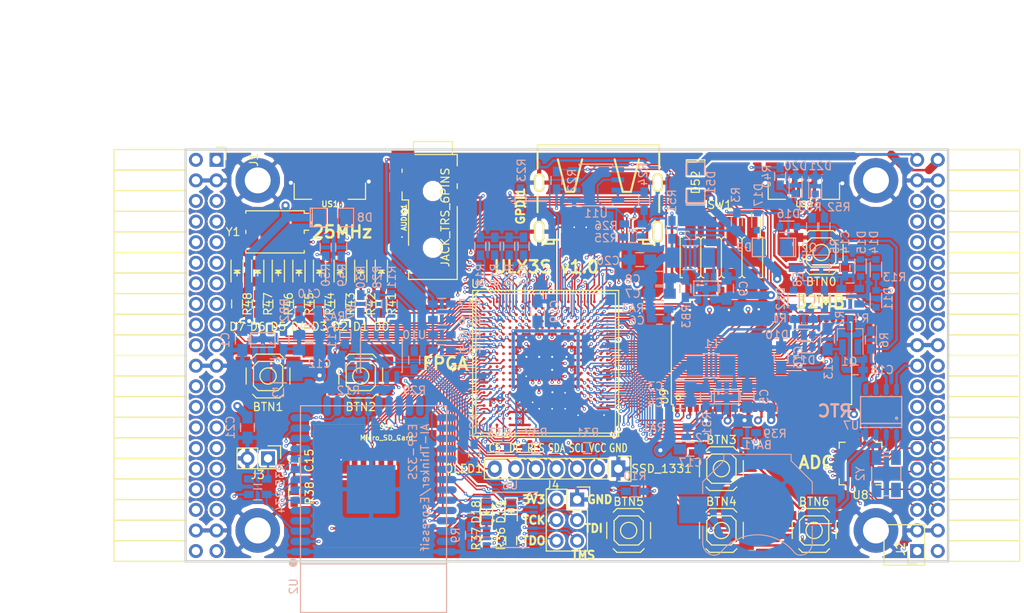
<source format=kicad_pcb>
(kicad_pcb (version 4) (host pcbnew 4.0.6+dfsg1-1)
  (layers (0 F.Cu signal) (1 In1.Cu signal) (2 In2.Cu signal) (31 B.Cu signal) (34 B.Paste user) (35 F.Paste user) (36 B.SilkS user) (37 F.SilkS user) (38 B.Mask user) (39 F.Mask user) (44 Edge.Cuts user))
  (net 0 "")
  (net 1 GND)
  (net 2 +5V)
  (net 3 /gpio/IN5V)
  (net 4 /gpio/OUT5V)
  (net 5 +3V3)
  (net 6 "Net-(L1-Pad1)")
  (net 7 "Net-(L2-Pad1)")
  (net 8 +1V2)
  (net 9 BTN_D)
  (net 10 BTN_F1)
  (net 11 BTN_F2)
  (net 12 BTN_L)
  (net 13 BTN_R)
  (net 14 BTN_U)
  (net 15 /power/FB1)
  (net 16 +2V5)
  (net 17 "Net-(L3-Pad1)")
  (net 18 /power/PWREN)
  (net 19 /power/FB3)
  (net 20 /power/FB2)
  (net 21 "Net-(D9-Pad1)")
  (net 22 /power/VBAT)
  (net 23 JTAG_TDI)
  (net 24 JTAG_TCK)
  (net 25 JTAG_TMS)
  (net 26 JTAG_TDO)
  (net 27 /power/WAKEUPn)
  (net 28 /power/WKUP)
  (net 29 /power/SHUT)
  (net 30 /power/WAKE)
  (net 31 /power/HOLD)
  (net 32 /power/WKn)
  (net 33 /power/OSCI_32k)
  (net 34 /power/OSCO_32k)
  (net 35 "Net-(Q2-Pad3)")
  (net 36 SHUTDOWN)
  (net 37 /analog/AUDIO_L)
  (net 38 /analog/AUDIO_R)
  (net 39 GPDI_5V_SCL)
  (net 40 GPDI_5V_SDA)
  (net 41 GPDI_SDA)
  (net 42 GPDI_SCL)
  (net 43 /gpdi/VREF2)
  (net 44 SD_CMD)
  (net 45 SD_CLK)
  (net 46 SD_D0)
  (net 47 SD_D1)
  (net 48 USB5V)
  (net 49 "Net-(BTN0-Pad1)")
  (net 50 GPDI_CEC)
  (net 51 nRESET)
  (net 52 FTDI_nDTR)
  (net 53 SDRAM_CKE)
  (net 54 SDRAM_A7)
  (net 55 SDRAM_D15)
  (net 56 SDRAM_BA1)
  (net 57 SDRAM_D7)
  (net 58 SDRAM_A6)
  (net 59 SDRAM_CLK)
  (net 60 SDRAM_D13)
  (net 61 SDRAM_BA0)
  (net 62 SDRAM_D6)
  (net 63 SDRAM_A5)
  (net 64 SDRAM_D14)
  (net 65 SDRAM_A11)
  (net 66 SDRAM_D12)
  (net 67 SDRAM_D5)
  (net 68 SDRAM_A4)
  (net 69 SDRAM_A10)
  (net 70 SDRAM_D11)
  (net 71 SDRAM_A3)
  (net 72 SDRAM_D4)
  (net 73 SDRAM_D10)
  (net 74 SDRAM_D9)
  (net 75 SDRAM_A9)
  (net 76 SDRAM_D3)
  (net 77 SDRAM_D8)
  (net 78 SDRAM_A8)
  (net 79 SDRAM_A2)
  (net 80 SDRAM_A1)
  (net 81 SDRAM_A0)
  (net 82 SDRAM_D2)
  (net 83 SDRAM_D1)
  (net 84 SDRAM_D0)
  (net 85 SDRAM_DQM0)
  (net 86 SDRAM_nCS)
  (net 87 SDRAM_nRAS)
  (net 88 SDRAM_DQM1)
  (net 89 SDRAM_nCAS)
  (net 90 SDRAM_nWE)
  (net 91 /flash/FLASH_nWP)
  (net 92 /flash/FLASH_nHOLD)
  (net 93 /flash/FLASH_MOSI)
  (net 94 /flash/FLASH_MISO)
  (net 95 /flash/FLASH_SCK)
  (net 96 /flash/FLASH_nCS)
  (net 97 /flash/FPGA_PROGRAMN)
  (net 98 /flash/FPGA_DONE)
  (net 99 /flash/FPGA_INITN)
  (net 100 OLED_RES)
  (net 101 OLED_DC)
  (net 102 OLED_CS)
  (net 103 WIFI_EN)
  (net 104 FTDI_nRTS)
  (net 105 FTDI_TXD)
  (net 106 FTDI_RXD)
  (net 107 WIFI_RXD)
  (net 108 WIFI_GPIO0)
  (net 109 WIFI_TXD)
  (net 110 GPDI_ETH-)
  (net 111 GPDI_ETH+)
  (net 112 GPDI_D2+)
  (net 113 GPDI_D2-)
  (net 114 GPDI_D1+)
  (net 115 GPDI_D1-)
  (net 116 GPDI_D0+)
  (net 117 GPDI_D0-)
  (net 118 GPDI_CLK+)
  (net 119 GPDI_CLK-)
  (net 120 USB_FTDI_D+)
  (net 121 USB_FTDI_D-)
  (net 122 J1_17-)
  (net 123 J1_17+)
  (net 124 J1_23-)
  (net 125 J1_23+)
  (net 126 J1_25-)
  (net 127 J1_25+)
  (net 128 J1_27-)
  (net 129 J1_27+)
  (net 130 J1_29-)
  (net 131 J1_29+)
  (net 132 J1_31-)
  (net 133 J1_31+)
  (net 134 J1_33-)
  (net 135 J1_33+)
  (net 136 J1_35-)
  (net 137 J1_35+)
  (net 138 J2_5-)
  (net 139 J2_5+)
  (net 140 J2_7-)
  (net 141 J2_7+)
  (net 142 J2_9-)
  (net 143 J2_9+)
  (net 144 J2_13-)
  (net 145 J2_13+)
  (net 146 J2_17-)
  (net 147 J2_17+)
  (net 148 J2_11-)
  (net 149 J2_11+)
  (net 150 J2_23-)
  (net 151 J2_23+)
  (net 152 J1_5-)
  (net 153 J1_5+)
  (net 154 J1_7-)
  (net 155 J1_7+)
  (net 156 J1_9-)
  (net 157 J1_9+)
  (net 158 J1_11-)
  (net 159 J1_11+)
  (net 160 J1_13-)
  (net 161 J1_13+)
  (net 162 J1_15-)
  (net 163 J1_15+)
  (net 164 J2_15-)
  (net 165 J2_15+)
  (net 166 J2_25-)
  (net 167 J2_25+)
  (net 168 J2_27-)
  (net 169 J2_27+)
  (net 170 J2_29-)
  (net 171 J2_29+)
  (net 172 J2_31-)
  (net 173 J2_31+)
  (net 174 J2_33-)
  (net 175 J2_33+)
  (net 176 J2_35-)
  (net 177 J2_35+)
  (net 178 SD_D3)
  (net 179 AUDIO_L3)
  (net 180 AUDIO_L2)
  (net 181 AUDIO_L1)
  (net 182 AUDIO_L0)
  (net 183 AUDIO_R3)
  (net 184 AUDIO_R2)
  (net 185 AUDIO_R1)
  (net 186 AUDIO_R0)
  (net 187 OLED_CLK)
  (net 188 OLED_MOSI)
  (net 189 LED0)
  (net 190 LED1)
  (net 191 LED2)
  (net 192 LED3)
  (net 193 LED4)
  (net 194 LED5)
  (net 195 LED6)
  (net 196 LED7)
  (net 197 BTN_PWRn)
  (net 198 "Net-(J3-Pad1)")
  (net 199 FTDI_nTXLED)
  (net 200 FTDI_nSLEEP)
  (net 201 /blinkey/LED_PWREN)
  (net 202 /blinkey/LED_TXLED)
  (net 203 FT3V3)
  (net 204 /sdcard/SD3V3)
  (net 205 SD_D2)
  (net 206 CLK_25MHz)
  (net 207 /blinkey/BTNPUL)
  (net 208 /blinkey/BTNPUR)
  (net 209 USB_FPGA_D+)
  (net 210 /power/FTDI_nSUSPEND)
  (net 211 /blinkey/ALED0)
  (net 212 /blinkey/ALED1)
  (net 213 /blinkey/ALED2)
  (net 214 /blinkey/ALED3)
  (net 215 /blinkey/ALED4)
  (net 216 /blinkey/ALED5)
  (net 217 /blinkey/ALED6)
  (net 218 /blinkey/ALED7)
  (net 219 /usb/FTD-)
  (net 220 /usb/FTD+)
  (net 221 ADC_MISO)
  (net 222 ADC_MOSI)
  (net 223 ADC_CSn)
  (net 224 ADC_SCLK)
  (net 225 "Net-(R51-Pad2)")
  (net 226 SW3)
  (net 227 SW2)
  (net 228 SW1)
  (net 229 SW0)
  (net 230 USB_FPGA_D-)
  (net 231 /usb/FPD+)
  (net 232 /usb/FPD-)
  (net 233 WIFI_GPIO16)
  (net 234 WIFI_GPIO15)
  (net 235 /usb/ANT_433MHz)
  (module Resistors_SMD:R_0603_HandSoldering (layer B.Cu) (at 154.044 71.326 90)
    (fp_text reference R51 (at 3.556 0 90) (layer B.SilkS) (effects (justify mirror)))
    (fp_text value 220)
    (pad 1 smd rect (at -1.1 0 90) (size 1.2 0.9) (layers B.Cu B.Paste B.Mask) (net 5 +3V3))
    (pad 2 smd rect (at 1.1 0 90) (size 1.2 0.9) (layers B.Cu B.Paste B.Mask) (net 225 "Net-(R51-Pad2)"))
  )
  (module Pin_Headers:Pin_Header_Straight_SMT_02x04 (layer F.Cu) (at 160.14 74.73 180)
    (fp_text reference SW1 (at 0.2 6.5 180) (layer F.SilkS))
    (fp_text value DIPSW)
    (pad 1 smd rect (at -3.81 3.2 180) (size 1.27 3.6) (layers F.Cu F.Paste F.Mask) (net 226 SW3))
    (pad 2 smd rect (at -1.27 3.2 180) (size 1.27 3.6) (layers F.Cu F.Paste F.Mask) (net 227 SW2))
    (pad 3 smd rect (at 1.27 3.2 180) (size 1.27 3.6) (layers F.Cu F.Paste F.Mask) (net 228 SW1))
    (pad 4 smd rect (at 3.81 3.2 180) (size 1.27 3.6) (layers F.Cu F.Paste F.Mask) (net 229 SW0))
    (pad 5 smd rect (at 3.81 -3.2 180) (size 1.27 3.6) (layers F.Cu F.Paste F.Mask) (net 225 "Net-(R51-Pad2)"))
    (pad 6 smd rect (at 1.27 -3.2 180) (size 1.27 3.6) (layers F.Cu F.Paste F.Mask) (net 225 "Net-(R51-Pad2)"))
    (pad 7 smd rect (at -1.27 -3.2 180) (size 1.27 3.6) (layers F.Cu F.Paste F.Mask) (net 225 "Net-(R51-Pad2)"))
    (pad 8 smd rect (at -3.81 -3.2 180) (size 1.27 3.6) (layers F.Cu F.Paste F.Mask) (net 225 "Net-(R51-Pad2)"))
  )
  (module SMD_Packages:SMD-1206_Pol (layer F.Cu) (at 156.965 65.484 270)
    (fp_text reference D52 (at 0 0 270) (layer F.SilkS))
    (fp_text value 2A)
    (pad 1 smd rect (at -1.651 0 270) (size 1.524 2.032) (layers F.Cu F.Paste F.Mask) (net 4 /gpio/OUT5V))
    (pad 2 smd rect (at 1.651 0 270) (size 1.524 2.032) (layers F.Cu F.Paste F.Mask) (net 2 +5V))
  )
  (module SMD_Packages:SMD-1206_Pol (layer B.Cu) (at 156.965 65.484 90)
    (fp_text reference D51 (at 0 1.905 90) (layer B.SilkS) (effects (justify mirror)))
    (fp_text value 2A)
    (pad 1 smd rect (at -1.651 0 90) (size 1.524 2.032) (layers B.Cu B.Paste B.Mask) (net 2 +5V))
    (pad 2 smd rect (at 1.651 0 90) (size 1.524 2.032) (layers B.Cu B.Paste B.Mask) (net 3 /gpio/IN5V))
  )
  (module micro-sd:MicroSD_TF02D (layer F.Cu) (at 116.87 110.52 180)
    (fp_text reference SD1 (at -1.995 14.81 180) (layer F.SilkS) (effects (font (size 0.59944 0.59944) (thickness 0.12446))))
    (fp_text value Micro_SD_Card (at -1.995 13.54 180) (layer F.SilkS) (effects (font (size 0.59944 0.59944) (thickness 0.12446))))
    (pad 1 smd rect (at 1.94 11 180) (size 0.7 1.8) (layers F.Cu F.Paste F.Mask) (net 205 SD_D2))
    (pad 2 smd rect (at 0.84 11 180) (size 0.7 1.8) (layers F.Cu F.Paste F.Mask) (net 178 SD_D3))
    (pad 3 smd rect (at -0.26 11 180) (size 0.7 1.8) (layers F.Cu F.Paste F.Mask) (net 44 SD_CMD))
    (pad 4 smd rect (at -1.36 11 180) (size 0.7 1.8) (layers F.Cu F.Paste F.Mask) (net 204 /sdcard/SD3V3))
    (pad 5 smd rect (at -2.46 11 180) (size 0.7 1.8) (layers F.Cu F.Paste F.Mask) (net 45 SD_CLK))
    (pad 6 smd rect (at -3.56 11 180) (size 0.7 1.8) (layers F.Cu F.Paste F.Mask) (net 1 GND))
    (pad 7 smd rect (at -4.66 11 180) (size 0.7 1.8) (layers F.Cu F.Paste F.Mask) (net 46 SD_D0))
    (pad 8 smd rect (at -5.76 11 180) (size 0.7 1.8) (layers F.Cu F.Paste F.Mask) (net 47 SD_D1))
    (pad S smd rect (at -5.05 0.4 180) (size 1.6 1.4) (layers F.Cu F.Paste F.Mask))
    (pad S smd rect (at 0.75 0.4 180) (size 1.8 1.4) (layers F.Cu F.Paste F.Mask))
    (pad G smd rect (at -7.45 13.55 180) (size 1.4 1.9) (layers F.Cu F.Paste F.Mask))
    (pad G smd rect (at 6.6 14.55 180) (size 1.4 1.9) (layers F.Cu F.Paste F.Mask))
  )
  (module Resistors_SMD:R_1210_HandSoldering (layer B.Cu) (at 158.87 88.09 180)
    (fp_text reference L1 (at 0 2.7 180) (layer B.SilkS) (effects (justify mirror)))
    (fp_text value 2.2uH)
    (pad 1 smd rect (at -2 0 180) (size 2 2.5) (layers B.Cu B.Paste B.Mask) (net 6 "Net-(L1-Pad1)"))
    (pad 2 smd rect (at 2 0 180) (size 2 2.5) (layers B.Cu B.Paste B.Mask) (net 8 +1V2))
  )
  (module TSOT-25:TSOT-25 (layer B.Cu) (at 160.775 91.9)
    (fp_text reference U3 (at 0 -0.5) (layer B.SilkS) (effects (font (size 0.15 0.15) (thickness 0.0375)) (justify mirror)))
    (fp_text value AP3429A)
    (pad 1 smd rect (at -0.95 -1.3) (size 0.7 1.2) (layers B.Cu B.Paste B.Mask) (net 18 /power/PWREN))
    (pad 2 smd rect (at 0 -1.3) (size 0.7 1.2) (layers B.Cu B.Paste B.Mask) (net 1 GND))
    (pad 3 smd rect (at 0.95 -1.3) (size 0.7 1.2) (layers B.Cu B.Paste B.Mask) (net 6 "Net-(L1-Pad1)"))
    (pad 4 smd rect (at 0.95 1.3) (size 0.7 1.2) (layers B.Cu B.Paste B.Mask) (net 2 +5V))
    (pad 5 smd rect (at -0.95 1.3) (size 0.7 1.2) (layers B.Cu B.Paste B.Mask) (net 15 /power/FB1))
  )
  (module Resistors_SMD:R_1210_HandSoldering (layer B.Cu) (at 156.33 74.755 180)
    (fp_text reference L2 (at 0 2.7 180) (layer B.SilkS) (effects (justify mirror)))
    (fp_text value 2.2uH)
    (pad 1 smd rect (at -2 0 180) (size 2 2.5) (layers B.Cu B.Paste B.Mask) (net 7 "Net-(L2-Pad1)"))
    (pad 2 smd rect (at 2 0 180) (size 2 2.5) (layers B.Cu B.Paste B.Mask) (net 5 +3V3))
  )
  (module TSOT-25:TSOT-25 (layer B.Cu) (at 158.235 78.535)
    (fp_text reference U4 (at 0 -0.5) (layer B.SilkS) (effects (font (size 0.15 0.15) (thickness 0.0375)) (justify mirror)))
    (fp_text value AP3429A)
    (pad 1 smd rect (at -0.95 -1.3) (size 0.7 1.2) (layers B.Cu B.Paste B.Mask) (net 18 /power/PWREN))
    (pad 2 smd rect (at 0 -1.3) (size 0.7 1.2) (layers B.Cu B.Paste B.Mask) (net 1 GND))
    (pad 3 smd rect (at 0.95 -1.3) (size 0.7 1.2) (layers B.Cu B.Paste B.Mask) (net 7 "Net-(L2-Pad1)"))
    (pad 4 smd rect (at 0.95 1.3) (size 0.7 1.2) (layers B.Cu B.Paste B.Mask) (net 2 +5V))
    (pad 5 smd rect (at -0.95 1.3) (size 0.7 1.2) (layers B.Cu B.Paste B.Mask) (net 19 /power/FB3))
  )
  (module Buttons_Switches_SMD:SW_SPST_SKQG (layer F.Cu) (at 104.26 89.36)
    (fp_text reference BTN1 (at 0 3.81) (layer F.SilkS))
    (fp_text value FIRE1)
    (pad 1 smd rect (at -3.1 -1.85) (size 1.8 1.1) (layers F.Cu F.Paste F.Mask) (net 207 /blinkey/BTNPUL))
    (pad 1 smd rect (at 3.1 -1.85) (size 1.8 1.1) (layers F.Cu F.Paste F.Mask) (net 207 /blinkey/BTNPUL))
    (pad 2 smd rect (at -3.1 1.85) (size 1.8 1.1) (layers F.Cu F.Paste F.Mask) (net 10 BTN_F1))
    (pad 2 smd rect (at 3.1 1.85) (size 1.8 1.1) (layers F.Cu F.Paste F.Mask) (net 10 BTN_F1))
  )
  (module Buttons_Switches_SMD:SW_SPST_SKQG (layer F.Cu) (at 115.69 89.36)
    (fp_text reference BTN2 (at 0 3.81) (layer F.SilkS))
    (fp_text value FIRE2)
    (pad 1 smd rect (at -3.1 -1.85) (size 1.8 1.1) (layers F.Cu F.Paste F.Mask) (net 207 /blinkey/BTNPUL))
    (pad 1 smd rect (at 3.1 -1.85) (size 1.8 1.1) (layers F.Cu F.Paste F.Mask) (net 207 /blinkey/BTNPUL))
    (pad 2 smd rect (at -3.1 1.85) (size 1.8 1.1) (layers F.Cu F.Paste F.Mask) (net 11 BTN_F2))
    (pad 2 smd rect (at 3.1 1.85) (size 1.8 1.1) (layers F.Cu F.Paste F.Mask) (net 11 BTN_F2))
  )
  (module Buttons_Switches_SMD:SW_SPST_SKQG (layer F.Cu) (at 160.14 100.79)
    (fp_text reference BTN3 (at 0 -3.556) (layer F.SilkS))
    (fp_text value UP)
    (pad 1 smd rect (at -3.1 -1.85) (size 1.8 1.1) (layers F.Cu F.Paste F.Mask) (net 208 /blinkey/BTNPUR))
    (pad 1 smd rect (at 3.1 -1.85) (size 1.8 1.1) (layers F.Cu F.Paste F.Mask) (net 208 /blinkey/BTNPUR))
    (pad 2 smd rect (at -3.1 1.85) (size 1.8 1.1) (layers F.Cu F.Paste F.Mask) (net 14 BTN_U))
    (pad 2 smd rect (at 3.1 1.85) (size 1.8 1.1) (layers F.Cu F.Paste F.Mask) (net 14 BTN_U))
  )
  (module Buttons_Switches_SMD:SW_SPST_SKQG (layer F.Cu) (at 160.14 108.41 180)
    (fp_text reference BTN4 (at 0 3.556 180) (layer F.SilkS))
    (fp_text value DOWN)
    (pad 1 smd rect (at -3.1 -1.85 180) (size 1.8 1.1) (layers F.Cu F.Paste F.Mask) (net 208 /blinkey/BTNPUR))
    (pad 1 smd rect (at 3.1 -1.85 180) (size 1.8 1.1) (layers F.Cu F.Paste F.Mask) (net 208 /blinkey/BTNPUR))
    (pad 2 smd rect (at -3.1 1.85 180) (size 1.8 1.1) (layers F.Cu F.Paste F.Mask) (net 9 BTN_D))
    (pad 2 smd rect (at 3.1 1.85 180) (size 1.8 1.1) (layers F.Cu F.Paste F.Mask) (net 9 BTN_D))
  )
  (module Buttons_Switches_SMD:SW_SPST_SKQG (layer F.Cu) (at 148.71 108.41 180)
    (fp_text reference BTN5 (at 0 3.556 180) (layer F.SilkS))
    (fp_text value LEFT)
    (pad 1 smd rect (at -3.1 -1.85 180) (size 1.8 1.1) (layers F.Cu F.Paste F.Mask) (net 208 /blinkey/BTNPUR))
    (pad 1 smd rect (at 3.1 -1.85 180) (size 1.8 1.1) (layers F.Cu F.Paste F.Mask) (net 208 /blinkey/BTNPUR))
    (pad 2 smd rect (at -3.1 1.85 180) (size 1.8 1.1) (layers F.Cu F.Paste F.Mask) (net 12 BTN_L))
    (pad 2 smd rect (at 3.1 1.85 180) (size 1.8 1.1) (layers F.Cu F.Paste F.Mask) (net 12 BTN_L))
  )
  (module Buttons_Switches_SMD:SW_SPST_SKQG (layer F.Cu) (at 171.57 108.41 180)
    (fp_text reference BTN6 (at 0 3.556 180) (layer F.SilkS))
    (fp_text value RIGHT)
    (pad 1 smd rect (at -3.1 -1.85 180) (size 1.8 1.1) (layers F.Cu F.Paste F.Mask) (net 208 /blinkey/BTNPUR))
    (pad 1 smd rect (at 3.1 -1.85 180) (size 1.8 1.1) (layers F.Cu F.Paste F.Mask) (net 208 /blinkey/BTNPUR))
    (pad 2 smd rect (at -3.1 1.85 180) (size 1.8 1.1) (layers F.Cu F.Paste F.Mask) (net 13 BTN_R))
    (pad 2 smd rect (at 3.1 1.85 180) (size 1.8 1.1) (layers F.Cu F.Paste F.Mask) (net 13 BTN_R))
  )
  (module LEDs:LED_0805 (layer F.Cu) (at 118.23 76.66 270)
    (fp_text reference D0 (at 6.604 0 360) (layer F.SilkS))
    (fp_text value LED)
    (pad 2 smd rect (at 1.04902 0 90) (size 1.19888 1.19888) (layers F.Cu F.Paste F.Mask) (net 211 /blinkey/ALED0))
    (pad 1 smd rect (at -1.04902 0 90) (size 1.19888 1.19888) (layers F.Cu F.Paste F.Mask) (net 1 GND))
  )
  (module LEDs:LED_0805 (layer F.Cu) (at 115.69 76.66 270)
    (fp_text reference D1 (at 6.604 0 360) (layer F.SilkS))
    (fp_text value LED)
    (pad 2 smd rect (at 1.04902 0 90) (size 1.19888 1.19888) (layers F.Cu F.Paste F.Mask) (net 212 /blinkey/ALED1))
    (pad 1 smd rect (at -1.04902 0 90) (size 1.19888 1.19888) (layers F.Cu F.Paste F.Mask) (net 1 GND))
  )
  (module LEDs:LED_0805 (layer F.Cu) (at 113.15 76.66 270)
    (fp_text reference D2 (at 6.604 0 360) (layer F.SilkS))
    (fp_text value LED)
    (pad 2 smd rect (at 1.04902 0 90) (size 1.19888 1.19888) (layers F.Cu F.Paste F.Mask) (net 213 /blinkey/ALED2))
    (pad 1 smd rect (at -1.04902 0 90) (size 1.19888 1.19888) (layers F.Cu F.Paste F.Mask) (net 1 GND))
  )
  (module LEDs:LED_0805 (layer F.Cu) (at 110.61 76.66 270)
    (fp_text reference D3 (at 6.604 0 360) (layer F.SilkS))
    (fp_text value LED)
    (pad 2 smd rect (at 1.04902 0 90) (size 1.19888 1.19888) (layers F.Cu F.Paste F.Mask) (net 214 /blinkey/ALED3))
    (pad 1 smd rect (at -1.04902 0 90) (size 1.19888 1.19888) (layers F.Cu F.Paste F.Mask) (net 1 GND))
  )
  (module LEDs:LED_0805 (layer F.Cu) (at 108.07 76.66 270)
    (fp_text reference D4 (at 6.604 0 360) (layer F.SilkS))
    (fp_text value LED)
    (pad 2 smd rect (at 1.04902 0 90) (size 1.19888 1.19888) (layers F.Cu F.Paste F.Mask) (net 215 /blinkey/ALED4))
    (pad 1 smd rect (at -1.04902 0 90) (size 1.19888 1.19888) (layers F.Cu F.Paste F.Mask) (net 1 GND))
  )
  (module LEDs:LED_0805 (layer F.Cu) (at 105.53 76.66 270)
    (fp_text reference D5 (at 6.604 0 360) (layer F.SilkS))
    (fp_text value LED)
    (pad 2 smd rect (at 1.04902 0 90) (size 1.19888 1.19888) (layers F.Cu F.Paste F.Mask) (net 216 /blinkey/ALED5))
    (pad 1 smd rect (at -1.04902 0 90) (size 1.19888 1.19888) (layers F.Cu F.Paste F.Mask) (net 1 GND))
  )
  (module LEDs:LED_0805 (layer F.Cu) (at 102.99 76.66 270)
    (fp_text reference D6 (at 6.604 0 360) (layer F.SilkS))
    (fp_text value LED)
    (pad 2 smd rect (at 1.04902 0 90) (size 1.19888 1.19888) (layers F.Cu F.Paste F.Mask) (net 217 /blinkey/ALED6))
    (pad 1 smd rect (at -1.04902 0 90) (size 1.19888 1.19888) (layers F.Cu F.Paste F.Mask) (net 1 GND))
  )
  (module LEDs:LED_0805 (layer F.Cu) (at 100.45 76.66 270)
    (fp_text reference D7 (at 6.604 0 360) (layer F.SilkS))
    (fp_text value LED)
    (pad 2 smd rect (at 1.04902 0 90) (size 1.19888 1.19888) (layers F.Cu F.Paste F.Mask) (net 218 /blinkey/ALED7))
    (pad 1 smd rect (at -1.04902 0 90) (size 1.19888 1.19888) (layers F.Cu F.Paste F.Mask) (net 1 GND))
  )
  (module Resistors_SMD:R_1210_HandSoldering (layer B.Cu) (at 105.53 88.725)
    (fp_text reference L3 (at 0 2.7) (layer B.SilkS) (effects (justify mirror)))
    (fp_text value 2.2uH)
    (pad 1 smd rect (at -2 0) (size 2 2.5) (layers B.Cu B.Paste B.Mask) (net 17 "Net-(L3-Pad1)"))
    (pad 2 smd rect (at 2 0) (size 2 2.5) (layers B.Cu B.Paste B.Mask) (net 16 +2V5))
  )
  (module TSOT-25:TSOT-25 (layer B.Cu) (at 103.625 84.915 180)
    (fp_text reference U5 (at 0 -0.5 180) (layer B.SilkS) (effects (font (size 0.15 0.15) (thickness 0.0375)) (justify mirror)))
    (fp_text value AP3429A)
    (pad 1 smd rect (at -0.95 -1.3 180) (size 0.7 1.2) (layers B.Cu B.Paste B.Mask) (net 18 /power/PWREN))
    (pad 2 smd rect (at 0 -1.3 180) (size 0.7 1.2) (layers B.Cu B.Paste B.Mask) (net 1 GND))
    (pad 3 smd rect (at 0.95 -1.3 180) (size 0.7 1.2) (layers B.Cu B.Paste B.Mask) (net 17 "Net-(L3-Pad1)"))
    (pad 4 smd rect (at 0.95 1.3 180) (size 0.7 1.2) (layers B.Cu B.Paste B.Mask) (net 2 +5V))
    (pad 5 smd rect (at -0.95 1.3 180) (size 0.7 1.2) (layers B.Cu B.Paste B.Mask) (net 20 /power/FB2))
  )
  (module Capacitors_SMD:C_0805_HandSoldering (layer B.Cu) (at 101.085 84.915 270)
    (fp_text reference C1 (at 0 2.1 270) (layer B.SilkS) (effects (justify mirror)))
    (fp_text value 22uF)
    (pad 1 smd rect (at -1.25 0 270) (size 1.5 1.25) (layers B.Cu B.Paste B.Mask) (net 2 +5V))
    (pad 2 smd rect (at 1.25 0 270) (size 1.5 1.25) (layers B.Cu B.Paste B.Mask) (net 1 GND))
  )
  (module Capacitors_SMD:C_0805_HandSoldering (layer B.Cu) (at 155.06 90.63)
    (fp_text reference C3 (at -3.048 0) (layer B.SilkS) (effects (justify mirror)))
    (fp_text value 22uF)
    (pad 1 smd rect (at -1.25 0) (size 1.5 1.25) (layers B.Cu B.Paste B.Mask) (net 8 +1V2))
    (pad 2 smd rect (at 1.25 0) (size 1.5 1.25) (layers B.Cu B.Paste B.Mask) (net 1 GND))
  )
  (module Capacitors_SMD:C_0805_HandSoldering (layer B.Cu) (at 155.06 92.535)
    (fp_text reference C4 (at -3.048 0.127) (layer B.SilkS) (effects (justify mirror)))
    (fp_text value 22uF)
    (pad 1 smd rect (at -1.25 0) (size 1.5 1.25) (layers B.Cu B.Paste B.Mask) (net 8 +1V2))
    (pad 2 smd rect (at 1.25 0) (size 1.5 1.25) (layers B.Cu B.Paste B.Mask) (net 1 GND))
  )
  (module Capacitors_SMD:C_0805_HandSoldering (layer B.Cu) (at 163.315 91.9 90)
    (fp_text reference C5 (at 0 2.1 90) (layer B.SilkS) (effects (justify mirror)))
    (fp_text value 22uF)
    (pad 1 smd rect (at -1.25 0 90) (size 1.5 1.25) (layers B.Cu B.Paste B.Mask) (net 2 +5V))
    (pad 2 smd rect (at 1.25 0 90) (size 1.5 1.25) (layers B.Cu B.Paste B.Mask) (net 1 GND))
  )
  (module Capacitors_SMD:C_0805_HandSoldering (layer B.Cu) (at 152.52 79.2)
    (fp_text reference C7 (at -3.302 0) (layer B.SilkS) (effects (justify mirror)))
    (fp_text value 22uF)
    (pad 1 smd rect (at -1.25 0) (size 1.5 1.25) (layers B.Cu B.Paste B.Mask) (net 5 +3V3))
    (pad 2 smd rect (at 1.25 0) (size 1.5 1.25) (layers B.Cu B.Paste B.Mask) (net 1 GND))
  )
  (module Capacitors_SMD:C_0805_HandSoldering (layer B.Cu) (at 152.52 77.295)
    (fp_text reference C8 (at -3.302 0.127) (layer B.SilkS) (effects (justify mirror)))
    (fp_text value 22uF)
    (pad 1 smd rect (at -1.25 0) (size 1.5 1.25) (layers B.Cu B.Paste B.Mask) (net 5 +3V3))
    (pad 2 smd rect (at 1.25 0) (size 1.5 1.25) (layers B.Cu B.Paste B.Mask) (net 1 GND))
  )
  (module Capacitors_SMD:C_0805_HandSoldering (layer B.Cu) (at 160.775 78.565 90)
    (fp_text reference C9 (at 0 2.1 90) (layer B.SilkS) (effects (justify mirror)))
    (fp_text value 22uF)
    (pad 1 smd rect (at -1.25 0 90) (size 1.5 1.25) (layers B.Cu B.Paste B.Mask) (net 2 +5V))
    (pad 2 smd rect (at 1.25 0 90) (size 1.5 1.25) (layers B.Cu B.Paste B.Mask) (net 1 GND))
  )
  (module Capacitors_SMD:C_0805_HandSoldering (layer B.Cu) (at 109.34 84.28 180)
    (fp_text reference C11 (at -2.794 -0.254 270) (layer B.SilkS) (effects (justify mirror)))
    (fp_text value 22uF)
    (pad 1 smd rect (at -1.25 0 180) (size 1.5 1.25) (layers B.Cu B.Paste B.Mask) (net 16 +2V5))
    (pad 2 smd rect (at 1.25 0 180) (size 1.5 1.25) (layers B.Cu B.Paste B.Mask) (net 1 GND))
  )
  (module Capacitors_SMD:C_0805_HandSoldering (layer B.Cu) (at 109.34 86.185 180)
    (fp_text reference C12 (at -1.27 -1.651 360) (layer B.SilkS) (effects (justify mirror)))
    (fp_text value 22uF)
    (pad 1 smd rect (at -1.25 0 180) (size 1.5 1.25) (layers B.Cu B.Paste B.Mask) (net 16 +2V5))
    (pad 2 smd rect (at 1.25 0 180) (size 1.5 1.25) (layers B.Cu B.Paste B.Mask) (net 1 GND))
  )
  (module SMD_Packages:SMD-1206_Pol (layer B.Cu) (at 112.261 69.802)
    (fp_text reference D8 (at 3.937 0) (layer B.SilkS) (effects (justify mirror)))
    (fp_text value 2A)
    (pad 1 smd rect (at -1.651 0) (size 1.524 2.032) (layers B.Cu B.Paste B.Mask) (net 2 +5V))
    (pad 2 smd rect (at 1.651 0) (size 1.524 2.032) (layers B.Cu B.Paste B.Mask) (net 48 USB5V))
  )
  (module SMD_Packages:SMD-1206_Pol (layer B.Cu) (at 166.49 73.485 180)
    (fp_text reference D9 (at 3.556 0 180) (layer B.SilkS) (effects (justify mirror)))
    (fp_text value 2A)
    (pad 1 smd rect (at -1.651 0 180) (size 1.524 2.032) (layers B.Cu B.Paste B.Mask) (net 21 "Net-(D9-Pad1)"))
    (pad 2 smd rect (at 1.651 0 180) (size 1.524 2.032) (layers B.Cu B.Paste B.Mask) (net 2 +5V))
  )
  (module Power_Integrations:SO-8 (layer B.Cu) (at 179.825 93.805 180)
    (fp_text reference U7 (at 3.683 -1.651 180) (layer B.SilkS) (effects (justify mirror)))
    (fp_text value PCF8523)
    (pad 1 smd oval (at -1.905 -2.794 180) (size 0.6096 1.4732) (layers B.Cu B.Paste B.Mask) (net 33 /power/OSCI_32k))
    (pad 2 smd oval (at -0.635 -2.794 180) (size 0.6096 1.4732) (layers B.Cu B.Paste B.Mask) (net 34 /power/OSCO_32k))
    (pad 3 smd oval (at 0.635 -2.794 180) (size 0.6096 1.4732) (layers B.Cu B.Paste B.Mask) (net 22 /power/VBAT))
    (pad 4 smd oval (at 1.905 -2.794 180) (size 0.6096 1.4732) (layers B.Cu B.Paste B.Mask) (net 1 GND))
    (pad 5 smd oval (at 1.905 2.794 180) (size 0.6096 1.4732) (layers B.Cu B.Paste B.Mask) (net 41 GPDI_SDA))
    (pad 6 smd oval (at 0.635 2.794 180) (size 0.6096 1.4732) (layers B.Cu B.Paste B.Mask) (net 42 GPDI_SCL))
    (pad 7 smd oval (at -0.635 2.794 180) (size 0.6096 1.4732) (layers B.Cu B.Paste B.Mask) (net 27 /power/WAKEUPn))
    (pad 8 smd oval (at -1.905 2.794 180) (size 0.6096 1.4732) (layers B.Cu B.Paste B.Mask) (net 5 +3V3))
  )
  (module Capacitors_SMD:C_0805_HandSoldering (layer B.Cu) (at 173.221 84.788 90)
    (fp_text reference C13 (at -3.556 0.127 90) (layer B.SilkS) (effects (justify mirror)))
    (fp_text value 2.2uF)
    (pad 1 smd rect (at -1.25 0 90) (size 1.5 1.25) (layers B.Cu B.Paste B.Mask) (net 2 +5V))
    (pad 2 smd rect (at 1.25 0 90) (size 1.5 1.25) (layers B.Cu B.Paste B.Mask) (net 28 /power/WKUP))
  )
  (module Diodes_SMD:D_0805 (layer B.Cu) (at 170.3 84.28)
    (fp_text reference D10 (at -3.302 0) (layer B.SilkS) (effects (justify mirror)))
    (fp_text value 1N4148)
    (pad 1 smd rect (at -1.05 0) (size 0.8 0.9) (layers B.Cu B.Paste B.Mask) (net 30 /power/WAKE))
    (pad 2 smd rect (at 1.05 0) (size 0.8 0.9) (layers B.Cu B.Paste B.Mask) (net 28 /power/WKUP))
  )
  (module Diodes_SMD:D_0805 (layer B.Cu) (at 179.19 79.835 90)
    (fp_text reference D11 (at 0 1.524 90) (layer B.SilkS) (effects (justify mirror)))
    (fp_text value 1N4148)
    (pad 1 smd rect (at -1.05 0 90) (size 0.8 0.9) (layers B.Cu B.Paste B.Mask) (net 31 /power/HOLD))
    (pad 2 smd rect (at 1.05 0 90) (size 0.8 0.9) (layers B.Cu B.Paste B.Mask) (net 5 +3V3))
  )
  (module Diodes_SMD:D_0805 (layer B.Cu) (at 177.285 76.025 270)
    (fp_text reference D15 (at -3.175 -0.127 270) (layer B.SilkS) (effects (justify mirror)))
    (fp_text value BAT42)
    (pad 1 smd rect (at -1.05 0 270) (size 0.8 0.9) (layers B.Cu B.Paste B.Mask) (net 29 /power/SHUT))
    (pad 2 smd rect (at 1.05 0 270) (size 0.8 0.9) (layers B.Cu B.Paste B.Mask) (net 36 SHUTDOWN))
  )
  (module Diodes_SMD:D_0805 (layer B.Cu) (at 169.03 79.835 90)
    (fp_text reference D12 (at 0 -1.6 90) (layer B.SilkS) (effects (justify mirror)))
    (fp_text value 1N4148)
    (pad 1 smd rect (at -1.05 0 90) (size 0.8 0.9) (layers B.Cu B.Paste B.Mask) (net 18 /power/PWREN))
    (pad 2 smd rect (at 1.05 0 90) (size 0.8 0.9) (layers B.Cu B.Paste B.Mask) (net 210 /power/FTDI_nSUSPEND))
  )
  (module TSOP54:TSOP54 (layer F.Cu) (at 165.08 87.8 90)
    (fp_text reference U9 (at -4.1 -12 90) (layer F.SilkS))
    (fp_text value MT48LC16M16A2TG)
    (pad 28 smd rect (at 5.53 10.4 90) (size 0.9 0.56) (layers F.Cu F.Paste F.Mask) (net 1 GND))
    (pad 1 smd rect (at -5.53 -10.4 90) (size 0.9 0.56) (layers F.Cu F.Paste F.Mask) (net 5 +3V3))
    (pad 2 smd rect (at -5.53 -9.6 90) (size 0.9 0.56) (layers F.Cu F.Paste F.Mask) (net 84 SDRAM_D0))
    (pad 3 smd rect (at -5.53 -8.8 90) (size 0.9 0.56) (layers F.Cu F.Paste F.Mask) (net 5 +3V3))
    (pad 4 smd rect (at -5.53 -8 90) (size 0.9 0.56) (layers F.Cu F.Paste F.Mask) (net 83 SDRAM_D1))
    (pad 5 smd rect (at -5.53 -7.2 90) (size 0.9 0.56) (layers F.Cu F.Paste F.Mask) (net 82 SDRAM_D2))
    (pad 6 smd rect (at -5.53 -6.4 90) (size 0.9 0.56) (layers F.Cu F.Paste F.Mask) (net 1 GND))
    (pad 7 smd rect (at -5.53 -5.6 90) (size 0.9 0.56) (layers F.Cu F.Paste F.Mask) (net 76 SDRAM_D3))
    (pad 8 smd rect (at -5.53 -4.8 90) (size 0.9 0.56) (layers F.Cu F.Paste F.Mask) (net 72 SDRAM_D4))
    (pad 9 smd rect (at -5.53 -4 90) (size 0.9 0.56) (layers F.Cu F.Paste F.Mask) (net 5 +3V3))
    (pad 10 smd rect (at -5.53 -3.2 90) (size 0.9 0.56) (layers F.Cu F.Paste F.Mask) (net 67 SDRAM_D5))
    (pad 11 smd rect (at -5.53 -2.4 90) (size 0.9 0.56) (layers F.Cu F.Paste F.Mask) (net 62 SDRAM_D6))
    (pad 12 smd rect (at -5.53 -1.6 90) (size 0.9 0.56) (layers F.Cu F.Paste F.Mask) (net 1 GND))
    (pad 13 smd rect (at -5.53 -0.8 90) (size 0.9 0.56) (layers F.Cu F.Paste F.Mask) (net 57 SDRAM_D7))
    (pad 14 smd rect (at -5.53 0 90) (size 0.9 0.56) (layers F.Cu F.Paste F.Mask) (net 5 +3V3))
    (pad 15 smd rect (at -5.53 0.8 90) (size 0.9 0.56) (layers F.Cu F.Paste F.Mask) (net 85 SDRAM_DQM0))
    (pad 16 smd rect (at -5.53 1.6 90) (size 0.9 0.56) (layers F.Cu F.Paste F.Mask) (net 90 SDRAM_nWE))
    (pad 17 smd rect (at -5.53 2.4 90) (size 0.9 0.56) (layers F.Cu F.Paste F.Mask) (net 89 SDRAM_nCAS))
    (pad 18 smd rect (at -5.53 3.2 90) (size 0.9 0.56) (layers F.Cu F.Paste F.Mask) (net 87 SDRAM_nRAS))
    (pad 19 smd rect (at -5.53 4 90) (size 0.9 0.56) (layers F.Cu F.Paste F.Mask) (net 86 SDRAM_nCS))
    (pad 20 smd rect (at -5.53 4.8 90) (size 0.9 0.56) (layers F.Cu F.Paste F.Mask) (net 61 SDRAM_BA0))
    (pad 21 smd rect (at -5.53 5.6 90) (size 0.9 0.56) (layers F.Cu F.Paste F.Mask) (net 56 SDRAM_BA1))
    (pad 22 smd rect (at -5.53 6.4 90) (size 0.9 0.56) (layers F.Cu F.Paste F.Mask) (net 69 SDRAM_A10))
    (pad 23 smd rect (at -5.53 7.2 90) (size 0.9 0.56) (layers F.Cu F.Paste F.Mask) (net 81 SDRAM_A0))
    (pad 24 smd rect (at -5.53 8 90) (size 0.9 0.56) (layers F.Cu F.Paste F.Mask) (net 80 SDRAM_A1))
    (pad 25 smd rect (at -5.53 8.8 90) (size 0.9 0.56) (layers F.Cu F.Paste F.Mask) (net 79 SDRAM_A2))
    (pad 26 smd rect (at -5.53 9.6 90) (size 0.9 0.56) (layers F.Cu F.Paste F.Mask) (net 71 SDRAM_A3))
    (pad 27 smd rect (at -5.53 10.4 90) (size 0.9 0.56) (layers F.Cu F.Paste F.Mask) (net 5 +3V3))
    (pad 29 smd rect (at 5.53 9.6 90) (size 0.9 0.56) (layers F.Cu F.Paste F.Mask) (net 68 SDRAM_A4))
    (pad 30 smd rect (at 5.53 8.8 90) (size 0.9 0.56) (layers F.Cu F.Paste F.Mask) (net 63 SDRAM_A5))
    (pad 31 smd rect (at 5.53 8 90) (size 0.9 0.56) (layers F.Cu F.Paste F.Mask) (net 58 SDRAM_A6))
    (pad 32 smd rect (at 5.53 7.2 90) (size 0.9 0.56) (layers F.Cu F.Paste F.Mask) (net 54 SDRAM_A7))
    (pad 33 smd rect (at 5.53 6.4 90) (size 0.9 0.56) (layers F.Cu F.Paste F.Mask) (net 78 SDRAM_A8))
    (pad 34 smd rect (at 5.53 5.6 90) (size 0.9 0.56) (layers F.Cu F.Paste F.Mask) (net 75 SDRAM_A9))
    (pad 35 smd rect (at 5.53 4.8 90) (size 0.9 0.56) (layers F.Cu F.Paste F.Mask) (net 65 SDRAM_A11))
    (pad 36 smd rect (at 5.53 4 90) (size 0.9 0.56) (layers F.Cu F.Paste F.Mask))
    (pad 37 smd rect (at 5.53 3.2 90) (size 0.9 0.56) (layers F.Cu F.Paste F.Mask) (net 53 SDRAM_CKE))
    (pad 38 smd rect (at 5.53 2.4 90) (size 0.9 0.56) (layers F.Cu F.Paste F.Mask) (net 59 SDRAM_CLK))
    (pad 39 smd rect (at 5.53 1.6 90) (size 0.9 0.56) (layers F.Cu F.Paste F.Mask) (net 88 SDRAM_DQM1))
    (pad 40 smd rect (at 5.53 0.8 90) (size 0.9 0.56) (layers F.Cu F.Paste F.Mask))
    (pad 41 smd rect (at 5.53 0 90) (size 0.9 0.56) (layers F.Cu F.Paste F.Mask) (net 1 GND))
    (pad 42 smd rect (at 5.53 -0.8 90) (size 0.9 0.56) (layers F.Cu F.Paste F.Mask) (net 77 SDRAM_D8))
    (pad 43 smd rect (at 5.53 -1.6 90) (size 0.9 0.56) (layers F.Cu F.Paste F.Mask) (net 5 +3V3))
    (pad 44 smd rect (at 5.53 -2.4 90) (size 0.9 0.56) (layers F.Cu F.Paste F.Mask) (net 74 SDRAM_D9))
    (pad 45 smd rect (at 5.53 -3.2 90) (size 0.9 0.56) (layers F.Cu F.Paste F.Mask) (net 73 SDRAM_D10))
    (pad 46 smd rect (at 5.53 -4 90) (size 0.9 0.56) (layers F.Cu F.Paste F.Mask) (net 1 GND))
    (pad 47 smd rect (at 5.53 -4.8 90) (size 0.9 0.56) (layers F.Cu F.Paste F.Mask) (net 70 SDRAM_D11))
    (pad 48 smd rect (at 5.53 -5.6 90) (size 0.9 0.56) (layers F.Cu F.Paste F.Mask) (net 66 SDRAM_D12))
    (pad 49 smd rect (at 5.53 -6.4 90) (size 0.9 0.56) (layers F.Cu F.Paste F.Mask) (net 5 +3V3))
    (pad 50 smd rect (at 5.53 -7.2 90) (size 0.9 0.56) (layers F.Cu F.Paste F.Mask) (net 60 SDRAM_D13))
    (pad 51 smd rect (at 5.53 -8 90) (size 0.9 0.56) (layers F.Cu F.Paste F.Mask) (net 64 SDRAM_D14))
    (pad 52 smd rect (at 5.53 -8.8 90) (size 0.9 0.56) (layers F.Cu F.Paste F.Mask) (net 1 GND))
    (pad 53 smd rect (at 5.53 -9.6 90) (size 0.9 0.56) (layers F.Cu F.Paste F.Mask) (net 55 SDRAM_D15))
    (pad 54 smd rect (at 5.53 -10.4 90) (size 0.9 0.56) (layers F.Cu F.Paste F.Mask) (net 1 GND))
  )
  (module TO_SOT_Packages_SMD:SOT-23_Handsoldering (layer B.Cu) (at 176.015 84.28 90)
    (fp_text reference Q1 (at -3.302 -0.127 180) (layer B.SilkS) (effects (justify mirror)))
    (fp_text value BC857)
    (pad 1 smd rect (at -1.5 0.95 90) (size 1.9 0.8) (layers B.Cu B.Paste B.Mask) (net 32 /power/WKn))
    (pad 2 smd rect (at -1.5 -0.95 90) (size 1.9 0.8) (layers B.Cu B.Paste B.Mask) (net 2 +5V))
    (pad 3 smd rect (at 1.5 0 90) (size 1.9 0.8) (layers B.Cu B.Paste B.Mask) (net 28 /power/WKUP))
  )
  (module TO_SOT_Packages_SMD:SOT-23_Handsoldering (layer B.Cu) (at 170.935 76.025 180)
    (fp_text reference Q2 (at 0 2.5 180) (layer B.SilkS) (effects (justify mirror)))
    (fp_text value 2N7002)
    (pad 1 smd rect (at -1.5 0.95 180) (size 1.9 0.8) (layers B.Cu B.Paste B.Mask) (net 29 /power/SHUT))
    (pad 2 smd rect (at -1.5 -0.95 180) (size 1.9 0.8) (layers B.Cu B.Paste B.Mask) (net 1 GND))
    (pad 3 smd rect (at 1.5 0 180) (size 1.9 0.8) (layers B.Cu B.Paste B.Mask) (net 35 "Net-(Q2-Pad3)"))
  )
  (module Capacitors_SMD:C_0603_HandSoldering (layer B.Cu) (at 154.86 96.91)
    (fp_text reference C2 (at 2.994 0.07) (layer B.SilkS) (effects (justify mirror)))
    (fp_text value 470pF)
    (pad 1 smd rect (at -0.95 0) (size 1.2 0.75) (layers B.Cu B.Paste B.Mask) (net 8 +1V2))
    (pad 2 smd rect (at 0.95 0) (size 1.2 0.75) (layers B.Cu B.Paste B.Mask) (net 15 /power/FB1))
  )
  (module Capacitors_SMD:C_0603_HandSoldering (layer B.Cu) (at 152.52 82.375)
    (fp_text reference C6 (at -2.794 0.127) (layer B.SilkS) (effects (justify mirror)))
    (fp_text value 470pF)
    (pad 1 smd rect (at -0.95 0) (size 1.2 0.75) (layers B.Cu B.Paste B.Mask) (net 5 +3V3))
    (pad 2 smd rect (at 0.95 0) (size 1.2 0.75) (layers B.Cu B.Paste B.Mask) (net 19 /power/FB3))
  )
  (module Capacitors_SMD:C_0603_HandSoldering (layer B.Cu) (at 109.34 81.105 180)
    (fp_text reference C10 (at 0 1.9 180) (layer B.SilkS) (effects (justify mirror)))
    (fp_text value 470pF)
    (pad 1 smd rect (at -0.95 0 180) (size 1.2 0.75) (layers B.Cu B.Paste B.Mask) (net 16 +2V5))
    (pad 2 smd rect (at 0.95 0 180) (size 1.2 0.75) (layers B.Cu B.Paste B.Mask) (net 20 /power/FB2))
  )
  (module Capacitors_SMD:C_0603_HandSoldering (layer B.Cu) (at 175.38 76.025 270)
    (fp_text reference C14 (at -3.175 0 270) (layer B.SilkS) (effects (justify mirror)))
    (fp_text value 100nF)
    (pad 1 smd rect (at -0.95 0 270) (size 1.2 0.75) (layers B.Cu B.Paste B.Mask) (net 29 /power/SHUT))
    (pad 2 smd rect (at 0.95 0 270) (size 1.2 0.75) (layers B.Cu B.Paste B.Mask) (net 1 GND))
  )
  (module Resistors_SMD:R_0603_HandSoldering (layer B.Cu) (at 170.3 82.375)
    (fp_text reference R1 (at -3.048 -0.127) (layer B.SilkS) (effects (justify mirror)))
    (fp_text value 15k)
    (pad 1 smd rect (at -1.1 0) (size 1.2 0.9) (layers B.Cu B.Paste B.Mask) (net 30 /power/WAKE))
    (pad 2 smd rect (at 1.1 0) (size 1.2 0.9) (layers B.Cu B.Paste B.Mask) (net 18 /power/PWREN))
  )
  (module Resistors_SMD:R_0603_HandSoldering (layer B.Cu) (at 172.84 79.835 90)
    (fp_text reference R2 (at -2.413 1.9 90) (layer B.SilkS) (effects (justify mirror)))
    (fp_text value 47k)
    (pad 1 smd rect (at -1.1 0 90) (size 1.2 0.9) (layers B.Cu B.Paste B.Mask) (net 18 /power/PWREN))
    (pad 2 smd rect (at 1.1 0 90) (size 1.2 0.9) (layers B.Cu B.Paste B.Mask) (net 1 GND))
  )
  (module Resistors_SMD:R_0603_HandSoldering (layer B.Cu) (at 176.015 80.47 180)
    (fp_text reference R4 (at -1.397 -1.778 360) (layer B.SilkS) (effects (justify mirror)))
    (fp_text value 15k)
    (pad 1 smd rect (at -1.1 0 180) (size 1.2 0.9) (layers B.Cu B.Paste B.Mask) (net 31 /power/HOLD))
    (pad 2 smd rect (at 1.1 0 180) (size 1.2 0.9) (layers B.Cu B.Paste B.Mask) (net 18 /power/PWREN))
  )
  (module Resistors_SMD:R_0603_HandSoldering (layer B.Cu) (at 174.11 76.025 270)
    (fp_text reference R5 (at -2.667 0 270) (layer B.SilkS) (effects (justify mirror)))
    (fp_text value 4.7M)
    (pad 1 smd rect (at -1.1 0 270) (size 1.2 0.9) (layers B.Cu B.Paste B.Mask) (net 29 /power/SHUT))
    (pad 2 smd rect (at 1.1 0 270) (size 1.2 0.9) (layers B.Cu B.Paste B.Mask) (net 1 GND))
  )
  (module Resistors_SMD:R_0603_HandSoldering (layer B.Cu) (at 178.555 84.915 270)
    (fp_text reference R6 (at 0 -1.651 270) (layer B.SilkS) (effects (justify mirror)))
    (fp_text value 1k)
    (pad 1 smd rect (at -1.1 0 270) (size 1.2 0.9) (layers B.Cu B.Paste B.Mask) (net 32 /power/WKn))
    (pad 2 smd rect (at 1.1 0 270) (size 1.2 0.9) (layers B.Cu B.Paste B.Mask) (net 27 /power/WAKEUPn))
  )
  (module Resistors_SMD:R_0603_HandSoldering (layer B.Cu) (at 113.785 84.28 270)
    (fp_text reference R7 (at -2.794 -0.635 270) (layer B.SilkS) (effects (justify mirror)))
    (fp_text value 220)
    (pad 1 smd rect (at -1.1 0 270) (size 1.2 0.9) (layers B.Cu B.Paste B.Mask) (net 5 +3V3))
    (pad 2 smd rect (at 1.1 0 270) (size 1.2 0.9) (layers B.Cu B.Paste B.Mask) (net 207 /blinkey/BTNPUL))
  )
  (module Resistors_SMD:R_0603_HandSoldering (layer B.Cu) (at 170.935 79.835 90)
    (fp_text reference R8 (at 2.413 -1.397 90) (layer B.SilkS) (effects (justify mirror)))
    (fp_text value 1k)
    (pad 1 smd rect (at -1.1 0 90) (size 1.2 0.9) (layers B.Cu B.Paste B.Mask) (net 18 /power/PWREN))
    (pad 2 smd rect (at 1.1 0 90) (size 1.2 0.9) (layers B.Cu B.Paste B.Mask) (net 35 "Net-(Q2-Pad3)"))
  )
  (module Resistors_SMD:R_0603_HandSoldering (layer B.Cu) (at 129.28 109 270)
    (fp_text reference R9 (at 0 1.9 270) (layer B.SilkS) (effects (justify mirror)))
    (fp_text value 15k)
    (pad 1 smd rect (at -1.1 0 270) (size 1.2 0.9) (layers B.Cu B.Paste B.Mask) (net 51 nRESET))
    (pad 2 smd rect (at 1.1 0 270) (size 1.2 0.9) (layers B.Cu B.Paste B.Mask) (net 203 FT3V3))
  )
  (module Resistors_SMD:R_0603_HandSoldering (layer B.Cu) (at 149.472 103.584 180)
    (fp_text reference R10 (at 0 1.9 180) (layer B.SilkS) (effects (justify mirror)))
    (fp_text value 220)
    (pad 1 smd rect (at -1.1 0 180) (size 1.2 0.9) (layers B.Cu B.Paste B.Mask) (net 210 /power/FTDI_nSUSPEND))
    (pad 2 smd rect (at 1.1 0 180) (size 1.2 0.9) (layers B.Cu B.Paste B.Mask) (net 200 FTDI_nSLEEP))
  )
  (module Resistors_SMD:R_0603_HandSoldering (layer B.Cu) (at 176.015 78.565 180)
    (fp_text reference R13 (at -5.461 1.397 180) (layer B.SilkS) (effects (justify mirror)))
    (fp_text value 15k)
    (pad 1 smd rect (at -1.1 0 180) (size 1.2 0.9) (layers B.Cu B.Paste B.Mask) (net 36 SHUTDOWN))
    (pad 2 smd rect (at 1.1 0 180) (size 1.2 0.9) (layers B.Cu B.Paste B.Mask) (net 1 GND))
  )
  (module Resistors_SMD:R_0603_HandSoldering (layer B.Cu) (at 154.86 95.64)
    (fp_text reference RA1 (at -3.102 0.07) (layer B.SilkS) (effects (justify mirror)))
    (fp_text value 15k)
    (pad 1 smd rect (at -1.1 0) (size 1.2 0.9) (layers B.Cu B.Paste B.Mask) (net 8 +1V2))
    (pad 2 smd rect (at 1.1 0) (size 1.2 0.9) (layers B.Cu B.Paste B.Mask) (net 15 /power/FB1))
  )
  (module Resistors_SMD:R_0603_HandSoldering (layer B.Cu) (at 109.34 82.375 180)
    (fp_text reference RA2 (at -3.048 0.381 360) (layer B.SilkS) (effects (justify mirror)))
    (fp_text value 15k)
    (pad 1 smd rect (at -1.1 0 180) (size 1.2 0.9) (layers B.Cu B.Paste B.Mask) (net 16 +2V5))
    (pad 2 smd rect (at 1.1 0 180) (size 1.2 0.9) (layers B.Cu B.Paste B.Mask) (net 20 /power/FB2))
  )
  (module Resistors_SMD:R_0603_HandSoldering (layer B.Cu) (at 152.52 81.105)
    (fp_text reference RA3 (at -3.302 -0.127) (layer B.SilkS) (effects (justify mirror)))
    (fp_text value 15k)
    (pad 1 smd rect (at -1.1 0) (size 1.2 0.9) (layers B.Cu B.Paste B.Mask) (net 5 +3V3))
    (pad 2 smd rect (at 1.1 0) (size 1.2 0.9) (layers B.Cu B.Paste B.Mask) (net 19 /power/FB3))
  )
  (module Resistors_SMD:R_0603_HandSoldering (layer B.Cu) (at 158.235 91.9 270)
    (fp_text reference RB1 (at 3.302 -0.127 270) (layer B.SilkS) (effects (justify mirror)))
    (fp_text value 15k)
    (pad 1 smd rect (at -1.1 0 270) (size 1.2 0.9) (layers B.Cu B.Paste B.Mask) (net 1 GND))
    (pad 2 smd rect (at 1.1 0 270) (size 1.2 0.9) (layers B.Cu B.Paste B.Mask) (net 15 /power/FB1))
  )
  (module Resistors_SMD:R_0603_HandSoldering (layer B.Cu) (at 106.165 84.915 90)
    (fp_text reference RB2 (at 3.683 0.127 90) (layer B.SilkS) (effects (justify mirror)))
    (fp_text value 4.7k)
    (pad 1 smd rect (at -1.1 0 90) (size 1.2 0.9) (layers B.Cu B.Paste B.Mask) (net 1 GND))
    (pad 2 smd rect (at 1.1 0 90) (size 1.2 0.9) (layers B.Cu B.Paste B.Mask) (net 20 /power/FB2))
  )
  (module Resistors_SMD:R_0603_HandSoldering (layer B.Cu) (at 155.695 78.565 270)
    (fp_text reference RB3 (at 3.429 -0.127 270) (layer B.SilkS) (effects (justify mirror)))
    (fp_text value 3.3k)
    (pad 1 smd rect (at -1.1 0 270) (size 1.2 0.9) (layers B.Cu B.Paste B.Mask) (net 1 GND))
    (pad 2 smd rect (at 1.1 0 270) (size 1.2 0.9) (layers B.Cu B.Paste B.Mask) (net 19 /power/FB3))
  )
  (module Resistors_SMD:R_0603_HandSoldering (layer B.Cu) (at 125.682 86.185 180)
    (fp_text reference R14 (at -3.47 0.127 180) (layer B.SilkS) (effects (justify mirror)))
    (fp_text value 800)
    (pad 1 smd rect (at -1.1 0 180) (size 1.2 0.9) (layers B.Cu B.Paste B.Mask) (net 179 AUDIO_L3))
    (pad 2 smd rect (at 1.1 0 180) (size 1.2 0.9) (layers B.Cu B.Paste B.Mask) (net 37 /analog/AUDIO_L))
  )
  (module Resistors_SMD:R_0603_HandSoldering (layer B.Cu) (at 125.682 84.279 180)
    (fp_text reference R15 (at -3.47 -0.001 180) (layer B.SilkS) (effects (justify mirror)))
    (fp_text value 400)
    (pad 1 smd rect (at -1.1 0 180) (size 1.2 0.9) (layers B.Cu B.Paste B.Mask) (net 180 AUDIO_L2))
    (pad 2 smd rect (at 1.1 0 180) (size 1.2 0.9) (layers B.Cu B.Paste B.Mask) (net 37 /analog/AUDIO_L))
  )
  (module Resistors_SMD:R_0603_HandSoldering (layer B.Cu) (at 125.682 82.375 180)
    (fp_text reference R16 (at -3.47 -0.127 180) (layer B.SilkS) (effects (justify mirror)))
    (fp_text value 200)
    (pad 1 smd rect (at -1.1 0 180) (size 1.2 0.9) (layers B.Cu B.Paste B.Mask) (net 181 AUDIO_L1))
    (pad 2 smd rect (at 1.1 0 180) (size 1.2 0.9) (layers B.Cu B.Paste B.Mask) (net 37 /analog/AUDIO_L))
  )
  (module Resistors_SMD:R_0603_HandSoldering (layer B.Cu) (at 125.682 80.47 180)
    (fp_text reference R17 (at -3.47 0 180) (layer B.SilkS) (effects (justify mirror)))
    (fp_text value 100)
    (pad 1 smd rect (at -1.1 0 180) (size 1.2 0.9) (layers B.Cu B.Paste B.Mask) (net 182 AUDIO_L0))
    (pad 2 smd rect (at 1.1 0 180) (size 1.2 0.9) (layers B.Cu B.Paste B.Mask) (net 37 /analog/AUDIO_L))
  )
  (module Resistors_SMD:R_0603_HandSoldering (layer B.Cu) (at 130.422 73.358 90)
    (fp_text reference R18 (at -3.556 0 90) (layer B.SilkS) (effects (justify mirror)))
    (fp_text value 800)
    (pad 1 smd rect (at -1.1 0 90) (size 1.2 0.9) (layers B.Cu B.Paste B.Mask) (net 183 AUDIO_R3))
    (pad 2 smd rect (at 1.1 0 90) (size 1.2 0.9) (layers B.Cu B.Paste B.Mask) (net 38 /analog/AUDIO_R))
  )
  (module Resistors_SMD:R_0603_HandSoldering (layer B.Cu) (at 132.2 73.358 90)
    (fp_text reference R19 (at -3.556 0 90) (layer B.SilkS) (effects (justify mirror)))
    (fp_text value 400)
    (pad 1 smd rect (at -1.1 0 90) (size 1.2 0.9) (layers B.Cu B.Paste B.Mask) (net 184 AUDIO_R2))
    (pad 2 smd rect (at 1.1 0 90) (size 1.2 0.9) (layers B.Cu B.Paste B.Mask) (net 38 /analog/AUDIO_R))
  )
  (module Resistors_SMD:R_0603_HandSoldering (layer B.Cu) (at 133.978 73.358 90)
    (fp_text reference R20 (at -3.556 0 90) (layer B.SilkS) (effects (justify mirror)))
    (fp_text value 200)
    (pad 1 smd rect (at -1.1 0 90) (size 1.2 0.9) (layers B.Cu B.Paste B.Mask) (net 185 AUDIO_R1))
    (pad 2 smd rect (at 1.1 0 90) (size 1.2 0.9) (layers B.Cu B.Paste B.Mask) (net 38 /analog/AUDIO_R))
  )
  (module Resistors_SMD:R_0603_HandSoldering (layer B.Cu) (at 135.756 73.358 90)
    (fp_text reference R21 (at -3.556 0 90) (layer B.SilkS) (effects (justify mirror)))
    (fp_text value 100)
    (pad 1 smd rect (at -1.1 0 90) (size 1.2 0.9) (layers B.Cu B.Paste B.Mask) (net 186 AUDIO_R0))
    (pad 2 smd rect (at 1.1 0 90) (size 1.2 0.9) (layers B.Cu B.Paste B.Mask) (net 38 /analog/AUDIO_R))
  )
  (module hdmi-swm-19:hdmi-swm-19 (layer F.Cu) (at 144.98 66.95)
    (fp_text reference GPDI1 (at -9.605 1.45 90) (layer F.SilkS) (effects (font (size 1.016 1.016) (thickness 0.254))))
    (fp_text value MICRO-GPDI-D)
    (pad 0 thru_hole oval (at 7.3 4.6) (size 1.3 2.7) (drill oval 0.8 2.2) (layers *.Cu *.Mask F.SilkS) (net 1 GND))
    (pad 0 thru_hole oval (at -7.3 4.6) (size 1.3 2.7) (drill oval 0.8 2.2) (layers *.Cu *.Mask F.SilkS) (net 1 GND))
    (pad 0 thru_hole oval (at -7.3 -1.45) (size 1.3 2.3) (drill oval 0.8 1.8) (layers *.Cu *.Mask F.SilkS) (net 1 GND))
    (pad 1 smd rect (at -4.5 5.55 90) (size 1.6 0.25) (layers F.Cu F.Paste F.Mask) (net 110 GPDI_ETH-))
    (pad 2 smd rect (at -4 5.55 90) (size 1.6 0.25) (layers F.Cu F.Paste F.Mask) (net 111 GPDI_ETH+))
    (pad 3 smd rect (at -3.5 5.55 90) (size 1.6 0.25) (layers F.Cu F.Paste F.Mask) (net 112 GPDI_D2+))
    (pad 4 smd rect (at -3 5.55 90) (size 1.6 0.25) (layers F.Cu F.Paste F.Mask) (net 1 GND))
    (pad 5 smd rect (at -2.5 5.55 90) (size 1.6 0.25) (layers F.Cu F.Paste F.Mask) (net 113 GPDI_D2-))
    (pad 6 smd rect (at -2 5.55 90) (size 1.6 0.25) (layers F.Cu F.Paste F.Mask) (net 114 GPDI_D1+))
    (pad 7 smd rect (at -1.5 5.55 90) (size 1.6 0.25) (layers F.Cu F.Paste F.Mask) (net 1 GND))
    (pad 8 smd rect (at -1 5.55 90) (size 1.6 0.25) (layers F.Cu F.Paste F.Mask) (net 115 GPDI_D1-))
    (pad 9 smd rect (at -0.5 5.55 90) (size 1.6 0.25) (layers F.Cu F.Paste F.Mask) (net 116 GPDI_D0+))
    (pad 10 smd rect (at 0 5.55 90) (size 1.6 0.25) (layers F.Cu F.Paste F.Mask) (net 1 GND))
    (pad 11 smd rect (at 0.5 5.55 90) (size 1.6 0.25) (layers F.Cu F.Paste F.Mask) (net 117 GPDI_D0-))
    (pad 12 smd rect (at 1 5.55 90) (size 1.6 0.25) (layers F.Cu F.Paste F.Mask) (net 118 GPDI_CLK+))
    (pad 13 smd rect (at 1.5 5.55 90) (size 1.6 0.25) (layers F.Cu F.Paste F.Mask) (net 1 GND))
    (pad 14 smd rect (at 2 5.55 90) (size 1.6 0.25) (layers F.Cu F.Paste F.Mask) (net 119 GPDI_CLK-))
    (pad 15 smd rect (at 2.5 5.55 90) (size 1.6 0.25) (layers F.Cu F.Paste F.Mask) (net 50 GPDI_CEC))
    (pad 16 smd rect (at 3 5.55 90) (size 1.6 0.25) (layers F.Cu F.Paste F.Mask) (net 1 GND))
    (pad 17 smd rect (at 3.5 5.55 90) (size 1.6 0.25) (layers F.Cu F.Paste F.Mask) (net 39 GPDI_5V_SCL))
    (pad 18 smd rect (at 4 5.55 90) (size 1.6 0.25) (layers F.Cu F.Paste F.Mask) (net 40 GPDI_5V_SDA))
    (pad 19 smd rect (at 4.5 5.55 90) (size 1.6 0.25) (layers F.Cu F.Paste F.Mask) (net 2 +5V))
    (pad 0 thru_hole oval (at 7.3 -1.45) (size 1.3 2.3) (drill oval 0.8 1.8) (layers *.Cu *.Mask F.SilkS) (net 1 GND))
  )
  (module Housings_SOIC:SOIC-8_3.9x4.9mm_Pitch1.27mm (layer B.Cu) (at 118.23 86.82 270)
    (fp_text reference U10 (at -2.54 -4.064 360) (layer B.SilkS) (effects (justify mirror)))
    (fp_text value S25FL164K0XMFI011)
    (pad 1 smd rect (at -2.7 1.905 270) (size 1.55 0.6) (layers B.Cu B.Paste B.Mask) (net 96 /flash/FLASH_nCS))
    (pad 2 smd rect (at -2.7 0.635 270) (size 1.55 0.6) (layers B.Cu B.Paste B.Mask) (net 94 /flash/FLASH_MISO))
    (pad 3 smd rect (at -2.7 -0.635 270) (size 1.55 0.6) (layers B.Cu B.Paste B.Mask) (net 91 /flash/FLASH_nWP))
    (pad 4 smd rect (at -2.7 -1.905 270) (size 1.55 0.6) (layers B.Cu B.Paste B.Mask) (net 1 GND))
    (pad 5 smd rect (at 2.7 -1.905 270) (size 1.55 0.6) (layers B.Cu B.Paste B.Mask) (net 93 /flash/FLASH_MOSI))
    (pad 6 smd rect (at 2.7 -0.635 270) (size 1.55 0.6) (layers B.Cu B.Paste B.Mask) (net 95 /flash/FLASH_SCK))
    (pad 7 smd rect (at 2.7 0.635 270) (size 1.55 0.6) (layers B.Cu B.Paste B.Mask) (net 92 /flash/FLASH_nHOLD))
    (pad 8 smd rect (at 2.7 1.905 270) (size 1.55 0.6) (layers B.Cu B.Paste B.Mask) (net 5 +3V3))
  )
  (module Capacitors_SMD:C_0603_HandSoldering (layer B.Cu) (at 176.65 88.598)
    (fp_text reference C18 (at 3.302 0) (layer B.SilkS) (effects (justify mirror)))
    (fp_text value 100nF)
    (pad 1 smd rect (at -0.95 0) (size 1.2 0.75) (layers B.Cu B.Paste B.Mask) (net 2 +5V))
    (pad 2 smd rect (at 0.95 0) (size 1.2 0.75) (layers B.Cu B.Paste B.Mask) (net 1 GND))
  )
  (module Housings_SOIC:SOIC-8_3.9x4.9mm_Pitch1.27mm (layer B.Cu) (at 144.68 65.8)
    (fp_text reference U11 (at 0 3.5) (layer B.SilkS) (effects (justify mirror)))
    (fp_text value PCA9306DCTR)
    (pad 1 smd rect (at -2.7 1.905) (size 1.55 0.6) (layers B.Cu B.Paste B.Mask) (net 1 GND))
    (pad 2 smd rect (at -2.7 0.635) (size 1.55 0.6) (layers B.Cu B.Paste B.Mask) (net 5 +3V3))
    (pad 3 smd rect (at -2.7 -0.635) (size 1.55 0.6) (layers B.Cu B.Paste B.Mask) (net 42 GPDI_SCL))
    (pad 4 smd rect (at -2.7 -1.905) (size 1.55 0.6) (layers B.Cu B.Paste B.Mask) (net 41 GPDI_SDA))
    (pad 5 smd rect (at 2.7 -1.905) (size 1.55 0.6) (layers B.Cu B.Paste B.Mask) (net 40 GPDI_5V_SDA))
    (pad 6 smd rect (at 2.7 -0.635) (size 1.55 0.6) (layers B.Cu B.Paste B.Mask) (net 39 GPDI_5V_SCL))
    (pad 7 smd rect (at 2.7 0.635) (size 1.55 0.6) (layers B.Cu B.Paste B.Mask) (net 43 /gpdi/VREF2))
    (pad 8 smd rect (at 2.7 1.905) (size 1.55 0.6) (layers B.Cu B.Paste B.Mask) (net 43 /gpdi/VREF2))
  )
  (module Diodes_SMD:D_0805 (layer B.Cu) (at 170.3 85.804 180)
    (fp_text reference D13 (at 0 -1.6 180) (layer B.SilkS) (effects (justify mirror)))
    (fp_text value 1N4148)
    (pad 1 smd rect (at -1.05 0 180) (size 0.8 0.9) (layers B.Cu B.Paste B.Mask) (net 28 /power/WKUP))
    (pad 2 smd rect (at 1.05 0 180) (size 0.8 0.9) (layers B.Cu B.Paste B.Mask) (net 1 GND))
  )
  (module Diodes_SMD:D_0805 (layer B.Cu) (at 179.19 76.025 90)
    (fp_text reference D14 (at 3.175 -0.254 90) (layer B.SilkS) (effects (justify mirror)))
    (fp_text value 1N4148)
    (pad 1 smd rect (at -1.05 0 90) (size 0.8 0.9) (layers B.Cu B.Paste B.Mask) (net 5 +3V3))
    (pad 2 smd rect (at 1.05 0 90) (size 0.8 0.9) (layers B.Cu B.Paste B.Mask) (net 29 /power/SHUT))
  )
  (module ESP32-footprints-Lib:ESP-32S (layer B.Cu) (at 117.313 101.513)
    (fp_text reference U2 (at -9.9 13.8 90) (layer B.SilkS) (effects (justify mirror)))
    (fp_text value ESP-32S)
    (fp_text user AI-Thinker/Espressif (at 6.3 1.6 270) (layer B.SilkS) (effects (justify mirror)))
    (fp_text user ESP-32S (at 4.8 -2.8 270) (layer B.SilkS) (effects (justify mirror)))
    (pad 38 smd oval (at 8.947434 9.517338 180) (size 2.5 0.9) (layers B.Cu B.Paste B.Mask) (net 1 GND))
    (pad 37 smd oval (at 8.947434 8.247338 180) (size 2.5 0.9) (layers B.Cu B.Paste B.Mask))
    (pad 36 smd oval (at 8.947434 6.977338 180) (size 2.5 0.9) (layers B.Cu B.Paste B.Mask))
    (pad 35 smd oval (at 8.947434 5.707338 180) (size 2.5 0.9) (layers B.Cu B.Paste B.Mask) (net 109 WIFI_TXD))
    (pad 34 smd oval (at 8.947434 4.437338 180) (size 2.5 0.9) (layers B.Cu B.Paste B.Mask) (net 107 WIFI_RXD))
    (pad 33 smd oval (at 8.947434 3.167338 180) (size 2.5 0.9) (layers B.Cu B.Paste B.Mask) (net 25 JTAG_TMS))
    (pad 32 smd oval (at 8.947434 1.897338 180) (size 2.5 0.9) (layers B.Cu B.Paste B.Mask))
    (pad 31 smd oval (at 8.947434 0.627338 180) (size 2.5 0.9) (layers B.Cu B.Paste B.Mask) (net 23 JTAG_TDI))
    (pad 30 smd oval (at 8.947434 -0.642662 180) (size 2.5 0.9) (layers B.Cu B.Paste B.Mask) (net 24 JTAG_TCK))
    (pad 29 smd oval (at 8.947434 -1.912662 180) (size 2.5 0.9) (layers B.Cu B.Paste B.Mask))
    (pad 28 smd oval (at 8.947434 -3.182662 180) (size 2.5 0.9) (layers B.Cu B.Paste B.Mask) (net 26 JTAG_TDO))
    (pad 27 smd oval (at 8.947434 -4.452662 180) (size 2.5 0.9) (layers B.Cu B.Paste B.Mask) (net 233 WIFI_GPIO16))
    (pad 26 smd oval (at 8.947434 -5.722662 180) (size 2.5 0.9) (layers B.Cu B.Paste B.Mask))
    (pad 25 smd oval (at 8.947434 -6.992662 180) (size 2.5 0.9) (layers B.Cu B.Paste B.Mask) (net 108 WIFI_GPIO0))
    (pad 24 smd oval (at 5.662434 -8.482662 180) (size 0.9 2.5) (layers B.Cu B.Paste B.Mask))
    (pad 23 smd oval (at 4.392434 -8.482662 180) (size 0.9 2.5) (layers B.Cu B.Paste B.Mask) (net 234 WIFI_GPIO15))
    (pad 22 smd oval (at 3.122434 -8.482662 180) (size 0.9 2.5) (layers B.Cu B.Paste B.Mask) (net 47 SD_D1))
    (pad 21 smd oval (at 1.852434 -8.482662 180) (size 0.9 2.5) (layers B.Cu B.Paste B.Mask) (net 46 SD_D0))
    (pad 20 smd oval (at 0.582434 -8.482662 180) (size 0.9 2.5) (layers B.Cu B.Paste B.Mask) (net 45 SD_CLK))
    (pad 19 smd oval (at -0.687566 -8.482662 180) (size 0.9 2.5) (layers B.Cu B.Paste B.Mask) (net 44 SD_CMD))
    (pad 18 smd oval (at -1.957566 -8.482662 180) (size 0.9 2.5) (layers B.Cu B.Paste B.Mask))
    (pad 17 smd oval (at -3.227566 -8.482662 180) (size 0.9 2.5) (layers B.Cu B.Paste B.Mask))
    (pad 16 smd oval (at -4.497566 -8.482662 180) (size 0.9 2.5) (layers B.Cu B.Paste B.Mask) (net 128 J1_27-))
    (pad 15 smd oval (at -5.767566 -8.482662 180) (size 0.9 2.5) (layers B.Cu B.Paste B.Mask))
    (pad 14 smd oval (at -9.052566 -6.992662 180) (size 2.5 0.9) (layers B.Cu B.Paste B.Mask) (net 129 J1_27+))
    (pad 13 smd oval (at -9.052566 -5.722662 180) (size 2.5 0.9) (layers B.Cu B.Paste B.Mask) (net 130 J1_29-))
    (pad 12 smd oval (at -9.052566 -4.452662 180) (size 2.5 0.9) (layers B.Cu B.Paste B.Mask) (net 131 J1_29+))
    (pad 11 smd oval (at -9.052566 -3.182662 180) (size 2.5 0.9) (layers B.Cu B.Paste B.Mask) (net 132 J1_31-))
    (pad 10 smd oval (at -9.052566 -1.912662 180) (size 2.5 0.9) (layers B.Cu B.Paste B.Mask) (net 133 J1_31+))
    (pad 9 smd oval (at -9.052566 -0.642662 180) (size 2.5 0.9) (layers B.Cu B.Paste B.Mask) (net 134 J1_33-))
    (pad 8 smd oval (at -9.052566 0.627338 180) (size 2.5 0.9) (layers B.Cu B.Paste B.Mask) (net 135 J1_33+))
    (pad 7 smd oval (at -9.052566 1.897338 180) (size 2.5 0.9) (layers B.Cu B.Paste B.Mask) (net 136 J1_35-))
    (pad 6 smd oval (at -9.052566 3.167338 180) (size 2.5 0.9) (layers B.Cu B.Paste B.Mask) (net 137 J1_35+))
    (pad 5 smd oval (at -9.052566 4.437338 180) (size 2.5 0.9) (layers B.Cu B.Paste B.Mask))
    (pad 4 smd oval (at -9.052566 5.707338 180) (size 2.5 0.9) (layers B.Cu B.Paste B.Mask))
    (pad 3 smd oval (at -9.052566 6.977338 180) (size 2.5 0.9) (layers B.Cu B.Paste B.Mask) (net 103 WIFI_EN))
    (pad 2 smd oval (at -9.052566 8.247338 180) (size 2.5 0.9) (layers B.Cu B.Paste B.Mask) (net 5 +3V3))
    (pad 1 smd oval (at -9.052566 9.517338 180) (size 2.5 0.9) (layers B.Cu B.Paste B.Mask) (net 1 GND))
    (pad 39 smd rect (at -0.352566 1.817338 180) (size 6 6) (layers B.Cu B.Paste B.Mask) (net 1 GND))
  )
  (module Socket_Strips:Socket_Strip_Angled_2x20 (layer F.Cu) (at 97.91 62.69 270)
    (fp_text reference J1 (at 0 -4.6 270) (layer F.SilkS))
    (fp_text value CONN_02X20)
    (pad 1 thru_hole rect (at 0 0 270) (size 1.7272 1.7272) (drill 1.016) (layers *.Cu *.Mask) (net 5 +3V3))
    (pad 2 thru_hole oval (at 0 2.54 270) (size 1.7272 1.7272) (drill 1.016) (layers *.Cu *.Mask) (net 5 +3V3))
    (pad 3 thru_hole oval (at 2.54 0 270) (size 1.7272 1.7272) (drill 1.016) (layers *.Cu *.Mask) (net 1 GND))
    (pad 4 thru_hole oval (at 2.54 2.54 270) (size 1.7272 1.7272) (drill 1.016) (layers *.Cu *.Mask) (net 1 GND))
    (pad 5 thru_hole oval (at 5.08 0 270) (size 1.7272 1.7272) (drill 1.016) (layers *.Cu *.Mask) (net 152 J1_5-))
    (pad 6 thru_hole oval (at 5.08 2.54 270) (size 1.7272 1.7272) (drill 1.016) (layers *.Cu *.Mask) (net 153 J1_5+))
    (pad 7 thru_hole oval (at 7.62 0 270) (size 1.7272 1.7272) (drill 1.016) (layers *.Cu *.Mask) (net 154 J1_7-))
    (pad 8 thru_hole oval (at 7.62 2.54 270) (size 1.7272 1.7272) (drill 1.016) (layers *.Cu *.Mask) (net 155 J1_7+))
    (pad 9 thru_hole oval (at 10.16 0 270) (size 1.7272 1.7272) (drill 1.016) (layers *.Cu *.Mask) (net 156 J1_9-))
    (pad 10 thru_hole oval (at 10.16 2.54 270) (size 1.7272 1.7272) (drill 1.016) (layers *.Cu *.Mask) (net 157 J1_9+))
    (pad 11 thru_hole oval (at 12.7 0 270) (size 1.7272 1.7272) (drill 1.016) (layers *.Cu *.Mask) (net 158 J1_11-))
    (pad 12 thru_hole oval (at 12.7 2.54 270) (size 1.7272 1.7272) (drill 1.016) (layers *.Cu *.Mask) (net 159 J1_11+))
    (pad 13 thru_hole oval (at 15.24 0 270) (size 1.7272 1.7272) (drill 1.016) (layers *.Cu *.Mask) (net 160 J1_13-))
    (pad 14 thru_hole oval (at 15.24 2.54 270) (size 1.7272 1.7272) (drill 1.016) (layers *.Cu *.Mask) (net 161 J1_13+))
    (pad 15 thru_hole oval (at 17.78 0 270) (size 1.7272 1.7272) (drill 1.016) (layers *.Cu *.Mask) (net 162 J1_15-))
    (pad 16 thru_hole oval (at 17.78 2.54 270) (size 1.7272 1.7272) (drill 1.016) (layers *.Cu *.Mask) (net 163 J1_15+))
    (pad 17 thru_hole oval (at 20.32 0 270) (size 1.7272 1.7272) (drill 1.016) (layers *.Cu *.Mask) (net 122 J1_17-))
    (pad 18 thru_hole oval (at 20.32 2.54 270) (size 1.7272 1.7272) (drill 1.016) (layers *.Cu *.Mask) (net 123 J1_17+))
    (pad 19 thru_hole oval (at 22.86 0 270) (size 1.7272 1.7272) (drill 1.016) (layers *.Cu *.Mask) (net 5 +3V3))
    (pad 20 thru_hole oval (at 22.86 2.54 270) (size 1.7272 1.7272) (drill 1.016) (layers *.Cu *.Mask) (net 5 +3V3))
    (pad 21 thru_hole oval (at 25.4 0 270) (size 1.7272 1.7272) (drill 1.016) (layers *.Cu *.Mask) (net 1 GND))
    (pad 22 thru_hole oval (at 25.4 2.54 270) (size 1.7272 1.7272) (drill 1.016) (layers *.Cu *.Mask) (net 1 GND))
    (pad 23 thru_hole oval (at 27.94 0 270) (size 1.7272 1.7272) (drill 1.016) (layers *.Cu *.Mask) (net 124 J1_23-))
    (pad 24 thru_hole oval (at 27.94 2.54 270) (size 1.7272 1.7272) (drill 1.016) (layers *.Cu *.Mask) (net 125 J1_23+))
    (pad 25 thru_hole oval (at 30.48 0 270) (size 1.7272 1.7272) (drill 1.016) (layers *.Cu *.Mask) (net 126 J1_25-))
    (pad 26 thru_hole oval (at 30.48 2.54 270) (size 1.7272 1.7272) (drill 1.016) (layers *.Cu *.Mask) (net 127 J1_25+))
    (pad 27 thru_hole oval (at 33.02 0 270) (size 1.7272 1.7272) (drill 1.016) (layers *.Cu *.Mask) (net 128 J1_27-))
    (pad 28 thru_hole oval (at 33.02 2.54 270) (size 1.7272 1.7272) (drill 1.016) (layers *.Cu *.Mask) (net 129 J1_27+))
    (pad 29 thru_hole oval (at 35.56 0 270) (size 1.7272 1.7272) (drill 1.016) (layers *.Cu *.Mask) (net 130 J1_29-))
    (pad 30 thru_hole oval (at 35.56 2.54 270) (size 1.7272 1.7272) (drill 1.016) (layers *.Cu *.Mask) (net 131 J1_29+))
    (pad 31 thru_hole oval (at 38.1 0 270) (size 1.7272 1.7272) (drill 1.016) (layers *.Cu *.Mask) (net 132 J1_31-))
    (pad 32 thru_hole oval (at 38.1 2.54 270) (size 1.7272 1.7272) (drill 1.016) (layers *.Cu *.Mask) (net 133 J1_31+))
    (pad 33 thru_hole oval (at 40.64 0 270) (size 1.7272 1.7272) (drill 1.016) (layers *.Cu *.Mask) (net 134 J1_33-))
    (pad 34 thru_hole oval (at 40.64 2.54 270) (size 1.7272 1.7272) (drill 1.016) (layers *.Cu *.Mask) (net 135 J1_33+))
    (pad 35 thru_hole oval (at 43.18 0 270) (size 1.7272 1.7272) (drill 1.016) (layers *.Cu *.Mask) (net 136 J1_35-))
    (pad 36 thru_hole oval (at 43.18 2.54 270) (size 1.7272 1.7272) (drill 1.016) (layers *.Cu *.Mask) (net 137 J1_35+))
    (pad 37 thru_hole oval (at 45.72 0 270) (size 1.7272 1.7272) (drill 1.016) (layers *.Cu *.Mask) (net 1 GND))
    (pad 38 thru_hole oval (at 45.72 2.54 270) (size 1.7272 1.7272) (drill 1.016) (layers *.Cu *.Mask) (net 1 GND))
    (pad 39 thru_hole oval (at 48.26 0 270) (size 1.7272 1.7272) (drill 1.016) (layers *.Cu *.Mask) (net 5 +3V3))
    (pad 40 thru_hole oval (at 48.26 2.54 270) (size 1.7272 1.7272) (drill 1.016) (layers *.Cu *.Mask) (net 5 +3V3))
  )
  (module Socket_Strips:Socket_Strip_Angled_2x20 (layer F.Cu) (at 184.27 110.95 90)
    (fp_text reference J2 (at 0.254 -2.032 90) (layer F.SilkS))
    (fp_text value CONN_02X20)
    (pad 1 thru_hole rect (at 0 0 90) (size 1.7272 1.7272) (drill 1.016) (layers *.Cu *.Mask) (net 5 +3V3))
    (pad 2 thru_hole oval (at 0 2.54 90) (size 1.7272 1.7272) (drill 1.016) (layers *.Cu *.Mask) (net 5 +3V3))
    (pad 3 thru_hole oval (at 2.54 0 90) (size 1.7272 1.7272) (drill 1.016) (layers *.Cu *.Mask) (net 1 GND))
    (pad 4 thru_hole oval (at 2.54 2.54 90) (size 1.7272 1.7272) (drill 1.016) (layers *.Cu *.Mask) (net 1 GND))
    (pad 5 thru_hole oval (at 5.08 0 90) (size 1.7272 1.7272) (drill 1.016) (layers *.Cu *.Mask) (net 138 J2_5-))
    (pad 6 thru_hole oval (at 5.08 2.54 90) (size 1.7272 1.7272) (drill 1.016) (layers *.Cu *.Mask) (net 139 J2_5+))
    (pad 7 thru_hole oval (at 7.62 0 90) (size 1.7272 1.7272) (drill 1.016) (layers *.Cu *.Mask) (net 140 J2_7-))
    (pad 8 thru_hole oval (at 7.62 2.54 90) (size 1.7272 1.7272) (drill 1.016) (layers *.Cu *.Mask) (net 141 J2_7+))
    (pad 9 thru_hole oval (at 10.16 0 90) (size 1.7272 1.7272) (drill 1.016) (layers *.Cu *.Mask) (net 142 J2_9-))
    (pad 10 thru_hole oval (at 10.16 2.54 90) (size 1.7272 1.7272) (drill 1.016) (layers *.Cu *.Mask) (net 143 J2_9+))
    (pad 11 thru_hole oval (at 12.7 0 90) (size 1.7272 1.7272) (drill 1.016) (layers *.Cu *.Mask) (net 148 J2_11-))
    (pad 12 thru_hole oval (at 12.7 2.54 90) (size 1.7272 1.7272) (drill 1.016) (layers *.Cu *.Mask) (net 149 J2_11+))
    (pad 13 thru_hole oval (at 15.24 0 90) (size 1.7272 1.7272) (drill 1.016) (layers *.Cu *.Mask) (net 144 J2_13-))
    (pad 14 thru_hole oval (at 15.24 2.54 90) (size 1.7272 1.7272) (drill 1.016) (layers *.Cu *.Mask) (net 145 J2_13+))
    (pad 15 thru_hole oval (at 17.78 0 90) (size 1.7272 1.7272) (drill 1.016) (layers *.Cu *.Mask) (net 164 J2_15-))
    (pad 16 thru_hole oval (at 17.78 2.54 90) (size 1.7272 1.7272) (drill 1.016) (layers *.Cu *.Mask) (net 165 J2_15+))
    (pad 17 thru_hole oval (at 20.32 0 90) (size 1.7272 1.7272) (drill 1.016) (layers *.Cu *.Mask) (net 146 J2_17-))
    (pad 18 thru_hole oval (at 20.32 2.54 90) (size 1.7272 1.7272) (drill 1.016) (layers *.Cu *.Mask) (net 147 J2_17+))
    (pad 19 thru_hole oval (at 22.86 0 90) (size 1.7272 1.7272) (drill 1.016) (layers *.Cu *.Mask) (net 5 +3V3))
    (pad 20 thru_hole oval (at 22.86 2.54 90) (size 1.7272 1.7272) (drill 1.016) (layers *.Cu *.Mask) (net 5 +3V3))
    (pad 21 thru_hole oval (at 25.4 0 90) (size 1.7272 1.7272) (drill 1.016) (layers *.Cu *.Mask) (net 1 GND))
    (pad 22 thru_hole oval (at 25.4 2.54 90) (size 1.7272 1.7272) (drill 1.016) (layers *.Cu *.Mask) (net 1 GND))
    (pad 23 thru_hole oval (at 27.94 0 90) (size 1.7272 1.7272) (drill 1.016) (layers *.Cu *.Mask) (net 150 J2_23-))
    (pad 24 thru_hole oval (at 27.94 2.54 90) (size 1.7272 1.7272) (drill 1.016) (layers *.Cu *.Mask) (net 151 J2_23+))
    (pad 25 thru_hole oval (at 30.48 0 90) (size 1.7272 1.7272) (drill 1.016) (layers *.Cu *.Mask) (net 166 J2_25-))
    (pad 26 thru_hole oval (at 30.48 2.54 90) (size 1.7272 1.7272) (drill 1.016) (layers *.Cu *.Mask) (net 167 J2_25+))
    (pad 27 thru_hole oval (at 33.02 0 90) (size 1.7272 1.7272) (drill 1.016) (layers *.Cu *.Mask) (net 168 J2_27-))
    (pad 28 thru_hole oval (at 33.02 2.54 90) (size 1.7272 1.7272) (drill 1.016) (layers *.Cu *.Mask) (net 169 J2_27+))
    (pad 29 thru_hole oval (at 35.56 0 90) (size 1.7272 1.7272) (drill 1.016) (layers *.Cu *.Mask) (net 170 J2_29-))
    (pad 30 thru_hole oval (at 35.56 2.54 90) (size 1.7272 1.7272) (drill 1.016) (layers *.Cu *.Mask) (net 171 J2_29+))
    (pad 31 thru_hole oval (at 38.1 0 90) (size 1.7272 1.7272) (drill 1.016) (layers *.Cu *.Mask) (net 172 J2_31-))
    (pad 32 thru_hole oval (at 38.1 2.54 90) (size 1.7272 1.7272) (drill 1.016) (layers *.Cu *.Mask) (net 173 J2_31+))
    (pad 33 thru_hole oval (at 40.64 0 90) (size 1.7272 1.7272) (drill 1.016) (layers *.Cu *.Mask) (net 174 J2_33-))
    (pad 34 thru_hole oval (at 40.64 2.54 90) (size 1.7272 1.7272) (drill 1.016) (layers *.Cu *.Mask) (net 175 J2_33+))
    (pad 35 thru_hole oval (at 43.18 0 90) (size 1.7272 1.7272) (drill 1.016) (layers *.Cu *.Mask) (net 176 J2_35-))
    (pad 36 thru_hole oval (at 43.18 2.54 90) (size 1.7272 1.7272) (drill 1.016) (layers *.Cu *.Mask) (net 177 J2_35+))
    (pad 37 thru_hole oval (at 45.72 0 90) (size 1.7272 1.7272) (drill 1.016) (layers *.Cu *.Mask) (net 1 GND))
    (pad 38 thru_hole oval (at 45.72 2.54 90) (size 1.7272 1.7272) (drill 1.016) (layers *.Cu *.Mask) (net 1 GND))
    (pad 39 thru_hole oval (at 48.26 0 90) (size 1.7272 1.7272) (drill 1.016) (layers *.Cu *.Mask) (net 3 /gpio/IN5V))
    (pad 40 thru_hole oval (at 48.26 2.54 90) (size 1.7272 1.7272) (drill 1.016) (layers *.Cu *.Mask) (net 4 /gpio/OUT5V))
  )
  (module Mounting_Holes:MountingHole_3.2mm_M3_ISO14580_Pad (layer F.Cu) (at 102.99 108.41)
    (fp_text reference H1 hide)
    (fp_text value HOLE)
    (pad 1 thru_hole circle (at 0 0) (size 5.5 5.5) (drill 3.2) (layers *.Cu *.Mask) (net 1 GND))
  )
  (module Mounting_Holes:MountingHole_3.2mm_M3_ISO14580_Pad (layer F.Cu) (at 179.19 108.41)
    (fp_text reference H2 hide)
    (fp_text value HOLE)
    (pad 1 thru_hole circle (at 0 0) (size 5.5 5.5) (drill 3.2) (layers *.Cu *.Mask) (net 1 GND))
  )
  (module Mounting_Holes:MountingHole_3.2mm_M3_ISO14580_Pad (layer F.Cu) (at 179.19 65.23)
    (fp_text reference H3 hide)
    (fp_text value HOLE)
    (pad 1 thru_hole circle (at 0 0) (size 5.5 5.5) (drill 3.2) (layers *.Cu *.Mask) (net 1 GND))
  )
  (module Mounting_Holes:MountingHole_3.2mm_M3_ISO14580_Pad (layer F.Cu) (at 102.99 65.23)
    (fp_text reference H4 hide)
    (fp_text value HOLE)
    (pad 1 thru_hole circle (at 0 0) (size 5.5 5.5) (drill 3.2) (layers *.Cu *.Mask) (net 1 GND))
  )
  (module Buttons_Switches_SMD:SW_SPST_SKQG (layer F.Cu) (at 172.435 74.12 180)
    (fp_text reference BTN0 (at 0 -3.6 180) (layer F.SilkS))
    (fp_text value POWER)
    (pad 1 smd rect (at -3.1 -1.85 180) (size 1.8 1.1) (layers F.Cu F.Paste F.Mask) (net 49 "Net-(BTN0-Pad1)"))
    (pad 1 smd rect (at 3.1 -1.85 180) (size 1.8 1.1) (layers F.Cu F.Paste F.Mask) (net 49 "Net-(BTN0-Pad1)"))
    (pad 2 smd rect (at -3.1 1.85 180) (size 1.8 1.1) (layers F.Cu F.Paste F.Mask) (net 1 GND))
    (pad 2 smd rect (at 3.1 1.85 180) (size 1.8 1.1) (layers F.Cu F.Paste F.Mask) (net 1 GND))
  )
  (module Diodes_SMD:D_0805 (layer B.Cu) (at 168.395 70.945)
    (fp_text reference D16 (at 0 -1.6) (layer B.SilkS) (effects (justify mirror)))
    (fp_text value 1N4148)
    (pad 1 smd rect (at -1.05 0) (size 0.8 0.9) (layers B.Cu B.Paste B.Mask) (net 49 "Net-(BTN0-Pad1)"))
    (pad 2 smd rect (at 1.05 0) (size 0.8 0.9) (layers B.Cu B.Paste B.Mask) (net 27 /power/WAKEUPn))
  )
  (module Diodes_SMD:D_0805 (layer B.Cu) (at 164.585 70.31 270)
    (fp_text reference D17 (at -3.302 -0.127 270) (layer B.SilkS) (effects (justify mirror)))
    (fp_text value 1N4148)
    (pad 1 smd rect (at -1.05 0 270) (size 0.8 0.9) (layers B.Cu B.Paste B.Mask) (net 49 "Net-(BTN0-Pad1)"))
    (pad 2 smd rect (at 1.05 0 270) (size 0.8 0.9) (layers B.Cu B.Paste B.Mask) (net 197 BTN_PWRn))
  )
  (module Resistors_SMD:R_0603_HandSoldering (layer B.Cu) (at 162.045 70.31 90)
    (fp_text reference R3 (at 3.302 -0.127 90) (layer B.SilkS) (effects (justify mirror)))
    (fp_text value 4.7k)
    (pad 1 smd rect (at -1.1 0 90) (size 1.2 0.9) (layers B.Cu B.Paste B.Mask) (net 2 +5V))
    (pad 2 smd rect (at 1.1 0 90) (size 1.2 0.9) (layers B.Cu B.Paste B.Mask) (net 49 "Net-(BTN0-Pad1)"))
  )
  (module Resistors_SMD:R_0603_HandSoldering (layer B.Cu) (at 139.82 65.23 90)
    (fp_text reference R22 (at 0 1.9 90) (layer B.SilkS) (effects (justify mirror)))
    (fp_text value 2.2k)
    (pad 1 smd rect (at -1.1 0 90) (size 1.2 0.9) (layers B.Cu B.Paste B.Mask) (net 5 +3V3))
    (pad 2 smd rect (at 1.1 0 90) (size 1.2 0.9) (layers B.Cu B.Paste B.Mask) (net 41 GPDI_SDA))
  )
  (module Resistors_SMD:R_0603_HandSoldering (layer B.Cu) (at 135.375 67.432 90)
    (fp_text reference R23 (at 3.472 0.127 90) (layer B.SilkS) (effects (justify mirror)))
    (fp_text value 2.2k)
    (pad 1 smd rect (at -1.1 0 90) (size 1.2 0.9) (layers B.Cu B.Paste B.Mask) (net 5 +3V3))
    (pad 2 smd rect (at 1.1 0 90) (size 1.2 0.9) (layers B.Cu B.Paste B.Mask) (net 42 GPDI_SCL))
  )
  (module Resistors_SMD:R_0603_HandSoldering (layer B.Cu) (at 150.615 67.77 90)
    (fp_text reference R24 (at 3.302 -0.127 90) (layer B.SilkS) (effects (justify mirror)))
    (fp_text value 100k)
    (pad 1 smd rect (at -1.1 0 90) (size 1.2 0.9) (layers B.Cu B.Paste B.Mask) (net 2 +5V))
    (pad 2 smd rect (at 1.1 0 90) (size 1.2 0.9) (layers B.Cu B.Paste B.Mask) (net 43 /gpdi/VREF2))
  )
  (module Resistors_SMD:R_0603_HandSoldering (layer B.Cu) (at 149.175 72.215 180)
    (fp_text reference R25 (at 3.259 -0.127 180) (layer B.SilkS) (effects (justify mirror)))
    (fp_text value 470)
    (pad 1 smd rect (at -1.1 0 180) (size 1.2 0.9) (layers B.Cu B.Paste B.Mask) (net 2 +5V))
    (pad 2 smd rect (at 1.1 0 180) (size 1.2 0.9) (layers B.Cu B.Paste B.Mask) (net 39 GPDI_5V_SCL))
  )
  (module Resistors_SMD:R_0603_HandSoldering (layer B.Cu) (at 149.28 70.6 180)
    (fp_text reference R26 (at 3.364 -0.218 180) (layer B.SilkS) (effects (justify mirror)))
    (fp_text value 470)
    (pad 1 smd rect (at -1.1 0 180) (size 1.2 0.9) (layers B.Cu B.Paste B.Mask) (net 2 +5V))
    (pad 2 smd rect (at 1.1 0 180) (size 1.2 0.9) (layers B.Cu B.Paste B.Mask) (net 40 GPDI_5V_SDA))
  )
  (module Housings_SSOP:SSOP-20_4.4x6.5mm_Pitch0.65mm (layer B.Cu) (at 134.105 107.14 180)
    (fp_text reference U6 (at 0 4.3 180) (layer B.SilkS) (effects (justify mirror)))
    (fp_text value FT231XS)
    (pad 1 smd rect (at -2.9 2.925 180) (size 1 0.4) (layers B.Cu B.Paste B.Mask) (net 52 FTDI_nDTR))
    (pad 2 smd rect (at -2.9 2.275 180) (size 1 0.4) (layers B.Cu B.Paste B.Mask) (net 104 FTDI_nRTS))
    (pad 3 smd rect (at -2.9 1.625 180) (size 1 0.4) (layers B.Cu B.Paste B.Mask) (net 203 FT3V3))
    (pad 4 smd rect (at -2.9 0.975 180) (size 1 0.4) (layers B.Cu B.Paste B.Mask) (net 106 FTDI_RXD))
    (pad 5 smd rect (at -2.9 0.325 180) (size 1 0.4) (layers B.Cu B.Paste B.Mask) (net 23 JTAG_TDI))
    (pad 6 smd rect (at -2.9 -0.325 180) (size 1 0.4) (layers B.Cu B.Paste B.Mask) (net 1 GND))
    (pad 7 smd rect (at -2.9 -0.975 180) (size 1 0.4) (layers B.Cu B.Paste B.Mask) (net 24 JTAG_TCK))
    (pad 8 smd rect (at -2.9 -1.625 180) (size 1 0.4) (layers B.Cu B.Paste B.Mask) (net 25 JTAG_TMS))
    (pad 9 smd rect (at -2.9 -2.275 180) (size 1 0.4) (layers B.Cu B.Paste B.Mask) (net 26 JTAG_TDO))
    (pad 10 smd rect (at -2.9 -2.925 180) (size 1 0.4) (layers B.Cu B.Paste B.Mask) (net 199 FTDI_nTXLED))
    (pad 11 smd rect (at 2.9 -2.925 180) (size 1 0.4) (layers B.Cu B.Paste B.Mask) (net 120 USB_FTDI_D+))
    (pad 12 smd rect (at 2.9 -2.275 180) (size 1 0.4) (layers B.Cu B.Paste B.Mask) (net 121 USB_FTDI_D-))
    (pad 13 smd rect (at 2.9 -1.625 180) (size 1 0.4) (layers B.Cu B.Paste B.Mask) (net 203 FT3V3))
    (pad 14 smd rect (at 2.9 -0.975 180) (size 1 0.4) (layers B.Cu B.Paste B.Mask) (net 51 nRESET))
    (pad 15 smd rect (at 2.9 -0.325 180) (size 1 0.4) (layers B.Cu B.Paste B.Mask) (net 2 +5V))
    (pad 16 smd rect (at 2.9 0.325 180) (size 1 0.4) (layers B.Cu B.Paste B.Mask) (net 1 GND))
    (pad 17 smd rect (at 2.9 0.975 180) (size 1 0.4) (layers B.Cu B.Paste B.Mask))
    (pad 18 smd rect (at 2.9 1.625 180) (size 1 0.4) (layers B.Cu B.Paste B.Mask))
    (pad 19 smd rect (at 2.9 2.275 180) (size 1 0.4) (layers B.Cu B.Paste B.Mask) (net 200 FTDI_nSLEEP))
    (pad 20 smd rect (at 2.9 2.925 180) (size 1 0.4) (layers B.Cu B.Paste B.Mask) (net 105 FTDI_TXD))
  )
  (module Resistors_SMD:R_0603_HandSoldering (layer B.Cu) (at 119.5 80.47 270)
    (fp_text reference R11 (at -3.302 0 270) (layer B.SilkS) (effects (justify mirror)))
    (fp_text value 10k)
    (pad 1 smd rect (at -1.1 0 270) (size 1.2 0.9) (layers B.Cu B.Paste B.Mask) (net 5 +3V3))
    (pad 2 smd rect (at 1.1 0 270) (size 1.2 0.9) (layers B.Cu B.Paste B.Mask) (net 91 /flash/FLASH_nWP))
  )
  (module Resistors_SMD:R_0603_HandSoldering (layer B.Cu) (at 114.48 88.4 90)
    (fp_text reference R12 (at -2.738 -0.314 180) (layer B.SilkS) (effects (justify mirror)))
    (fp_text value 10k)
    (pad 1 smd rect (at -1.1 0 90) (size 1.2 0.9) (layers B.Cu B.Paste B.Mask) (net 5 +3V3))
    (pad 2 smd rect (at 1.1 0 90) (size 1.2 0.9) (layers B.Cu B.Paste B.Mask) (net 92 /flash/FLASH_nHOLD))
  )
  (module Resistors_SMD:R_0603_HandSoldering (layer B.Cu) (at 129.66 98.885 90)
    (fp_text reference R27 (at 3.429 0 90) (layer B.SilkS) (effects (justify mirror)))
    (fp_text value 10k)
    (pad 1 smd rect (at -1.1 0 90) (size 1.2 0.9) (layers B.Cu B.Paste B.Mask) (net 5 +3V3))
    (pad 2 smd rect (at 1.1 0 90) (size 1.2 0.9) (layers B.Cu B.Paste B.Mask) (net 93 /flash/FLASH_MOSI))
  )
  (module Resistors_SMD:R_0603_HandSoldering (layer B.Cu) (at 117.595 80.47 270)
    (fp_text reference R28 (at -3.302 -0.127 270) (layer B.SilkS) (effects (justify mirror)))
    (fp_text value 10k)
    (pad 1 smd rect (at -1.1 0 270) (size 1.2 0.9) (layers B.Cu B.Paste B.Mask) (net 5 +3V3))
    (pad 2 smd rect (at 1.1 0 270) (size 1.2 0.9) (layers B.Cu B.Paste B.Mask) (net 94 /flash/FLASH_MISO))
  )
  (module Resistors_SMD:R_0603_HandSoldering (layer B.Cu) (at 122.28 87.4 270)
    (fp_text reference R29 (at 3.738 -0.014 360) (layer B.SilkS) (effects (justify mirror)))
    (fp_text value 1k)
    (pad 1 smd rect (at -1.1 0 270) (size 1.2 0.9) (layers B.Cu B.Paste B.Mask) (net 5 +3V3))
    (pad 2 smd rect (at 1.1 0 270) (size 1.2 0.9) (layers B.Cu B.Paste B.Mask) (net 95 /flash/FLASH_SCK))
  )
  (module Resistors_SMD:R_0603_HandSoldering (layer B.Cu) (at 115.69 80.47 270)
    (fp_text reference R30 (at -3.302 0 270) (layer B.SilkS) (effects (justify mirror)))
    (fp_text value 4.7k)
    (pad 1 smd rect (at -1.1 0 270) (size 1.2 0.9) (layers B.Cu B.Paste B.Mask) (net 5 +3V3))
    (pad 2 smd rect (at 1.1 0 270) (size 1.2 0.9) (layers B.Cu B.Paste B.Mask) (net 96 /flash/FLASH_nCS))
  )
  (module Resistors_SMD:R_0603_HandSoldering (layer B.Cu) (at 143.63 98.25 180)
    (fp_text reference R31 (at 0 1.9 180) (layer B.SilkS) (effects (justify mirror)))
    (fp_text value 10k)
    (pad 1 smd rect (at -1.1 0 180) (size 1.2 0.9) (layers B.Cu B.Paste B.Mask) (net 5 +3V3))
    (pad 2 smd rect (at 1.1 0 180) (size 1.2 0.9) (layers B.Cu B.Paste B.Mask) (net 97 /flash/FPGA_PROGRAMN))
  )
  (module Resistors_SMD:R_0603_HandSoldering (layer B.Cu) (at 137.28 98.25 180)
    (fp_text reference R32 (at 0 1.9 180) (layer B.SilkS) (effects (justify mirror)))
    (fp_text value 10k)
    (pad 1 smd rect (at -1.1 0 180) (size 1.2 0.9) (layers B.Cu B.Paste B.Mask) (net 5 +3V3))
    (pad 2 smd rect (at 1.1 0 180) (size 1.2 0.9) (layers B.Cu B.Paste B.Mask) (net 98 /flash/FPGA_DONE))
  )
  (module Resistors_SMD:R_0603_HandSoldering (layer B.Cu) (at 132.835 98.25 180)
    (fp_text reference R33 (at 0 1.9 180) (layer B.SilkS) (effects (justify mirror)))
    (fp_text value 10k)
    (pad 1 smd rect (at -1.1 0 180) (size 1.2 0.9) (layers B.Cu B.Paste B.Mask) (net 5 +3V3))
    (pad 2 smd rect (at 1.1 0 180) (size 1.2 0.9) (layers B.Cu B.Paste B.Mask) (net 99 /flash/FPGA_INITN))
  )
  (module Resistors_SMD:R_0603_HandSoldering (layer B.Cu) (at 102.99 103.965)
    (fp_text reference R34 (at 2.794 0.889 90) (layer B.SilkS) (effects (justify mirror)))
    (fp_text value 15k)
    (pad 1 smd rect (at -1.1 0) (size 1.2 0.9) (layers B.Cu B.Paste B.Mask) (net 5 +3V3))
    (pad 2 smd rect (at 1.1 0) (size 1.2 0.9) (layers B.Cu B.Paste B.Mask) (net 103 WIFI_EN))
  )
  (module abs25:Crystal_SMD_ABS25 (layer B.Cu) (at 180.46 101.425 270)
    (fp_text reference Y2 (at 0 3.2 270) (layer B.SilkS) (effects (justify mirror)))
    (fp_text value 32768Hz)
    (pad 4 smd rect (at -2 1.2 270) (size 1.8 1.2) (layers B.Cu B.Paste B.Mask) (net 34 /power/OSCO_32k))
    (pad 3 smd rect (at 2 1.2 270) (size 1.8 1.2) (layers B.Cu B.Paste B.Mask))
    (pad 2 smd rect (at 2 -1.2 270) (size 1.8 1.2) (layers B.Cu B.Paste B.Mask))
    (pad 1 smd rect (at -2 -1.2 270) (size 1.8 1.2) (layers B.Cu B.Paste B.Mask) (net 33 /power/OSCI_32k))
  )
  (module oscxo:Crystal_SMD_7050_4Pads (layer F.Cu) (at 105.124 71.58 180)
    (fp_text reference Y1 (at 5.182 0 180) (layer F.SilkS))
    (fp_text value FNETHE025)
    (pad 1 smd rect (at -3.15 1.25 180) (size 2.2 1.4) (layers F.Cu F.Paste F.Mask) (net 5 +3V3))
    (pad 2 smd rect (at 3.15 1.25 180) (size 2.2 1.4) (layers F.Cu F.Paste F.Mask) (net 1 GND))
    (pad 3 smd rect (at 3.15 -1.25 180) (size 2.2 1.4) (layers F.Cu F.Paste F.Mask) (net 206 CLK_25MHz))
    (pad 4 smd rect (at -3.15 -1.25 180) (size 2.2 1.4) (layers F.Cu F.Paste F.Mask) (net 5 +3V3))
  )
  (module Socket_Strips:Socket_Strip_Straight_2x01 (layer F.Cu) (at 104.26 99.52 270)
    (fp_text reference J3 (at 2.032 1.27 360) (layer F.SilkS))
    (fp_text value WIFI_OFF)
    (pad 1 thru_hole rect (at 0 0 270) (size 1.7272 1.7272) (drill 1.016) (layers *.Cu *.Mask) (net 198 "Net-(J3-Pad1)"))
    (pad 2 thru_hole oval (at 0 2.54 270) (size 1.7272 1.7272) (drill 1.016) (layers *.Cu *.Mask) (net 1 GND))
  )
  (module Resistors_SMD:R_0603_HandSoldering (layer B.Cu) (at 102.99 102.06)
    (fp_text reference R35 (at 2.794 -0.508 90) (layer B.SilkS) (effects (justify mirror)))
    (fp_text value 470)
    (pad 1 smd rect (at -1.1 0) (size 1.2 0.9) (layers B.Cu B.Paste B.Mask) (net 103 WIFI_EN))
    (pad 2 smd rect (at 1.1 0) (size 1.2 0.9) (layers B.Cu B.Paste B.Mask) (net 198 "Net-(J3-Pad1)"))
  )
  (module LEDs:LED_0805 (layer F.Cu) (at 131.184 106.124 90)
    (fp_text reference D18 (at 0 -1.27 270) (layer F.SilkS))
    (fp_text value LED)
    (pad 2 smd rect (at 1.04902 0 270) (size 1.19888 1.19888) (layers F.Cu F.Paste F.Mask) (net 200 FTDI_nSLEEP))
    (pad 1 smd rect (at -1.04902 0 270) (size 1.19888 1.19888) (layers F.Cu F.Paste F.Mask) (net 201 /blinkey/LED_PWREN))
  )
  (module LEDs:LED_0805 (layer F.Cu) (at 134.232 106.124 270)
    (fp_text reference D19 (at 0 1.27 450) (layer F.SilkS))
    (fp_text value LED)
    (pad 2 smd rect (at 1.04902 0 90) (size 1.19888 1.19888) (layers F.Cu F.Paste F.Mask) (net 202 /blinkey/LED_TXLED))
    (pad 1 smd rect (at -1.04902 0 90) (size 1.19888 1.19888) (layers F.Cu F.Paste F.Mask) (net 203 FT3V3))
  )
  (module Resistors_SMD:R_0603_HandSoldering (layer F.Cu) (at 131.184 109.68 270)
    (fp_text reference R36 (at -0.254 -1.778 270) (layer F.SilkS))
    (fp_text value 330)
    (pad 1 smd rect (at -1.1 0 270) (size 1.2 0.9) (layers F.Cu F.Paste F.Mask) (net 201 /blinkey/LED_PWREN))
    (pad 2 smd rect (at 1.1 0 270) (size 1.2 0.9) (layers F.Cu F.Paste F.Mask) (net 1 GND))
  )
  (module Resistors_SMD:R_0603_HandSoldering (layer F.Cu) (at 134.232 109.68 90)
    (fp_text reference R37 (at 0.254 -4.318 90) (layer F.SilkS))
    (fp_text value 330)
    (pad 1 smd rect (at -1.1 0 90) (size 1.2 0.9) (layers F.Cu F.Paste F.Mask) (net 199 FTDI_nTXLED))
    (pad 2 smd rect (at 1.1 0 90) (size 1.2 0.9) (layers F.Cu F.Paste F.Mask) (net 202 /blinkey/LED_TXLED))
  )
  (module Capacitors_SMD:C_0603_HandSoldering (layer F.Cu) (at 107.48 99.8 90)
    (fp_text reference C15 (at 0.026 1.86 90) (layer F.SilkS))
    (fp_text value 22uF)
    (pad 1 smd rect (at -0.95 0 90) (size 1.2 0.75) (layers F.Cu F.Paste F.Mask) (net 204 /sdcard/SD3V3))
    (pad 2 smd rect (at 0.95 0 90) (size 1.2 0.75) (layers F.Cu F.Paste F.Mask) (net 1 GND))
  )
  (module Resistors_SMD:R_0603_HandSoldering (layer F.Cu) (at 107.48 103.8 270)
    (fp_text reference R38 (at 0 -1.9 270) (layer F.SilkS))
    (fp_text value 1R0)
    (pad 1 smd rect (at -1.1 0 270) (size 1.2 0.9) (layers F.Cu F.Paste F.Mask) (net 204 /sdcard/SD3V3))
    (pad 2 smd rect (at 1.1 0 270) (size 1.2 0.9) (layers F.Cu F.Paste F.Mask) (net 5 +3V3))
  )
  (module usb_otg:USB-MICRO-B-FCI-10118192-0001LF (layer F.Cu) (at 111.88 63.96 180)
    (fp_text reference US1 (at 0 -4.2 180) (layer F.SilkS) (effects (font (size 0.7 0.7))))
    (fp_text value USB_FTDI hide)
    (pad 6 smd rect (at -3.1 -2.55 180) (size 2.1 1.6) (layers F.Cu F.Paste F.Mask) (net 1 GND))
    (pad 6 smd rect (at 3.1 -2.55 180) (size 2.1 1.6) (layers F.Cu F.Paste F.Mask) (net 1 GND))
    (pad 6 smd rect (at -1.2 0 180) (size 1.9 1.9) (layers F.Cu F.Paste F.Mask) (net 1 GND))
    (pad 6 smd rect (at 1.2 0 180) (size 1.9 1.9) (layers F.Cu F.Paste F.Mask) (net 1 GND))
    (pad 1 smd rect (at -1.3 -2.675 180) (size 0.4 1.35) (layers F.Cu F.Paste F.Mask) (net 48 USB5V))
    (pad 2 smd rect (at -0.65 -2.675 180) (size 0.4 1.35) (layers F.Cu F.Paste F.Mask) (net 219 /usb/FTD-))
    (pad 3 smd rect (at 0 -2.675 180) (size 0.4 1.35) (layers F.Cu F.Paste F.Mask) (net 220 /usb/FTD+))
    (pad 4 smd rect (at 0.65 -2.675 180) (size 0.4 1.35) (layers F.Cu F.Paste F.Mask))
    (pad 5 smd rect (at 1.3 -2.675 180) (size 0.4 1.35) (layers F.Cu F.Paste F.Mask) (net 1 GND))
    (pad 6 smd rect (at -3.8 0 180) (size 1.8 1.9) (layers F.Cu F.Paste F.Mask) (net 1 GND))
    (pad 6 smd rect (at 3.8 0 180) (size 1.8 1.9) (layers F.Cu F.Paste F.Mask) (net 1 GND))
  )
  (module usb_otg:USB-MICRO-B-FCI-10118192-0001LF (layer F.Cu) (at 170.3 63.96 180)
    (fp_text reference US2 (at 0 -4.2 180) (layer F.SilkS) (effects (font (size 0.7 0.7))))
    (fp_text value USB_FPGA hide)
    (pad 6 smd rect (at -3.1 -2.55 180) (size 2.1 1.6) (layers F.Cu F.Paste F.Mask) (net 1 GND))
    (pad 6 smd rect (at 3.1 -2.55 180) (size 2.1 1.6) (layers F.Cu F.Paste F.Mask) (net 1 GND))
    (pad 6 smd rect (at -1.2 0 180) (size 1.9 1.9) (layers F.Cu F.Paste F.Mask) (net 1 GND))
    (pad 6 smd rect (at 1.2 0 180) (size 1.9 1.9) (layers F.Cu F.Paste F.Mask) (net 1 GND))
    (pad 1 smd rect (at -1.3 -2.675 180) (size 0.4 1.35) (layers F.Cu F.Paste F.Mask) (net 21 "Net-(D9-Pad1)"))
    (pad 2 smd rect (at -0.65 -2.675 180) (size 0.4 1.35) (layers F.Cu F.Paste F.Mask) (net 232 /usb/FPD-))
    (pad 3 smd rect (at 0 -2.675 180) (size 0.4 1.35) (layers F.Cu F.Paste F.Mask) (net 231 /usb/FPD+))
    (pad 4 smd rect (at 0.65 -2.675 180) (size 0.4 1.35) (layers F.Cu F.Paste F.Mask))
    (pad 5 smd rect (at 1.3 -2.675 180) (size 0.4 1.35) (layers F.Cu F.Paste F.Mask) (net 1 GND))
    (pad 6 smd rect (at -3.8 0 180) (size 1.8 1.9) (layers F.Cu F.Paste F.Mask) (net 1 GND))
    (pad 6 smd rect (at 3.8 0 180) (size 1.8 1.9) (layers F.Cu F.Paste F.Mask) (net 1 GND))
  )
  (module Capacitors_SMD:C_0805_HandSoldering (layer B.Cu) (at 167.506 87.074 90)
    (fp_text reference C16 (at 0 2.1 90) (layer B.SilkS) (effects (justify mirror)))
    (fp_text value 2.2uF)
    (pad 1 smd rect (at -1.25 0 90) (size 1.5 1.25) (layers B.Cu B.Paste B.Mask) (net 5 +3V3))
    (pad 2 smd rect (at 1.25 0 90) (size 1.5 1.25) (layers B.Cu B.Paste B.Mask) (net 1 GND))
  )
  (module Resistors_SMD:R_0603_HandSoldering (layer B.Cu) (at 163.315 96.345 180)
    (fp_text reference R39 (at -3.429 -0.127 180) (layer B.SilkS) (effects (justify mirror)))
    (fp_text value 220)
    (pad 1 smd rect (at -1.1 0 180) (size 1.2 0.9) (layers B.Cu B.Paste B.Mask) (net 5 +3V3))
    (pad 2 smd rect (at 1.1 0 180) (size 1.2 0.9) (layers B.Cu B.Paste B.Mask) (net 208 /blinkey/BTNPUR))
  )
  (module Resistors_SMD:R_0603_HandSoldering (layer B.Cu) (at 167.379 64.722 90)
    (fp_text reference R40 (at 0 -1.651 90) (layer B.SilkS) (effects (justify mirror)))
    (fp_text value 1.5k)
    (pad 1 smd rect (at -1.1 0 90) (size 1.2 0.9) (layers B.Cu B.Paste B.Mask) (net 231 /usb/FPD+))
    (pad 2 smd rect (at 1.1 0 90) (size 1.2 0.9) (layers B.Cu B.Paste B.Mask) (net 5 +3V3))
  )
  (module Socket_Strips:Socket_Strip_Straight_2x03 (layer F.Cu) (at 142.36 104.6 270)
    (fp_text reference J4 (at -1.778 3.048 360) (layer F.SilkS))
    (fp_text value CONN_02X03)
    (pad 1 thru_hole rect (at 0 0 270) (size 1.7272 1.7272) (drill 1.016) (layers *.Cu *.Mask) (net 1 GND))
    (pad 2 thru_hole oval (at 0 2.54 270) (size 1.7272 1.7272) (drill 1.016) (layers *.Cu *.Mask) (net 5 +3V3))
    (pad 3 thru_hole oval (at 2.54 0 270) (size 1.7272 1.7272) (drill 1.016) (layers *.Cu *.Mask) (net 23 JTAG_TDI))
    (pad 4 thru_hole oval (at 2.54 2.54 270) (size 1.7272 1.7272) (drill 1.016) (layers *.Cu *.Mask) (net 24 JTAG_TCK))
    (pad 5 thru_hole oval (at 5.08 0 270) (size 1.7272 1.7272) (drill 1.016) (layers *.Cu *.Mask) (net 25 JTAG_TMS))
    (pad 6 thru_hole oval (at 5.08 2.54 270) (size 1.7272 1.7272) (drill 1.016) (layers *.Cu *.Mask) (net 26 JTAG_TDO))
  )
  (module Resistors_SMD:R_0603_HandSoldering (layer F.Cu) (at 118.23 80.47 90)
    (fp_text reference R41 (at 0 1.27 90) (layer F.SilkS))
    (fp_text value 330)
    (pad 1 smd rect (at -1.1 0 90) (size 1.2 0.9) (layers F.Cu F.Paste F.Mask) (net 189 LED0))
    (pad 2 smd rect (at 1.1 0 90) (size 1.2 0.9) (layers F.Cu F.Paste F.Mask) (net 211 /blinkey/ALED0))
  )
  (module Resistors_SMD:R_0603_HandSoldering (layer F.Cu) (at 115.69 80.47 90)
    (fp_text reference R42 (at 0 1.27 90) (layer F.SilkS))
    (fp_text value 330)
    (pad 1 smd rect (at -1.1 0 90) (size 1.2 0.9) (layers F.Cu F.Paste F.Mask) (net 190 LED1))
    (pad 2 smd rect (at 1.1 0 90) (size 1.2 0.9) (layers F.Cu F.Paste F.Mask) (net 212 /blinkey/ALED1))
  )
  (module Resistors_SMD:R_0603_HandSoldering (layer F.Cu) (at 113.15 80.47 90)
    (fp_text reference R43 (at 0 1.27 90) (layer F.SilkS))
    (fp_text value 330)
    (pad 1 smd rect (at -1.1 0 90) (size 1.2 0.9) (layers F.Cu F.Paste F.Mask) (net 191 LED2))
    (pad 2 smd rect (at 1.1 0 90) (size 1.2 0.9) (layers F.Cu F.Paste F.Mask) (net 213 /blinkey/ALED2))
  )
  (module Resistors_SMD:R_0603_HandSoldering (layer F.Cu) (at 110.61 80.47 90)
    (fp_text reference R44 (at 0 1.27 90) (layer F.SilkS))
    (fp_text value 330)
    (pad 1 smd rect (at -1.1 0 90) (size 1.2 0.9) (layers F.Cu F.Paste F.Mask) (net 192 LED3))
    (pad 2 smd rect (at 1.1 0 90) (size 1.2 0.9) (layers F.Cu F.Paste F.Mask) (net 214 /blinkey/ALED3))
  )
  (module Resistors_SMD:R_0603_HandSoldering (layer F.Cu) (at 108.07 80.47 90)
    (fp_text reference R45 (at 0 1.27 90) (layer F.SilkS))
    (fp_text value 330)
    (pad 1 smd rect (at -1.1 0 90) (size 1.2 0.9) (layers F.Cu F.Paste F.Mask) (net 193 LED4))
    (pad 2 smd rect (at 1.1 0 90) (size 1.2 0.9) (layers F.Cu F.Paste F.Mask) (net 215 /blinkey/ALED4))
  )
  (module Resistors_SMD:R_0603_HandSoldering (layer F.Cu) (at 105.53 80.47 90)
    (fp_text reference R46 (at 0 1.27 90) (layer F.SilkS))
    (fp_text value 330)
    (pad 1 smd rect (at -1.1 0 90) (size 1.2 0.9) (layers F.Cu F.Paste F.Mask) (net 194 LED5))
    (pad 2 smd rect (at 1.1 0 90) (size 1.2 0.9) (layers F.Cu F.Paste F.Mask) (net 216 /blinkey/ALED5))
  )
  (module Resistors_SMD:R_0603_HandSoldering (layer F.Cu) (at 102.99 80.47 90)
    (fp_text reference R47 (at 0 1.27 90) (layer F.SilkS))
    (fp_text value 330)
    (pad 1 smd rect (at -1.1 0 90) (size 1.2 0.9) (layers F.Cu F.Paste F.Mask) (net 195 LED6))
    (pad 2 smd rect (at 1.1 0 90) (size 1.2 0.9) (layers F.Cu F.Paste F.Mask) (net 217 /blinkey/ALED6))
  )
  (module Resistors_SMD:R_0603_HandSoldering (layer F.Cu) (at 100.45 80.47 90)
    (fp_text reference R48 (at 0 1.27 90) (layer F.SilkS))
    (fp_text value 330)
    (pad 1 smd rect (at -1.1 0 90) (size 1.2 0.9) (layers F.Cu F.Paste F.Mask) (net 196 LED7))
    (pad 2 smd rect (at 1.1 0 90) (size 1.2 0.9) (layers F.Cu F.Paste F.Mask) (net 218 /blinkey/ALED7))
  )
  (module Capacitors_SMD:C_0805_HandSoldering (layer B.Cu) (at 156.28 98.4)
    (fp_text reference C17 (at 0.05 1.628) (layer B.SilkS) (effects (justify mirror)))
    (fp_text value 2.2uF)
    (pad 1 smd rect (at -1.25 0) (size 1.5 1.25) (layers B.Cu B.Paste B.Mask) (net 8 +1V2))
    (pad 2 smd rect (at 1.25 0) (size 1.5 1.25) (layers B.Cu B.Paste B.Mask) (net 1 GND))
  )
  (module Capacitors_SMD:C_0805_HandSoldering (layer B.Cu) (at 137.48 81.4 90)
    (fp_text reference C19 (at 0 2.1 90) (layer B.SilkS) (effects (justify mirror)))
    (fp_text value 2.2uF)
    (pad 1 smd rect (at -1.25 0 90) (size 1.5 1.25) (layers B.Cu B.Paste B.Mask) (net 16 +2V5))
    (pad 2 smd rect (at 1.25 0 90) (size 1.5 1.25) (layers B.Cu B.Paste B.Mask) (net 1 GND))
  )
  (module Capacitors_SMD:C_0805_HandSoldering (layer B.Cu) (at 150.08 75 180)
    (fp_text reference C20 (at 3.91 -0.136 180) (layer B.SilkS) (effects (justify mirror)))
    (fp_text value 2.2uF)
    (pad 1 smd rect (at -1.25 0 180) (size 1.5 1.25) (layers B.Cu B.Paste B.Mask) (net 5 +3V3))
    (pad 2 smd rect (at 1.25 0 180) (size 1.5 1.25) (layers B.Cu B.Paste B.Mask) (net 1 GND))
  )
  (module Capacitors_SMD:C_0805_HandSoldering (layer B.Cu) (at 101.72 95.71 270)
    (fp_text reference C21 (at 0 2.1 270) (layer B.SilkS) (effects (justify mirror)))
    (fp_text value 22uF)
    (pad 1 smd rect (at -1.25 0 270) (size 1.5 1.25) (layers B.Cu B.Paste B.Mask) (net 5 +3V3))
    (pad 2 smd rect (at 1.25 0 270) (size 1.5 1.25) (layers B.Cu B.Paste B.Mask) (net 1 GND))
  )
  (module Resistors_SMD:R_0603_HandSoldering (layer B.Cu) (at 113.277 73.485 90)
    (fp_text reference R49 (at -3.429 0.127 90) (layer B.SilkS) (effects (justify mirror)))
    (fp_text value 27)
    (pad 1 smd rect (at -1.1 0 90) (size 1.2 0.9) (layers B.Cu B.Paste B.Mask) (net 121 USB_FTDI_D-))
    (pad 2 smd rect (at 1.1 0 90) (size 1.2 0.9) (layers B.Cu B.Paste B.Mask) (net 219 /usb/FTD-))
  )
  (module Resistors_SMD:R_0603_HandSoldering (layer B.Cu) (at 111.372 73.485 90)
    (fp_text reference R50 (at -3.429 0 90) (layer B.SilkS) (effects (justify mirror)))
    (fp_text value 27)
    (pad 1 smd rect (at -1.1 0 90) (size 1.2 0.9) (layers B.Cu B.Paste B.Mask) (net 120 USB_FTDI_D+))
    (pad 2 smd rect (at 1.1 0 90) (size 1.2 0.9) (layers B.Cu B.Paste B.Mask) (net 220 /usb/FTD+))
  )
  (module Housings_DFN_QFN:QFN-28-1EP_5x5mm_Pitch0.5mm (layer F.Cu) (at 177.285 100.155 180)
    (fp_text reference U8 (at 0 -3.875 180) (layer F.SilkS))
    (fp_text value MAX11123)
    (pad 1 smd oval (at -2.45 -1.5 180) (size 0.85 0.3) (layers F.Cu F.Paste F.Mask) (net 141 J2_7+))
    (pad 2 smd oval (at -2.45 -1 180) (size 0.85 0.3) (layers F.Cu F.Paste F.Mask) (net 142 J2_9-))
    (pad 3 smd oval (at -2.45 -0.5 180) (size 0.85 0.3) (layers F.Cu F.Paste F.Mask) (net 143 J2_9+))
    (pad 4 smd oval (at -2.45 0 180) (size 0.85 0.3) (layers F.Cu F.Paste F.Mask) (net 148 J2_11-))
    (pad 5 smd oval (at -2.45 0.5 180) (size 0.85 0.3) (layers F.Cu F.Paste F.Mask) (net 149 J2_11+))
    (pad 6 smd oval (at -2.45 1 180) (size 0.85 0.3) (layers F.Cu F.Paste F.Mask) (net 1 GND))
    (pad 7 smd oval (at -2.45 1.5 180) (size 0.85 0.3) (layers F.Cu F.Paste F.Mask) (net 1 GND))
    (pad 8 smd oval (at -1.5 2.45 270) (size 0.85 0.3) (layers F.Cu F.Paste F.Mask) (net 1 GND))
    (pad 9 smd oval (at -1 2.45 270) (size 0.85 0.3) (layers F.Cu F.Paste F.Mask) (net 1 GND))
    (pad 10 smd oval (at -0.5 2.45 270) (size 0.85 0.3) (layers F.Cu F.Paste F.Mask) (net 1 GND))
    (pad 11 smd oval (at 0 2.45 270) (size 0.85 0.3) (layers F.Cu F.Paste F.Mask) (net 1 GND))
    (pad 12 smd oval (at 0.5 2.45 270) (size 0.85 0.3) (layers F.Cu F.Paste F.Mask))
    (pad 13 smd oval (at 1 2.45 270) (size 0.85 0.3) (layers F.Cu F.Paste F.Mask) (net 1 GND))
    (pad 14 smd oval (at 1.5 2.45 270) (size 0.85 0.3) (layers F.Cu F.Paste F.Mask) (net 1 GND))
    (pad 15 smd oval (at 2.45 1.5 180) (size 0.85 0.3) (layers F.Cu F.Paste F.Mask) (net 5 +3V3))
    (pad 16 smd oval (at 2.45 1 180) (size 0.85 0.3) (layers F.Cu F.Paste F.Mask) (net 1 GND))
    (pad 17 smd oval (at 2.45 0.5 180) (size 0.85 0.3) (layers F.Cu F.Paste F.Mask) (net 5 +3V3))
    (pad 18 smd oval (at 2.45 0 180) (size 0.85 0.3) (layers F.Cu F.Paste F.Mask) (net 5 +3V3))
    (pad 19 smd oval (at 2.45 -0.5 180) (size 0.85 0.3) (layers F.Cu F.Paste F.Mask) (net 224 ADC_SCLK))
    (pad 20 smd oval (at 2.45 -1 180) (size 0.85 0.3) (layers F.Cu F.Paste F.Mask) (net 223 ADC_CSn))
    (pad 21 smd oval (at 2.45 -1.5 180) (size 0.85 0.3) (layers F.Cu F.Paste F.Mask) (net 222 ADC_MOSI))
    (pad 22 smd oval (at 1.5 -2.45 270) (size 0.85 0.3) (layers F.Cu F.Paste F.Mask) (net 1 GND))
    (pad 23 smd oval (at 1 -2.45 270) (size 0.85 0.3) (layers F.Cu F.Paste F.Mask) (net 5 +3V3))
    (pad 24 smd oval (at 0.5 -2.45 270) (size 0.85 0.3) (layers F.Cu F.Paste F.Mask) (net 221 ADC_MISO))
    (pad 25 smd oval (at 0 -2.45 270) (size 0.85 0.3) (layers F.Cu F.Paste F.Mask))
    (pad 26 smd oval (at -0.5 -2.45 270) (size 0.85 0.3) (layers F.Cu F.Paste F.Mask) (net 138 J2_5-))
    (pad 27 smd oval (at -1 -2.45 270) (size 0.85 0.3) (layers F.Cu F.Paste F.Mask) (net 139 J2_5+))
    (pad 28 smd oval (at -1.5 -2.45 270) (size 0.85 0.3) (layers F.Cu F.Paste F.Mask) (net 140 J2_7-))
    (pad 29 smd rect (at 0.8375 0.8375 180) (size 1.675 1.675) (layers F.Cu F.Paste F.Mask) (net 1 GND))
    (pad 29 smd rect (at 0.8375 -0.8375 180) (size 1.675 1.675) (layers F.Cu F.Paste F.Mask) (net 1 GND))
    (pad 29 smd rect (at -0.8375 0.8375 180) (size 1.675 1.675) (layers F.Cu F.Paste F.Mask) (net 1 GND))
    (pad 29 smd rect (at -0.8375 -0.8375 180) (size 1.675 1.675) (layers F.Cu F.Paste F.Mask) (net 1 GND))
  )
  (module Diodes_SMD:D_0805 (layer B.Cu) (at 169.284 65.738 90)
    (fp_text reference D20 (at 2.286 0 180) (layer B.SilkS) (effects (justify mirror)))
    (fp_text value 3.6V)
    (pad 1 smd rect (at -1.05 0 90) (size 0.8 0.9) (layers B.Cu B.Paste B.Mask) (net 231 /usb/FPD+))
    (pad 2 smd rect (at 1.05 0 90) (size 0.8 0.9) (layers B.Cu B.Paste B.Mask) (net 1 GND))
  )
  (module Diodes_SMD:D_0805 (layer B.Cu) (at 171.697 65.831 90)
    (fp_text reference D21 (at 2.379 0.635 180) (layer B.SilkS) (effects (justify mirror)))
    (fp_text value 3.6V)
    (pad 1 smd rect (at -1.05 0 90) (size 0.8 0.9) (layers B.Cu B.Paste B.Mask) (net 232 /usb/FPD-))
    (pad 2 smd rect (at 1.05 0 90) (size 0.8 0.9) (layers B.Cu B.Paste B.Mask) (net 1 GND))
  )
  (module Resistors_SMD:R_0603_HandSoldering (layer B.Cu) (at 172.84 70.945 90)
    (fp_text reference R52 (at 2.413 1.778 180) (layer B.SilkS) (effects (justify mirror)))
    (fp_text value 27)
    (pad 1 smd rect (at -1.1 0 90) (size 1.2 0.9) (layers B.Cu B.Paste B.Mask) (net 230 USB_FPGA_D-))
    (pad 2 smd rect (at 1.1 0 90) (size 1.2 0.9) (layers B.Cu B.Paste B.Mask) (net 232 /usb/FPD-))
  )
  (module Resistors_SMD:R_0603_HandSoldering (layer B.Cu) (at 171.316 70.945 90)
    (fp_text reference R53 (at 2.413 -0.254 180) (layer B.SilkS) (effects (justify mirror)))
    (fp_text value 27)
    (pad 1 smd rect (at -1.1 0 90) (size 1.2 0.9) (layers B.Cu B.Paste B.Mask) (net 209 USB_FPGA_D+))
    (pad 2 smd rect (at 1.1 0 90) (size 1.2 0.9) (layers B.Cu B.Paste B.Mask) (net 231 /usb/FPD+))
  )
  (module lfe5bg381:BGA-381_pitch0.8mm_dia0.4mm (layer F.Cu) (at 138.48 87.8)
    (fp_text reference U1 (at -8.2 -9.8) (layer F.SilkS))
    (fp_text value LFE5U-25F-6BG381C)
    (pad A2 smd circle (at -6.8 -7.6) (size 0.35 0.35) (layers F.Cu F.Paste F.Mask) (net 129 J1_27+))
    (pad A3 smd circle (at -6 -7.6) (size 0.35 0.35) (layers F.Cu F.Paste F.Mask) (net 183 AUDIO_R3))
    (pad A4 smd circle (at -5.2 -7.6) (size 0.35 0.35) (layers F.Cu F.Paste F.Mask) (net 127 J1_25+))
    (pad A5 smd circle (at -4.4 -7.6) (size 0.35 0.35) (layers F.Cu F.Paste F.Mask) (net 126 J1_25-))
    (pad A6 smd circle (at -3.6 -7.6) (size 0.35 0.35) (layers F.Cu F.Paste F.Mask) (net 125 J1_23+))
    (pad A7 smd circle (at -2.8 -7.6) (size 0.35 0.35) (layers F.Cu F.Paste F.Mask) (net 161 J1_13+))
    (pad A8 smd circle (at -2 -7.6) (size 0.35 0.35) (layers F.Cu F.Paste F.Mask) (net 160 J1_13-))
    (pad A9 smd circle (at -1.2 -7.6) (size 0.35 0.35) (layers F.Cu F.Paste F.Mask) (net 156 J1_9-))
    (pad A10 smd circle (at -0.4 -7.6) (size 0.35 0.35) (layers F.Cu F.Paste F.Mask) (net 155 J1_7+))
    (pad A11 smd circle (at 0.4 -7.6) (size 0.35 0.35) (layers F.Cu F.Paste F.Mask) (net 154 J1_7-))
    (pad A12 smd circle (at 1.2 -7.6) (size 0.35 0.35) (layers F.Cu F.Paste F.Mask) (net 111 GPDI_ETH+))
    (pad A13 smd circle (at 2 -7.6) (size 0.35 0.35) (layers F.Cu F.Paste F.Mask) (net 110 GPDI_ETH-))
    (pad A14 smd circle (at 2.8 -7.6) (size 0.35 0.35) (layers F.Cu F.Paste F.Mask) (net 112 GPDI_D2+))
    (pad A15 smd circle (at 3.6 -7.6) (size 0.35 0.35) (layers F.Cu F.Paste F.Mask))
    (pad A16 smd circle (at 4.4 -7.6) (size 0.35 0.35) (layers F.Cu F.Paste F.Mask) (net 114 GPDI_D1+))
    (pad A17 smd circle (at 5.2 -7.6) (size 0.35 0.35) (layers F.Cu F.Paste F.Mask) (net 116 GPDI_D0+))
    (pad A18 smd circle (at 6 -7.6) (size 0.35 0.35) (layers F.Cu F.Paste F.Mask) (net 118 GPDI_CLK+))
    (pad A19 smd circle (at 6.8 -7.6) (size 0.35 0.35) (layers F.Cu F.Paste F.Mask) (net 50 GPDI_CEC))
    (pad B1 smd circle (at -7.6 -6.8) (size 0.35 0.35) (layers F.Cu F.Paste F.Mask) (net 128 J1_27-))
    (pad B2 smd circle (at -6.8 -6.8) (size 0.35 0.35) (layers F.Cu F.Paste F.Mask) (net 189 LED0))
    (pad B3 smd circle (at -6 -6.8) (size 0.35 0.35) (layers F.Cu F.Paste F.Mask) (net 182 AUDIO_L0))
    (pad B4 smd circle (at -5.2 -6.8) (size 0.35 0.35) (layers F.Cu F.Paste F.Mask) (net 130 J1_29-))
    (pad B5 smd circle (at -4.4 -6.8) (size 0.35 0.35) (layers F.Cu F.Paste F.Mask) (net 184 AUDIO_R2))
    (pad B6 smd circle (at -3.6 -6.8) (size 0.35 0.35) (layers F.Cu F.Paste F.Mask) (net 124 J1_23-))
    (pad B7 smd circle (at -2.8 -6.8) (size 0.35 0.35) (layers F.Cu F.Paste F.Mask) (net 1 GND))
    (pad B8 smd circle (at -2 -6.8) (size 0.35 0.35) (layers F.Cu F.Paste F.Mask) (net 162 J1_15-))
    (pad B9 smd circle (at -1.2 -6.8) (size 0.35 0.35) (layers F.Cu F.Paste F.Mask) (net 159 J1_11+))
    (pad B10 smd circle (at -0.4 -6.8) (size 0.35 0.35) (layers F.Cu F.Paste F.Mask) (net 157 J1_9+))
    (pad B11 smd circle (at 0.4 -6.8) (size 0.35 0.35) (layers F.Cu F.Paste F.Mask) (net 153 J1_5+))
    (pad B12 smd circle (at 1.2 -6.8) (size 0.35 0.35) (layers F.Cu F.Paste F.Mask))
    (pad B13 smd circle (at 2 -6.8) (size 0.35 0.35) (layers F.Cu F.Paste F.Mask) (net 175 J2_33+))
    (pad B14 smd circle (at 2.8 -6.8) (size 0.35 0.35) (layers F.Cu F.Paste F.Mask) (net 1 GND))
    (pad B15 smd circle (at 3.6 -6.8) (size 0.35 0.35) (layers F.Cu F.Paste F.Mask) (net 173 J2_31+))
    (pad B16 smd circle (at 4.4 -6.8) (size 0.35 0.35) (layers F.Cu F.Paste F.Mask) (net 115 GPDI_D1-))
    (pad B17 smd circle (at 5.2 -6.8) (size 0.35 0.35) (layers F.Cu F.Paste F.Mask) (net 169 J2_27+))
    (pad B18 smd circle (at 6 -6.8) (size 0.35 0.35) (layers F.Cu F.Paste F.Mask) (net 117 GPDI_D0-))
    (pad B19 smd circle (at 6.8 -6.8) (size 0.35 0.35) (layers F.Cu F.Paste F.Mask) (net 119 GPDI_CLK-))
    (pad B20 smd circle (at 7.6 -6.8) (size 0.35 0.35) (layers F.Cu F.Paste F.Mask) (net 41 GPDI_SDA))
    (pad C1 smd circle (at -7.6 -6) (size 0.35 0.35) (layers F.Cu F.Paste F.Mask) (net 191 LED2))
    (pad C2 smd circle (at -6.8 -6) (size 0.35 0.35) (layers F.Cu F.Paste F.Mask) (net 190 LED1))
    (pad C3 smd circle (at -6 -6) (size 0.35 0.35) (layers F.Cu F.Paste F.Mask) (net 181 AUDIO_L1))
    (pad C4 smd circle (at -5.2 -6) (size 0.35 0.35) (layers F.Cu F.Paste F.Mask) (net 131 J1_29+))
    (pad C5 smd circle (at -4.4 -6) (size 0.35 0.35) (layers F.Cu F.Paste F.Mask) (net 186 AUDIO_R0))
    (pad C6 smd circle (at -3.6 -6) (size 0.35 0.35) (layers F.Cu F.Paste F.Mask) (net 123 J1_17+))
    (pad C7 smd circle (at -2.8 -6) (size 0.35 0.35) (layers F.Cu F.Paste F.Mask) (net 122 J1_17-))
    (pad C8 smd circle (at -2 -6) (size 0.35 0.35) (layers F.Cu F.Paste F.Mask) (net 163 J1_15+))
    (pad C9 smd circle (at -1.2 -6) (size 0.35 0.35) (layers F.Cu F.Paste F.Mask))
    (pad C10 smd circle (at -0.4 -6) (size 0.35 0.35) (layers F.Cu F.Paste F.Mask) (net 158 J1_11-))
    (pad C11 smd circle (at 0.4 -6) (size 0.35 0.35) (layers F.Cu F.Paste F.Mask) (net 152 J1_5-))
    (pad C12 smd circle (at 1.2 -6) (size 0.35 0.35) (layers F.Cu F.Paste F.Mask) (net 42 GPDI_SCL))
    (pad C13 smd circle (at 2 -6) (size 0.35 0.35) (layers F.Cu F.Paste F.Mask) (net 174 J2_33-))
    (pad C14 smd circle (at 2.8 -6) (size 0.35 0.35) (layers F.Cu F.Paste F.Mask) (net 113 GPDI_D2-))
    (pad C15 smd circle (at 3.6 -6) (size 0.35 0.35) (layers F.Cu F.Paste F.Mask) (net 172 J2_31-))
    (pad C16 smd circle (at 4.4 -6) (size 0.35 0.35) (layers F.Cu F.Paste F.Mask) (net 171 J2_29+))
    (pad C17 smd circle (at 5.2 -6) (size 0.35 0.35) (layers F.Cu F.Paste F.Mask) (net 168 J2_27-))
    (pad C18 smd circle (at 6 -6) (size 0.35 0.35) (layers F.Cu F.Paste F.Mask) (net 151 J2_23+))
    (pad C19 smd circle (at 6.8 -6) (size 0.35 0.35) (layers F.Cu F.Paste F.Mask) (net 1 GND))
    (pad C20 smd circle (at 7.6 -6) (size 0.35 0.35) (layers F.Cu F.Paste F.Mask) (net 64 SDRAM_D14))
    (pad D1 smd circle (at -7.6 -5.2) (size 0.35 0.35) (layers F.Cu F.Paste F.Mask) (net 193 LED4))
    (pad D2 smd circle (at -6.8 -5.2) (size 0.35 0.35) (layers F.Cu F.Paste F.Mask) (net 192 LED3))
    (pad D3 smd circle (at -6 -5.2) (size 0.35 0.35) (layers F.Cu F.Paste F.Mask) (net 180 AUDIO_L2))
    (pad D4 smd circle (at -5.2 -5.2) (size 0.35 0.35) (layers F.Cu F.Paste F.Mask) (net 1 GND))
    (pad D5 smd circle (at -4.4 -5.2) (size 0.35 0.35) (layers F.Cu F.Paste F.Mask) (net 185 AUDIO_R1))
    (pad D6 smd circle (at -3.6 -5.2) (size 0.35 0.35) (layers F.Cu F.Paste F.Mask) (net 197 BTN_PWRn))
    (pad D7 smd circle (at -2.8 -5.2) (size 0.35 0.35) (layers F.Cu F.Paste F.Mask) (net 228 SW1))
    (pad D8 smd circle (at -2 -5.2) (size 0.35 0.35) (layers F.Cu F.Paste F.Mask) (net 229 SW0))
    (pad D9 smd circle (at -1.2 -5.2) (size 0.35 0.35) (layers F.Cu F.Paste F.Mask))
    (pad D10 smd circle (at -0.4 -5.2) (size 0.35 0.35) (layers F.Cu F.Paste F.Mask))
    (pad D11 smd circle (at 0.4 -5.2) (size 0.35 0.35) (layers F.Cu F.Paste F.Mask))
    (pad D12 smd circle (at 1.2 -5.2) (size 0.35 0.35) (layers F.Cu F.Paste F.Mask))
    (pad D13 smd circle (at 2 -5.2) (size 0.35 0.35) (layers F.Cu F.Paste F.Mask) (net 177 J2_35+))
    (pad D14 smd circle (at 2.8 -5.2) (size 0.35 0.35) (layers F.Cu F.Paste F.Mask))
    (pad D15 smd circle (at 3.6 -5.2) (size 0.35 0.35) (layers F.Cu F.Paste F.Mask) (net 167 J2_25+))
    (pad D16 smd circle (at 4.4 -5.2) (size 0.35 0.35) (layers F.Cu F.Paste F.Mask) (net 170 J2_29-))
    (pad D17 smd circle (at 5.2 -5.2) (size 0.35 0.35) (layers F.Cu F.Paste F.Mask) (net 150 J2_23-))
    (pad D18 smd circle (at 6 -5.2) (size 0.35 0.35) (layers F.Cu F.Paste F.Mask) (net 147 J2_17+))
    (pad D19 smd circle (at 6.8 -5.2) (size 0.35 0.35) (layers F.Cu F.Paste F.Mask) (net 55 SDRAM_D15))
    (pad D20 smd circle (at 7.6 -5.2) (size 0.35 0.35) (layers F.Cu F.Paste F.Mask) (net 60 SDRAM_D13))
    (pad E1 smd circle (at -7.6 -4.4) (size 0.35 0.35) (layers F.Cu F.Paste F.Mask) (net 195 LED6))
    (pad E2 smd circle (at -6.8 -4.4) (size 0.35 0.35) (layers F.Cu F.Paste F.Mask) (net 194 LED5))
    (pad E3 smd circle (at -6 -4.4) (size 0.35 0.35) (layers F.Cu F.Paste F.Mask) (net 132 J1_31-))
    (pad E4 smd circle (at -5.2 -4.4) (size 0.35 0.35) (layers F.Cu F.Paste F.Mask) (net 179 AUDIO_L3))
    (pad E5 smd circle (at -4.4 -4.4) (size 0.35 0.35) (layers F.Cu F.Paste F.Mask))
    (pad E6 smd circle (at -3.6 -4.4) (size 0.35 0.35) (layers F.Cu F.Paste F.Mask))
    (pad E7 smd circle (at -2.8 -4.4) (size 0.35 0.35) (layers F.Cu F.Paste F.Mask) (net 226 SW3))
    (pad E8 smd circle (at -2 -4.4) (size 0.35 0.35) (layers F.Cu F.Paste F.Mask) (net 227 SW2))
    (pad E9 smd circle (at -1.2 -4.4) (size 0.35 0.35) (layers F.Cu F.Paste F.Mask))
    (pad E10 smd circle (at -0.4 -4.4) (size 0.35 0.35) (layers F.Cu F.Paste F.Mask))
    (pad E11 smd circle (at 0.4 -4.4) (size 0.35 0.35) (layers F.Cu F.Paste F.Mask))
    (pad E12 smd circle (at 1.2 -4.4) (size 0.35 0.35) (layers F.Cu F.Paste F.Mask))
    (pad E13 smd circle (at 2 -4.4) (size 0.35 0.35) (layers F.Cu F.Paste F.Mask) (net 176 J2_35-))
    (pad E14 smd circle (at 2.8 -4.4) (size 0.35 0.35) (layers F.Cu F.Paste F.Mask))
    (pad E15 smd circle (at 3.6 -4.4) (size 0.35 0.35) (layers F.Cu F.Paste F.Mask) (net 166 J2_25-))
    (pad E16 smd circle (at 4.4 -4.4) (size 0.35 0.35) (layers F.Cu F.Paste F.Mask) (net 209 USB_FPGA_D+))
    (pad E17 smd circle (at 5.2 -4.4) (size 0.35 0.35) (layers F.Cu F.Paste F.Mask) (net 146 J2_17-))
    (pad E18 smd circle (at 6 -4.4) (size 0.35 0.35) (layers F.Cu F.Paste F.Mask) (net 72 SDRAM_D4))
    (pad E19 smd circle (at 6.8 -4.4) (size 0.35 0.35) (layers F.Cu F.Paste F.Mask) (net 66 SDRAM_D12))
    (pad E20 smd circle (at 7.6 -4.4) (size 0.35 0.35) (layers F.Cu F.Paste F.Mask) (net 70 SDRAM_D11))
    (pad F1 smd circle (at -7.6 -3.6) (size 0.35 0.35) (layers F.Cu F.Paste F.Mask) (net 103 WIFI_EN))
    (pad F2 smd circle (at -6.8 -3.6) (size 0.35 0.35) (layers F.Cu F.Paste F.Mask))
    (pad F3 smd circle (at -6 -3.6) (size 0.35 0.35) (layers F.Cu F.Paste F.Mask) (net 134 J1_33-))
    (pad F4 smd circle (at -5.2 -3.6) (size 0.35 0.35) (layers F.Cu F.Paste F.Mask) (net 133 J1_31+))
    (pad F5 smd circle (at -4.4 -3.6) (size 0.35 0.35) (layers F.Cu F.Paste F.Mask))
    (pad F6 smd circle (at -3.6 -3.6) (size 0.35 0.35) (layers F.Cu F.Paste F.Mask) (net 16 +2V5))
    (pad F7 smd circle (at -2.8 -3.6) (size 0.35 0.35) (layers F.Cu F.Paste F.Mask) (net 1 GND))
    (pad F8 smd circle (at -2 -3.6) (size 0.35 0.35) (layers F.Cu F.Paste F.Mask) (net 1 GND))
    (pad F9 smd circle (at -1.2 -3.6) (size 0.35 0.35) (layers F.Cu F.Paste F.Mask) (net 5 +3V3))
    (pad F10 smd circle (at -0.4 -3.6) (size 0.35 0.35) (layers F.Cu F.Paste F.Mask) (net 5 +3V3))
    (pad F11 smd circle (at 0.4 -3.6) (size 0.35 0.35) (layers F.Cu F.Paste F.Mask) (net 5 +3V3))
    (pad F12 smd circle (at 1.2 -3.6) (size 0.35 0.35) (layers F.Cu F.Paste F.Mask) (net 5 +3V3))
    (pad F13 smd circle (at 2 -3.6) (size 0.35 0.35) (layers F.Cu F.Paste F.Mask) (net 1 GND))
    (pad F14 smd circle (at 2.8 -3.6) (size 0.35 0.35) (layers F.Cu F.Paste F.Mask) (net 1 GND))
    (pad F15 smd circle (at 3.6 -3.6) (size 0.35 0.35) (layers F.Cu F.Paste F.Mask) (net 16 +2V5))
    (pad F16 smd circle (at 4.4 -3.6) (size 0.35 0.35) (layers F.Cu F.Paste F.Mask) (net 230 USB_FPGA_D-))
    (pad F17 smd circle (at 5.2 -3.6) (size 0.35 0.35) (layers F.Cu F.Paste F.Mask) (net 165 J2_15+))
    (pad F18 smd circle (at 6 -3.6) (size 0.35 0.35) (layers F.Cu F.Paste F.Mask) (net 67 SDRAM_D5))
    (pad F19 smd circle (at 6.8 -3.6) (size 0.35 0.35) (layers F.Cu F.Paste F.Mask) (net 73 SDRAM_D10))
    (pad F20 smd circle (at 7.6 -3.6) (size 0.35 0.35) (layers F.Cu F.Paste F.Mask) (net 74 SDRAM_D9))
    (pad G1 smd circle (at -7.6 -2.8) (size 0.35 0.35) (layers F.Cu F.Paste F.Mask) (net 235 /usb/ANT_433MHz))
    (pad G2 smd circle (at -6.8 -2.8) (size 0.35 0.35) (layers F.Cu F.Paste F.Mask) (net 206 CLK_25MHz))
    (pad G3 smd circle (at -6 -2.8) (size 0.35 0.35) (layers F.Cu F.Paste F.Mask) (net 135 J1_33+))
    (pad G4 smd circle (at -5.2 -2.8) (size 0.35 0.35) (layers F.Cu F.Paste F.Mask) (net 1 GND))
    (pad G5 smd circle (at -4.4 -2.8) (size 0.35 0.35) (layers F.Cu F.Paste F.Mask) (net 136 J1_35-))
    (pad G6 smd circle (at -3.6 -2.8) (size 0.35 0.35) (layers F.Cu F.Paste F.Mask) (net 1 GND))
    (pad G7 smd circle (at -2.8 -2.8) (size 0.35 0.35) (layers F.Cu F.Paste F.Mask) (net 1 GND))
    (pad G8 smd circle (at -2 -2.8) (size 0.35 0.35) (layers F.Cu F.Paste F.Mask) (net 1 GND))
    (pad G9 smd circle (at -1.2 -2.8) (size 0.35 0.35) (layers F.Cu F.Paste F.Mask) (net 1 GND))
    (pad G10 smd circle (at -0.4 -2.8) (size 0.35 0.35) (layers F.Cu F.Paste F.Mask) (net 1 GND))
    (pad G11 smd circle (at 0.4 -2.8) (size 0.35 0.35) (layers F.Cu F.Paste F.Mask) (net 1 GND))
    (pad G12 smd circle (at 1.2 -2.8) (size 0.35 0.35) (layers F.Cu F.Paste F.Mask) (net 1 GND))
    (pad G13 smd circle (at 2 -2.8) (size 0.35 0.35) (layers F.Cu F.Paste F.Mask) (net 1 GND))
    (pad G14 smd circle (at 2.8 -2.8) (size 0.35 0.35) (layers F.Cu F.Paste F.Mask) (net 1 GND))
    (pad G15 smd circle (at 3.6 -2.8) (size 0.35 0.35) (layers F.Cu F.Paste F.Mask) (net 1 GND))
    (pad G16 smd circle (at 4.4 -2.8) (size 0.35 0.35) (layers F.Cu F.Paste F.Mask))
    (pad G17 smd circle (at 5.2 -2.8) (size 0.35 0.35) (layers F.Cu F.Paste F.Mask) (net 1 GND))
    (pad G18 smd circle (at 6 -2.8) (size 0.35 0.35) (layers F.Cu F.Paste F.Mask) (net 164 J2_15-))
    (pad G19 smd circle (at 6.8 -2.8) (size 0.35 0.35) (layers F.Cu F.Paste F.Mask) (net 77 SDRAM_D8))
    (pad G20 smd circle (at 7.6 -2.8) (size 0.35 0.35) (layers F.Cu F.Paste F.Mask) (net 88 SDRAM_DQM1))
    (pad H1 smd circle (at -7.6 -2) (size 0.35 0.35) (layers F.Cu F.Paste F.Mask) (net 178 SD_D3))
    (pad H2 smd circle (at -6.8 -2) (size 0.35 0.35) (layers F.Cu F.Paste F.Mask) (net 205 SD_D2))
    (pad H3 smd circle (at -6 -2) (size 0.35 0.35) (layers F.Cu F.Paste F.Mask) (net 196 LED7))
    (pad H4 smd circle (at -5.2 -2) (size 0.35 0.35) (layers F.Cu F.Paste F.Mask) (net 137 J1_35+))
    (pad H5 smd circle (at -4.4 -2) (size 0.35 0.35) (layers F.Cu F.Paste F.Mask))
    (pad H6 smd circle (at -3.6 -2) (size 0.35 0.35) (layers F.Cu F.Paste F.Mask) (net 5 +3V3))
    (pad H7 smd circle (at -2.8 -2) (size 0.35 0.35) (layers F.Cu F.Paste F.Mask) (net 5 +3V3))
    (pad H8 smd circle (at -2 -2) (size 0.35 0.35) (layers F.Cu F.Paste F.Mask) (net 8 +1V2))
    (pad H9 smd circle (at -1.2 -2) (size 0.35 0.35) (layers F.Cu F.Paste F.Mask) (net 8 +1V2))
    (pad H10 smd circle (at -0.4 -2) (size 0.35 0.35) (layers F.Cu F.Paste F.Mask) (net 8 +1V2))
    (pad H11 smd circle (at 0.4 -2) (size 0.35 0.35) (layers F.Cu F.Paste F.Mask) (net 8 +1V2))
    (pad H12 smd circle (at 1.2 -2) (size 0.35 0.35) (layers F.Cu F.Paste F.Mask) (net 8 +1V2))
    (pad H13 smd circle (at 2 -2) (size 0.35 0.35) (layers F.Cu F.Paste F.Mask) (net 8 +1V2))
    (pad H14 smd circle (at 2.8 -2) (size 0.35 0.35) (layers F.Cu F.Paste F.Mask) (net 5 +3V3))
    (pad H15 smd circle (at 3.6 -2) (size 0.35 0.35) (layers F.Cu F.Paste F.Mask) (net 5 +3V3))
    (pad H16 smd circle (at 4.4 -2) (size 0.35 0.35) (layers F.Cu F.Paste F.Mask))
    (pad H17 smd circle (at 5.2 -2) (size 0.35 0.35) (layers F.Cu F.Paste F.Mask) (net 144 J2_13-))
    (pad H18 smd circle (at 6 -2) (size 0.35 0.35) (layers F.Cu F.Paste F.Mask) (net 145 J2_13+))
    (pad H19 smd circle (at 6.8 -2) (size 0.35 0.35) (layers F.Cu F.Paste F.Mask) (net 1 GND))
    (pad H20 smd circle (at 7.6 -2) (size 0.35 0.35) (layers F.Cu F.Paste F.Mask) (net 59 SDRAM_CLK))
    (pad J1 smd circle (at -7.6 -1.2) (size 0.35 0.35) (layers F.Cu F.Paste F.Mask) (net 45 SD_CLK))
    (pad J2 smd circle (at -6.8 -1.2) (size 0.35 0.35) (layers F.Cu F.Paste F.Mask) (net 1 GND))
    (pad J3 smd circle (at -6 -1.2) (size 0.35 0.35) (layers F.Cu F.Paste F.Mask) (net 44 SD_CMD))
    (pad J4 smd circle (at -5.2 -1.2) (size 0.35 0.35) (layers F.Cu F.Paste F.Mask))
    (pad J5 smd circle (at -4.4 -1.2) (size 0.35 0.35) (layers F.Cu F.Paste F.Mask))
    (pad J6 smd circle (at -3.6 -1.2) (size 0.35 0.35) (layers F.Cu F.Paste F.Mask) (net 5 +3V3))
    (pad J7 smd circle (at -2.8 -1.2) (size 0.35 0.35) (layers F.Cu F.Paste F.Mask) (net 1 GND))
    (pad J8 smd circle (at -2 -1.2) (size 0.35 0.35) (layers F.Cu F.Paste F.Mask) (net 8 +1V2))
    (pad J9 smd circle (at -1.2 -1.2) (size 0.35 0.35) (layers F.Cu F.Paste F.Mask) (net 1 GND))
    (pad J10 smd circle (at -0.4 -1.2) (size 0.35 0.35) (layers F.Cu F.Paste F.Mask) (net 1 GND))
    (pad J11 smd circle (at 0.4 -1.2) (size 0.35 0.35) (layers F.Cu F.Paste F.Mask) (net 1 GND))
    (pad J12 smd circle (at 1.2 -1.2) (size 0.35 0.35) (layers F.Cu F.Paste F.Mask) (net 1 GND))
    (pad J13 smd circle (at 2 -1.2) (size 0.35 0.35) (layers F.Cu F.Paste F.Mask) (net 8 +1V2))
    (pad J14 smd circle (at 2.8 -1.2) (size 0.35 0.35) (layers F.Cu F.Paste F.Mask) (net 1 GND))
    (pad J15 smd circle (at 3.6 -1.2) (size 0.35 0.35) (layers F.Cu F.Paste F.Mask) (net 5 +3V3))
    (pad J16 smd circle (at 4.4 -1.2) (size 0.35 0.35) (layers F.Cu F.Paste F.Mask))
    (pad J17 smd circle (at 5.2 -1.2) (size 0.35 0.35) (layers F.Cu F.Paste F.Mask))
    (pad J18 smd circle (at 6 -1.2) (size 0.35 0.35) (layers F.Cu F.Paste F.Mask) (net 76 SDRAM_D3))
    (pad J19 smd circle (at 6.8 -1.2) (size 0.35 0.35) (layers F.Cu F.Paste F.Mask) (net 53 SDRAM_CKE))
    (pad J20 smd circle (at 7.6 -1.2) (size 0.35 0.35) (layers F.Cu F.Paste F.Mask) (net 65 SDRAM_A11))
    (pad K1 smd circle (at -7.6 -0.4) (size 0.35 0.35) (layers F.Cu F.Paste F.Mask) (net 47 SD_D1))
    (pad K2 smd circle (at -6.8 -0.4) (size 0.35 0.35) (layers F.Cu F.Paste F.Mask) (net 46 SD_D0))
    (pad K3 smd circle (at -6 -0.4) (size 0.35 0.35) (layers F.Cu F.Paste F.Mask) (net 107 WIFI_RXD))
    (pad K4 smd circle (at -5.2 -0.4) (size 0.35 0.35) (layers F.Cu F.Paste F.Mask) (net 109 WIFI_TXD))
    (pad K5 smd circle (at -4.4 -0.4) (size 0.35 0.35) (layers F.Cu F.Paste F.Mask))
    (pad K6 smd circle (at -3.6 -0.4) (size 0.35 0.35) (layers F.Cu F.Paste F.Mask) (net 1 GND))
    (pad K7 smd circle (at -2.8 -0.4) (size 0.35 0.35) (layers F.Cu F.Paste F.Mask) (net 1 GND))
    (pad K8 smd circle (at -2 -0.4) (size 0.35 0.35) (layers F.Cu F.Paste F.Mask) (net 8 +1V2))
    (pad K9 smd circle (at -1.2 -0.4) (size 0.35 0.35) (layers F.Cu F.Paste F.Mask) (net 1 GND))
    (pad K10 smd circle (at -0.4 -0.4) (size 0.35 0.35) (layers F.Cu F.Paste F.Mask) (net 1 GND))
    (pad K11 smd circle (at 0.4 -0.4) (size 0.35 0.35) (layers F.Cu F.Paste F.Mask) (net 1 GND))
    (pad K12 smd circle (at 1.2 -0.4) (size 0.35 0.35) (layers F.Cu F.Paste F.Mask) (net 1 GND))
    (pad K13 smd circle (at 2 -0.4) (size 0.35 0.35) (layers F.Cu F.Paste F.Mask) (net 8 +1V2))
    (pad K14 smd circle (at 2.8 -0.4) (size 0.35 0.35) (layers F.Cu F.Paste F.Mask) (net 1 GND))
    (pad K15 smd circle (at 3.6 -0.4) (size 0.35 0.35) (layers F.Cu F.Paste F.Mask) (net 1 GND))
    (pad K16 smd circle (at 4.4 -0.4) (size 0.35 0.35) (layers F.Cu F.Paste F.Mask))
    (pad K17 smd circle (at 5.2 -0.4) (size 0.35 0.35) (layers F.Cu F.Paste F.Mask))
    (pad K18 smd circle (at 6 -0.4) (size 0.35 0.35) (layers F.Cu F.Paste F.Mask) (net 82 SDRAM_D2))
    (pad K19 smd circle (at 6.8 -0.4) (size 0.35 0.35) (layers F.Cu F.Paste F.Mask) (net 75 SDRAM_A9))
    (pad K20 smd circle (at 7.6 -0.4) (size 0.35 0.35) (layers F.Cu F.Paste F.Mask) (net 78 SDRAM_A8))
    (pad L1 smd circle (at -7.6 0.4) (size 0.35 0.35) (layers F.Cu F.Paste F.Mask) (net 233 WIFI_GPIO16))
    (pad L2 smd circle (at -6.8 0.4) (size 0.35 0.35) (layers F.Cu F.Paste F.Mask) (net 108 WIFI_GPIO0))
    (pad L3 smd circle (at -6 0.4) (size 0.35 0.35) (layers F.Cu F.Paste F.Mask))
    (pad L4 smd circle (at -5.2 0.4) (size 0.35 0.35) (layers F.Cu F.Paste F.Mask) (net 106 FTDI_RXD))
    (pad L5 smd circle (at -4.4 0.4) (size 0.35 0.35) (layers F.Cu F.Paste F.Mask))
    (pad L6 smd circle (at -3.6 0.4) (size 0.35 0.35) (layers F.Cu F.Paste F.Mask) (net 5 +3V3))
    (pad L7 smd circle (at -2.8 0.4) (size 0.35 0.35) (layers F.Cu F.Paste F.Mask) (net 5 +3V3))
    (pad L8 smd circle (at -2 0.4) (size 0.35 0.35) (layers F.Cu F.Paste F.Mask) (net 8 +1V2))
    (pad L9 smd circle (at -1.2 0.4) (size 0.35 0.35) (layers F.Cu F.Paste F.Mask) (net 1 GND))
    (pad L10 smd circle (at -0.4 0.4) (size 0.35 0.35) (layers F.Cu F.Paste F.Mask) (net 1 GND))
    (pad L11 smd circle (at 0.4 0.4) (size 0.35 0.35) (layers F.Cu F.Paste F.Mask) (net 1 GND))
    (pad L12 smd circle (at 1.2 0.4) (size 0.35 0.35) (layers F.Cu F.Paste F.Mask) (net 1 GND))
    (pad L13 smd circle (at 2 0.4) (size 0.35 0.35) (layers F.Cu F.Paste F.Mask) (net 8 +1V2))
    (pad L14 smd circle (at 2.8 0.4) (size 0.35 0.35) (layers F.Cu F.Paste F.Mask) (net 5 +3V3))
    (pad L15 smd circle (at 3.6 0.4) (size 0.35 0.35) (layers F.Cu F.Paste F.Mask) (net 5 +3V3))
    (pad L16 smd circle (at 4.4 0.4) (size 0.35 0.35) (layers F.Cu F.Paste F.Mask) (net 149 J2_11+))
    (pad L17 smd circle (at 5.2 0.4) (size 0.35 0.35) (layers F.Cu F.Paste F.Mask) (net 148 J2_11-))
    (pad L18 smd circle (at 6 0.4) (size 0.35 0.35) (layers F.Cu F.Paste F.Mask) (net 83 SDRAM_D1))
    (pad L19 smd circle (at 6.8 0.4) (size 0.35 0.35) (layers F.Cu F.Paste F.Mask) (net 54 SDRAM_A7))
    (pad L20 smd circle (at 7.6 0.4) (size 0.35 0.35) (layers F.Cu F.Paste F.Mask) (net 58 SDRAM_A6))
    (pad M1 smd circle (at -7.6 1.2) (size 0.35 0.35) (layers F.Cu F.Paste F.Mask) (net 105 FTDI_TXD))
    (pad M2 smd circle (at -6.8 1.2) (size 0.35 0.35) (layers F.Cu F.Paste F.Mask) (net 1 GND))
    (pad M3 smd circle (at -6 1.2) (size 0.35 0.35) (layers F.Cu F.Paste F.Mask) (net 104 FTDI_nRTS))
    (pad M4 smd circle (at -5.2 1.2) (size 0.35 0.35) (layers F.Cu F.Paste F.Mask))
    (pad M5 smd circle (at -4.4 1.2) (size 0.35 0.35) (layers F.Cu F.Paste F.Mask))
    (pad M6 smd circle (at -3.6 1.2) (size 0.35 0.35) (layers F.Cu F.Paste F.Mask) (net 5 +3V3))
    (pad M7 smd circle (at -2.8 1.2) (size 0.35 0.35) (layers F.Cu F.Paste F.Mask) (net 1 GND))
    (pad M8 smd circle (at -2 1.2) (size 0.35 0.35) (layers F.Cu F.Paste F.Mask) (net 8 +1V2))
    (pad M9 smd circle (at -1.2 1.2) (size 0.35 0.35) (layers F.Cu F.Paste F.Mask) (net 1 GND))
    (pad M10 smd circle (at -0.4 1.2) (size 0.35 0.35) (layers F.Cu F.Paste F.Mask) (net 1 GND))
    (pad M11 smd circle (at 0.4 1.2) (size 0.35 0.35) (layers F.Cu F.Paste F.Mask) (net 1 GND))
    (pad M12 smd circle (at 1.2 1.2) (size 0.35 0.35) (layers F.Cu F.Paste F.Mask) (net 1 GND))
    (pad M13 smd circle (at 2 1.2) (size 0.35 0.35) (layers F.Cu F.Paste F.Mask) (net 8 +1V2))
    (pad M14 smd circle (at 2.8 1.2) (size 0.35 0.35) (layers F.Cu F.Paste F.Mask) (net 1 GND))
    (pad M15 smd circle (at 3.6 1.2) (size 0.35 0.35) (layers F.Cu F.Paste F.Mask) (net 5 +3V3))
    (pad M16 smd circle (at 4.4 1.2) (size 0.35 0.35) (layers F.Cu F.Paste F.Mask) (net 1 GND))
    (pad M17 smd circle (at 5.2 1.2) (size 0.35 0.35) (layers F.Cu F.Paste F.Mask) (net 142 J2_9-))
    (pad M18 smd circle (at 6 1.2) (size 0.35 0.35) (layers F.Cu F.Paste F.Mask) (net 84 SDRAM_D0))
    (pad M19 smd circle (at 6.8 1.2) (size 0.35 0.35) (layers F.Cu F.Paste F.Mask) (net 63 SDRAM_A5))
    (pad M20 smd circle (at 7.6 1.2) (size 0.35 0.35) (layers F.Cu F.Paste F.Mask) (net 68 SDRAM_A4))
    (pad N1 smd circle (at -7.6 2) (size 0.35 0.35) (layers F.Cu F.Paste F.Mask) (net 52 FTDI_nDTR))
    (pad N2 smd circle (at -6.8 2) (size 0.35 0.35) (layers F.Cu F.Paste F.Mask) (net 102 OLED_CS))
    (pad N3 smd circle (at -6 2) (size 0.35 0.35) (layers F.Cu F.Paste F.Mask) (net 234 WIFI_GPIO15))
    (pad N4 smd circle (at -5.2 2) (size 0.35 0.35) (layers F.Cu F.Paste F.Mask))
    (pad N5 smd circle (at -4.4 2) (size 0.35 0.35) (layers F.Cu F.Paste F.Mask))
    (pad N6 smd circle (at -3.6 2) (size 0.35 0.35) (layers F.Cu F.Paste F.Mask) (net 1 GND))
    (pad N7 smd circle (at -2.8 2) (size 0.35 0.35) (layers F.Cu F.Paste F.Mask) (net 1 GND))
    (pad N8 smd circle (at -2 2) (size 0.35 0.35) (layers F.Cu F.Paste F.Mask) (net 8 +1V2))
    (pad N9 smd circle (at -1.2 2) (size 0.35 0.35) (layers F.Cu F.Paste F.Mask) (net 8 +1V2))
    (pad N10 smd circle (at -0.4 2) (size 0.35 0.35) (layers F.Cu F.Paste F.Mask) (net 8 +1V2))
    (pad N11 smd circle (at 0.4 2) (size 0.35 0.35) (layers F.Cu F.Paste F.Mask) (net 8 +1V2))
    (pad N12 smd circle (at 1.2 2) (size 0.35 0.35) (layers F.Cu F.Paste F.Mask) (net 8 +1V2))
    (pad N13 smd circle (at 2 2) (size 0.35 0.35) (layers F.Cu F.Paste F.Mask) (net 8 +1V2))
    (pad N14 smd circle (at 2.8 2) (size 0.35 0.35) (layers F.Cu F.Paste F.Mask) (net 1 GND))
    (pad N15 smd circle (at 3.6 2) (size 0.35 0.35) (layers F.Cu F.Paste F.Mask) (net 1 GND))
    (pad N16 smd circle (at 4.4 2) (size 0.35 0.35) (layers F.Cu F.Paste F.Mask) (net 143 J2_9+))
    (pad N17 smd circle (at 5.2 2) (size 0.35 0.35) (layers F.Cu F.Paste F.Mask) (net 141 J2_7+))
    (pad N18 smd circle (at 6 2) (size 0.35 0.35) (layers F.Cu F.Paste F.Mask) (net 62 SDRAM_D6))
    (pad N19 smd circle (at 6.8 2) (size 0.35 0.35) (layers F.Cu F.Paste F.Mask) (net 71 SDRAM_A3))
    (pad N20 smd circle (at 7.6 2) (size 0.35 0.35) (layers F.Cu F.Paste F.Mask) (net 79 SDRAM_A2))
    (pad P1 smd circle (at -7.6 2.8) (size 0.35 0.35) (layers F.Cu F.Paste F.Mask) (net 101 OLED_DC))
    (pad P2 smd circle (at -6.8 2.8) (size 0.35 0.35) (layers F.Cu F.Paste F.Mask) (net 100 OLED_RES))
    (pad P3 smd circle (at -6 2.8) (size 0.35 0.35) (layers F.Cu F.Paste F.Mask) (net 188 OLED_MOSI))
    (pad P4 smd circle (at -5.2 2.8) (size 0.35 0.35) (layers F.Cu F.Paste F.Mask) (net 187 OLED_CLK))
    (pad P5 smd circle (at -4.4 2.8) (size 0.35 0.35) (layers F.Cu F.Paste F.Mask))
    (pad P6 smd circle (at -3.6 2.8) (size 0.35 0.35) (layers F.Cu F.Paste F.Mask) (net 16 +2V5))
    (pad P7 smd circle (at -2.8 2.8) (size 0.35 0.35) (layers F.Cu F.Paste F.Mask) (net 1 GND))
    (pad P8 smd circle (at -2 2.8) (size 0.35 0.35) (layers F.Cu F.Paste F.Mask) (net 1 GND))
    (pad P9 smd circle (at -1.2 2.8) (size 0.35 0.35) (layers F.Cu F.Paste F.Mask) (net 5 +3V3))
    (pad P10 smd circle (at -0.4 2.8) (size 0.35 0.35) (layers F.Cu F.Paste F.Mask) (net 5 +3V3))
    (pad P11 smd circle (at 0.4 2.8) (size 0.35 0.35) (layers F.Cu F.Paste F.Mask) (net 1 GND))
    (pad P12 smd circle (at 1.2 2.8) (size 0.35 0.35) (layers F.Cu F.Paste F.Mask) (net 1 GND))
    (pad P13 smd circle (at 2 2.8) (size 0.35 0.35) (layers F.Cu F.Paste F.Mask) (net 1 GND))
    (pad P14 smd circle (at 2.8 2.8) (size 0.35 0.35) (layers F.Cu F.Paste F.Mask) (net 1 GND))
    (pad P15 smd circle (at 3.6 2.8) (size 0.35 0.35) (layers F.Cu F.Paste F.Mask) (net 16 +2V5))
    (pad P16 smd circle (at 4.4 2.8) (size 0.35 0.35) (layers F.Cu F.Paste F.Mask) (net 140 J2_7-))
    (pad P17 smd circle (at 5.2 2.8) (size 0.35 0.35) (layers F.Cu F.Paste F.Mask) (net 224 ADC_SCLK))
    (pad P18 smd circle (at 6 2.8) (size 0.35 0.35) (layers F.Cu F.Paste F.Mask) (net 57 SDRAM_D7))
    (pad P19 smd circle (at 6.8 2.8) (size 0.35 0.35) (layers F.Cu F.Paste F.Mask) (net 80 SDRAM_A1))
    (pad P20 smd circle (at 7.6 2.8) (size 0.35 0.35) (layers F.Cu F.Paste F.Mask) (net 81 SDRAM_A0))
    (pad R1 smd circle (at -7.6 3.6) (size 0.35 0.35) (layers F.Cu F.Paste F.Mask) (net 10 BTN_F1))
    (pad R2 smd circle (at -6.8 3.6) (size 0.35 0.35) (layers F.Cu F.Paste F.Mask) (net 96 /flash/FLASH_nCS))
    (pad R3 smd circle (at -6 3.6) (size 0.35 0.35) (layers F.Cu F.Paste F.Mask))
    (pad R4 smd circle (at -5.2 3.6) (size 0.35 0.35) (layers F.Cu F.Paste F.Mask) (net 1 GND))
    (pad R5 smd circle (at -4.4 3.6) (size 0.35 0.35) (layers F.Cu F.Paste F.Mask) (net 23 JTAG_TDI))
    (pad R16 smd circle (at 4.4 3.6) (size 0.35 0.35) (layers F.Cu F.Paste F.Mask) (net 222 ADC_MOSI))
    (pad R17 smd circle (at 5.2 3.6) (size 0.35 0.35) (layers F.Cu F.Paste F.Mask) (net 223 ADC_CSn))
    (pad R18 smd circle (at 6 3.6) (size 0.35 0.35) (layers F.Cu F.Paste F.Mask) (net 85 SDRAM_DQM0))
    (pad R19 smd circle (at 6.8 3.6) (size 0.35 0.35) (layers F.Cu F.Paste F.Mask) (net 1 GND))
    (pad R20 smd circle (at 7.6 3.6) (size 0.35 0.35) (layers F.Cu F.Paste F.Mask) (net 69 SDRAM_A10))
    (pad T1 smd circle (at -7.6 4.4) (size 0.35 0.35) (layers F.Cu F.Paste F.Mask) (net 11 BTN_F2))
    (pad T2 smd circle (at -6.8 4.4) (size 0.35 0.35) (layers F.Cu F.Paste F.Mask) (net 5 +3V3))
    (pad T3 smd circle (at -6 4.4) (size 0.35 0.35) (layers F.Cu F.Paste F.Mask) (net 5 +3V3))
    (pad T4 smd circle (at -5.2 4.4) (size 0.35 0.35) (layers F.Cu F.Paste F.Mask) (net 5 +3V3))
    (pad T5 smd circle (at -4.4 4.4) (size 0.35 0.35) (layers F.Cu F.Paste F.Mask) (net 24 JTAG_TCK))
    (pad T6 smd circle (at -3.6 4.4) (size 0.35 0.35) (layers F.Cu F.Paste F.Mask) (net 1 GND))
    (pad T7 smd circle (at -2.8 4.4) (size 0.35 0.35) (layers F.Cu F.Paste F.Mask) (net 1 GND))
    (pad T8 smd circle (at -2 4.4) (size 0.35 0.35) (layers F.Cu F.Paste F.Mask) (net 1 GND))
    (pad T9 smd circle (at -1.2 4.4) (size 0.35 0.35) (layers F.Cu F.Paste F.Mask) (net 1 GND))
    (pad T10 smd circle (at -0.4 4.4) (size 0.35 0.35) (layers F.Cu F.Paste F.Mask) (net 1 GND))
    (pad T11 smd circle (at 0.4 4.4) (size 0.35 0.35) (layers F.Cu F.Paste F.Mask))
    (pad T12 smd circle (at 1.2 4.4) (size 0.35 0.35) (layers F.Cu F.Paste F.Mask))
    (pad T13 smd circle (at 2 4.4) (size 0.35 0.35) (layers F.Cu F.Paste F.Mask))
    (pad T14 smd circle (at 2.8 4.4) (size 0.35 0.35) (layers F.Cu F.Paste F.Mask))
    (pad T15 smd circle (at 3.6 4.4) (size 0.35 0.35) (layers F.Cu F.Paste F.Mask))
    (pad T16 smd circle (at 4.4 4.4) (size 0.35 0.35) (layers F.Cu F.Paste F.Mask))
    (pad T17 smd circle (at 5.2 4.4) (size 0.35 0.35) (layers F.Cu F.Paste F.Mask) (net 89 SDRAM_nCAS))
    (pad T18 smd circle (at 6 4.4) (size 0.35 0.35) (layers F.Cu F.Paste F.Mask) (net 90 SDRAM_nWE))
    (pad T19 smd circle (at 6.8 4.4) (size 0.35 0.35) (layers F.Cu F.Paste F.Mask) (net 56 SDRAM_BA1))
    (pad T20 smd circle (at 7.6 4.4) (size 0.35 0.35) (layers F.Cu F.Paste F.Mask) (net 61 SDRAM_BA0))
    (pad U1 smd circle (at -7.6 5.2) (size 0.35 0.35) (layers F.Cu F.Paste F.Mask) (net 12 BTN_L))
    (pad U2 smd circle (at -6.8 5.2) (size 0.35 0.35) (layers F.Cu F.Paste F.Mask) (net 5 +3V3))
    (pad U3 smd circle (at -6 5.2) (size 0.35 0.35) (layers F.Cu F.Paste F.Mask) (net 95 /flash/FLASH_SCK))
    (pad U4 smd circle (at -5.2 5.2) (size 0.35 0.35) (layers F.Cu F.Paste F.Mask) (net 1 GND))
    (pad U5 smd circle (at -4.4 5.2) (size 0.35 0.35) (layers F.Cu F.Paste F.Mask) (net 25 JTAG_TMS))
    (pad U6 smd circle (at -3.6 5.2) (size 0.35 0.35) (layers F.Cu F.Paste F.Mask) (net 1 GND))
    (pad U7 smd circle (at -2.8 5.2) (size 0.35 0.35) (layers F.Cu F.Paste F.Mask) (net 1 GND))
    (pad U8 smd circle (at -2 5.2) (size 0.35 0.35) (layers F.Cu F.Paste F.Mask) (net 1 GND))
    (pad U9 smd circle (at -1.2 5.2) (size 0.35 0.35) (layers F.Cu F.Paste F.Mask) (net 1 GND))
    (pad U10 smd circle (at -0.4 5.2) (size 0.35 0.35) (layers F.Cu F.Paste F.Mask) (net 1 GND))
    (pad U11 smd circle (at 0.4 5.2) (size 0.35 0.35) (layers F.Cu F.Paste F.Mask) (net 1 GND))
    (pad U12 smd circle (at 1.2 5.2) (size 0.35 0.35) (layers F.Cu F.Paste F.Mask) (net 1 GND))
    (pad U13 smd circle (at 2 5.2) (size 0.35 0.35) (layers F.Cu F.Paste F.Mask) (net 1 GND))
    (pad U14 smd circle (at 2.8 5.2) (size 0.35 0.35) (layers F.Cu F.Paste F.Mask) (net 1 GND))
    (pad U15 smd circle (at 3.6 5.2) (size 0.35 0.35) (layers F.Cu F.Paste F.Mask))
    (pad U16 smd circle (at 4.4 5.2) (size 0.35 0.35) (layers F.Cu F.Paste F.Mask) (net 221 ADC_MISO))
    (pad U17 smd circle (at 5.2 5.2) (size 0.35 0.35) (layers F.Cu F.Paste F.Mask) (net 138 J2_5-))
    (pad U18 smd circle (at 6 5.2) (size 0.35 0.35) (layers F.Cu F.Paste F.Mask) (net 139 J2_5+))
    (pad U19 smd circle (at 6.8 5.2) (size 0.35 0.35) (layers F.Cu F.Paste F.Mask) (net 86 SDRAM_nCS))
    (pad U20 smd circle (at 7.6 5.2) (size 0.35 0.35) (layers F.Cu F.Paste F.Mask) (net 87 SDRAM_nRAS))
    (pad V1 smd circle (at -7.6 6) (size 0.35 0.35) (layers F.Cu F.Paste F.Mask) (net 9 BTN_D))
    (pad V2 smd circle (at -6.8 6) (size 0.35 0.35) (layers F.Cu F.Paste F.Mask) (net 94 /flash/FLASH_MISO))
    (pad V3 smd circle (at -6 6) (size 0.35 0.35) (layers F.Cu F.Paste F.Mask) (net 99 /flash/FPGA_INITN))
    (pad V4 smd circle (at -5.2 6) (size 0.35 0.35) (layers F.Cu F.Paste F.Mask) (net 26 JTAG_TDO))
    (pad V5 smd circle (at -4.4 6) (size 0.35 0.35) (layers F.Cu F.Paste F.Mask) (net 1 GND))
    (pad V6 smd circle (at -3.6 6) (size 0.35 0.35) (layers F.Cu F.Paste F.Mask) (net 1 GND))
    (pad V7 smd circle (at -2.8 6) (size 0.35 0.35) (layers F.Cu F.Paste F.Mask) (net 1 GND))
    (pad V8 smd circle (at -2 6) (size 0.35 0.35) (layers F.Cu F.Paste F.Mask) (net 1 GND))
    (pad V9 smd circle (at -1.2 6) (size 0.35 0.35) (layers F.Cu F.Paste F.Mask) (net 1 GND))
    (pad V10 smd circle (at -0.4 6) (size 0.35 0.35) (layers F.Cu F.Paste F.Mask) (net 1 GND))
    (pad V11 smd circle (at 0.4 6) (size 0.35 0.35) (layers F.Cu F.Paste F.Mask) (net 1 GND))
    (pad V12 smd circle (at 1.2 6) (size 0.35 0.35) (layers F.Cu F.Paste F.Mask) (net 1 GND))
    (pad V13 smd circle (at 2 6) (size 0.35 0.35) (layers F.Cu F.Paste F.Mask) (net 1 GND))
    (pad V14 smd circle (at 2.8 6) (size 0.35 0.35) (layers F.Cu F.Paste F.Mask) (net 1 GND))
    (pad V15 smd circle (at 3.6 6) (size 0.35 0.35) (layers F.Cu F.Paste F.Mask) (net 1 GND))
    (pad V16 smd circle (at 4.4 6) (size 0.35 0.35) (layers F.Cu F.Paste F.Mask) (net 1 GND))
    (pad V17 smd circle (at 5.2 6) (size 0.35 0.35) (layers F.Cu F.Paste F.Mask))
    (pad V18 smd circle (at 6 6) (size 0.35 0.35) (layers F.Cu F.Paste F.Mask))
    (pad V19 smd circle (at 6.8 6) (size 0.35 0.35) (layers F.Cu F.Paste F.Mask) (net 1 GND))
    (pad V20 smd circle (at 7.6 6) (size 0.35 0.35) (layers F.Cu F.Paste F.Mask) (net 1 GND))
    (pad W1 smd circle (at -7.6 6.8) (size 0.35 0.35) (layers F.Cu F.Paste F.Mask) (net 14 BTN_U))
    (pad W2 smd circle (at -6.8 6.8) (size 0.35 0.35) (layers F.Cu F.Paste F.Mask) (net 93 /flash/FLASH_MOSI))
    (pad W3 smd circle (at -6 6.8) (size 0.35 0.35) (layers F.Cu F.Paste F.Mask) (net 97 /flash/FPGA_PROGRAMN))
    (pad W4 smd circle (at -5.2 6.8) (size 0.35 0.35) (layers F.Cu F.Paste F.Mask))
    (pad W5 smd circle (at -4.4 6.8) (size 0.35 0.35) (layers F.Cu F.Paste F.Mask))
    (pad W6 smd circle (at -3.6 6.8) (size 0.35 0.35) (layers F.Cu F.Paste F.Mask) (net 1 GND))
    (pad W7 smd circle (at -2.8 6.8) (size 0.35 0.35) (layers F.Cu F.Paste F.Mask) (net 1 GND))
    (pad W8 smd circle (at -2 6.8) (size 0.35 0.35) (layers F.Cu F.Paste F.Mask))
    (pad W9 smd circle (at -1.2 6.8) (size 0.35 0.35) (layers F.Cu F.Paste F.Mask))
    (pad W10 smd circle (at -0.4 6.8) (size 0.35 0.35) (layers F.Cu F.Paste F.Mask))
    (pad W11 smd circle (at 0.4 6.8) (size 0.35 0.35) (layers F.Cu F.Paste F.Mask))
    (pad W12 smd circle (at 1.2 6.8) (size 0.35 0.35) (layers F.Cu F.Paste F.Mask) (net 1 GND))
    (pad W13 smd circle (at 2 6.8) (size 0.35 0.35) (layers F.Cu F.Paste F.Mask))
    (pad W14 smd circle (at 2.8 6.8) (size 0.35 0.35) (layers F.Cu F.Paste F.Mask))
    (pad W15 smd circle (at 3.6 6.8) (size 0.35 0.35) (layers F.Cu F.Paste F.Mask) (net 1 GND))
    (pad W16 smd circle (at 4.4 6.8) (size 0.35 0.35) (layers F.Cu F.Paste F.Mask) (net 1 GND))
    (pad W17 smd circle (at 5.2 6.8) (size 0.35 0.35) (layers F.Cu F.Paste F.Mask))
    (pad W18 smd circle (at 6 6.8) (size 0.35 0.35) (layers F.Cu F.Paste F.Mask))
    (pad W19 smd circle (at 6.8 6.8) (size 0.35 0.35) (layers F.Cu F.Paste F.Mask) (net 1 GND))
    (pad W20 smd circle (at 7.6 6.8) (size 0.35 0.35) (layers F.Cu F.Paste F.Mask))
    (pad Y2 smd circle (at -6.8 7.6) (size 0.35 0.35) (layers F.Cu F.Paste F.Mask) (net 13 BTN_R))
    (pad Y3 smd circle (at -6 7.6) (size 0.35 0.35) (layers F.Cu F.Paste F.Mask) (net 98 /flash/FPGA_DONE))
    (pad Y5 smd circle (at -4.4 7.6) (size 0.35 0.35) (layers F.Cu F.Paste F.Mask) (net 1 GND))
    (pad Y6 smd circle (at -3.6 7.6) (size 0.35 0.35) (layers F.Cu F.Paste F.Mask) (net 1 GND))
    (pad Y7 smd circle (at -2.8 7.6) (size 0.35 0.35) (layers F.Cu F.Paste F.Mask) (net 1 GND))
    (pad Y8 smd circle (at -2 7.6) (size 0.35 0.35) (layers F.Cu F.Paste F.Mask) (net 1 GND))
    (pad Y11 smd circle (at 0.4 7.6) (size 0.35 0.35) (layers F.Cu F.Paste F.Mask) (net 1 GND))
    (pad Y12 smd circle (at 1.2 7.6) (size 0.35 0.35) (layers F.Cu F.Paste F.Mask) (net 1 GND))
    (pad Y14 smd circle (at 2.8 7.6) (size 0.35 0.35) (layers F.Cu F.Paste F.Mask))
    (pad Y15 smd circle (at 3.6 7.6) (size 0.35 0.35) (layers F.Cu F.Paste F.Mask))
    (pad Y16 smd circle (at 4.4 7.6) (size 0.35 0.35) (layers F.Cu F.Paste F.Mask))
    (pad Y17 smd circle (at 5.2 7.6) (size 0.35 0.35) (layers F.Cu F.Paste F.Mask))
    (pad Y19 smd circle (at 6.8 7.6) (size 0.35 0.35) (layers F.Cu F.Paste F.Mask))
  )
  (module SMD_Packages:1Pin (layer F.Cu) (at 182.68 110.2)
    (fp_text reference AE1 hide)
    (fp_text value 433MHz)
    (pad 1 smd rect (at 0 0) (size 0.5 0.5) (layers B.Cu F.Paste F.Mask) (net 235 /usb/ANT_433MHz))
  )
  (module oled:oled_13xx (layer F.Cu) (at 139.82 100.79 180)
    (fp_text reference OLED1 (at 11.43 0 180) (layer F.SilkS))
    (fp_text value SSD_1331 (at -12.954 0 180) (layer F.SilkS))
    (fp_text user CS (at 7.62 2.54 180) (layer F.SilkS) (effects (font (size 1 0.75))))
    (fp_text user DC (at 5.08 2.54 180) (layer F.SilkS) (effects (font (size 1 0.75))))
    (fp_text user RES (at 2.54 2.54 180) (layer F.SilkS) (effects (font (size 1 0.75))))
    (fp_text user SDA (at 0 2.54 180) (layer F.SilkS) (effects (font (size 1 0.75))))
    (fp_text user SCL (at -2.54 2.54 180) (layer F.SilkS) (effects (font (size 1 0.75))))
    (fp_text user VCC (at -5.08 2.54 180) (layer F.SilkS) (effects (font (size 1 0.75))))
    (fp_text user GND (at -7.62 2.54 180) (layer F.SilkS) (effects (font (size 1 0.75))))
    (pad 1 thru_hole rect (at -7.62 0 180) (size 1.7272 2.032) (drill 1.016) (layers *.Cu *.Mask) (net 1 GND))
    (pad 2 thru_hole oval (at -5.08 0 180) (size 1.7272 2.032) (drill 1.016) (layers *.Cu *.Mask) (net 5 +3V3))
    (pad 3 thru_hole oval (at -2.54 0 180) (size 1.7272 2.032) (drill 1.016) (layers *.Cu *.Mask) (net 187 OLED_CLK))
    (pad 4 thru_hole oval (at 0 0 180) (size 1.7272 2.032) (drill 1.016) (layers *.Cu *.Mask) (net 188 OLED_MOSI))
    (pad 5 thru_hole oval (at 2.54 0 180) (size 1.7272 2.032) (drill 1.016) (layers *.Cu *.Mask) (net 100 OLED_RES))
    (pad 6 thru_hole oval (at 5.08 0 180) (size 1.7272 2.032) (drill 1.016) (layers *.Cu *.Mask) (net 101 OLED_DC))
    (pad 7 thru_hole oval (at 7.62 0 180) (size 1.7272 2.032) (drill 1.016) (layers *.Cu *.Mask) (net 102 OLED_CS))
  )
  (module Keystone_3000_1x12mm-CoinCell:Keystone_3000_1x12mm-CoinCell (layer B.Cu) (at 164.585 105.87 180)
    (fp_text reference BAT1 (at 0 8 180) (layer B.SilkS) (effects (justify mirror)))
    (fp_text value CR1225)
    (pad 1 smd rect (at -7.9 0 180) (size 3.5 3.3) (layers B.Cu B.Paste B.Mask) (net 22 /power/VBAT))
    (pad 1 smd rect (at 7.9 0 180) (size 3.5 3.3) (layers B.Cu B.Paste B.Mask) (net 22 /power/VBAT))
    (pad 2 smd circle (at 0 0 180) (size 9 9) (layers B.Cu B.Mask) (net 1 GND))
  )
  (module audio-jack:CUI_SJ-43516-SMT (layer F.Cu) (at 124.58 69.04 270)
    (fp_text reference AUDIO1 (at 0.762 3.556 270) (layer F.SilkS) (effects (font (size 0.6096 0.6096) (thickness 0.1524))))
    (fp_text value JACK_TRS_6PINS (at 0.762 -1.524 270) (layer F.SilkS))
    (pad 1 smd rect (at -6.4 3.7 270) (size 2.2 2.8) (layers F.Cu F.Paste F.Mask) (net 37 /analog/AUDIO_L))
    (pad 4 smd rect (at -3.6 3.7 270) (size 2.2 2.8) (layers F.Cu F.Paste F.Mask))
    (pad 2 smd rect (at 5.8 3.7 270) (size 2.8 2.8) (layers F.Cu F.Paste F.Mask) (net 1 GND))
    (pad 5 smd rect (at 9.9 -0.75 270) (size 2.8 2.8) (layers F.Cu F.Paste F.Mask))
    (pad 3 smd rect (at -1.7 -3.7 270) (size 2 2.8) (layers F.Cu F.Paste F.Mask) (net 38 /analog/AUDIO_R))
    (pad 6 smd rect (at -4.5 -3.7 270) (size 2 2.8) (layers F.Cu F.Paste F.Mask))
    (pad "" np_thru_hole circle (at -2.5 0 270) (size 1.7 1.7) (drill 1.7) (layers *.Cu *.Mask F.SilkS) (clearance 0.4))
    (pad "" np_thru_hole circle (at 4.5 0 270) (size 1.7 1.7) (drill 1.7) (layers *.Cu *.Mask F.SilkS) (clearance 0.4))
  )
  (gr_text RTC (at 174.11 93.678) (layer B.SilkS) (effects (font (size 1.5 1.5) (thickness 0.3)) (justify mirror)))
  (gr_text "ULX3S v1.0" (at 138.55 75.898) (layer F.SilkS) (effects (font (size 1.5 1.5) (thickness 0.3))))
  (gr_text FPGA (at 126.104 87.836) (layer F.SilkS) (effects (font (size 1.5 1.5) (thickness 0.3))))
  (gr_text 32MB (at 172.332 80.216) (layer F.SilkS) (effects (font (size 1.5 1.5) (thickness 0.3))))
  (gr_text ADC (at 171.824 100.028) (layer F.SilkS) (effects (font (size 1.5 1.5) (thickness 0.3))))
  (gr_text 25MHz (at 113.404 71.58) (layer F.SilkS) (effects (font (size 1.5 1.5) (thickness 0.3))))
  (gr_text TMS (at 143.122 111.458) (layer F.SilkS) (effects (font (size 1 1) (thickness 0.25))))
  (gr_text TDI (at 144.392 108.156) (layer F.SilkS) (effects (font (size 1 1) (thickness 0.25))))
  (gr_text GND (at 145.154 104.6) (layer F.SilkS) (effects (font (size 1 1) (thickness 0.25))))
  (gr_text TDO (at 137.026 109.68) (layer F.SilkS) (effects (font (size 1 1) (thickness 0.25))))
  (gr_text TCK (at 137.026 107.14) (layer F.SilkS) (effects (font (size 1 1) (thickness 0.25))))
  (gr_text 3V3 (at 137.026 104.6) (layer F.SilkS) (effects (font (size 1 1) (thickness 0.25))))
  (gr_line (start 94.1 61.42) (end 94.1 112.22) (layer Edge.Cuts) (width 0.3))
  (gr_line (start 188.08 61.42) (end 94.1 61.42) (layer Edge.Cuts) (width 0.3))
  (gr_line (start 188.08 112.22) (end 188.08 61.42) (layer Edge.Cuts) (width 0.3))
  (gr_line (start 94.1 112.22) (end 188.08 112.22) (layer Edge.Cuts) (width 0.3))
  (segment (start 138.63 63.6) (end 139.449896 62.780104) (width 0.3) (layer B.Cu) (net 0))
  (segment (start 137.68 63) (end 137.68 63.6) (width 0.3) (layer B.Cu) (net 0))
  (segment (start 150.510104 62.780104) (end 151.33 63.6) (width 0.3) (layer B.Cu) (net 0))
  (segment (start 137.68 63.6) (end 138.63 63.6) (width 0.3) (layer B.Cu) (net 0))
  (segment (start 139.449896 62.780104) (end 150.510104 62.780104) (width 0.3) (layer B.Cu) (net 0))
  (segment (start 151.33 63.6) (end 152.28 63.6) (width 0.3) (layer B.Cu) (net 0))
  (segment (start 132.742351 109.415) (end 132.748035 109.420684) (width 0.19) (layer B.Cu) (net 0))
  (segment (start 116.176078 65.872156) (end 116.676077 65.372157) (width 1) (layer F.Cu) (net 1))
  (segment (start 115.894988 66.124988) (end 115.923246 66.124988) (width 1) (layer F.Cu) (net 1))
  (segment (start 115.68 65.91) (end 115.894988 66.124988) (width 1) (layer F.Cu) (net 1))
  (segment (start 115.923246 66.124988) (end 116.176078 65.872156) (width 1) (layer F.Cu) (net 1))
  (segment (start 115.68 63.96) (end 115.68 65.91) (width 1) (layer F.Cu) (net 1))
  (via (at 116.676077 65.372157) (size 1) (drill 0.5) (layers F.Cu B.Cu) (net 1))
  (segment (start 141.88 69.2) (end 140.785205 69.2) (width 0.3) (layer F.Cu) (net 1))
  (segment (start 140.785205 69.2) (end 140.192348 69.792857) (width 0.3) (layer F.Cu) (net 1))
  (segment (start 140.192348 69.792857) (end 139.858451 69.792857) (width 0.3) (layer F.Cu) (net 1))
  (segment (start 139.858451 69.792857) (end 139.575609 69.792857) (width 0.3) (layer F.Cu) (net 1))
  (segment (start 139.292767 69.792857) (end 139.575609 69.792857) (width 0.3) (layer B.Cu) (net 1))
  (segment (start 137.822857 69.792857) (end 139.292767 69.792857) (width 0.3) (layer B.Cu) (net 1))
  (segment (start 137.68 69.65) (end 137.822857 69.792857) (width 0.3) (layer B.Cu) (net 1))
  (via (at 139.575609 69.792857) (size 0.4) (drill 0.2) (layers F.Cu B.Cu) (net 1))
  (segment (start 143.48 72.5) (end 143.48 71.016876) (width 0.3) (layer F.Cu) (net 1))
  (segment (start 143.48 71.016876) (end 143.48035 71.016526) (width 0.3) (layer F.Cu) (net 1))
  (segment (start 144.98 72.5) (end 144.98 71.02563) (width 0.3) (layer F.Cu) (net 1))
  (segment (start 144.98 71.02563) (end 144.978424 71.024054) (width 0.3) (layer F.Cu) (net 1))
  (segment (start 146.48 72.5) (end 146.48 71.004972) (width 0.3) (layer F.Cu) (net 1))
  (segment (start 146.48 71.004972) (end 146.46897 70.993942) (width 0.3) (layer F.Cu) (net 1))
  (segment (start 147.98 72.5) (end 147.98 71.385152) (width 0.3) (layer F.Cu) (net 1))
  (segment (start 147.98 71.385152) (end 147.987361 71.377791) (width 0.3) (layer F.Cu) (net 1))
  (segment (start 146.46897 70.7111) (end 146.46897 70.993942) (width 0.3) (layer F.Cu) (net 1))
  (segment (start 146.46897 69.21103) (end 146.46897 70.7111) (width 0.3) (layer F.Cu) (net 1))
  (segment (start 146.48 69.2) (end 146.46897 69.21103) (width 0.3) (layer F.Cu) (net 1))
  (via (at 146.46897 70.993942) (size 0.4) (drill 0.2) (layers F.Cu B.Cu) (net 1))
  (segment (start 144.978424 70.741212) (end 144.978424 71.024054) (width 0.3) (layer F.Cu) (net 1))
  (segment (start 144.978424 69.201576) (end 144.978424 70.741212) (width 0.3) (layer F.Cu) (net 1))
  (segment (start 144.98 69.2) (end 144.978424 69.201576) (width 0.3) (layer F.Cu) (net 1))
  (via (at 144.978424 71.024054) (size 0.4) (drill 0.2) (layers F.Cu B.Cu) (net 1))
  (segment (start 143.48035 70.733684) (end 143.48035 71.016526) (width 0.3) (layer F.Cu) (net 1))
  (segment (start 143.48035 69.20035) (end 143.48035 70.733684) (width 0.3) (layer F.Cu) (net 1))
  (segment (start 143.48 69.2) (end 143.48035 69.20035) (width 0.3) (layer F.Cu) (net 1))
  (via (at 143.48035 71.016526) (size 0.4) (drill 0.2) (layers F.Cu B.Cu) (net 1))
  (segment (start 142.000564 71.008511) (end 142.000564 72.479436) (width 0.3) (layer F.Cu) (net 1))
  (segment (start 142.000564 72.479436) (end 141.98 72.5) (width 0.3) (layer F.Cu) (net 1))
  (segment (start 142.000564 70.725669) (end 142.000564 71.008511) (width 0.3) (layer F.Cu) (net 1))
  (segment (start 142.000564 69.320564) (end 142.000564 70.725669) (width 0.3) (layer F.Cu) (net 1))
  (segment (start 141.88 69.2) (end 142.000564 69.320564) (width 0.3) (layer F.Cu) (net 1))
  (via (at 142.000564 71.008511) (size 0.4) (drill 0.2) (layers F.Cu B.Cu) (net 1))
  (segment (start 146.48 69.2) (end 147.78 69.2) (width 0.3) (layer F.Cu) (net 1))
  (segment (start 147.78 69.2) (end 147.940542 69.360542) (width 0.3) (layer F.Cu) (net 1))
  (segment (start 147.987361 71.094949) (end 147.987361 71.377791) (width 0.3) (layer F.Cu) (net 1))
  (segment (start 147.940542 71.04813) (end 147.987361 71.094949) (width 0.3) (layer F.Cu) (net 1))
  (segment (start 147.940542 69.360542) (end 147.940542 71.04813) (width 0.3) (layer F.Cu) (net 1))
  (segment (start 112.441822 98.85) (end 113.07321 99.481388) (width 0.3) (layer F.Cu) (net 1))
  (via (at 113.273209 99.681387) (size 0.4) (drill 0.2) (layers F.Cu B.Cu) (net 1))
  (segment (start 107.48 98.85) (end 112.441822 98.85) (width 0.3) (layer F.Cu) (net 1))
  (segment (start 113.07321 99.481388) (end 113.273209 99.681387) (width 0.3) (layer F.Cu) (net 1))
  (segment (start 169.284 64.688) (end 166.391953 64.688) (width 0.3) (layer B.Cu) (net 1))
  (segment (start 166.391953 64.688) (end 165.541128 65.538825) (width 0.3) (layer B.Cu) (net 1))
  (segment (start 171.697 64.781) (end 174.23286 64.781) (width 0.3) (layer B.Cu) (net 1))
  (segment (start 174.23286 64.781) (end 175.041608 65.589748) (width 0.3) (layer B.Cu) (net 1))
  (segment (start 169.284 64.688) (end 171.604 64.688) (width 0.3) (layer B.Cu) (net 1))
  (segment (start 171.604 64.688) (end 171.697 64.781) (width 0.3) (layer B.Cu) (net 1))
  (segment (start 175.495631 71.740274) (end 175.495631 71.457432) (width 0.3) (layer F.Cu) (net 1))
  (segment (start 175.495631 72.230631) (end 175.495631 71.740274) (width 0.3) (layer F.Cu) (net 1))
  (segment (start 175.535 72.27) (end 175.495631 72.230631) (width 0.3) (layer F.Cu) (net 1))
  (via (at 175.495631 71.457432) (size 0.4) (drill 0.2) (layers F.Cu B.Cu) (net 1))
  (segment (start 166.5 64.579953) (end 166.041127 65.038826) (width 1) (layer F.Cu) (net 1))
  (segment (start 166.041127 65.038826) (end 165.541128 65.538825) (width 1) (layer F.Cu) (net 1))
  (segment (start 166.5 63.96) (end 166.5 64.579953) (width 1) (layer F.Cu) (net 1))
  (via (at 165.541128 65.538825) (size 1) (drill 0.5) (layers F.Cu B.Cu) (net 1))
  (segment (start 174.541609 65.089749) (end 175.041608 65.589748) (width 1) (layer F.Cu) (net 1))
  (segment (start 174.1 64.64814) (end 174.541609 65.089749) (width 1) (layer F.Cu) (net 1))
  (segment (start 174.1 63.96) (end 174.1 64.64814) (width 1) (layer F.Cu) (net 1))
  (via (at 175.041608 65.589748) (size 1) (drill 0.5) (layers F.Cu B.Cu) (net 1))
  (segment (start 107.572472 65.019921) (end 107.072473 65.51992) (width 1) (layer F.Cu) (net 1))
  (segment (start 108.08 64.512393) (end 107.572472 65.019921) (width 1) (layer F.Cu) (net 1))
  (segment (start 108.08 63.96) (end 108.08 64.512393) (width 1) (layer F.Cu) (net 1))
  (via (at 107.072473 65.51992) (size 1) (drill 0.5) (layers F.Cu B.Cu) (net 1))
  (segment (start 108.78 66.51) (end 110.455 66.51) (width 0.6) (layer F.Cu) (net 1))
  (segment (start 110.455 66.51) (end 110.58 66.635) (width 0.3) (layer F.Cu) (net 1))
  (segment (start 108.08 63.96) (end 108.08 65.81) (width 1) (layer F.Cu) (net 1))
  (segment (start 108.08 65.81) (end 108.78 66.51) (width 1) (layer F.Cu) (net 1))
  (segment (start 115.68 63.96) (end 115.68 65.81) (width 1) (layer F.Cu) (net 1))
  (segment (start 115.68 65.81) (end 114.98 66.51) (width 0.3) (layer F.Cu) (net 1))
  (segment (start 113.08 63.96) (end 115.68 63.96) (width 1) (layer F.Cu) (net 1))
  (segment (start 110.68 63.96) (end 113.08 63.96) (width 1) (layer F.Cu) (net 1))
  (segment (start 108.08 63.96) (end 110.68 63.96) (width 1) (layer F.Cu) (net 1))
  (segment (start 167.2 66.51) (end 168.875 66.51) (width 0.6) (layer F.Cu) (net 1))
  (segment (start 168.875 66.51) (end 169 66.635) (width 0.3) (layer F.Cu) (net 1))
  (segment (start 174.1 63.96) (end 174.1 65.81) (width 1) (layer F.Cu) (net 1))
  (segment (start 174.1 65.81) (end 173.4 66.51) (width 1) (layer F.Cu) (net 1))
  (segment (start 166.5 63.96) (end 166.5 65.81) (width 1) (layer F.Cu) (net 1))
  (segment (start 166.5 65.81) (end 167.2 66.51) (width 1) (layer F.Cu) (net 1))
  (segment (start 171.5 63.96) (end 174.1 63.96) (width 1) (layer F.Cu) (net 1))
  (segment (start 169.1 63.96) (end 171.5 63.96) (width 1) (layer F.Cu) (net 1))
  (segment (start 166.5 63.96) (end 169.1 63.96) (width 1) (layer F.Cu) (net 1))
  (segment (start 169.335 72.27) (end 170.535 72.27) (width 0.3) (layer F.Cu) (net 1))
  (segment (start 170.535 72.27) (end 175.535 72.27) (width 0.3) (layer F.Cu) (net 1))
  (via (at 147.987361 71.377791) (size 0.4) (drill 0.2) (layers F.Cu B.Cu) (net 1))
  (segment (start 143.68 85) (end 144.08 84.6) (width 0.3) (layer F.Cu) (net 1))
  (via (at 144.10201 84.6) (size 0.4) (drill 0.2) (layers F.Cu B.Cu) (net 1))
  (segment (start 144.08 84.6) (end 144.10201 84.6) (width 0.3) (layer F.Cu) (net 1))
  (via (at 132.880424 84.561218) (size 0.4) (drill 0.2) (layers F.Cu B.Cu) (net 1))
  (segment (start 132.880424 84.600424) (end 132.880424 84.561218) (width 0.3) (layer F.Cu) (net 1))
  (segment (start 133.28 85) (end 132.880424 84.600424) (width 0.3) (layer F.Cu) (net 1))
  (segment (start 135.68 80.752513) (end 135.629789 80.702302) (width 0.3) (layer F.Cu) (net 1))
  (segment (start 135.629789 80.702302) (end 135.567436 80.702302) (width 0.3) (layer F.Cu) (net 1))
  (segment (start 135.68 81) (end 135.68 80.752513) (width 0.3) (layer F.Cu) (net 1))
  (via (at 135.567436 80.702302) (size 0.4) (drill 0.2) (layers F.Cu B.Cu) (net 1))
  (segment (start 132.85799 82.17799) (end 132.810347 82.17799) (width 0.3) (layer F.Cu) (net 1))
  (via (at 132.810347 82.17799) (size 0.4) (drill 0.2) (layers F.Cu B.Cu) (net 1))
  (segment (start 133.28 82.6) (end 132.85799 82.17799) (width 0.3) (layer F.Cu) (net 1))
  (segment (start 145.65799 91.02201) (end 145.713035 91.02201) (width 0.3) (layer F.Cu) (net 1))
  (segment (start 145.28 91.4) (end 145.65799 91.02201) (width 0.3) (layer F.Cu) (net 1))
  (via (at 145.713035 91.02201) (size 0.4) (drill 0.2) (layers F.Cu B.Cu) (net 1))
  (segment (start 145.68 93.8) (end 145.68 94.17799) (width 0.3) (layer F.Cu) (net 1))
  (via (at 145.68 94.17799) (size 0.4) (drill 0.2) (layers F.Cu B.Cu) (net 1))
  (segment (start 178.785 97.705) (end 178.785 98.655) (width 0.3) (layer F.Cu) (net 1))
  (segment (start 178.785 98.655) (end 178.1225 99.3175) (width 0.3) (layer F.Cu) (net 1))
  (segment (start 176.285 97.705) (end 175.785 97.705) (width 0.3) (layer F.Cu) (net 1))
  (segment (start 175.785 102.605) (end 175.785 101.655) (width 0.3) (layer F.Cu) (net 1))
  (segment (start 175.785 101.655) (end 176.4475 100.9925) (width 0.3) (layer F.Cu) (net 1))
  (segment (start 178.1225 99.3175) (end 178.1225 100.9925) (width 0.3) (layer F.Cu) (net 1))
  (segment (start 176.4475 99.3175) (end 178.1225 99.3175) (width 0.3) (layer F.Cu) (net 1))
  (segment (start 176.4475 100.9925) (end 178.1225 100.9925) (width 0.3) (layer F.Cu) (net 1))
  (segment (start 177.285 95.71) (end 177.285 95.964) (width 0.3) (layer B.Cu) (net 1))
  (segment (start 177.285 95.964) (end 177.92 96.599) (width 0.3) (layer B.Cu) (net 1))
  (segment (start 177.285 97.705) (end 177.285 95.71) (width 0.3) (layer F.Cu) (net 1))
  (via (at 177.285 95.71) (size 0.4) (drill 0.2) (layers F.Cu B.Cu) (net 1))
  (segment (start 178.1225 99.3175) (end 178.285 99.155) (width 0.3) (layer F.Cu) (net 1))
  (segment (start 178.285 99.155) (end 179.735 99.155) (width 0.3) (layer F.Cu) (net 1))
  (segment (start 179.735 98.655) (end 179.735 99.155) (width 0.3) (layer F.Cu) (net 1))
  (segment (start 177.785 97.705) (end 177.92 97.705) (width 0.3) (layer F.Cu) (net 1))
  (segment (start 177.92 97.705) (end 178.285 97.705) (width 0.3) (layer F.Cu) (net 1))
  (segment (start 178.285 97.705) (end 178.785 97.705) (width 0.3) (layer F.Cu) (net 1))
  (segment (start 177.285 97.705) (end 177.785 97.705) (width 0.3) (layer F.Cu) (net 1))
  (segment (start 175.785 97.705) (end 175.785 98.655) (width 0.3) (layer F.Cu) (net 1))
  (segment (start 175.785 98.655) (end 176.4475 99.3175) (width 0.3) (layer F.Cu) (net 1))
  (segment (start 174.835 99.155) (end 176.285 99.155) (width 0.3) (layer F.Cu) (net 1))
  (segment (start 176.285 99.155) (end 176.4475 99.3175) (width 0.3) (layer F.Cu) (net 1))
  (segment (start 177.24126 82.27) (end 177.229911 82.281349) (width 0.3) (layer F.Cu) (net 1))
  (via (at 177.229911 82.281349) (size 1) (drill 0.5) (layers F.Cu B.Cu) (net 1))
  (segment (start 167.506 85.824) (end 169.23 85.824) (width 0.3) (layer B.Cu) (net 1))
  (segment (start 169.23 85.824) (end 169.25 85.804) (width 0.3) (layer B.Cu) (net 1))
  (segment (start 169.25 85.804) (end 170.046 85.804) (width 0.3) (layer B.Cu) (net 1))
  (via (at 170.046 85.804) (size 0.4) (drill 0.2) (layers F.Cu B.Cu) (net 1))
  (segment (start 164.941831 81.330571) (end 164.741832 81.130572) (width 0.3) (layer F.Cu) (net 1))
  (segment (start 165.08 81.46874) (end 164.941831 81.330571) (width 0.3) (layer F.Cu) (net 1))
  (segment (start 165.08 82.27) (end 165.08 81.46874) (width 0.3) (layer F.Cu) (net 1))
  (via (at 164.741832 81.130572) (size 0.6) (drill 0.3) (layers F.Cu B.Cu) (net 1))
  (segment (start 120.77 73.03) (end 120.77 72.215) (width 0.3) (layer F.Cu) (net 1))
  (via (at 120.77 72.215) (size 0.4) (drill 0.2) (layers F.Cu B.Cu) (net 1))
  (segment (start 120.88 74.84) (end 120.88 73.14) (width 0.3) (layer F.Cu) (net 1))
  (segment (start 120.88 73.14) (end 120.77 73.03) (width 0.3) (layer F.Cu) (net 1))
  (segment (start 118.23 75.61098) (end 120.10902 75.61098) (width 0.3) (layer F.Cu) (net 1))
  (segment (start 120.10902 75.61098) (end 120.88 74.84) (width 0.3) (layer F.Cu) (net 1))
  (segment (start 131.184 110.78) (end 132.36846 110.78) (width 0.3) (layer F.Cu) (net 1))
  (segment (start 132.36846 110.78) (end 133.21446 109.934) (width 0.3) (layer F.Cu) (net 1))
  (segment (start 133.21446 109.934) (end 133.216 109.934) (width 0.3) (layer F.Cu) (net 1))
  (via (at 133.216 109.934) (size 0.4) (drill 0.2) (layers F.Cu B.Cu) (net 1))
  (segment (start 142.28 69.2) (end 141.88 69.2) (width 0.3) (layer F.Cu) (net 1))
  (segment (start 161.08 81.228126) (end 161.067993 81.216119) (width 0.3) (layer F.Cu) (net 1))
  (segment (start 161.08 82.27) (end 161.08 81.228126) (width 0.3) (layer F.Cu) (net 1))
  (via (at 161.067993 81.216119) (size 0.6) (drill 0.3) (layers F.Cu B.Cu) (net 1))
  (segment (start 175.48 82.27) (end 177.24126 82.27) (width 0.5) (layer F.Cu) (net 1))
  (segment (start 158.68 94.406303) (end 158.433686 94.652617) (width 0.3) (layer F.Cu) (net 1))
  (segment (start 158.433686 94.652617) (end 158.233687 94.852616) (width 0.3) (layer F.Cu) (net 1))
  (segment (start 158.68 93.33) (end 158.68 94.406303) (width 0.3) (layer F.Cu) (net 1))
  (via (at 158.233687 94.852616) (size 1) (drill 0.5) (layers F.Cu B.Cu) (net 1))
  (segment (start 163.192747 94.620186) (end 162.992748 94.820185) (width 0.3) (layer F.Cu) (net 1))
  (segment (start 163.48 94.332933) (end 163.192747 94.620186) (width 0.3) (layer F.Cu) (net 1))
  (segment (start 163.48 93.33) (end 163.48 94.332933) (width 0.3) (layer F.Cu) (net 1))
  (via (at 162.992748 94.820185) (size 1) (drill 0.5) (layers F.Cu B.Cu) (net 1))
  (segment (start 156.28 82.27) (end 156.28 81.210838) (width 0.3) (layer F.Cu) (net 1))
  (via (at 156.28 81.210838) (size 0.6) (drill 0.3) (layers F.Cu B.Cu) (net 1))
  (segment (start 131.331357 86.251357) (end 131.254529 86.251357) (width 0.3) (layer F.Cu) (net 1))
  (segment (start 131.68 86.6) (end 131.331357 86.251357) (width 0.3) (layer F.Cu) (net 1))
  (via (at 131.254529 86.251357) (size 0.4) (drill 0.2) (layers F.Cu B.Cu) (net 1))
  (segment (start 141.28 81) (end 140.88 81.4) (width 0.3) (layer F.Cu) (net 1))
  (via (at 140.88 81.4) (size 0.4) (drill 0.2) (layers F.Cu B.Cu) (net 1))
  (segment (start 135.685174 89.394826) (end 135.802332 89.394826) (width 0.3) (layer F.Cu) (net 1))
  (segment (start 135.68 89.4) (end 135.685174 89.394826) (width 0.3) (layer F.Cu) (net 1))
  (via (at 136.085174 89.394826) (size 0.4) (drill 0.2) (layers F.Cu B.Cu) (net 1))
  (segment (start 135.802332 89.394826) (end 136.085174 89.394826) (width 0.3) (layer F.Cu) (net 1))
  (segment (start 135.054999 84.825001) (end 137.08 84.825001) (width 0.3) (layer F.Cu) (net 1))
  (segment (start 137.28 85) (end 137.105001 84.825001) (width 0.3) (layer F.Cu) (net 1))
  (segment (start 137.105001 84.825001) (end 137.08 84.825001) (width 0.3) (layer F.Cu) (net 1))
  (segment (start 138.28 85.088351) (end 137.368351 85.088351) (width 0.3) (layer F.Cu) (net 1))
  (segment (start 137.368351 85.088351) (end 137.28 85) (width 0.3) (layer F.Cu) (net 1))
  (segment (start 139.68 86.6) (end 139.28 87) (width 0.3) (layer F.Cu) (net 1))
  (segment (start 139.68 88.2) (end 139.68 89) (width 0.3) (layer F.Cu) (net 1))
  (segment (start 139.68 87.4) (end 139.68 88.2) (width 0.3) (layer F.Cu) (net 1))
  (segment (start 139.68 86.6) (end 139.68 87.4) (width 0.3) (layer F.Cu) (net 1))
  (segment (start 137.28 88.2) (end 137.28 89) (width 0.3) (layer F.Cu) (net 1))
  (segment (start 137.28 87.4) (end 137.28 88.2) (width 0.3) (layer F.Cu) (net 1))
  (segment (start 137.28 86.6) (end 137.28 87.4) (width 0.3) (layer F.Cu) (net 1))
  (segment (start 138.88 87.4) (end 138.88 88.2) (width 0.3) (layer F.Cu) (net 1))
  (segment (start 138.88 86.6) (end 138.88 87.4) (width 0.3) (layer F.Cu) (net 1))
  (segment (start 138.08 87.4) (end 138.08 86.6) (width 0.3) (layer F.Cu) (net 1))
  (segment (start 138.08 88.2) (end 138.08 87.4) (width 0.3) (layer F.Cu) (net 1))
  (segment (start 138.08 89) (end 138.08 88.2) (width 0.3) (layer F.Cu) (net 1))
  (segment (start 138.08 88.2) (end 138.88 88.2) (width 0.3) (layer F.Cu) (net 1))
  (segment (start 138.08 87.4) (end 138.88 87.4) (width 0.3) (layer F.Cu) (net 1))
  (segment (start 137.28 87.4) (end 138.08 87.4) (width 0.3) (layer F.Cu) (net 1))
  (segment (start 145.454999 81.625001) (end 145.68 81.4) (width 0.3) (layer F.Cu) (net 1))
  (via (at 145.68 81.4) (size 0.4) (drill 0.2) (layers F.Cu B.Cu) (net 1))
  (segment (start 145.28 81.8) (end 145.454999 81.625001) (width 0.3) (layer F.Cu) (net 1))
  (via (at 120.43 97.05) (size 0.4) (drill 0.2) (layers F.Cu B.Cu) (net 1))
  (segment (start 120.43 99.52) (end 120.43 97.05) (width 0.3) (layer F.Cu) (net 1))
  (segment (start 153.43 81.6) (end 150.08 81.6) (width 0.3) (layer F.Cu) (net 1))
  (via (at 150.08 81.6) (size 0.4) (drill 0.2) (layers F.Cu B.Cu) (net 1))
  (segment (start 154.68 82.27) (end 154.1 82.27) (width 0.3) (layer F.Cu) (net 1))
  (segment (start 154.1 82.27) (end 153.43 81.6) (width 0.3) (layer F.Cu) (net 1))
  (segment (start 134.345 107.465) (end 133.695 106.815) (width 0.3) (layer B.Cu) (net 1))
  (segment (start 133.695 106.815) (end 131.205 106.815) (width 0.3) (layer B.Cu) (net 1))
  (segment (start 137.005 107.465) (end 134.345 107.465) (width 0.3) (layer B.Cu) (net 1))
  (segment (start 141.48 89.8) (end 141.48 89.2) (width 0.3) (layer F.Cu) (net 1))
  (segment (start 141.48 89.2) (end 141.28 89) (width 0.3) (layer F.Cu) (net 1))
  (segment (start 141.28 89.8) (end 141.48 89.8) (width 0.3) (layer F.Cu) (net 1))
  (segment (start 141.48 89.8) (end 142.08 89.8) (width 0.3) (layer F.Cu) (net 1))
  (segment (start 141.454999 90.425001) (end 141.454999 89.825001) (width 0.3) (layer F.Cu) (net 1))
  (segment (start 141.454999 89.825001) (end 141.48 89.8) (width 0.3) (layer F.Cu) (net 1))
  (via (at 131.28 89.4) (size 0.4) (drill 0.2) (layers F.Cu B.Cu) (net 1))
  (segment (start 131.68 89) (end 131.28 89.4) (width 0.3) (layer F.Cu) (net 1))
  (segment (start 133.699841 94.180159) (end 133.690245 94.180159) (width 0.3) (layer F.Cu) (net 1))
  (segment (start 134.08 93.8) (end 133.699841 94.180159) (width 0.3) (layer F.Cu) (net 1))
  (via (at 133.690245 94.180159) (size 0.4) (drill 0.2) (layers F.Cu B.Cu) (net 1))
  (segment (start 102.21 84.915) (end 103.625 84.915) (width 0.3) (layer B.Cu) (net 1))
  (segment (start 103.625 84.915) (end 105.215 84.915) (width 0.3) (layer B.Cu) (net 1))
  (segment (start 103.625 86.215) (end 103.625 84.915) (width 0.3) (layer B.Cu) (net 1))
  (segment (start 105.215 84.915) (end 106.165 85.865) (width 0.3) (layer B.Cu) (net 1))
  (segment (start 106.165 85.865) (end 106.165 86.015) (width 0.3) (layer B.Cu) (net 1))
  (segment (start 101.085 86.165) (end 101.085 86.04) (width 0.3) (layer B.Cu) (net 1))
  (segment (start 101.085 86.04) (end 102.21 84.915) (width 0.3) (layer B.Cu) (net 1))
  (segment (start 106.165 86.015) (end 107.92 86.015) (width 0.3) (layer B.Cu) (net 1))
  (segment (start 107.92 86.015) (end 108.09 86.185) (width 0.3) (layer B.Cu) (net 1))
  (segment (start 139.085645 91.132701) (end 139.312644 91.3597) (width 0.3) (layer F.Cu) (net 1))
  (segment (start 138.88 90.927056) (end 139.085645 91.132701) (width 0.3) (layer F.Cu) (net 1))
  (segment (start 138.88 90.6) (end 138.88 90.927056) (width 0.3) (layer F.Cu) (net 1))
  (segment (start 139.085645 91.132701) (end 139.312644 91.3597) (width 0.3) (layer B.Cu) (net 1))
  (segment (start 138.48 89.4) (end 138.48 90.527056) (width 0.3) (layer B.Cu) (net 1))
  (segment (start 139.28 88.6) (end 138.48 89.4) (width 0.3) (layer B.Cu) (net 1))
  (segment (start 138.48 90.527056) (end 139.085645 91.132701) (width 0.3) (layer B.Cu) (net 1))
  (via (at 139.312644 91.3597) (size 0.454) (drill 0.254) (layers F.Cu B.Cu) (net 1))
  (segment (start 140.874194 90.605806) (end 140.874194 91.150511) (width 0.3) (layer F.Cu) (net 1))
  (segment (start 140.88 90.6) (end 140.874194 90.605806) (width 0.3) (layer F.Cu) (net 1))
  (segment (start 140.874194 91.150511) (end 140.874194 91.433353) (width 0.3) (layer F.Cu) (net 1))
  (via (at 140.874194 91.433353) (size 0.4) (drill 0.2) (layers F.Cu B.Cu) (net 1))
  (segment (start 140.48 90.6) (end 140.88 90.6) (width 0.3) (layer F.Cu) (net 1))
  (segment (start 140.88 90.6) (end 141.28 90.6) (width 0.3) (layer F.Cu) (net 1))
  (segment (start 139.68 90.6) (end 140.48 90.6) (width 0.3) (layer F.Cu) (net 1))
  (segment (start 138.88 90.6) (end 139.68 90.6) (width 0.3) (layer F.Cu) (net 1))
  (segment (start 153.77 77.295) (end 155.525 77.295) (width 1) (layer B.Cu) (net 1))
  (segment (start 155.525 77.295) (end 155.695 77.465) (width 0.3) (layer B.Cu) (net 1))
  (segment (start 153.77 79.2) (end 153.77 77.295) (width 1) (layer B.Cu) (net 1))
  (segment (start 174.11 77.125) (end 174.745 77.125) (width 0.3) (layer B.Cu) (net 1))
  (segment (start 174.745 77.125) (end 175.23 77.125) (width 0.3) (layer B.Cu) (net 1))
  (segment (start 174.915 78.565) (end 174.915 77.295) (width 0.3) (layer B.Cu) (net 1))
  (segment (start 174.915 77.295) (end 174.745 77.125) (width 0.3) (layer B.Cu) (net 1))
  (segment (start 172.84 78.735) (end 172.84 77.38) (width 0.3) (layer B.Cu) (net 1))
  (segment (start 172.84 77.38) (end 172.435 76.975) (width 0.3) (layer B.Cu) (net 1))
  (segment (start 175.23 77.125) (end 175.38 76.975) (width 0.3) (layer B.Cu) (net 1))
  (segment (start 172.435 76.975) (end 173.96 76.975) (width 0.3) (layer B.Cu) (net 1))
  (segment (start 173.96 76.975) (end 174.11 77.125) (width 0.3) (layer B.Cu) (net 1))
  (segment (start 145.28 85.8) (end 145.65799 85.42201) (width 0.3) (layer F.Cu) (net 1))
  (via (at 145.68 85.42201) (size 0.4) (drill 0.2) (layers F.Cu B.Cu) (net 1))
  (segment (start 145.65799 85.42201) (end 145.68 85.42201) (width 0.3) (layer F.Cu) (net 1))
  (segment (start 141.28 85) (end 141.28 84.8) (width 0.3) (layer F.Cu) (net 1))
  (segment (start 141.28 84.2) (end 141.28 85) (width 0.3) (layer F.Cu) (net 1))
  (segment (start 140.48 84.2) (end 141.28 84.2) (width 0.3) (layer F.Cu) (net 1))
  (segment (start 141.28 84.8) (end 141.28 84.2) (width 0.3) (layer F.Cu) (net 1))
  (segment (start 141.905001 84.825001) (end 141.305001 84.825001) (width 0.3) (layer F.Cu) (net 1))
  (segment (start 141.305001 84.825001) (end 141.28 84.8) (width 0.3) (layer F.Cu) (net 1))
  (segment (start 140.48 85) (end 140.48 84.2) (width 0.3) (layer F.Cu) (net 1))
  (segment (start 139.68 85) (end 139.68 84.898347) (width 0.3) (layer F.Cu) (net 1))
  (segment (start 139.68 84.898347) (end 139.753346 84.825001) (width 0.3) (layer F.Cu) (net 1))
  (segment (start 138.28 85.088351) (end 138.68 85.088351) (width 0.3) (layer F.Cu) (net 1))
  (segment (start 138.28 85.088351) (end 139.489996 85.088351) (width 0.3) (layer F.Cu) (net 1))
  (segment (start 138.08 85) (end 138.191649 85) (width 0.3) (layer F.Cu) (net 1))
  (segment (start 138.191649 85) (end 138.28 85.088351) (width 0.3) (layer F.Cu) (net 1))
  (segment (start 138.88 85) (end 138.768351 85) (width 0.3) (layer F.Cu) (net 1))
  (segment (start 138.768351 85) (end 138.68 85.088351) (width 0.3) (layer F.Cu) (net 1))
  (segment (start 135.68 84.2) (end 135.68 84.8) (width 0.3) (layer F.Cu) (net 1))
  (segment (start 135.68 84.8) (end 135.68 85) (width 0.3) (layer F.Cu) (net 1))
  (segment (start 135.054999 84.825001) (end 135.654999 84.825001) (width 0.3) (layer F.Cu) (net 1))
  (segment (start 135.654999 84.825001) (end 135.68 84.8) (width 0.3) (layer F.Cu) (net 1))
  (segment (start 136.48 85) (end 136.48 84.2) (width 0.3) (layer F.Cu) (net 1))
  (segment (start 134.88 85) (end 135.054999 84.825001) (width 0.3) (layer F.Cu) (net 1))
  (segment (start 138.88 87.4) (end 139.68 87.4) (width 0.3) (layer F.Cu) (net 1))
  (segment (start 138.88 88.2) (end 138.88 89) (width 0.3) (layer F.Cu) (net 1))
  (segment (start 138.88 88.2) (end 139.68 88.2) (width 0.3) (layer F.Cu) (net 1))
  (segment (start 137.28 88.2) (end 138.08 88.2) (width 0.3) (layer F.Cu) (net 1))
  (segment (start 141.28 90.6) (end 141.454999 90.425001) (width 0.3) (layer F.Cu) (net 1))
  (segment (start 142.28 69.2) (end 143.48 69.2) (width 0.3) (layer F.Cu) (net 1))
  (segment (start 143.48 69.2) (end 144.98 69.2) (width 0.3) (layer F.Cu) (net 1))
  (segment (start 144.98 69.2) (end 146.48 69.2) (width 0.3) (layer F.Cu) (net 1))
  (segment (start 115.69 75.61098) (end 118.23 75.61098) (width 0.5) (layer F.Cu) (net 1))
  (segment (start 113.15 75.61098) (end 115.69 75.61098) (width 0.5) (layer F.Cu) (net 1))
  (segment (start 110.61 75.61098) (end 113.15 75.61098) (width 0.5) (layer F.Cu) (net 1))
  (segment (start 108.07 75.61098) (end 110.61 75.61098) (width 0.5) (layer F.Cu) (net 1))
  (segment (start 105.53 75.61098) (end 108.07 75.61098) (width 0.5) (layer F.Cu) (net 1))
  (segment (start 102.99 75.61098) (end 105.53 75.61098) (width 0.5) (layer F.Cu) (net 1))
  (segment (start 100.45 75.61098) (end 102.99 75.61098) (width 0.5) (layer F.Cu) (net 1))
  (segment (start 142.08 89.8) (end 142.88 89) (width 0.3) (layer F.Cu) (net 1))
  (segment (start 145.68 93.8) (end 145.28 93.8) (width 0.3) (layer F.Cu) (net 1))
  (segment (start 146.08 93.8) (end 145.68 93.8) (width 0.3) (layer F.Cu) (net 1))
  (segment (start 135.68 89.4) (end 135.68 89.8) (width 0.3) (layer F.Cu) (net 1))
  (segment (start 135.68 89) (end 135.68 89.4) (width 0.3) (layer F.Cu) (net 1))
  (via (at 135.28 95) (size 0.4) (drill 0.2) (layers F.Cu B.Cu) (net 1))
  (segment (start 135.28 95.4) (end 135.68 95.4) (width 0.3) (layer F.Cu) (net 1))
  (segment (start 134.88 95.4) (end 135.28 95.4) (width 0.3) (layer F.Cu) (net 1))
  (segment (start 135.28 95.4) (end 135.28 95) (width 0.3) (layer F.Cu) (net 1))
  (via (at 135.28 94.2) (size 0.4) (drill 0.2) (layers F.Cu B.Cu) (net 1))
  (segment (start 135.28 93.8) (end 135.68 93.8) (width 0.3) (layer F.Cu) (net 1))
  (segment (start 134.88 93.8) (end 135.28 93.8) (width 0.3) (layer F.Cu) (net 1))
  (segment (start 135.28 93.8) (end 135.28 94.2) (width 0.3) (layer F.Cu) (net 1))
  (via (at 142.48 94.2) (size 0.4) (drill 0.2) (layers F.Cu B.Cu) (net 1))
  (segment (start 142.48 93.8) (end 142.08 93.8) (width 0.3) (layer F.Cu) (net 1))
  (segment (start 142.88 93.8) (end 142.48 93.8) (width 0.3) (layer F.Cu) (net 1))
  (segment (start 142.48 93.8) (end 142.48 94.2) (width 0.3) (layer F.Cu) (net 1))
  (via (at 140.88 93.4) (size 0.4) (drill 0.2) (layers F.Cu B.Cu) (net 1))
  (segment (start 140.88 93) (end 141.28 93) (width 0.3) (layer F.Cu) (net 1))
  (segment (start 140.48 93) (end 140.88 93) (width 0.3) (layer F.Cu) (net 1))
  (segment (start 140.88 93) (end 140.88 93.4) (width 0.3) (layer F.Cu) (net 1))
  (via (at 139.28 93.4) (size 0.4) (drill 0.2) (layers F.Cu B.Cu) (net 1))
  (segment (start 139.28 93) (end 138.88 93) (width 0.3) (layer F.Cu) (net 1))
  (segment (start 139.68 93) (end 139.28 93) (width 0.3) (layer F.Cu) (net 1))
  (segment (start 139.28 93) (end 139.28 93.4) (width 0.3) (layer F.Cu) (net 1))
  (via (at 137.68 93.4) (size 0.4) (drill 0.2) (layers F.Cu B.Cu) (net 1))
  (segment (start 137.68 93) (end 137.28 93) (width 0.3) (layer F.Cu) (net 1))
  (segment (start 137.68 93) (end 137.68 93.4) (width 0.3) (layer F.Cu) (net 1))
  (segment (start 138.08 93) (end 137.68 93) (width 0.3) (layer F.Cu) (net 1))
  (via (at 136.08 93.4) (size 0.4) (drill 0.2) (layers F.Cu B.Cu) (net 1))
  (segment (start 136.08 93) (end 135.68 93) (width 0.3) (layer F.Cu) (net 1))
  (segment (start 136.48 93) (end 136.08 93) (width 0.3) (layer F.Cu) (net 1))
  (segment (start 136.08 93) (end 136.08 93.4) (width 0.3) (layer F.Cu) (net 1))
  (via (at 136.88 92.6) (size 0.4) (drill 0.2) (layers F.Cu B.Cu) (net 1))
  (segment (start 136.88 93) (end 136.48 93) (width 0.3) (layer F.Cu) (net 1))
  (segment (start 137.28 93) (end 136.88 93) (width 0.3) (layer F.Cu) (net 1))
  (segment (start 136.88 93) (end 136.88 92.6) (width 0.3) (layer F.Cu) (net 1))
  (via (at 135.28 92.6) (size 0.4) (drill 0.2) (layers F.Cu B.Cu) (net 1))
  (segment (start 135.28 93) (end 135.68 93) (width 0.3) (layer F.Cu) (net 1))
  (segment (start 134.88 93) (end 135.28 93) (width 0.3) (layer F.Cu) (net 1))
  (segment (start 135.28 93) (end 135.28 92.6) (width 0.3) (layer F.Cu) (net 1))
  (segment (start 133.28 91.4) (end 132.88 91.8) (width 0.3) (layer F.Cu) (net 1))
  (via (at 132.88 91.8) (size 0.4) (drill 0.2) (layers F.Cu B.Cu) (net 1))
  (via (at 132.88 93.4) (size 0.4) (drill 0.2) (layers F.Cu B.Cu) (net 1))
  (segment (start 133.28 93) (end 132.88 93.4) (width 0.3) (layer F.Cu) (net 1))
  (segment (start 139.753346 84.825001) (end 141.905001 84.825001) (width 0.3) (layer F.Cu) (net 1))
  (segment (start 139.489996 85.088351) (end 139.753346 84.825001) (width 0.3) (layer F.Cu) (net 1))
  (segment (start 141.905001 84.825001) (end 142.08 85) (width 0.3) (layer F.Cu) (net 1))
  (segment (start 137.68 86.2) (end 137.68 86.6) (width 0.3) (layer B.Cu) (net 1))
  (segment (start 136.08 84.6) (end 137.68 86.2) (width 0.3) (layer B.Cu) (net 1))
  (segment (start 159.85 78.365) (end 158.235 78.365) (width 0.3) (layer B.Cu) (net 1))
  (segment (start 158.235 78.365) (end 156.445 78.365) (width 0.3) (layer B.Cu) (net 1))
  (segment (start 158.235 77.235) (end 158.235 78.365) (width 0.3) (layer B.Cu) (net 1))
  (segment (start 160.775 77.315) (end 160.775 77.44) (width 0.3) (layer B.Cu) (net 1))
  (segment (start 160.775 77.44) (end 159.85 78.365) (width 0.3) (layer B.Cu) (net 1))
  (segment (start 156.445 78.365) (end 155.695 77.615) (width 0.3) (layer B.Cu) (net 1))
  (segment (start 155.695 77.615) (end 155.695 77.465) (width 0.3) (layer B.Cu) (net 1))
  (segment (start 156.31 90.63) (end 156.31 92.535) (width 1) (layer B.Cu) (net 1))
  (segment (start 158.235 90.8) (end 156.48 90.8) (width 1) (layer B.Cu) (net 1))
  (segment (start 156.48 90.8) (end 156.31 90.63) (width 0.3) (layer B.Cu) (net 1))
  (segment (start 163.315 90.65) (end 163.315 90.834602) (width 0.3) (layer B.Cu) (net 1))
  (segment (start 163.315 90.834602) (end 162.249602 91.9) (width 0.3) (layer B.Cu) (net 1))
  (segment (start 162.249602 91.9) (end 160.775 91.9) (width 0.3) (layer B.Cu) (net 1))
  (segment (start 101.085 86.165) (end 101.085 85.929893) (width 0.3) (layer B.Cu) (net 1))
  (segment (start 106.165 85.944374) (end 106.165 86.015) (width 0.3) (layer B.Cu) (net 1))
  (segment (start 159.185 91.9) (end 160.775 91.9) (width 0.3) (layer B.Cu) (net 1))
  (segment (start 160.775 90.6) (end 160.775 91.9) (width 0.3) (layer B.Cu) (net 1))
  (segment (start 158.235 90.8) (end 158.235 90.95) (width 0.3) (layer B.Cu) (net 1))
  (segment (start 158.235 90.95) (end 159.185 91.9) (width 0.3) (layer B.Cu) (net 1))
  (segment (start 108.09 84.28) (end 108.09 86.185) (width 0.3) (layer B.Cu) (net 1))
  (segment (start 107.625 84.745) (end 108.09 84.28) (width 0.3) (layer B.Cu) (net 1))
  (segment (start 108.07 84.26) (end 108.09 84.28) (width 0.3) (layer B.Cu) (net 1))
  (segment (start 141.037856 87) (end 141.042859 86.994997) (width 0.3) (layer B.Cu) (net 1))
  (segment (start 139.28 87) (end 141.037856 87) (width 0.3) (layer B.Cu) (net 1))
  (segment (start 141.042859 86.837141) (end 141.042859 86.994997) (width 0.3) (layer F.Cu) (net 1))
  (segment (start 141.28 86.6) (end 141.042859 86.837141) (width 0.3) (layer F.Cu) (net 1))
  (via (at 141.042859 86.994997) (size 0.454) (drill 0.254) (layers F.Cu B.Cu) (net 1))
  (via (at 139.28 87) (size 0.454) (drill 0.254) (layers F.Cu B.Cu) (net 1))
  (segment (start 135.684597 86.995403) (end 135.789964 86.995403) (width 0.3) (layer F.Cu) (net 1))
  (segment (start 135.68 87) (end 135.684597 86.995403) (width 0.3) (layer F.Cu) (net 1))
  (segment (start 136.432016 86.995403) (end 136.11099 86.995403) (width 0.3) (layer B.Cu) (net 1))
  (segment (start 137.284597 86.995403) (end 136.432016 86.995403) (width 0.3) (layer B.Cu) (net 1))
  (segment (start 137.68 86.6) (end 137.284597 86.995403) (width 0.3) (layer B.Cu) (net 1))
  (via (at 136.11099 86.995403) (size 0.454) (drill 0.254) (layers F.Cu B.Cu) (net 1))
  (segment (start 135.789964 86.995403) (end 136.11099 86.995403) (width 0.3) (layer F.Cu) (net 1))
  (segment (start 137.68 86.6) (end 137.68 87) (width 0.3) (layer B.Cu) (net 1))
  (segment (start 135.68 87) (end 135.68 86.6) (width 0.3) (layer F.Cu) (net 1))
  (segment (start 135.68 87.4) (end 135.68 87) (width 0.3) (layer F.Cu) (net 1))
  (segment (start 138.88 90.6) (end 138.88 91.09188) (width 0.3) (layer F.Cu) (net 1))
  (segment (start 138.88 91.09188) (end 138.08 91.89188) (width 0.3) (layer F.Cu) (net 1))
  (segment (start 138.08 91.89188) (end 138.08 92.2) (width 0.3) (layer F.Cu) (net 1))
  (segment (start 136.48 90.6) (end 136.48 92.2) (width 0.3) (layer F.Cu) (net 1))
  (segment (start 139.68 89) (end 139.28 88.6) (width 0.3) (layer F.Cu) (net 1))
  (via (at 139.28 88.6) (size 0.454) (drill 0.254) (layers F.Cu B.Cu) (net 1))
  (via (at 137.68 87) (size 0.454) (drill 0.254) (layers F.Cu B.Cu) (net 1))
  (segment (start 137.28 86.6) (end 137.68 87) (width 0.3) (layer F.Cu) (net 1))
  (segment (start 136.48 84.2) (end 136.08 84.6) (width 0.3) (layer F.Cu) (net 1))
  (via (at 136.08 84.6) (size 0.454) (drill 0.254) (layers F.Cu B.Cu) (net 1))
  (segment (start 141.28 86.6) (end 141.28 87.4) (width 0.3) (layer F.Cu) (net 1))
  (segment (start 142.08 87.4) (end 141.28 87.4) (width 0.3) (layer F.Cu) (net 1))
  (segment (start 135.68 84.2) (end 136.48 84.2) (width 0.3) (layer F.Cu) (net 1))
  (segment (start 134.88 87.4) (end 135.68 87.4) (width 0.3) (layer F.Cu) (net 1))
  (segment (start 138.88 86.6) (end 139.68 86.6) (width 0.3) (layer F.Cu) (net 1))
  (segment (start 138.08 86.6) (end 138.88 86.6) (width 0.3) (layer F.Cu) (net 1))
  (segment (start 137.28 86.6) (end 138.08 86.6) (width 0.3) (layer F.Cu) (net 1))
  (segment (start 138.88 89) (end 139.68 89) (width 0.3) (layer F.Cu) (net 1))
  (segment (start 138.08 89) (end 138.88 89) (width 0.3) (layer F.Cu) (net 1))
  (segment (start 137.28 89) (end 138.08 89) (width 0.3) (layer F.Cu) (net 1))
  (segment (start 135.68 89.8) (end 134.88 89.8) (width 0.3) (layer F.Cu) (net 1))
  (segment (start 135.68 90.6) (end 135.68 89.8) (width 0.3) (layer F.Cu) (net 1))
  (segment (start 135.68 90.6) (end 136.48 90.6) (width 0.3) (layer F.Cu) (net 1))
  (segment (start 140.48 93) (end 139.68 93) (width 0.3) (layer F.Cu) (net 1))
  (segment (start 139.68 93.8) (end 140.48 93.8) (width 0.3) (layer F.Cu) (net 1))
  (segment (start 139.68 93.8) (end 139.68 94.6) (width 0.3) (layer F.Cu) (net 1))
  (segment (start 139.68 95.4) (end 139.68 94.6) (width 0.3) (layer F.Cu) (net 1))
  (segment (start 138.88 95.4) (end 139.68 95.4) (width 0.3) (layer F.Cu) (net 1))
  (segment (start 135.68 95.4) (end 136.48 95.4) (width 0.3) (layer F.Cu) (net 1))
  (segment (start 135.68 95.4) (end 135.68 94.6) (width 0.3) (layer F.Cu) (net 1))
  (segment (start 134.88 95.4) (end 134.08 95.4) (width 0.3) (layer F.Cu) (net 1))
  (segment (start 134.88 94.6) (end 134.88 95.4) (width 0.3) (layer F.Cu) (net 1))
  (segment (start 134.08 93.8) (end 134.88 93.8) (width 0.3) (layer F.Cu) (net 1))
  (segment (start 134.88 94.6) (end 134.88 93.8) (width 0.3) (layer F.Cu) (net 1))
  (segment (start 135.68 94.6) (end 134.88 94.6) (width 0.3) (layer F.Cu) (net 1))
  (segment (start 135.68 93.8) (end 135.68 94.6) (width 0.3) (layer F.Cu) (net 1))
  (segment (start 134.88 93) (end 134.88 93.8) (width 0.3) (layer F.Cu) (net 1))
  (segment (start 134.88 92.2) (end 134.88 93) (width 0.3) (layer F.Cu) (net 1))
  (segment (start 135.68 92.2) (end 134.88 92.2) (width 0.3) (layer F.Cu) (net 1))
  (segment (start 135.68 93.8) (end 136.48 93.8) (width 0.3) (layer F.Cu) (net 1))
  (segment (start 135.68 93) (end 135.68 93.8) (width 0.3) (layer F.Cu) (net 1))
  (segment (start 135.68 92.2) (end 135.68 93) (width 0.3) (layer F.Cu) (net 1))
  (segment (start 135.68 92.2) (end 136.48 92.2) (width 0.3) (layer F.Cu) (net 1))
  (segment (start 136.48 92.2) (end 137.28 92.2) (width 0.3) (layer F.Cu) (net 1))
  (segment (start 137.28 93.8) (end 137.28 93) (width 0.3) (layer F.Cu) (net 1))
  (segment (start 136.48 93.8) (end 137.28 93.8) (width 0.3) (layer F.Cu) (net 1))
  (segment (start 136.48 93) (end 136.48 93.8) (width 0.3) (layer F.Cu) (net 1))
  (segment (start 136.48 92.2) (end 136.48 93) (width 0.3) (layer F.Cu) (net 1))
  (segment (start 137.28 92.2) (end 138.08 92.2) (width 0.3) (layer F.Cu) (net 1))
  (segment (start 137.28 93.8) (end 138.08 93.8) (width 0.3) (layer F.Cu) (net 1))
  (segment (start 137.28 92.2) (end 137.28 93) (width 0.3) (layer F.Cu) (net 1))
  (segment (start 138.08 92.2) (end 138.08 93) (width 0.3) (layer F.Cu) (net 1))
  (segment (start 138.08 93) (end 138.88 93) (width 0.3) (layer F.Cu) (net 1))
  (segment (start 138.08 93.8) (end 138.08 93) (width 0.3) (layer F.Cu) (net 1))
  (segment (start 138.88 93.8) (end 138.08 93.8) (width 0.3) (layer F.Cu) (net 1))
  (segment (start 138.88 93) (end 138.88 93.8) (width 0.3) (layer F.Cu) (net 1))
  (segment (start 139.68 93.8) (end 139.68 93) (width 0.3) (layer F.Cu) (net 1))
  (segment (start 138.88 93.8) (end 139.68 93.8) (width 0.3) (layer F.Cu) (net 1))
  (segment (start 140.48 93) (end 140.48 93.8) (width 0.3) (layer F.Cu) (net 1))
  (segment (start 141.28 93) (end 141.28 93.8) (width 0.3) (layer F.Cu) (net 1))
  (segment (start 141.28 93.8) (end 142.08 93.8) (width 0.3) (layer F.Cu) (net 1))
  (segment (start 140.48 93.8) (end 141.28 93.8) (width 0.3) (layer F.Cu) (net 1))
  (segment (start 142.08 94.6) (end 142.88 94.6) (width 0.3) (layer F.Cu) (net 1))
  (segment (start 142.08 93.8) (end 142.08 94.6) (width 0.3) (layer F.Cu) (net 1))
  (segment (start 142.88 94.6) (end 142.88 93.8) (width 0.3) (layer F.Cu) (net 1))
  (segment (start 145.28 93.8) (end 145.28 94.6) (width 0.3) (layer F.Cu) (net 1))
  (segment (start 138.029 66.332) (end 138.115 66.246) (width 0.19) (layer B.Cu) (net 1))
  (segment (start 101.085 82.615) (end 101.114952 82.585048) (width 0.3) (layer B.Cu) (net 2))
  (segment (start 101.114952 82.585048) (end 101.224959 82.585048) (width 0.3) (layer B.Cu) (net 2))
  (segment (start 101.085 83.665) (end 101.085 82.615) (width 0.3) (layer B.Cu) (net 2))
  (segment (start 101.932065 81.877942) (end 101.932065 82.585048) (width 1) (layer B.Cu) (net 2))
  (segment (start 101.932065 74.415935) (end 101.932065 81.877942) (width 1) (layer B.Cu) (net 2))
  (segment (start 106.407114 69.940886) (end 101.932065 74.415935) (width 1) (layer B.Cu) (net 2))
  (segment (start 101.224959 82.585048) (end 101.932065 82.585048) (width 0.3) (layer B.Cu) (net 2))
  (via (at 101.932065 82.585048) (size 1) (drill 0.5) (layers F.Cu B.Cu) (net 2))
  (segment (start 149.48 71.7) (end 149.802209 71.377791) (width 0.3) (layer F.Cu) (net 2))
  (segment (start 149.802209 71.377791) (end 150.457224 71.377791) (width 0.3) (layer F.Cu) (net 2))
  (segment (start 149.48 72.5) (end 149.48 71.7) (width 0.3) (layer F.Cu) (net 2))
  (segment (start 151.08 71.4) (end 151.35299 71.12701) (width 0.3) (layer B.Cu) (net 2))
  (segment (start 158.407951 71.315988) (end 158.501963 71.41) (width 0.3) (layer B.Cu) (net 2))
  (segment (start 151.35299 71.12701) (end 151.35299 70.46602) (width 0.3) (layer B.Cu) (net 2))
  (segment (start 153.372399 71.103001) (end 154.568521 71.103001) (width 0.3) (layer B.Cu) (net 2))
  (segment (start 158.501963 71.41) (end 162.045 71.41) (width 0.3) (layer B.Cu) (net 2))
  (segment (start 151.35299 70.46602) (end 151.89602 69.92299) (width 0.3) (layer B.Cu) (net 2))
  (segment (start 153.316999 69.896923) (end 153.316999 71.047601) (width 0.3) (layer B.Cu) (net 2))
  (segment (start 156.924522 71.27551) (end 156.965 71.315988) (width 0.3) (layer B.Cu) (net 2))
  (segment (start 151.89602 69.92299) (end 152.55701 69.92299) (width 0.3) (layer B.Cu) (net 2))
  (segment (start 152.55701 69.92299) (end 152.583077 69.896923) (width 0.3) (layer B.Cu) (net 2))
  (segment (start 152.583077 69.896923) (end 153.316999 69.896923) (width 0.3) (layer B.Cu) (net 2))
  (segment (start 156.965 71.315988) (end 158.407951 71.315988) (width 0.3) (layer B.Cu) (net 2))
  (segment (start 153.316999 71.047601) (end 153.372399 71.103001) (width 0.3) (layer B.Cu) (net 2))
  (segment (start 154.568521 71.103001) (end 154.74103 71.27551) (width 0.3) (layer B.Cu) (net 2))
  (segment (start 154.74103 71.27551) (end 156.924522 71.27551) (width 0.3) (layer B.Cu) (net 2))
  (segment (start 106.417803 69.019589) (end 106.417803 68.312483) (width 1) (layer B.Cu) (net 2))
  (segment (start 106.417803 69.930197) (end 106.417803 69.019589) (width 1) (layer B.Cu) (net 2))
  (segment (start 106.407114 69.940886) (end 106.417803 69.930197) (width 1) (layer B.Cu) (net 2))
  (via (at 106.417803 68.312483) (size 1) (drill 0.5) (layers F.Cu B.Cu) (net 2))
  (via (at 166.28 94.8) (size 1) (drill 0.5) (layers F.Cu B.Cu) (net 2))
  (segment (start 166.28 93.15) (end 166.28 94.8) (width 1) (layer B.Cu) (net 2))
  (segment (start 126.358 108.156) (end 112.134 108.156) (width 0.3) (layer F.Cu) (net 2))
  (via (at 112.134 108.156) (size 0.4) (drill 0.2) (layers F.Cu B.Cu) (net 2))
  (segment (start 127.882 106.632) (end 126.358 108.156) (width 0.3) (layer F.Cu) (net 2))
  (segment (start 128.39 106.632) (end 127.882 106.632) (width 0.3) (layer F.Cu) (net 2))
  (segment (start 129.572 106.632) (end 128.39 106.632) (width 0.3) (layer B.Cu) (net 2))
  (via (at 128.39 106.632) (size 0.4) (drill 0.2) (layers F.Cu B.Cu) (net 2))
  (segment (start 131.205 107.465) (end 130.405 107.465) (width 0.3) (layer B.Cu) (net 2))
  (segment (start 130.405 107.465) (end 129.572 106.632) (width 0.3) (layer B.Cu) (net 2))
  (segment (start 158.560808 67.135) (end 158.874182 67.448374) (width 0.3) (layer B.Cu) (net 2))
  (segment (start 158.874182 68.15548) (end 158.874182 67.448374) (width 1) (layer B.Cu) (net 2))
  (segment (start 158.874182 68.518051) (end 158.874182 68.15548) (width 1) (layer B.Cu) (net 2))
  (segment (start 158.929356 68.573225) (end 158.874182 68.518051) (width 1) (layer B.Cu) (net 2))
  (segment (start 156.965 67.135) (end 158.560808 67.135) (width 1) (layer F.Cu) (net 2))
  (segment (start 162.045 71.41) (end 161.766131 71.41) (width 1) (layer B.Cu) (net 2))
  (segment (start 161.766131 71.41) (end 158.929356 68.573225) (width 1) (layer B.Cu) (net 2))
  (segment (start 158.560808 67.135) (end 158.874182 67.448374) (width 1) (layer F.Cu) (net 2))
  (segment (start 156.965 67.135) (end 158.560808 67.135) (width 0.3) (layer B.Cu) (net 2))
  (via (at 158.874182 67.448374) (size 1) (drill 0.5) (layers F.Cu B.Cu) (net 2))
  (segment (start 110.61 69.548) (end 110.61 69.802) (width 0.3) (layer B.Cu) (net 2))
  (segment (start 150.457224 71.377791) (end 150.457224 72.032776) (width 0.3) (layer B.Cu) (net 2))
  (segment (start 150.457224 72.032776) (end 150.275 72.215) (width 0.3) (layer B.Cu) (net 2))
  (segment (start 162.045 71.56) (end 167.019936 76.534936) (width 1) (layer B.Cu) (net 2))
  (segment (start 162.045 71.41) (end 162.045 71.56) (width 1) (layer B.Cu) (net 2))
  (segment (start 167.019936 76.682692) (end 167.019936 77.389798) (width 1) (layer B.Cu) (net 2))
  (segment (start 167.019936 76.534936) (end 167.019936 76.682692) (width 1) (layer B.Cu) (net 2))
  (via (at 167.019936 77.389798) (size 1) (drill 0.5) (layers F.Cu B.Cu) (net 2))
  (segment (start 109.975 69.802) (end 106.546 69.802) (width 1) (layer B.Cu) (net 2))
  (segment (start 106.546 69.802) (end 106.419 69.929) (width 1) (layer B.Cu) (net 2))
  (segment (start 164.839 73.485) (end 163.777 73.485) (width 0.3) (layer B.Cu) (net 2))
  (segment (start 163.777 73.485) (end 162.045 71.753) (width 0.3) (layer B.Cu) (net 2))
  (segment (start 162.045 71.753) (end 162.045 71.41) (width 0.3) (layer B.Cu) (net 2))
  (via (at 150.457224 71.377791) (size 0.4) (drill 0.2) (layers F.Cu B.Cu) (net 2))
  (segment (start 151.057791 71.377791) (end 150.740066 71.377791) (width 0.3) (layer B.Cu) (net 2))
  (segment (start 150.740066 71.377791) (end 150.457224 71.377791) (width 0.3) (layer B.Cu) (net 2))
  (segment (start 151.08 71.4) (end 151.057791 71.377791) (width 0.3) (layer B.Cu) (net 2))
  (segment (start 172.289562 87.094438) (end 172.289562 87.124051) (width 0.3) (layer B.Cu) (net 2))
  (segment (start 173.221 86.163) (end 172.289562 87.094438) (width 0.3) (layer B.Cu) (net 2))
  (segment (start 173.221 86.038) (end 173.221 86.163) (width 0.3) (layer B.Cu) (net 2))
  (via (at 172.289562 87.124051) (size 0.4) (drill 0.2) (layers F.Cu B.Cu) (net 2))
  (segment (start 175.065 88.598) (end 175.065 85.78) (width 0.3) (layer B.Cu) (net 2))
  (segment (start 175.7 88.598) (end 175.065 88.598) (width 0.3) (layer B.Cu) (net 2))
  (segment (start 160.79 79.8) (end 161.201106 79.388894) (width 1) (layer B.Cu) (net 2))
  (segment (start 165.543904 79.388894) (end 166.25101 79.388894) (width 1) (layer B.Cu) (net 2))
  (segment (start 161.201106 79.388894) (end 165.543904 79.388894) (width 1) (layer B.Cu) (net 2))
  (via (at 166.25101 79.388894) (size 1) (drill 0.5) (layers F.Cu B.Cu) (net 2))
  (segment (start 106.419 69.929) (end 106.407114 69.940886) (width 1) (layer B.Cu) (net 2))
  (segment (start 106.419 69.675) (end 106.419 69.929) (width 0.3) (layer B.Cu) (net 2))
  (segment (start 100.572432 83.665) (end 100.424079 83.813353) (width 0.3) (layer B.Cu) (net 2))
  (segment (start 101.085 83.665) (end 100.572432 83.665) (width 0.3) (layer B.Cu) (net 2))
  (segment (start 160.79 79.8) (end 160.775 79.815) (width 0.3) (layer B.Cu) (net 2))
  (segment (start 163.315 93.15) (end 166.28 93.15) (width 1) (layer B.Cu) (net 2))
  (segment (start 160.775 79.94) (end 160.775 79.815) (width 0.3) (layer B.Cu) (net 2))
  (segment (start 164.925 93.15) (end 164.24 93.15) (width 0.3) (layer B.Cu) (net 2))
  (segment (start 164.24 93.15) (end 163.315 93.15) (width 0.3) (layer B.Cu) (net 2))
  (segment (start 101.085 83.665) (end 101.085 83.79) (width 0.3) (layer B.Cu) (net 2))
  (segment (start 151.08 71.4) (end 151.08 70.83812) (width 0.3) (layer B.Cu) (net 2))
  (segment (start 151.08 70.83812) (end 150.615 70.37312) (width 0.3) (layer B.Cu) (net 2))
  (segment (start 150.615 70.37312) (end 150.615 69.99599) (width 0.3) (layer B.Cu) (net 2))
  (segment (start 150.615 69.99599) (end 150.615 68.87) (width 0.3) (layer B.Cu) (net 2))
  (segment (start 159.185 79.835) (end 160.755 79.835) (width 1) (layer B.Cu) (net 2))
  (segment (start 160.755 79.835) (end 160.775 79.815) (width 0.3) (layer B.Cu) (net 2))
  (segment (start 161.725 93.2) (end 163.265 93.2) (width 0.3) (layer B.Cu) (net 2))
  (segment (start 163.265 93.2) (end 163.315 93.15) (width 0.3) (layer B.Cu) (net 2))
  (segment (start 173.221 86.038) (end 174.807 86.038) (width 0.3) (layer B.Cu) (net 2))
  (segment (start 174.807 86.038) (end 175.065 85.78) (width 0.3) (layer B.Cu) (net 2))
  (segment (start 101.085 83.665) (end 102.625 83.665) (width 1) (layer B.Cu) (net 2))
  (segment (start 102.625 83.665) (end 102.675 83.615) (width 0.3) (layer B.Cu) (net 2))
  (segment (start 184.27 62.69) (end 183.58661 62.00661) (width 0.3) (layer B.Cu) (net 3))
  (segment (start 183.58661 62.00661) (end 176.657911 62.00661) (width 0.3) (layer B.Cu) (net 3))
  (segment (start 176.657911 62.00661) (end 176.413347 62.251174) (width 0.3) (layer B.Cu) (net 3))
  (segment (start 156.965 63.96) (end 158.673826 62.251174) (width 1) (layer B.Cu) (net 3))
  (segment (start 158.673826 62.251174) (end 176.413347 62.251174) (width 1) (layer B.Cu) (net 3))
  (segment (start 176.413347 62.251174) (end 176.42545 62.263277) (width 1) (layer B.Cu) (net 3))
  (segment (start 176.34251 62.258763) (end 176.884856 62.258763) (width 0.3) (layer F.Cu) (net 4))
  (segment (start 176.884856 62.258763) (end 177.107672 62.035947) (width 0.3) (layer F.Cu) (net 4))
  (segment (start 156.965 63.96) (end 158.666237 62.258763) (width 1) (layer F.Cu) (net 4))
  (segment (start 158.666237 62.258763) (end 176.34251 62.258763) (width 1) (layer F.Cu) (net 4))
  (segment (start 176.34251 62.258763) (end 176.358228 62.274481) (width 1) (layer F.Cu) (net 4))
  (segment (start 177.107672 62.035947) (end 181.075947 62.035947) (width 0.3) (layer F.Cu) (net 4))
  (segment (start 183.005038 63.965038) (end 185.722827 63.965038) (width 0.3) (layer F.Cu) (net 4))
  (segment (start 181.075947 62.035947) (end 183.005038 63.965038) (width 1) (layer F.Cu) (net 4))
  (segment (start 186.81 62.877865) (end 186.81 62.69) (width 0.3) (layer F.Cu) (net 4))
  (segment (start 185.722827 63.965038) (end 186.81 62.877865) (width 1) (layer F.Cu) (net 4))
  (segment (start 139.82 66.33) (end 139.82 68.665673) (width 0.3) (layer B.Cu) (net 5))
  (via (at 139.82 68.665673) (size 0.4) (drill 0.2) (layers F.Cu B.Cu) (net 5))
  (segment (start 149.784145 77.289735) (end 149.75164 77.32224) (width 1) (layer B.Cu) (net 5))
  (segment (start 149.75164 77.32224) (end 149.75164 78.029346) (width 1) (layer B.Cu) (net 5))
  (segment (start 149.993577 77.289735) (end 149.784145 77.289735) (width 1) (layer B.Cu) (net 5))
  (via (at 148.639876 77.729346) (size 0.4) (drill 0.2) (layers F.Cu B.Cu) (net 5))
  (via (at 149.75164 78.029346) (size 1) (drill 0.5) (layers F.Cu B.Cu) (net 5))
  (segment (start 134.07916 67.068995) (end 134.07916 66.786153) (width 0.3) (layer B.Cu) (net 5))
  (segment (start 134.07916 67.08616) (end 134.07916 67.068995) (width 0.3) (layer B.Cu) (net 5))
  (segment (start 135.375 68.382) (end 134.07916 67.08616) (width 0.3) (layer B.Cu) (net 5))
  (segment (start 135.375 68.532) (end 135.375 68.382) (width 0.3) (layer B.Cu) (net 5))
  (via (at 134.07916 66.786153) (size 0.4) (drill 0.2) (layers F.Cu B.Cu) (net 5))
  (via (at 109.828 72.83) (size 0.4) (drill 0.2) (layers F.Cu B.Cu) (net 5))
  (segment (start 108.274 72.83) (end 109.828 72.83) (width 0.3) (layer F.Cu) (net 5))
  (segment (start 108.274 70.33) (end 108.274 72.83) (width 0.3) (layer F.Cu) (net 5))
  (segment (start 163.843148 63.622) (end 163.826593 63.638555) (width 0.3) (layer B.Cu) (net 5))
  (segment (start 167.379 63.622) (end 163.843148 63.622) (width 0.3) (layer B.Cu) (net 5))
  (via (at 163.826593 63.638555) (size 0.4) (drill 0.2) (layers F.Cu B.Cu) (net 5))
  (segment (start 154.044 72.426) (end 154.044 74.469) (width 0.3) (layer B.Cu) (net 5))
  (segment (start 154.044 74.469) (end 154.33 74.755) (width 0.3) (layer B.Cu) (net 5))
  (segment (start 116.654336 79.155664) (end 116.654336 79.060832) (width 0.3) (layer B.Cu) (net 5))
  (via (at 116.654336 78.77799) (size 0.4) (drill 0.2) (layers F.Cu B.Cu) (net 5))
  (segment (start 115.69 79.37) (end 116.44 79.37) (width 0.3) (layer B.Cu) (net 5))
  (segment (start 116.44 79.37) (end 116.654336 79.155664) (width 0.3) (layer B.Cu) (net 5))
  (segment (start 116.654336 79.060832) (end 116.654336 78.77799) (width 0.3) (layer B.Cu) (net 5))
  (segment (start 173.623469 99.655) (end 173.620534 99.657935) (width 0.3) (layer F.Cu) (net 5))
  (segment (start 174.835 99.655) (end 173.623469 99.655) (width 0.3) (layer F.Cu) (net 5))
  (via (at 173.620534 99.657935) (size 0.4) (drill 0.2) (layers F.Cu B.Cu) (net 5))
  (segment (start 173.931856 98.655) (end 173.902378 98.625522) (width 0.3) (layer F.Cu) (net 5))
  (segment (start 174.835 98.655) (end 173.931856 98.655) (width 0.3) (layer F.Cu) (net 5))
  (via (at 173.902378 98.625522) (size 0.4) (drill 0.2) (layers F.Cu B.Cu) (net 5))
  (segment (start 176.28 103.335) (end 176.285 103.33) (width 0.3) (layer F.Cu) (net 5))
  (via (at 176.285 103.33) (size 0.4) (drill 0.2) (layers F.Cu B.Cu) (net 5))
  (segment (start 176.285 102.605) (end 176.285 103.33) (width 0.3) (layer F.Cu) (net 5))
  (segment (start 174.835 99.655) (end 174.835 100.155) (width 0.3) (layer F.Cu) (net 5))
  (segment (start 176.26 93.33) (end 176.474303 93.544303) (width 0.5) (layer F.Cu) (net 5))
  (segment (start 176.474303 93.544303) (end 176.474303 94.069095) (width 0.5) (layer F.Cu) (net 5))
  (segment (start 175.48 93.33) (end 176.26 93.33) (width 0.5) (layer F.Cu) (net 5))
  (via (at 176.474303 94.069095) (size 1) (drill 0.5) (layers F.Cu B.Cu) (net 5))
  (segment (start 181.73 89.106) (end 182.746 88.09) (width 0.3) (layer B.Cu) (net 5))
  (segment (start 182.746 88.09) (end 184.27 88.09) (width 0.3) (layer B.Cu) (net 5))
  (segment (start 181.73 91.011) (end 181.73 89.106) (width 0.3) (layer B.Cu) (net 5))
  (segment (start 172.352 88.324) (end 173.094 87.582) (width 0.3) (layer B.Cu) (net 5))
  (via (at 173.094 87.582) (size 0.4) (drill 0.2) (layers F.Cu B.Cu) (net 5))
  (segment (start 167.506 88.324) (end 172.352 88.324) (width 0.3) (layer B.Cu) (net 5))
  (segment (start 164.415 96.345) (end 164.415 97.478945) (width 0.3) (layer B.Cu) (net 5))
  (segment (start 164.415 97.478945) (end 164.387711 97.506234) (width 0.3) (layer B.Cu) (net 5))
  (via (at 164.387711 97.506234) (size 0.4) (drill 0.2) (layers F.Cu B.Cu) (net 5))
  (segment (start 100.479904 93.094904) (end 100.479904 93.063904) (width 0.3) (layer B.Cu) (net 5))
  (segment (start 101.72 94.335) (end 100.479904 93.094904) (width 1) (layer B.Cu) (net 5))
  (segment (start 101.72 94.46) (end 101.72 94.335) (width 0.3) (layer B.Cu) (net 5))
  (via (at 100.479904 93.063904) (size 1) (drill 0.5) (layers F.Cu B.Cu) (net 5))
  (segment (start 151.33 75) (end 151.33 77.235) (width 0.3) (layer B.Cu) (net 5))
  (segment (start 151.33 77.235) (end 151.27 77.295) (width 0.3) (layer B.Cu) (net 5))
  (segment (start 138.38 98.25) (end 138.38 98.686358) (width 0.3) (layer B.Cu) (net 5))
  (segment (start 138.38 98.686358) (end 138.55 98.856358) (width 0.3) (layer B.Cu) (net 5))
  (segment (start 138.55 98.856358) (end 138.55 99.266) (width 0.3) (layer B.Cu) (net 5))
  (segment (start 135.101 99.266) (end 138.55 99.266) (width 0.3) (layer B.Cu) (net 5))
  (segment (start 138.55 99.266) (end 144.73 99.266) (width 0.3) (layer B.Cu) (net 5))
  (segment (start 144.73 98.25) (end 144.73 99.266) (width 0.3) (layer B.Cu) (net 5))
  (segment (start 144.73 99.266) (end 144.73 99.4) (width 0.3) (layer B.Cu) (net 5))
  (segment (start 133.935 98.25) (end 134.085 98.25) (width 0.3) (layer B.Cu) (net 5))
  (segment (start 134.085 98.25) (end 135.101 99.266) (width 0.3) (layer B.Cu) (net 5))
  (segment (start 163.48 81.178635) (end 163.42203 81.120665) (width 0.3) (layer F.Cu) (net 5))
  (segment (start 163.48 82.27) (end 163.48 81.178635) (width 0.3) (layer F.Cu) (net 5))
  (via (at 163.42203 81.120665) (size 0.6) (drill 0.3) (layers F.Cu B.Cu) (net 5))
  (segment (start 154.68 93.33) (end 154.68 94.125071) (width 0.3) (layer F.Cu) (net 5))
  (via (at 154.726292 94.171363) (size 0.6) (drill 0.3) (layers F.Cu B.Cu) (net 5))
  (segment (start 154.68 94.125071) (end 154.726292 94.171363) (width 0.3) (layer F.Cu) (net 5))
  (segment (start 156.28 94.177886) (end 156.077107 94.380779) (width 0.3) (layer F.Cu) (net 5))
  (segment (start 156.28 93.33) (end 156.28 94.177886) (width 0.3) (layer F.Cu) (net 5))
  (via (at 156.077107 94.380779) (size 0.6) (drill 0.3) (layers F.Cu B.Cu) (net 5))
  (segment (start 161.08 94.678931) (end 160.908408 94.850523) (width 0.5) (layer F.Cu) (net 5))
  (segment (start 161.08 93.33) (end 161.08 94.678931) (width 0.5) (layer F.Cu) (net 5))
  (via (at 160.908408 94.850523) (size 1) (drill 0.5) (layers F.Cu B.Cu) (net 5))
  (via (at 158.68 81.210838) (size 0.6) (drill 0.3) (layers F.Cu B.Cu) (net 5))
  (segment (start 158.68 82.27) (end 158.68 81.210838) (width 0.3) (layer F.Cu) (net 5))
  (segment (start 144.73 99.4) (end 144.73 100.62) (width 0.3) (layer B.Cu) (net 5))
  (segment (start 113.785 83.18) (end 112.685 83.18) (width 0.3) (layer B.Cu) (net 5))
  (segment (start 112.685 83.18) (end 112.515 83.01) (width 0.3) (layer B.Cu) (net 5))
  (via (at 112.515 83.01) (size 0.4) (drill 0.2) (layers F.Cu B.Cu) (net 5))
  (segment (start 122.28 86.3) (end 122.28 81.4) (width 0.3) (layer B.Cu) (net 5))
  (segment (start 122.28 81.4) (end 120.25 79.37) (width 0.3) (layer B.Cu) (net 5))
  (segment (start 120.25 79.37) (end 119.5 79.37) (width 0.3) (layer B.Cu) (net 5))
  (segment (start 134.88 86.6) (end 135.28 86.2) (width 0.3) (layer F.Cu) (net 5))
  (segment (start 135.28 85.8) (end 135.28 86.2) (width 0.3) (layer F.Cu) (net 5))
  (via (at 181.065 78.785) (size 0.4) (drill 0.2) (layers F.Cu B.Cu) (net 5))
  (segment (start 179.19 78.785) (end 181.065 78.785) (width 0.3) (layer B.Cu) (net 5))
  (segment (start 128.44133 100.513039) (end 128.44133 100.795881) (width 0.3) (layer B.Cu) (net 5))
  (segment (start 128.44133 100.45367) (end 128.44133 100.513039) (width 0.3) (layer B.Cu) (net 5))
  (segment (start 129.66 99.985) (end 128.91 99.985) (width 0.3) (layer B.Cu) (net 5))
  (segment (start 128.91 99.985) (end 128.44133 100.45367) (width 0.3) (layer B.Cu) (net 5))
  (via (at 128.44133 100.795881) (size 0.4) (drill 0.2) (layers F.Cu B.Cu) (net 5))
  (segment (start 134.88 85.8) (end 134.88 86.6) (width 0.3) (layer F.Cu) (net 5))
  (via (at 110.529662 109.760338) (size 0.4) (drill 0.2) (layers F.Cu B.Cu) (net 5))
  (segment (start 108.260434 109.760338) (end 110.529662 109.760338) (width 0.3) (layer B.Cu) (net 5))
  (segment (start 179.19 77.075) (end 179.19 78.785) (width 0.3) (layer B.Cu) (net 5))
  (segment (start 108.33 105) (end 110.28 105) (width 0.3) (layer F.Cu) (net 5))
  (via (at 110.28 105) (size 0.4) (drill 0.2) (layers F.Cu B.Cu) (net 5))
  (segment (start 107.48 104.9) (end 108.23 104.9) (width 0.3) (layer F.Cu) (net 5))
  (segment (start 108.23 104.9) (end 108.33 105) (width 0.3) (layer F.Cu) (net 5))
  (segment (start 100.315 103.965) (end 100.08 104.2) (width 0.3) (layer B.Cu) (net 5))
  (segment (start 101.89 103.965) (end 100.315 103.965) (width 0.3) (layer B.Cu) (net 5))
  (via (at 100.08 104.2) (size 0.4) (drill 0.2) (layers F.Cu B.Cu) (net 5))
  (segment (start 117.595 79.37) (end 119.5 79.37) (width 0.3) (layer B.Cu) (net 5))
  (segment (start 115.69 79.37) (end 117.595 79.37) (width 0.3) (layer B.Cu) (net 5))
  (segment (start 114.48 89.5) (end 113.78 89.5) (width 0.3) (layer B.Cu) (net 5))
  (segment (start 113.78 89.5) (end 113.08 88.8) (width 0.3) (layer B.Cu) (net 5))
  (via (at 113.08 88.8) (size 0.4) (drill 0.2) (layers F.Cu B.Cu) (net 5))
  (segment (start 114.48 89.5) (end 116.305 89.5) (width 0.3) (layer B.Cu) (net 5))
  (segment (start 116.305 89.5) (end 116.325 89.52) (width 0.3) (layer B.Cu) (net 5))
  (segment (start 144.9 98.25) (end 144.73 98.25) (width 0.3) (layer B.Cu) (net 5))
  (segment (start 138.38 98.25) (end 138.53 98.25) (width 0.3) (layer B.Cu) (net 5))
  (segment (start 144.73 100.62) (end 144.9 100.79) (width 0.3) (layer B.Cu) (net 5))
  (segment (start 139.82 66.33) (end 141.875 66.33) (width 0.3) (layer B.Cu) (net 5))
  (segment (start 141.875 66.33) (end 141.98 66.435) (width 0.3) (layer B.Cu) (net 5))
  (segment (start 164.853769 94.625548) (end 164.65377 94.825547) (width 0.3) (layer F.Cu) (net 5))
  (segment (start 165.08 94.399317) (end 164.853769 94.625548) (width 0.3) (layer F.Cu) (net 5))
  (segment (start 165.08 93.33) (end 165.08 94.399317) (width 0.3) (layer F.Cu) (net 5))
  (via (at 164.65377 94.825547) (size 1) (drill 0.5) (layers F.Cu B.Cu) (net 5))
  (segment (start 151.27 77.295) (end 151.264735 77.289735) (width 1) (layer B.Cu) (net 5))
  (segment (start 151.264735 77.289735) (end 149.993577 77.289735) (width 2) (layer B.Cu) (net 5))
  (segment (start 151.27 77.295) (end 151.27 76.37) (width 1) (layer B.Cu) (net 5))
  (segment (start 152.885 74.755) (end 153.03 74.755) (width 0.3) (layer B.Cu) (net 5))
  (segment (start 151.27 76.37) (end 152.885 74.755) (width 1) (layer B.Cu) (net 5))
  (segment (start 153.03 74.755) (end 154.33 74.755) (width 1) (layer B.Cu) (net 5))
  (segment (start 137.665894 91.119604) (end 137.665894 91.402446) (width 0.3) (layer F.Cu) (net 5))
  (segment (start 137.665894 90.814106) (end 137.665894 91.119604) (width 0.3) (layer F.Cu) (net 5))
  (segment (start 137.68 90.8) (end 137.665894 90.814106) (width 0.3) (layer F.Cu) (net 5))
  (via (at 137.665894 91.402446) (size 0.4) (drill 0.2) (layers F.Cu B.Cu) (net 5))
  (segment (start 137.68 90.8) (end 137.88 90.8) (width 0.3) (layer F.Cu) (net 5))
  (segment (start 137.48 90.8) (end 137.68 90.8) (width 0.3) (layer F.Cu) (net 5))
  (segment (start 137.88 90.8) (end 138.08 90.6) (width 0.3) (layer F.Cu) (net 5))
  (segment (start 137.28 90.6) (end 137.48 90.8) (width 0.3) (layer F.Cu) (net 5))
  (segment (start 132.88 92.6) (end 133.28 92.2) (width 0.3) (layer F.Cu) (net 5))
  (segment (start 132.48 92.2) (end 132.88 92.6) (width 0.3) (layer F.Cu) (net 5))
  (segment (start 134.990464 88.618602) (end 135.273306 88.618602) (width 0.3) (layer F.Cu) (net 5))
  (segment (start 134.898602 88.618602) (end 134.990464 88.618602) (width 0.3) (layer F.Cu) (net 5))
  (segment (start 134.88 88.6) (end 134.898602 88.618602) (width 0.3) (layer F.Cu) (net 5))
  (via (at 135.273306 88.618602) (size 0.4) (drill 0.2) (layers F.Cu B.Cu) (net 5))
  (segment (start 139.272517 84.328507) (end 139.272517 84.611349) (width 0.3) (layer F.Cu) (net 5))
  (segment (start 139.272517 84.207483) (end 139.272517 84.328507) (width 0.3) (layer F.Cu) (net 5))
  (via (at 139.272517 84.611349) (size 0.4) (drill 0.2) (layers F.Cu B.Cu) (net 5))
  (segment (start 139.28 84.2) (end 139.272517 84.207483) (width 0.3) (layer F.Cu) (net 5))
  (segment (start 137.680556 84.200556) (end 137.680556 84.251243) (width 0.3) (layer F.Cu) (net 5))
  (segment (start 137.68 84.2) (end 137.680556 84.200556) (width 0.3) (layer F.Cu) (net 5))
  (via (at 137.680556 84.534085) (size 0.4) (drill 0.2) (layers F.Cu B.Cu) (net 5))
  (segment (start 137.680556 84.251243) (end 137.680556 84.534085) (width 0.3) (layer F.Cu) (net 5))
  (segment (start 142.08 88.6) (end 142.08 89) (width 0.3) (layer F.Cu) (net 5))
  (segment (start 142.08 88.2) (end 142.08 88.6) (width 0.3) (layer F.Cu) (net 5))
  (via (at 141.68 86.2) (size 0.4) (drill 0.2) (layers F.Cu B.Cu) (net 5))
  (segment (start 141.68 85.8) (end 141.68 86.2) (width 0.3) (layer F.Cu) (net 5))
  (via (at 135.28 86.2) (size 0.4) (drill 0.2) (layers F.Cu B.Cu) (net 5))
  (segment (start 135.28 85.8) (end 135.68 85.8) (width 0.3) (layer F.Cu) (net 5))
  (segment (start 134.88 85.8) (end 135.28 85.8) (width 0.3) (layer F.Cu) (net 5))
  (via (at 132.88 92.6) (size 0.4) (drill 0.2) (layers F.Cu B.Cu) (net 5))
  (via (at 132.08 92.6) (size 0.4) (drill 0.2) (layers F.Cu B.Cu) (net 5))
  (segment (start 132.08 92.2) (end 132.48 92.2) (width 0.3) (layer F.Cu) (net 5))
  (segment (start 131.68 92.2) (end 132.08 92.2) (width 0.3) (layer F.Cu) (net 5))
  (segment (start 132.08 92.2) (end 132.08 92.6) (width 0.3) (layer F.Cu) (net 5))
  (segment (start 131.68 93) (end 131.68 92.2) (width 0.3) (layer F.Cu) (net 5))
  (segment (start 134.88 88.6) (end 134.88 89) (width 0.3) (layer F.Cu) (net 5))
  (segment (start 134.88 88.2) (end 134.88 88.6) (width 0.3) (layer F.Cu) (net 5))
  (via (at 141.68 88.6) (size 0.4) (drill 0.2) (layers F.Cu B.Cu) (net 5))
  (segment (start 141.68 88.2) (end 142.08 88.2) (width 0.3) (layer F.Cu) (net 5))
  (segment (start 141.28 88.2) (end 141.68 88.2) (width 0.3) (layer F.Cu) (net 5))
  (segment (start 141.68 88.2) (end 141.68 88.6) (width 0.3) (layer F.Cu) (net 5))
  (via (at 141.68 85.4) (size 0.4) (drill 0.2) (layers F.Cu B.Cu) (net 5))
  (segment (start 141.68 85.8) (end 142.08 85.8) (width 0.3) (layer F.Cu) (net 5))
  (segment (start 141.28 85.8) (end 141.68 85.8) (width 0.3) (layer F.Cu) (net 5))
  (segment (start 141.68 85.8) (end 141.68 85.4) (width 0.3) (layer F.Cu) (net 5))
  (segment (start 139.28 84.2) (end 139.68 84.2) (width 0.3) (layer F.Cu) (net 5))
  (segment (start 138.88 84.2) (end 139.28 84.2) (width 0.3) (layer F.Cu) (net 5))
  (segment (start 137.68 84.2) (end 138.08 84.2) (width 0.3) (layer F.Cu) (net 5))
  (segment (start 137.28 84.2) (end 137.68 84.2) (width 0.3) (layer F.Cu) (net 5))
  (segment (start 151.42 81.105) (end 151.42 82.225) (width 1) (layer B.Cu) (net 5))
  (segment (start 151.42 82.225) (end 151.57 82.375) (width 0.3) (layer B.Cu) (net 5))
  (segment (start 151.27 79.2) (end 151.27 80.955) (width 1) (layer B.Cu) (net 5))
  (segment (start 151.27 80.955) (end 151.42 81.105) (width 0.3) (layer B.Cu) (net 5))
  (segment (start 151.27 77.295) (end 151.27 79.2) (width 1) (layer B.Cu) (net 5))
  (segment (start 151.79 76.775) (end 151.27 77.295) (width 0.3) (layer B.Cu) (net 5))
  (segment (start 142.08 85.8) (end 142.08 86.6) (width 0.3) (layer F.Cu) (net 5))
  (segment (start 134.88 88.2) (end 135.68 88.2) (width 0.3) (layer F.Cu) (net 5))
  (segment (start 160.87 88.09) (end 161.725 88.945) (width 0.3) (layer B.Cu) (net 6))
  (segment (start 161.725 88.945) (end 161.725 90.6) (width 0.3) (layer B.Cu) (net 6))
  (segment (start 159.185 77.235) (end 159.185 75.61) (width 0.3) (layer B.Cu) (net 7))
  (segment (start 159.185 75.61) (end 158.33 74.755) (width 0.3) (layer B.Cu) (net 7))
  (segment (start 155.03 98.4) (end 154.905 98.4) (width 0.3) (layer B.Cu) (net 8))
  (segment (start 154.905 98.4) (end 153.733519 97.228519) (width 0.3) (layer B.Cu) (net 8))
  (segment (start 153.733519 97.228519) (end 153.733519 96.686345) (width 0.3) (layer B.Cu) (net 8))
  (segment (start 153.701005 95.301005) (end 153.81 95.41) (width 1) (layer B.Cu) (net 8))
  (segment (start 153.701005 92.643995) (end 153.701005 95.301005) (width 1) (layer B.Cu) (net 8))
  (segment (start 153.81 92.535) (end 153.701005 92.643995) (width 1) (layer B.Cu) (net 8))
  (segment (start 153.81 95.41) (end 154.11 95.71) (width 0.3) (layer B.Cu) (net 8))
  (segment (start 154.11 95.71) (end 154.11 96.385) (width 0.3) (layer B.Cu) (net 8))
  (segment (start 136.654999 86.8) (end 136.654999 87.2) (width 0.3) (layer F.Cu) (net 8))
  (segment (start 136.654999 86.6) (end 136.654999 86.8) (width 0.3) (layer F.Cu) (net 8))
  (segment (start 136.654999 86.8) (end 136.654999 86.774999) (width 0.3) (layer F.Cu) (net 8))
  (segment (start 136.654999 86.774999) (end 136.48 86.6) (width 0.3) (layer F.Cu) (net 8))
  (segment (start 136.654999 87.2) (end 136.654999 88.2) (width 0.3) (layer F.Cu) (net 8))
  (segment (start 136.48 87.4) (end 136.654999 87.225001) (width 0.3) (layer F.Cu) (net 8))
  (segment (start 136.654999 87.225001) (end 136.654999 87.2) (width 0.3) (layer F.Cu) (net 8))
  (segment (start 153.121046 98.01997) (end 152.621047 98.519969) (width 1.5) (layer B.Cu) (net 8))
  (segment (start 153.733519 97.407497) (end 153.121046 98.01997) (width 1.5) (layer B.Cu) (net 8))
  (segment (start 153.733519 96.686345) (end 153.733519 97.407497) (width 1.5) (layer B.Cu) (net 8))
  (via (at 152.621047 98.519969) (size 1) (drill 0.5) (layers F.Cu B.Cu) (net 8))
  (segment (start 136.885174 89.911984) (end 136.885174 90.194826) (width 0.3) (layer F.Cu) (net 8))
  (segment (start 136.88 89.8) (end 136.885174 89.805174) (width 0.3) (layer F.Cu) (net 8))
  (via (at 136.885174 90.194826) (size 0.4) (drill 0.2) (layers F.Cu B.Cu) (net 8))
  (segment (start 136.885174 89.805174) (end 136.885174 89.911984) (width 0.3) (layer F.Cu) (net 8))
  (segment (start 138.08 89.625001) (end 138.88 89.625001) (width 0.3) (layer F.Cu) (net 8))
  (segment (start 138.88 89.625001) (end 139.28 89.625001) (width 0.3) (layer F.Cu) (net 8))
  (segment (start 138.88 89.8) (end 138.88 89.625001) (width 0.3) (layer F.Cu) (net 8))
  (segment (start 138.08 89.8) (end 138.08 89.625001) (width 0.3) (layer F.Cu) (net 8))
  (segment (start 137.054999 89.625001) (end 137.28 89.625001) (width 0.3) (layer F.Cu) (net 8))
  (segment (start 137.28 89.625001) (end 137.68 89.625001) (width 0.3) (layer F.Cu) (net 8))
  (segment (start 137.28 89.8) (end 137.28 89.625001) (width 0.3) (layer F.Cu) (net 8))
  (segment (start 137.68 89.625001) (end 138.08 89.625001) (width 0.3) (layer F.Cu) (net 8))
  (segment (start 136.48 89) (end 136.654999 89) (width 0.3) (layer F.Cu) (net 8))
  (segment (start 136.654999 88.2) (end 136.654999 89) (width 0.3) (layer F.Cu) (net 8))
  (segment (start 136.48 88.2) (end 136.654999 88.2) (width 0.3) (layer F.Cu) (net 8))
  (segment (start 140.09489 89.840148) (end 140.09489 90.12299) (width 0.3) (layer F.Cu) (net 8))
  (segment (start 140.09489 89.639891) (end 140.09489 89.840148) (width 0.3) (layer F.Cu) (net 8))
  (segment (start 140.08 89.625001) (end 140.09489 89.639891) (width 0.3) (layer F.Cu) (net 8))
  (via (at 140.09489 90.12299) (size 0.4) (drill 0.2) (layers F.Cu B.Cu) (net 8))
  (segment (start 139.28 89.625001) (end 139.28 90.12299) (width 0.3) (layer F.Cu) (net 8))
  (via (at 139.28 90.12299) (size 0.4) (drill 0.2) (layers F.Cu B.Cu) (net 8))
  (segment (start 139.28 89.625001) (end 139.68 89.625001) (width 0.3) (layer F.Cu) (net 8))
  (segment (start 139.68 89.625001) (end 140.08 89.625001) (width 0.3) (layer F.Cu) (net 8))
  (segment (start 140.08 89.625001) (end 140.305001 89.625001) (width 0.3) (layer F.Cu) (net 8))
  (segment (start 156.87 88.09) (end 155.57 88.09) (width 1) (layer B.Cu) (net 8))
  (segment (start 155.57 88.09) (end 153.81 89.85) (width 1) (layer B.Cu) (net 8))
  (segment (start 153.81 89.85) (end 153.81 90.63) (width 1) (layer B.Cu) (net 8))
  (segment (start 139.68 89.8) (end 139.68 89.625001) (width 0.3) (layer F.Cu) (net 8))
  (segment (start 140.305001 89.4) (end 140.305001 89) (width 0.3) (layer F.Cu) (net 8))
  (segment (start 140.305001 89) (end 140.305001 88.2) (width 0.3) (layer F.Cu) (net 8))
  (segment (start 140.48 89) (end 140.305001 89) (width 0.3) (layer F.Cu) (net 8))
  (segment (start 140.305001 88.2) (end 140.305001 87.8) (width 0.3) (layer F.Cu) (net 8))
  (segment (start 140.48 88.2) (end 140.305001 88.2) (width 0.3) (layer F.Cu) (net 8))
  (segment (start 140.305001 87.8) (end 140.305001 87.4) (width 0.3) (layer F.Cu) (net 8))
  (segment (start 140.305001 87.4) (end 140.305001 86.6) (width 0.3) (layer F.Cu) (net 8))
  (segment (start 140.48 87.4) (end 140.305001 87.4) (width 0.3) (layer F.Cu) (net 8))
  (segment (start 140.305001 86.6) (end 140.305001 85.974999) (width 0.3) (layer F.Cu) (net 8))
  (segment (start 140.48 86.6) (end 140.305001 86.6) (width 0.3) (layer F.Cu) (net 8))
  (segment (start 140.48 85.8) (end 139.48 85.8) (width 0.3) (layer F.Cu) (net 8))
  (segment (start 139.48 85.8) (end 138.68 85.8) (width 0.3) (layer F.Cu) (net 8))
  (segment (start 139.68 85.8) (end 139.48 85.8) (width 0.3) (layer F.Cu) (net 8))
  (segment (start 138.68 85.8) (end 137.88 85.8) (width 0.3) (layer F.Cu) (net 8))
  (segment (start 138.88 85.8) (end 138.68 85.8) (width 0.3) (layer F.Cu) (net 8))
  (segment (start 137.88 85.8) (end 137.08 85.8) (width 0.3) (layer F.Cu) (net 8))
  (segment (start 138.08 85.8) (end 137.88 85.8) (width 0.3) (layer F.Cu) (net 8))
  (segment (start 137.08 85.8) (end 136.48 85.8) (width 0.3) (layer F.Cu) (net 8))
  (segment (start 137.28 85.8) (end 137.08 85.8) (width 0.3) (layer F.Cu) (net 8))
  (segment (start 136.654999 85.974999) (end 136.654999 86.6) (width 0.3) (layer F.Cu) (net 8))
  (segment (start 136.654999 89) (end 136.654999 89.625001) (width 0.3) (layer F.Cu) (net 8))
  (via (at 140.88 89.4) (size 0.4) (drill 0.2) (layers F.Cu B.Cu) (net 8))
  (segment (start 140.305001 89.4) (end 140.88 89.4) (width 0.3) (layer F.Cu) (net 8))
  (via (at 137.68 90.17299) (size 0.4) (drill 0.2) (layers F.Cu B.Cu) (net 8))
  (segment (start 137.68 89.625001) (end 137.68 90.17299) (width 0.3) (layer F.Cu) (net 8))
  (segment (start 136.88 89.8) (end 137.054999 89.625001) (width 0.3) (layer F.Cu) (net 8))
  (segment (start 140.305001 89.625001) (end 140.48 89.8) (width 0.3) (layer F.Cu) (net 8))
  (segment (start 140.305001 87.8) (end 140.88 87.8) (width 0.3) (layer F.Cu) (net 8))
  (via (at 140.88 87.8) (size 0.4) (drill 0.2) (layers F.Cu B.Cu) (net 8))
  (segment (start 140.305001 89.625001) (end 140.305001 89.4) (width 0.3) (layer F.Cu) (net 8))
  (segment (start 140.48 85.8) (end 140.88 85.4) (width 0.3) (layer F.Cu) (net 8))
  (via (at 140.88 85.4) (size 0.4) (drill 0.2) (layers F.Cu B.Cu) (net 8))
  (segment (start 136.48 89.8) (end 136.88 89.8) (width 0.3) (layer F.Cu) (net 8))
  (via (at 136.08 85.4) (size 0.454) (drill 0.254) (layers F.Cu B.Cu) (net 8))
  (segment (start 136.48 85.8) (end 136.08 85.4) (width 0.3) (layer F.Cu) (net 8))
  (segment (start 153.81 92.535) (end 153.81 90.63) (width 1) (layer B.Cu) (net 8))
  (segment (start 153.695 90.515) (end 153.81 90.63) (width 0.3) (layer B.Cu) (net 8))
  (segment (start 140.305001 85.974999) (end 140.48 85.8) (width 0.3) (layer F.Cu) (net 8))
  (segment (start 136.48 85.8) (end 136.654999 85.974999) (width 0.3) (layer F.Cu) (net 8))
  (segment (start 136.654999 89.625001) (end 136.48 89.8) (width 0.3) (layer F.Cu) (net 8))
  (segment (start 148.488968 98.358968) (end 147.062304 98.358968) (width 0.19) (layer F.Cu) (net 9))
  (segment (start 134.101837 97.439899) (end 132.070901 97.439899) (width 0.19) (layer F.Cu) (net 9))
  (segment (start 147.062304 98.358968) (end 145.302445 96.599106) (width 0.19) (layer F.Cu) (net 9))
  (segment (start 157.04 106.56) (end 156.69 106.56) (width 0.19) (layer F.Cu) (net 9))
  (segment (start 156.69 106.56) (end 148.488968 98.358968) (width 0.19) (layer F.Cu) (net 9))
  (segment (start 145.302445 96.599106) (end 134.94263 96.599106) (width 0.19) (layer F.Cu) (net 9))
  (segment (start 134.94263 96.599106) (end 134.101837 97.439899) (width 0.19) (layer F.Cu) (net 9))
  (segment (start 131.207825 96.576823) (end 130.706357 96.576823) (width 0.19) (layer F.Cu) (net 9))
  (segment (start 132.070901 97.439899) (end 131.207825 96.576823) (width 0.19) (layer F.Cu) (net 9))
  (segment (start 130.706357 96.576823) (end 130.04155 95.912016) (width 0.19) (layer F.Cu) (net 9))
  (segment (start 130.04155 95.912016) (end 130.04155 94.63845) (width 0.19) (layer F.Cu) (net 9))
  (segment (start 130.04155 94.63845) (end 130.88 93.8) (width 0.19) (layer F.Cu) (net 9))
  (segment (start 163.24 106.56) (end 157.04 106.56) (width 0.19) (layer F.Cu) (net 9))
  (segment (start 109.237987 90.422013) (end 120.017719 90.422013) (width 0.19) (layer F.Cu) (net 10))
  (segment (start 120.175152 90.579446) (end 120.375151 90.779445) (width 0.19) (layer F.Cu) (net 10))
  (via (at 120.375151 90.779445) (size 0.4) (drill 0.2) (layers F.Cu B.Cu) (net 10))
  (segment (start 120.017719 90.422013) (end 120.175152 90.579446) (width 0.19) (layer F.Cu) (net 10))
  (segment (start 107.36 91.21) (end 108.45 91.21) (width 0.19) (layer F.Cu) (net 10))
  (segment (start 108.45 91.21) (end 109.237987 90.422013) (width 0.19) (layer F.Cu) (net 10))
  (segment (start 130.525433 91.4) (end 130.091196 91.834237) (width 0.19) (layer F.Cu) (net 10))
  (segment (start 130.091196 91.834237) (end 130.022933 91.834237) (width 0.19) (layer F.Cu) (net 10))
  (segment (start 130.88 91.4) (end 130.525433 91.4) (width 0.19) (layer F.Cu) (net 10))
  (via (at 130.022933 91.834237) (size 0.4) (drill 0.2) (layers F.Cu B.Cu) (net 10))
  (segment (start 101.16 91.21) (end 101.9 91.95) (width 0.19) (layer F.Cu) (net 10))
  (segment (start 101.9 91.95) (end 106.27 91.95) (width 0.19) (layer F.Cu) (net 10))
  (segment (start 106.27 91.95) (end 107.01 91.21) (width 0.19) (layer F.Cu) (net 10))
  (segment (start 107.01 91.21) (end 107.36 91.21) (width 0.19) (layer F.Cu) (net 10))
  (via (at 119.684872 91.469724) (size 0.4) (drill 0.2) (layers F.Cu B.Cu) (net 11))
  (segment (start 119.484873 91.269725) (end 119.684872 91.469724) (width 0.19) (layer F.Cu) (net 11))
  (segment (start 118.79 91.21) (end 119.425148 91.21) (width 0.19) (layer F.Cu) (net 11))
  (segment (start 119.425148 91.21) (end 119.484873 91.269725) (width 0.19) (layer F.Cu) (net 11))
  (segment (start 130.401752 92.678248) (end 130.184906 92.678248) (width 0.19) (layer F.Cu) (net 11))
  (segment (start 130.88 92.2) (end 130.401752 92.678248) (width 0.19) (layer F.Cu) (net 11))
  (via (at 129.902064 92.678248) (size 0.4) (drill 0.2) (layers F.Cu B.Cu) (net 11))
  (segment (start 130.184906 92.678248) (end 129.902064 92.678248) (width 0.19) (layer F.Cu) (net 11))
  (segment (start 112.59 91.21) (end 118.79 91.21) (width 0.19) (layer F.Cu) (net 11))
  (segment (start 130.1931 93) (end 130.081742 93.111358) (width 0.19) (layer F.Cu) (net 12))
  (segment (start 130.081742 93.111358) (end 129.816881 93.111358) (width 0.19) (layer F.Cu) (net 12))
  (segment (start 146.930994 98.675979) (end 148.357659 98.675979) (width 0.19) (layer F.Cu) (net 12))
  (segment (start 129.702002 93.226237) (end 129.702002 96.020789) (width 0.19) (layer F.Cu) (net 12))
  (segment (start 148.357659 98.675979) (end 150.54 100.85832) (width 0.19) (layer F.Cu) (net 12))
  (segment (start 145.171135 96.916117) (end 145.453236 97.198218) (width 0.19) (layer F.Cu) (net 12))
  (segment (start 131.076515 96.893834) (end 131.939591 97.75691) (width 0.19) (layer F.Cu) (net 12))
  (segment (start 130.575047 96.893834) (end 131.076515 96.893834) (width 0.19) (layer F.Cu) (net 12))
  (segment (start 129.702002 96.020789) (end 130.575047 96.893834) (width 0.19) (layer F.Cu) (net 12))
  (segment (start 129.816881 93.111358) (end 129.702002 93.226237) (width 0.19) (layer F.Cu) (net 12))
  (segment (start 150.54 100.85832) (end 150.54 106.485) (width 0.19) (layer F.Cu) (net 12))
  (segment (start 134.233147 97.75691) (end 135.07394 96.916117) (width 0.19) (layer F.Cu) (net 12))
  (segment (start 135.07394 96.916117) (end 145.171135 96.916117) (width 0.19) (layer F.Cu) (net 12))
  (segment (start 130.88 93) (end 130.1931 93) (width 0.19) (layer F.Cu) (net 12))
  (segment (start 131.939591 97.75691) (end 134.233147 97.75691) (width 0.19) (layer F.Cu) (net 12))
  (segment (start 145.453236 97.198218) (end 146.930994 98.675979) (width 0.19) (layer F.Cu) (net 12))
  (segment (start 150.54 106.485) (end 150.615 106.56) (width 0.19) (layer F.Cu) (net 12))
  (segment (start 145.61 106.56) (end 150.615 106.56) (width 0.19) (layer F.Cu) (net 12))
  (segment (start 150.615 106.56) (end 151.81 106.56) (width 0.19) (layer F.Cu) (net 12))
  (segment (start 131.68 95.4) (end 131.68 96.142798) (width 0.19) (layer F.Cu) (net 13))
  (segment (start 131.68 96.142798) (end 132.343079 96.805877) (width 0.19) (layer F.Cu) (net 13))
  (segment (start 132.343079 96.805877) (end 133.839217 96.805877) (width 0.19) (layer F.Cu) (net 13))
  (segment (start 148.824076 97.724946) (end 152.637471 101.538341) (width 0.19) (layer F.Cu) (net 13))
  (segment (start 133.839217 96.805877) (end 134.68001 95.965084) (width 0.19) (layer F.Cu) (net 13))
  (segment (start 134.68001 95.965084) (end 145.565065 95.965084) (width 0.19) (layer F.Cu) (net 13))
  (segment (start 145.565065 95.965084) (end 147.324924 97.724946) (width 0.19) (layer F.Cu) (net 13))
  (segment (start 168.47 105.348656) (end 168.47 106.56) (width 0.19) (layer F.Cu) (net 13))
  (segment (start 147.324924 97.724946) (end 148.824076 97.724946) (width 0.19) (layer F.Cu) (net 13))
  (segment (start 152.637471 101.538341) (end 164.659685 101.538341) (width 0.19) (layer F.Cu) (net 13))
  (segment (start 164.659685 101.538341) (end 168.47 105.348656) (width 0.19) (layer F.Cu) (net 13))
  (segment (start 168.82 106.56) (end 168.47 106.56) (width 0.19) (layer F.Cu) (net 13))
  (segment (start 174.67 106.56) (end 174.32 106.56) (width 0.19) (layer F.Cu) (net 13))
  (segment (start 173.58 107.3) (end 169.56 107.3) (width 0.19) (layer F.Cu) (net 13))
  (segment (start 174.32 106.56) (end 173.58 107.3) (width 0.19) (layer F.Cu) (net 13))
  (segment (start 169.56 107.3) (end 168.82 106.56) (width 0.19) (layer F.Cu) (net 13))
  (segment (start 157.04 102.64) (end 153.290809 102.64) (width 0.19) (layer F.Cu) (net 14))
  (segment (start 163.24 102.64) (end 157.04 102.64) (width 0.19) (layer F.Cu) (net 14))
  (segment (start 147.193614 98.041957) (end 147.007913 97.856256) (width 0.19) (layer F.Cu) (net 14))
  (segment (start 134.81132 96.282095) (end 133.970527 97.122888) (width 0.19) (layer F.Cu) (net 14))
  (segment (start 130.800127 96.222272) (end 130.358561 95.780706) (width 0.19) (layer F.Cu) (net 14))
  (segment (start 130.358561 95.121439) (end 130.705001 94.774999) (width 0.19) (layer F.Cu) (net 14))
  (segment (start 132.202211 97.122888) (end 131.301595 96.222272) (width 0.19) (layer F.Cu) (net 14))
  (segment (start 130.358561 95.780706) (end 130.358561 95.121439) (width 0.19) (layer F.Cu) (net 14))
  (segment (start 145.433755 96.282095) (end 134.81132 96.282095) (width 0.19) (layer F.Cu) (net 14))
  (segment (start 148.692766 98.041957) (end 147.193614 98.041957) (width 0.19) (layer F.Cu) (net 14))
  (segment (start 147.007913 97.856256) (end 145.433755 96.282095) (width 0.19) (layer F.Cu) (net 14))
  (segment (start 130.705001 94.774999) (end 130.88 94.6) (width 0.19) (layer F.Cu) (net 14))
  (segment (start 133.970527 97.122888) (end 132.202211 97.122888) (width 0.19) (layer F.Cu) (net 14))
  (segment (start 153.290809 102.64) (end 148.692766 98.041957) (width 0.19) (layer F.Cu) (net 14))
  (segment (start 131.301595 96.222272) (end 130.800127 96.222272) (width 0.19) (layer F.Cu) (net 14))
  (segment (start 156.01 95.71) (end 156.524914 95.71) (width 0.3) (layer B.Cu) (net 15))
  (segment (start 156.524914 95.71) (end 157.145126 95.089788) (width 0.3) (layer B.Cu) (net 15))
  (segment (start 157.145126 95.089788) (end 157.145126 94.239874) (width 0.3) (layer B.Cu) (net 15))
  (segment (start 157.145126 94.239874) (end 158.235 93.15) (width 0.3) (layer B.Cu) (net 15))
  (segment (start 158.235 93.15) (end 158.235 93) (width 0.3) (layer B.Cu) (net 15))
  (segment (start 155.96 95.64) (end 155.96 96.76) (width 0.3) (layer B.Cu) (net 15))
  (segment (start 155.96 96.76) (end 155.81 96.91) (width 0.3) (layer B.Cu) (net 15))
  (segment (start 158.235 93) (end 159.625 93) (width 0.3) (layer B.Cu) (net 15))
  (segment (start 159.625 93) (end 159.825 93.2) (width 0.3) (layer B.Cu) (net 15))
  (segment (start 134.48 83.8) (end 137.48 83.8) (width 0.4) (layer B.Cu) (net 16))
  (segment (start 137.48 82.65) (end 137.48 83.8) (width 0.3) (layer B.Cu) (net 16))
  (segment (start 137.48 83.8) (end 142.48 83.8) (width 0.4) (layer B.Cu) (net 16))
  (segment (start 110.055172 88.725) (end 107.53 88.725) (width 1.5) (layer B.Cu) (net 16))
  (segment (start 110.617371 89.287199) (end 110.055172 88.725) (width 1.5) (layer B.Cu) (net 16))
  (segment (start 110.59 89.259828) (end 110.617371 89.287199) (width 0.3) (layer B.Cu) (net 16))
  (segment (start 110.59 86.185) (end 110.59 89.259828) (width 1.5) (layer B.Cu) (net 16))
  (via (at 110.617371 89.287199) (size 1) (drill 0.5) (layers F.Cu B.Cu) (net 16))
  (segment (start 142.48 83.8) (end 142.48 91) (width 0.4) (layer B.Cu) (net 16))
  (segment (start 134.48 91) (end 134.48 83.8) (width 0.4) (layer B.Cu) (net 16))
  (via (at 142.48 91) (size 0.4) (drill 0.2) (layers F.Cu B.Cu) (net 16))
  (segment (start 142.08 90.6) (end 142.48 91) (width 0.3) (layer F.Cu) (net 16))
  (segment (start 142.254999 84.025001) (end 142.48 83.8) (width 0.3) (layer F.Cu) (net 16))
  (via (at 142.48 83.8) (size 0.4) (drill 0.2) (layers F.Cu B.Cu) (net 16))
  (segment (start 142.08 84.2) (end 142.254999 84.025001) (width 0.3) (layer F.Cu) (net 16))
  (via (at 134.48 83.8) (size 0.4) (drill 0.2) (layers F.Cu B.Cu) (net 16))
  (segment (start 134.88 84.2) (end 134.48 83.8) (width 0.3) (layer F.Cu) (net 16))
  (via (at 134.48 91) (size 0.4) (drill 0.2) (layers F.Cu B.Cu) (net 16))
  (segment (start 134.88 90.6) (end 134.48 91) (width 0.3) (layer F.Cu) (net 16))
  (segment (start 110.44 82.375) (end 110.44 81.255) (width 1) (layer B.Cu) (net 16))
  (segment (start 110.44 81.255) (end 110.29 81.105) (width 0.3) (layer B.Cu) (net 16))
  (segment (start 110.59 84.28) (end 110.59 82.525) (width 1) (layer B.Cu) (net 16))
  (segment (start 110.59 82.525) (end 110.44 82.375) (width 0.3) (layer B.Cu) (net 16))
  (segment (start 110.59 86.185) (end 110.59 84.28) (width 1) (layer B.Cu) (net 16))
  (segment (start 110.07 86.705) (end 110.59 86.185) (width 0.3) (layer B.Cu) (net 16))
  (segment (start 102.675 86.215) (end 102.675 87.87) (width 0.3) (layer B.Cu) (net 17))
  (segment (start 102.675 87.87) (end 103.53 88.725) (width 0.3) (layer B.Cu) (net 17))
  (via (at 155.14936 71.764535) (size 0.4) (drill 0.2) (layers F.Cu B.Cu) (net 18))
  (segment (start 156.28 72) (end 156.044535 71.764535) (width 0.3) (layer B.Cu) (net 18))
  (segment (start 156.044535 71.764535) (end 155.432202 71.764535) (width 0.3) (layer B.Cu) (net 18))
  (segment (start 155.432202 71.764535) (end 155.14936 71.764535) (width 0.3) (layer B.Cu) (net 18))
  (via (at 121.086654 69.078528) (size 0.4) (drill 0.2) (layers F.Cu B.Cu) (net 18))
  (segment (start 167.18355 79.089235) (end 167.18355 81.105) (width 0.3) (layer B.Cu) (net 18))
  (segment (start 156.28 72) (end 160.094315 72) (width 0.3) (layer B.Cu) (net 18))
  (segment (start 160.094315 72) (end 167.18355 79.089235) (width 0.3) (layer B.Cu) (net 18))
  (segment (start 105.462439 87.352439) (end 105.462439 87.482966) (width 0.3) (layer B.Cu) (net 18))
  (segment (start 104.575 86.465) (end 105.462439 87.352439) (width 0.3) (layer B.Cu) (net 18))
  (segment (start 104.575 86.215) (end 104.575 86.465) (width 0.3) (layer B.Cu) (net 18))
  (via (at 105.462439 87.482966) (size 0.4) (drill 0.2) (layers F.Cu B.Cu) (net 18))
  (segment (start 167.18355 81.105) (end 167.18355 82.51855) (width 0.3) (layer B.Cu) (net 18))
  (segment (start 169.03 80.885) (end 167.40355 80.885) (width 0.3) (layer B.Cu) (net 18))
  (segment (start 167.40355 80.885) (end 167.18355 81.105) (width 0.3) (layer B.Cu) (net 18))
  (segment (start 166.265 83.6) (end 167.265 82.6) (width 0.3) (layer B.Cu) (net 18))
  (segment (start 167.18355 82.51855) (end 167.265 82.6) (width 0.3) (layer B.Cu) (net 18))
  (segment (start 156.28 75.98) (end 156.28 72) (width 0.3) (layer B.Cu) (net 18))
  (segment (start 157.285 77.235) (end 157.285 76.985) (width 0.3) (layer B.Cu) (net 18))
  (segment (start 157.285 76.985) (end 156.28 75.98) (width 0.3) (layer B.Cu) (net 18))
  (segment (start 159.825 90.6) (end 159.825 90.345) (width 0.3) (layer B.Cu) (net 18))
  (segment (start 159.825 90.345) (end 158.88 89.4) (width 0.3) (layer B.Cu) (net 18))
  (segment (start 158.88 89.4) (end 158.88 85.8) (width 0.3) (layer B.Cu) (net 18))
  (segment (start 158.88 85.8) (end 161.08 83.6) (width 0.3) (layer B.Cu) (net 18))
  (segment (start 161.08 83.6) (end 166.265 83.6) (width 0.3) (layer B.Cu) (net 18))
  (segment (start 168.98 80.885) (end 169.03 80.885) (width 0.3) (layer B.Cu) (net 18))
  (segment (start 169.03 80.885) (end 170.885 80.885) (width 0.3) (layer B.Cu) (net 18))
  (segment (start 170.885 80.885) (end 170.935 80.935) (width 0.3) (layer B.Cu) (net 18))
  (segment (start 170.935 80.935) (end 171.57 80.935) (width 0.3) (layer B.Cu) (net 18))
  (segment (start 171.57 80.935) (end 172.84 80.935) (width 0.3) (layer B.Cu) (net 18))
  (segment (start 171.4 82.375) (end 171.4 81.105) (width 0.3) (layer B.Cu) (net 18))
  (segment (start 171.4 81.105) (end 171.57 80.935) (width 0.3) (layer B.Cu) (net 18))
  (segment (start 174.915 80.47) (end 173.305 80.47) (width 0.3) (layer B.Cu) (net 18))
  (segment (start 173.305 80.47) (end 172.84 80.935) (width 0.3) (layer B.Cu) (net 18))
  (segment (start 153.62 81.105) (end 154.432087 81.105) (width 0.3) (layer B.Cu) (net 19))
  (segment (start 154.432087 81.105) (end 155.695 79.842087) (width 0.3) (layer B.Cu) (net 19))
  (segment (start 155.695 79.842087) (end 155.695 79.665) (width 0.3) (layer B.Cu) (net 19))
  (segment (start 153.62 81.105) (end 153.62 82.225) (width 0.3) (layer B.Cu) (net 19))
  (segment (start 153.62 82.225) (end 153.47 82.375) (width 0.3) (layer B.Cu) (net 19))
  (segment (start 155.695 79.665) (end 157.115 79.665) (width 0.3) (layer B.Cu) (net 19))
  (segment (start 157.115 79.665) (end 157.285 79.835) (width 0.3) (layer B.Cu) (net 19))
  (segment (start 155.525 79.835) (end 155.695 79.665) (width 0.3) (layer B.Cu) (net 19))
  (segment (start 108.24 82.375) (end 107.605 82.375) (width 0.3) (layer B.Cu) (net 20))
  (segment (start 107.605 82.375) (end 106.165 83.815) (width 0.3) (layer B.Cu) (net 20))
  (segment (start 104.575 83.615) (end 105.965 83.615) (width 0.3) (layer B.Cu) (net 20))
  (segment (start 105.965 83.615) (end 106.165 83.815) (width 0.3) (layer B.Cu) (net 20))
  (segment (start 104.775 83.815) (end 104.575 83.615) (width 0.3) (layer B.Cu) (net 20))
  (segment (start 108.07 82.545) (end 108.24 82.375) (width 0.3) (layer B.Cu) (net 20))
  (segment (start 108.39 81.105) (end 108.39 82.225) (width 0.3) (layer B.Cu) (net 20))
  (segment (start 108.39 82.225) (end 108.24 82.375) (width 0.3) (layer B.Cu) (net 20))
  (segment (start 171.6 66.635) (end 171.6 68.153974) (width 0.3) (layer F.Cu) (net 21))
  (segment (start 168.141 73.485) (end 168.402683 73.223317) (width 0.3) (layer B.Cu) (net 21))
  (segment (start 168.402683 73.223317) (end 168.402683 69.93242) (width 0.3) (layer B.Cu) (net 21))
  (segment (start 168.402683 69.93242) (end 168.764091 69.571012) (width 0.3) (layer B.Cu) (net 21))
  (segment (start 168.764091 69.571012) (end 169.90012 69.571012) (width 0.3) (layer B.Cu) (net 21))
  (segment (start 169.90012 69.571012) (end 170.182962 69.571012) (width 0.3) (layer B.Cu) (net 21))
  (segment (start 170.382961 69.371013) (end 170.182962 69.571012) (width 0.3) (layer F.Cu) (net 21))
  (segment (start 171.6 68.153974) (end 170.382961 69.371013) (width 0.3) (layer F.Cu) (net 21))
  (via (at 170.182962 69.571012) (size 0.4) (drill 0.2) (layers F.Cu B.Cu) (net 21))
  (segment (start 158.87 108.41) (end 158.87 107.955) (width 0.3) (layer B.Cu) (net 22))
  (segment (start 156.785 105.87) (end 156.685 105.87) (width 0.3) (layer B.Cu) (net 22))
  (segment (start 158.87 107.955) (end 156.785 105.87) (width 0.3) (layer B.Cu) (net 22))
  (segment (start 174.39 105.87) (end 175.730225 104.529775) (width 0.3) (layer B.Cu) (net 22))
  (segment (start 175.730225 104.529775) (end 175.730225 100.058775) (width 0.3) (layer B.Cu) (net 22))
  (segment (start 175.730225 100.058775) (end 179.19 96.599) (width 0.3) (layer B.Cu) (net 22))
  (segment (start 174.11 108.41) (end 174.11 106.15) (width 0.3) (layer B.Cu) (net 22))
  (segment (start 174.11 106.15) (end 174.39 105.87) (width 0.3) (layer B.Cu) (net 22))
  (via (at 174.11 108.41) (size 0.4) (drill 0.2) (layers F.Cu B.Cu) (net 22))
  (segment (start 158.87 108.41) (end 174.11 108.41) (width 0.3) (layer F.Cu) (net 22))
  (via (at 158.87 108.41) (size 0.4) (drill 0.2) (layers F.Cu B.Cu) (net 22))
  (segment (start 137.005 106.815) (end 137.695 106.815) (width 0.19) (layer B.Cu) (net 23))
  (segment (start 137.695 106.815) (end 138.636731 105.873269) (width 0.19) (layer B.Cu) (net 23))
  (segment (start 138.636731 105.873269) (end 141.093269 105.873269) (width 0.19) (layer B.Cu) (net 23))
  (segment (start 141.093269 105.873269) (end 142.36 107.14) (width 0.19) (layer B.Cu) (net 23))
  (segment (start 131.793914 102.752225) (end 133.753388 102.752225) (width 0.19) (layer B.Cu) (net 23))
  (segment (start 130.542027 101.500338) (end 131.793914 102.752225) (width 0.19) (layer B.Cu) (net 23))
  (segment (start 128.791195 101.500338) (end 130.542027 101.500338) (width 0.19) (layer B.Cu) (net 23))
  (segment (start 128.151195 102.140338) (end 128.791195 101.500338) (width 0.19) (layer B.Cu) (net 23))
  (segment (start 133.753388 102.752225) (end 134.074414 102.752225) (width 0.19) (layer B.Cu) (net 23))
  (segment (start 126.260434 102.140338) (end 128.151195 102.140338) (width 0.19) (layer B.Cu) (net 23))
  (segment (start 136.003146 106.815) (end 135.884156 106.69601) (width 0.19) (layer B.Cu) (net 23))
  (segment (start 137.005 106.815) (end 136.003146 106.815) (width 0.19) (layer B.Cu) (net 23))
  (via (at 135.884156 106.69601) (size 0.4) (drill 0.2) (layers F.Cu B.Cu) (net 23))
  (segment (start 137.2887 97.255899) (end 137.2887 97.538741) (width 0.19) (layer B.Cu) (net 23))
  (segment (start 137.2887 95.4087) (end 137.2887 97.255899) (width 0.19) (layer B.Cu) (net 23))
  (via (at 137.2887 97.538741) (size 0.4) (drill 0.2) (layers F.Cu B.Cu) (net 23))
  (segment (start 133.68 91.8) (end 137.2887 95.4087) (width 0.19) (layer B.Cu) (net 23))
  (via (at 133.68 91.8) (size 0.4) (drill 0.2) (layers F.Cu B.Cu) (net 23))
  (segment (start 134.08 91.4) (end 133.68 91.8) (width 0.19) (layer F.Cu) (net 23))
  (via (at 134.074414 102.752225) (size 0.454) (drill 0.254) (layers F.Cu B.Cu) (net 23))
  (segment (start 137.005 108.115) (end 138.298299 108.115) (width 0.19) (layer B.Cu) (net 24))
  (segment (start 138.298299 108.115) (end 139.273299 107.14) (width 0.19) (layer B.Cu) (net 24))
  (segment (start 139.273299 107.14) (end 139.82 107.14) (width 0.19) (layer B.Cu) (net 24))
  (segment (start 126.260434 100.870338) (end 127.060434 100.870338) (width 0.19) (layer B.Cu) (net 24))
  (segment (start 133.128263 102.232615) (end 133.449289 102.232615) (width 0.19) (layer B.Cu) (net 24))
  (segment (start 128.662889 101.180323) (end 130.670332 101.180323) (width 0.19) (layer B.Cu) (net 24))
  (segment (start 131.722624 102.232615) (end 133.128263 102.232615) (width 0.19) (layer B.Cu) (net 24))
  (segment (start 128.332874 101.510338) (end 128.662889 101.180323) (width 0.19) (layer B.Cu) (net 24))
  (segment (start 127.060434 100.870338) (end 127.700434 101.510338) (width 0.19) (layer B.Cu) (net 24))
  (segment (start 127.700434 101.510338) (end 128.332874 101.510338) (width 0.19) (layer B.Cu) (net 24))
  (segment (start 130.670332 101.180323) (end 131.722624 102.232615) (width 0.19) (layer B.Cu) (net 24))
  (segment (start 134.856098 97.30243) (end 134.885459 97.331791) (width 0.19) (layer B.Cu) (net 24))
  (segment (start 134.856098 93.776098) (end 134.856098 97.30243) (width 0.19) (layer B.Cu) (net 24))
  (segment (start 133.68 92.6) (end 134.856098 93.776098) (width 0.19) (layer B.Cu) (net 24))
  (segment (start 134.885459 97.331791) (end 135.085458 97.53179) (width 0.19) (layer B.Cu) (net 24))
  (via (at 135.085458 97.53179) (size 0.4) (drill 0.2) (layers F.Cu B.Cu) (net 24))
  (segment (start 137.005 108.115) (end 135.947547 108.115) (width 0.19) (layer B.Cu) (net 24))
  (segment (start 135.947547 108.115) (end 135.855186 108.022639) (width 0.19) (layer B.Cu) (net 24))
  (via (at 135.855186 108.022639) (size 0.4) (drill 0.2) (layers F.Cu B.Cu) (net 24))
  (via (at 133.449289 102.232615) (size 0.454) (drill 0.254) (layers F.Cu B.Cu) (net 24))
  (via (at 133.68 92.6) (size 0.4) (drill 0.2) (layers F.Cu B.Cu) (net 24))
  (segment (start 134.08 92.2) (end 133.68 92.6) (width 0.19) (layer F.Cu) (net 24))
  (segment (start 137.005 108.765) (end 138.363482 108.765) (width 0.19) (layer B.Cu) (net 25))
  (segment (start 138.363482 108.765) (end 138.696143 108.432339) (width 0.19) (layer B.Cu) (net 25))
  (segment (start 138.696143 108.432339) (end 141.112339 108.432339) (width 0.19) (layer B.Cu) (net 25))
  (segment (start 141.112339 108.432339) (end 141.496401 108.816401) (width 0.19) (layer B.Cu) (net 25))
  (segment (start 141.496401 108.816401) (end 142.36 109.68) (width 0.19) (layer B.Cu) (net 25))
  (segment (start 133.268244 97.295512) (end 132.75267 97.811086) (width 0.19) (layer B.Cu) (net 25))
  (segment (start 133.268244 93.819906) (end 133.268244 97.295512) (width 0.19) (layer B.Cu) (net 25))
  (segment (start 133.685668 93.402482) (end 133.268244 93.819906) (width 0.19) (layer B.Cu) (net 25))
  (via (at 132.75267 98.17892) (size 0.4) (drill 0.2) (layers F.Cu B.Cu) (net 25))
  (segment (start 132.75267 97.811086) (end 132.75267 97.896078) (width 0.19) (layer B.Cu) (net 25))
  (segment (start 132.75267 97.896078) (end 132.75267 98.17892) (width 0.19) (layer B.Cu) (net 25))
  (segment (start 132.918584 104.8) (end 132.099569 103.980985) (width 0.19) (layer F.Cu) (net 25))
  (segment (start 128.892955 104.714568) (end 128.610113 104.714568) (width 0.19) (layer F.Cu) (net 25))
  (segment (start 132.099569 103.980985) (end 129.626538 103.980985) (width 0.19) (layer F.Cu) (net 25))
  (segment (start 129.626538 103.980985) (end 128.892955 104.714568) (width 0.19) (layer F.Cu) (net 25))
  (segment (start 128.575883 104.680338) (end 128.610113 104.714568) (width 0.19) (layer B.Cu) (net 25))
  (segment (start 126.260434 104.680338) (end 128.575883 104.680338) (width 0.19) (layer B.Cu) (net 25))
  (via (at 128.610113 104.714568) (size 0.4) (drill 0.2) (layers F.Cu B.Cu) (net 25))
  (via (at 132.918584 104.8) (size 0.4) (drill 0.2) (layers F.Cu B.Cu) (net 25))
  (segment (start 137.005 108.765) (end 135.88064 108.765) (width 0.19) (layer B.Cu) (net 25))
  (segment (start 135.88064 108.765) (end 135.853254 108.792386) (width 0.19) (layer B.Cu) (net 25))
  (via (at 135.853254 108.792386) (size 0.4) (drill 0.2) (layers F.Cu B.Cu) (net 25))
  (segment (start 133.685668 93.394332) (end 133.685668 93.402482) (width 0.19) (layer F.Cu) (net 25))
  (segment (start 134.08 93) (end 133.685668 93.394332) (width 0.19) (layer F.Cu) (net 25))
  (via (at 133.685668 93.402482) (size 0.4) (drill 0.2) (layers F.Cu B.Cu) (net 25))
  (segment (start 130.549 98.885) (end 130.714529 99.050529) (width 0.19) (layer B.Cu) (net 26))
  (segment (start 130.714529 99.050529) (end 130.714529 99.901) (width 0.19) (layer B.Cu) (net 26))
  (segment (start 128.255096 98.885) (end 130.549 98.885) (width 0.19) (layer B.Cu) (net 26))
  (segment (start 126.260434 98.330338) (end 127.700434 98.330338) (width 0.19) (layer B.Cu) (net 26))
  (segment (start 127.700434 98.330338) (end 128.255096 98.885) (width 0.19) (layer B.Cu) (net 26))
  (via (at 130.714529 99.901) (size 0.4) (drill 0.2) (layers F.Cu B.Cu) (net 26))
  (segment (start 137.005 109.415) (end 139.555 109.415) (width 0.19) (layer B.Cu) (net 26))
  (segment (start 139.555 109.415) (end 139.82 109.68) (width 0.19) (layer B.Cu) (net 26))
  (via (at 131.039363 97.487286) (size 0.4) (drill 0.2) (layers F.Cu B.Cu) (net 26))
  (segment (start 131.56518 96.961469) (end 131.239362 97.287287) (width 0.19) (layer B.Cu) (net 26))
  (segment (start 131.239362 97.287287) (end 131.039363 97.487286) (width 0.19) (layer B.Cu) (net 26))
  (segment (start 131.56518 95.478127) (end 131.56518 96.961469) (width 0.19) (layer B.Cu) (net 26))
  (segment (start 132.846234 94.197073) (end 131.56518 95.478127) (width 0.19) (layer B.Cu) (net 26))
  (segment (start 135.521071 109.415) (end 135.471949 109.365878) (width 0.19) (layer B.Cu) (net 26))
  (segment (start 137.005 109.415) (end 135.521071 109.415) (width 0.19) (layer B.Cu) (net 26))
  (via (at 135.471949 109.365878) (size 0.4) (drill 0.2) (layers F.Cu B.Cu) (net 26))
  (segment (start 133.28 93.8) (end 132.882927 94.197073) (width 0.19) (layer F.Cu) (net 26))
  (via (at 132.846234 94.197073) (size 0.4) (drill 0.2) (layers F.Cu B.Cu) (net 26))
  (segment (start 132.882927 94.197073) (end 132.846234 94.197073) (width 0.19) (layer F.Cu) (net 26))
  (segment (start 169.445 70.945) (end 174.08474 70.945) (width 0.3) (layer B.Cu) (net 27))
  (segment (start 174.08474 70.945) (end 175.826942 72.687202) (width 0.3) (layer B.Cu) (net 27))
  (segment (start 175.826942 72.687202) (end 180.932202 72.687202) (width 0.3) (layer B.Cu) (net 27))
  (segment (start 180.932202 72.687202) (end 181.73 73.485) (width 0.3) (layer B.Cu) (net 27))
  (segment (start 181.73 73.485) (end 181.73 84.915) (width 0.3) (layer B.Cu) (net 27))
  (segment (start 181.73 84.915) (end 180.63 86.015) (width 0.3) (layer B.Cu) (net 27))
  (segment (start 180.63 86.015) (end 178.555 86.015) (width 0.3) (layer B.Cu) (net 27))
  (segment (start 180.46 91.011) (end 180.46 89.489868) (width 0.3) (layer B.Cu) (net 27))
  (segment (start 180.46 89.489868) (end 178.555 87.584868) (width 0.3) (layer B.Cu) (net 27))
  (segment (start 178.555 87.584868) (end 178.555 86.015) (width 0.3) (layer B.Cu) (net 27))
  (segment (start 176.015 82.78) (end 173.979 82.78) (width 0.3) (layer B.Cu) (net 28))
  (segment (start 173.979 82.78) (end 173.221 83.538) (width 0.3) (layer B.Cu) (net 28))
  (segment (start 171.35 84.28) (end 172.479 84.28) (width 0.3) (layer B.Cu) (net 28))
  (segment (start 172.479 84.28) (end 173.221 83.538) (width 0.3) (layer B.Cu) (net 28))
  (segment (start 171.35 84.28) (end 171.35 85.804) (width 0.3) (layer B.Cu) (net 28))
  (segment (start 177.285 74.975) (end 179.19 74.975) (width 0.3) (layer B.Cu) (net 29))
  (segment (start 175.38 75.075) (end 177.185 75.075) (width 0.3) (layer B.Cu) (net 29))
  (segment (start 177.185 75.075) (end 177.285 74.975) (width 0.3) (layer B.Cu) (net 29))
  (segment (start 174.11 74.925) (end 175.23 74.925) (width 0.3) (layer B.Cu) (net 29))
  (segment (start 175.23 74.925) (end 175.38 75.075) (width 0.3) (layer B.Cu) (net 29))
  (segment (start 172.435 75.075) (end 173.96 75.075) (width 0.3) (layer B.Cu) (net 29))
  (segment (start 173.96 75.075) (end 174.11 74.925) (width 0.3) (layer B.Cu) (net 29))
  (segment (start 169.2 82.375) (end 169.2 84.23) (width 0.3) (layer B.Cu) (net 30))
  (segment (start 169.2 84.23) (end 169.25 84.28) (width 0.3) (layer B.Cu) (net 30))
  (segment (start 177.115 80.47) (end 178.775 80.47) (width 0.3) (layer B.Cu) (net 31))
  (segment (start 178.775 80.47) (end 179.19 80.885) (width 0.3) (layer B.Cu) (net 31))
  (segment (start 176.965 85.78) (end 176.965 85.405) (width 0.3) (layer B.Cu) (net 32))
  (segment (start 176.965 85.405) (end 178.555 83.815) (width 0.3) (layer B.Cu) (net 32))
  (segment (start 181.66 99.425) (end 181.66 96.669) (width 0.3) (layer B.Cu) (net 33))
  (segment (start 181.66 96.669) (end 181.73 96.599) (width 0.3) (layer B.Cu) (net 33))
  (segment (start 180.48 97.905) (end 180.46 97.885) (width 0.3) (layer B.Cu) (net 34))
  (segment (start 180.46 97.885) (end 180.46 96.599) (width 0.3) (layer B.Cu) (net 34))
  (segment (start 179.26 99.425) (end 179.26 99.125) (width 0.3) (layer B.Cu) (net 34))
  (segment (start 179.26 99.125) (end 180.48 97.905) (width 0.3) (layer B.Cu) (net 34))
  (segment (start 170.3 77.93) (end 170.3 77.59) (width 0.3) (layer B.Cu) (net 35))
  (segment (start 170.3 77.59) (end 169.435 76.725) (width 0.3) (layer B.Cu) (net 35))
  (segment (start 169.435 76.725) (end 169.435 76.025) (width 0.3) (layer B.Cu) (net 35))
  (segment (start 170.935 78.565) (end 170.3 77.93) (width 0.3) (layer B.Cu) (net 35))
  (segment (start 170.935 78.735) (end 170.935 78.565) (width 0.3) (layer B.Cu) (net 35))
  (segment (start 177.285 77.075) (end 177.285 78.395) (width 0.19) (layer B.Cu) (net 36))
  (segment (start 177.285 78.395) (end 177.115 78.565) (width 0.19) (layer B.Cu) (net 36))
  (segment (start 124.582 80.47) (end 124.582 79.72) (width 0.3) (layer B.Cu) (net 37))
  (segment (start 124.582 79.72) (end 118.85869 73.99669) (width 0.3) (layer B.Cu) (net 37))
  (segment (start 118.85869 62.941812) (end 118.85869 62.65897) (width 0.3) (layer B.Cu) (net 37))
  (segment (start 118.85869 73.99669) (end 118.85869 62.941812) (width 0.3) (layer B.Cu) (net 37))
  (segment (start 120.88 62.64) (end 118.87766 62.64) (width 0.3) (layer F.Cu) (net 37))
  (segment (start 118.87766 62.64) (end 118.85869 62.65897) (width 0.3) (layer F.Cu) (net 37))
  (via (at 118.85869 62.65897) (size 0.4) (drill 0.2) (layers F.Cu B.Cu) (net 37))
  (segment (start 124.582 84.279) (end 124.582 86.185) (width 0.3) (layer B.Cu) (net 37))
  (segment (start 124.582 82.375) (end 124.582 84.279) (width 0.3) (layer B.Cu) (net 37))
  (segment (start 124.582 80.47) (end 124.582 82.375) (width 0.3) (layer B.Cu) (net 37))
  (segment (start 132.2 72.258) (end 130.422 72.258) (width 0.3) (layer B.Cu) (net 38))
  (segment (start 133.978 72.258) (end 132.2 72.258) (width 0.3) (layer B.Cu) (net 38))
  (segment (start 135.756 72.258) (end 133.978 72.258) (width 0.3) (layer B.Cu) (net 38))
  (segment (start 135.74835 72.191002) (end 135.722352 72.217) (width 0.3) (layer B.Cu) (net 38))
  (segment (start 130.40294 67.478671) (end 130.76199 67.119621) (width 0.3) (layer B.Cu) (net 38))
  (segment (start 130.40294 72.217) (end 130.40294 67.478671) (width 0.3) (layer B.Cu) (net 38))
  (segment (start 130.561991 67.31962) (end 130.76199 67.119621) (width 0.3) (layer F.Cu) (net 38))
  (via (at 130.76199 67.119621) (size 0.4) (drill 0.2) (layers F.Cu B.Cu) (net 38))
  (segment (start 130.541611 67.34) (end 130.561991 67.31962) (width 0.3) (layer F.Cu) (net 38))
  (segment (start 128.28 67.34) (end 130.541611 67.34) (width 0.3) (layer F.Cu) (net 38))
  (segment (start 148.19499 69.619684) (end 148.477832 69.619684) (width 0.19) (layer B.Cu) (net 39))
  (segment (start 147.186 68.691785) (end 148.113899 69.619684) (width 0.19) (layer B.Cu) (net 39))
  (segment (start 148.48 72.5) (end 148.48 69.621852) (width 0.19) (layer F.Cu) (net 39))
  (segment (start 148.113899 69.619684) (end 148.19499 69.619684) (width 0.19) (layer B.Cu) (net 39))
  (segment (start 148.48 69.621852) (end 148.477832 69.619684) (width 0.19) (layer F.Cu) (net 39))
  (via (at 148.477832 69.619684) (size 0.4) (drill 0.2) (layers F.Cu B.Cu) (net 39))
  (segment (start 145.821785 68.691785) (end 147.186 68.691785) (width 0.19) (layer B.Cu) (net 39))
  (segment (start 148.075 72.215) (end 147.925 72.215) (width 0.19) (layer B.Cu) (net 39))
  (segment (start 147.186 71.476) (end 147.186 68.691785) (width 0.19) (layer B.Cu) (net 39))
  (segment (start 147.925 72.215) (end 147.186 71.476) (width 0.19) (layer B.Cu) (net 39))
  (segment (start 148.075 72.215) (end 148.075 71.961) (width 0.19) (layer B.Cu) (net 39))
  (segment (start 147.38 65.165) (end 145.6 65.165) (width 0.19) (layer B.Cu) (net 39))
  (segment (start 145.6 65.165) (end 144.9 65.865) (width 0.19) (layer B.Cu) (net 39))
  (segment (start 144.9 65.865) (end 144.9 67.77) (width 0.19) (layer B.Cu) (net 39))
  (segment (start 144.9 67.77) (end 145.821785 68.691785) (width 0.19) (layer B.Cu) (net 39))
  (segment (start 149.275952 69.819683) (end 149.475951 69.619684) (width 0.19) (layer F.Cu) (net 40))
  (segment (start 148.991194 71.377791) (end 148.991194 70.104441) (width 0.19) (layer F.Cu) (net 40))
  (segment (start 149.475951 68.558685) (end 149.475951 69.336842) (width 0.19) (layer B.Cu) (net 40))
  (via (at 149.475951 69.619684) (size 0.4) (drill 0.2) (layers F.Cu B.Cu) (net 40))
  (segment (start 150.146475 67.888161) (end 149.475951 68.558685) (width 0.19) (layer B.Cu) (net 40))
  (segment (start 151.180315 67.888161) (end 150.146475 67.888161) (width 0.19) (layer B.Cu) (net 40))
  (segment (start 147.38 63.895) (end 149.915 63.895) (width 0.19) (layer B.Cu) (net 40))
  (segment (start 149.915 63.895) (end 151.40799 65.38799) (width 0.19) (layer B.Cu) (net 40))
  (segment (start 151.40799 67.660486) (end 151.180315 67.888161) (width 0.19) (layer B.Cu) (net 40))
  (segment (start 151.40799 65.38799) (end 151.40799 67.660486) (width 0.19) (layer B.Cu) (net 40))
  (segment (start 149.475951 69.336842) (end 149.475951 69.619684) (width 0.19) (layer B.Cu) (net 40))
  (segment (start 148.991194 70.104441) (end 149.275952 69.819683) (width 0.19) (layer F.Cu) (net 40))
  (segment (start 148.98 72.5) (end 148.98 71.388985) (width 0.19) (layer F.Cu) (net 40))
  (segment (start 148.98 71.388985) (end 148.991194 71.377791) (width 0.19) (layer F.Cu) (net 40))
  (via (at 148.991194 71.377791) (size 0.4) (drill 0.2) (layers F.Cu B.Cu) (net 40))
  (segment (start 148.991194 71.261194) (end 148.991194 71.377791) (width 0.19) (layer B.Cu) (net 40))
  (segment (start 148.18 70.6) (end 148.33 70.6) (width 0.19) (layer B.Cu) (net 40))
  (segment (start 148.33 70.6) (end 148.991194 71.261194) (width 0.19) (layer B.Cu) (net 40))
  (segment (start 154.184195 64.480062) (end 153.984196 64.280063) (width 0.19) (layer F.Cu) (net 41))
  (segment (start 155.402719 65.698586) (end 154.184195 64.480062) (width 0.19) (layer F.Cu) (net 41))
  (segment (start 179.110133 82.466041) (end 178.20344 81.559348) (width 0.19) (layer F.Cu) (net 41))
  (segment (start 165.855 69.675) (end 165.197011 69.017011) (width 0.19) (layer F.Cu) (net 41))
  (segment (start 178.665908 89.431061) (end 179.110133 88.986836) (width 0.19) (layer F.Cu) (net 41))
  (segment (start 165.855 77.48168) (end 165.855 69.675) (width 0.19) (layer F.Cu) (net 41))
  (segment (start 169.544028 81.559348) (end 165.79199 77.80731) (width 0.19) (layer F.Cu) (net 41))
  (segment (start 161.95704 69.01701) (end 158.638616 65.698586) (width 0.19) (layer F.Cu) (net 41))
  (segment (start 158.638616 65.698586) (end 155.402719 65.698586) (width 0.19) (layer F.Cu) (net 41))
  (segment (start 165.79199 77.80731) (end 165.79199 77.54469) (width 0.19) (layer F.Cu) (net 41))
  (segment (start 178.20344 81.559348) (end 169.544028 81.559348) (width 0.19) (layer F.Cu) (net 41))
  (segment (start 179.110133 88.986836) (end 179.110133 82.466041) (width 0.19) (layer F.Cu) (net 41))
  (segment (start 165.79199 77.54469) (end 165.855 77.48168) (width 0.19) (layer F.Cu) (net 41))
  (segment (start 178.665908 89.713903) (end 178.665908 89.431061) (width 0.19) (layer F.Cu) (net 41))
  (segment (start 165.197011 69.017011) (end 161.95704 69.01701) (width 0.19) (layer F.Cu) (net 41))
  (segment (start 153.322343 64.941916) (end 153.784197 64.480062) (width 0.19) (layer B.Cu) (net 41))
  (segment (start 153.566653 63.86252) (end 153.784197 64.080064) (width 0.19) (layer F.Cu) (net 41))
  (segment (start 153.784197 64.480062) (end 153.984196 64.280063) (width 0.19) (layer B.Cu) (net 41))
  (segment (start 153.322343 68.673419) (end 153.322343 64.941916) (width 0.19) (layer B.Cu) (net 41))
  (via (at 153.984196 64.280063) (size 0.4) (drill 0.2) (layers F.Cu B.Cu) (net 41))
  (segment (start 143.650666 63.86252) (end 153.566653 63.86252) (width 0.19) (layer F.Cu) (net 41))
  (segment (start 153.784197 64.080064) (end 153.984196 64.280063) (width 0.19) (layer F.Cu) (net 41))
  (segment (start 153.322343 68.956261) (end 153.322343 68.673419) (width 0.19) (layer F.Cu) (net 41))
  (segment (start 146.08 81) (end 147.118 79.962) (width 0.19) (layer F.Cu) (net 41))
  (segment (start 152.52 79.962) (end 153.322343 79.159657) (width 0.19) (layer F.Cu) (net 41))
  (segment (start 153.322343 79.159657) (end 153.322343 68.956261) (width 0.19) (layer F.Cu) (net 41))
  (via (at 153.322343 68.673419) (size 0.4) (drill 0.2) (layers F.Cu B.Cu) (net 41))
  (segment (start 147.118 79.962) (end 152.52 79.962) (width 0.19) (layer F.Cu) (net 41))
  (via (at 143.650666 63.86252) (size 0.4) (drill 0.2) (layers F.Cu B.Cu) (net 41))
  (segment (start 141.98 63.895) (end 143.618186 63.895) (width 0.19) (layer B.Cu) (net 41))
  (segment (start 143.618186 63.895) (end 143.650666 63.86252) (width 0.19) (layer B.Cu) (net 41))
  (segment (start 177.92 91.011) (end 177.92 90.5792) (width 0.19) (layer B.Cu) (net 41))
  (via (at 178.665908 89.713903) (size 0.4) (drill 0.2) (layers F.Cu B.Cu) (net 41))
  (segment (start 178.665908 89.833292) (end 178.665908 89.713903) (width 0.19) (layer B.Cu) (net 41))
  (segment (start 177.92 90.5792) (end 178.665908 89.833292) (width 0.19) (layer B.Cu) (net 41))
  (segment (start 141.98 63.895) (end 140.055 63.895) (width 0.19) (layer B.Cu) (net 41))
  (segment (start 140.055 63.895) (end 139.82 64.13) (width 0.19) (layer B.Cu) (net 41))
  (segment (start 155.617956 65.31701) (end 158.84701 65.31701) (width 0.19) (layer F.Cu) (net 42))
  (segment (start 153.720595 63.42642) (end 153.727366 63.42642) (width 0.19) (layer F.Cu) (net 42))
  (segment (start 162.23 68.7) (end 165.411806 68.7) (width 0.19) (layer F.Cu) (net 42))
  (segment (start 179.575976 89.117807) (end 179.375977 89.317806) (width 0.19) (layer F.Cu) (net 42))
  (segment (start 149.183754 63.257114) (end 153.551289 63.257114) (width 0.19) (layer F.Cu) (net 42))
  (segment (start 153.727366 63.42642) (end 155.617956 65.31701) (width 0.19) (layer F.Cu) (net 42))
  (segment (start 153.551289 63.257114) (end 153.720595 63.42642) (width 0.19) (layer F.Cu) (net 42))
  (segment (start 158.84701 65.31701) (end 162.23 68.7) (width 0.19) (layer F.Cu) (net 42))
  (segment (start 165.411806 68.7) (end 166.236 69.524194) (width 0.19) (layer F.Cu) (net 42))
  (segment (start 166.236 69.524194) (end 166.236 77.803) (width 0.19) (layer F.Cu) (net 42))
  (segment (start 166.236 77.803) (end 167.887 79.454) (width 0.19) (layer F.Cu) (net 42))
  (segment (start 167.887 79.454) (end 176.546413 79.454) (width 0.19) (layer F.Cu) (net 42))
  (segment (start 176.546413 79.454) (end 179.575976 82.483563) (width 0.19) (layer F.Cu) (net 42))
  (segment (start 179.575976 82.483563) (end 179.575976 89.117807) (width 0.19) (layer F.Cu) (net 42))
  (segment (start 144.89594 63.21406) (end 148.857858 63.21406) (width 0.19) (layer B.Cu) (net 42))
  (segment (start 141.98 65.165) (end 142.945 65.165) (width 0.19) (layer B.Cu) (net 42))
  (segment (start 148.857858 63.21406) (end 148.900912 63.257114) (width 0.19) (layer B.Cu) (net 42))
  (segment (start 142.945 65.165) (end 144.89594 63.21406) (width 0.19) (layer B.Cu) (net 42))
  (via (at 149.183754 63.257114) (size 0.4) (drill 0.2) (layers F.Cu B.Cu) (net 42))
  (segment (start 148.900912 63.257114) (end 149.183754 63.257114) (width 0.19) (layer B.Cu) (net 42))
  (segment (start 138.98 68.578574) (end 138.98 67.516) (width 0.19) (layer B.Cu) (net 42))
  (segment (start 140.035989 69.634563) (end 138.98 68.578574) (width 0.19) (layer B.Cu) (net 42))
  (segment (start 140.035989 81.4) (end 140.035989 69.634563) (width 0.19) (layer B.Cu) (net 42))
  (segment (start 136.409 67.516) (end 138.98 67.516) (width 0.19) (layer B.Cu) (net 42))
  (segment (start 138.98 67.516) (end 138.98 65.165) (width 0.19) (layer B.Cu) (net 42))
  (segment (start 135.375 66.332) (end 135.375 66.482) (width 0.19) (layer B.Cu) (net 42))
  (segment (start 135.375 66.482) (end 136.409 67.516) (width 0.19) (layer B.Cu) (net 42))
  (segment (start 138.98 65.165) (end 141.98 65.165) (width 0.19) (layer B.Cu) (net 42))
  (segment (start 179.19 89.503783) (end 179.375977 89.317806) (width 0.19) (layer B.Cu) (net 42))
  (segment (start 179.19 91.011) (end 179.19 89.503783) (width 0.19) (layer B.Cu) (net 42))
  (via (at 179.375977 89.317806) (size 0.4) (drill 0.2) (layers F.Cu B.Cu) (net 42))
  (segment (start 139.68 81.8) (end 140.035989 81.444011) (width 0.19) (layer F.Cu) (net 42))
  (via (at 140.035989 81.4) (size 0.4) (drill 0.2) (layers F.Cu B.Cu) (net 42))
  (segment (start 140.035989 81.444011) (end 140.035989 81.4) (width 0.19) (layer F.Cu) (net 42))
  (segment (start 147.38 67.705) (end 147.38 66.435) (width 0.3) (layer B.Cu) (net 43))
  (segment (start 150.615 66.67) (end 147.615 66.67) (width 0.3) (layer B.Cu) (net 43))
  (segment (start 147.615 66.67) (end 147.38 66.435) (width 0.3) (layer B.Cu) (net 43))
  (segment (start 117.121665 96.143675) (end 126.259307 87.006033) (width 0.19) (layer F.Cu) (net 44))
  (segment (start 117.121665 97.817265) (end 117.121665 96.143675) (width 0.19) (layer F.Cu) (net 44))
  (segment (start 126.259307 87.006033) (end 128.671806 87.006033) (width 0.19) (layer F.Cu) (net 44))
  (segment (start 128.671806 87.006033) (end 128.776655 87.110882) (width 0.19) (layer F.Cu) (net 44))
  (segment (start 128.976654 87.310881) (end 128.776655 87.110882) (width 0.19) (layer B.Cu) (net 44))
  (segment (start 131.039164 87.310881) (end 128.976654 87.310881) (width 0.19) (layer B.Cu) (net 44))
  (segment (start 132.077895 86.27215) (end 131.039164 87.310881) (width 0.19) (layer B.Cu) (net 44))
  (via (at 128.776655 87.110882) (size 0.4) (drill 0.2) (layers F.Cu B.Cu) (net 44))
  (segment (start 132.15215 86.27215) (end 132.077895 86.27215) (width 0.19) (layer F.Cu) (net 44))
  (via (at 132.077895 86.27215) (size 0.4) (drill 0.2) (layers F.Cu B.Cu) (net 44))
  (segment (start 132.48 86.6) (end 132.15215 86.27215) (width 0.19) (layer F.Cu) (net 44))
  (segment (start 116.921666 97.617266) (end 117.121665 97.817265) (width 0.19) (layer B.Cu) (net 44))
  (segment (start 116.625434 97.321034) (end 116.921666 97.617266) (width 0.19) (layer B.Cu) (net 44))
  (segment (start 117.13 99.52) (end 117.13 97.8256) (width 0.19) (layer F.Cu) (net 44))
  (segment (start 116.625434 93.030338) (end 116.625434 97.321034) (width 0.19) (layer B.Cu) (net 44))
  (segment (start 117.13 97.8256) (end 117.121665 97.817265) (width 0.19) (layer F.Cu) (net 44))
  (via (at 117.121665 97.817265) (size 0.4) (drill 0.2) (layers F.Cu B.Cu) (net 44))
  (segment (start 130.88 86.6) (end 130.258328 86.6) (width 0.19) (layer F.Cu) (net 45))
  (segment (start 130.258328 86.6) (end 129.325444 87.532884) (width 0.19) (layer F.Cu) (net 45))
  (segment (start 129.325444 87.532884) (end 128.555793 87.532884) (width 0.19) (layer F.Cu) (net 45))
  (segment (start 118.848822 94.864839) (end 118.848822 95.493198) (width 0.19) (layer F.Cu) (net 45))
  (segment (start 128.555793 87.532884) (end 128.345953 87.323044) (width 0.19) (layer F.Cu) (net 45))
  (segment (start 128.345953 87.323044) (end 126.390617 87.323044) (width 0.19) (layer F.Cu) (net 45))
  (segment (start 126.390617 87.323044) (end 118.848822 94.864839) (width 0.19) (layer F.Cu) (net 45))
  (segment (start 118.848822 95.493198) (end 118.843798 95.498222) (width 0.19) (layer F.Cu) (net 45))
  (segment (start 119.33 95.984424) (end 119.043797 95.698221) (width 0.19) (layer F.Cu) (net 45))
  (segment (start 119.33 99.52) (end 119.33 95.984424) (width 0.19) (layer F.Cu) (net 45))
  (segment (start 118.643799 95.298223) (end 118.843798 95.498222) (width 0.19) (layer B.Cu) (net 45))
  (segment (start 117.895434 94.549858) (end 118.643799 95.298223) (width 0.19) (layer B.Cu) (net 45))
  (segment (start 117.895434 93.030338) (end 117.895434 94.549858) (width 0.19) (layer B.Cu) (net 45))
  (segment (start 119.043797 95.698221) (end 118.843798 95.498222) (width 0.19) (layer F.Cu) (net 45))
  (via (at 118.843798 95.498222) (size 0.4) (drill 0.2) (layers F.Cu B.Cu) (net 45))
  (segment (start 131.68 87.4) (end 131.28 87) (width 0.19) (layer F.Cu) (net 46))
  (segment (start 128.272516 87.849895) (end 128.062676 87.640055) (width 0.19) (layer F.Cu) (net 46))
  (segment (start 131.28 87) (end 130.338304 87) (width 0.19) (layer F.Cu) (net 46))
  (segment (start 126.521927 87.640055) (end 119.978162 94.18382) (width 0.19) (layer F.Cu) (net 46))
  (segment (start 130.338304 87) (end 129.488409 87.849895) (width 0.19) (layer F.Cu) (net 46))
  (segment (start 129.488409 87.849895) (end 128.272516 87.849895) (width 0.19) (layer F.Cu) (net 46))
  (segment (start 128.062676 87.640055) (end 126.521927 87.640055) (width 0.19) (layer F.Cu) (net 46))
  (segment (start 119.978162 94.18382) (end 119.978162 95.091925) (width 0.19) (layer F.Cu) (net 46))
  (segment (start 119.978162 95.091925) (end 119.978162 95.412951) (width 0.19) (layer F.Cu) (net 46))
  (segment (start 119.751163 95.185952) (end 119.978162 95.412951) (width 0.19) (layer B.Cu) (net 46))
  (via (at 119.978162 95.412951) (size 0.454) (drill 0.254) (layers F.Cu B.Cu) (net 46))
  (segment (start 120.205161 95.63995) (end 119.978162 95.412951) (width 0.19) (layer F.Cu) (net 46))
  (segment (start 121.53 96.964789) (end 120.205161 95.63995) (width 0.19) (layer F.Cu) (net 46))
  (segment (start 119.165434 93.030338) (end 119.165434 94.600223) (width 0.19) (layer B.Cu) (net 46))
  (segment (start 119.165434 94.600223) (end 119.751163 95.185952) (width 0.19) (layer B.Cu) (net 46))
  (segment (start 121.53 99.52) (end 121.53 96.964789) (width 0.19) (layer F.Cu) (net 46))
  (segment (start 126.653237 87.957066) (end 120.861034 93.749269) (width 0.19) (layer F.Cu) (net 47))
  (segment (start 130.315084 87.47154) (end 129.619719 88.166906) (width 0.19) (layer F.Cu) (net 47))
  (segment (start 127.931366 87.957066) (end 126.653237 87.957066) (width 0.19) (layer F.Cu) (net 47))
  (segment (start 130.88 87.4) (end 130.434324 87.4) (width 0.19) (layer F.Cu) (net 47))
  (segment (start 120.861034 94.750605) (end 120.634035 94.977604) (width 0.19) (layer F.Cu) (net 47))
  (segment (start 130.434324 87.4) (end 130.315084 87.47154) (width 0.19) (layer F.Cu) (net 47))
  (segment (start 129.619719 88.166906) (end 128.141206 88.166906) (width 0.19) (layer F.Cu) (net 47))
  (segment (start 128.141206 88.166906) (end 127.931366 87.957066) (width 0.19) (layer F.Cu) (net 47))
  (segment (start 120.861034 93.749269) (end 120.861034 94.750605) (width 0.19) (layer F.Cu) (net 47))
  (via (at 120.634035 94.977604) (size 0.454) (drill 0.254) (layers F.Cu B.Cu) (net 47))
  (segment (start 122.63 99.52) (end 122.63 96.973569) (width 0.19) (layer F.Cu) (net 47))
  (segment (start 120.435434 93.030338) (end 120.435434 94.779003) (width 0.19) (layer B.Cu) (net 47))
  (segment (start 122.63 96.973569) (end 120.861034 95.204603) (width 0.19) (layer F.Cu) (net 47))
  (segment (start 120.861034 95.204603) (end 120.634035 94.977604) (width 0.19) (layer F.Cu) (net 47))
  (segment (start 120.435434 94.779003) (end 120.634035 94.977604) (width 0.19) (layer B.Cu) (net 47))
  (segment (start 113.18 68.212163) (end 113.212238 68.244401) (width 0.3) (layer F.Cu) (net 48))
  (segment (start 113.18 66.635) (end 113.18 68.212163) (width 0.3) (layer F.Cu) (net 48))
  (segment (start 113.212238 69.737238) (end 113.212238 68.527243) (width 0.3) (layer B.Cu) (net 48))
  (segment (start 113.277 69.802) (end 113.212238 69.737238) (width 0.3) (layer B.Cu) (net 48))
  (segment (start 113.212238 68.527243) (end 113.212238 68.244401) (width 0.3) (layer B.Cu) (net 48))
  (via (at 113.212238 68.244401) (size 0.4) (drill 0.2) (layers F.Cu B.Cu) (net 48))
  (segment (start 166.65801 71.673557) (end 166.65801 71.63199) (width 0.3) (layer B.Cu) (net 49))
  (segment (start 166.65801 71.63199) (end 167.345 70.945) (width 0.3) (layer B.Cu) (net 49))
  (segment (start 166.65801 71.956399) (end 166.65801 71.673557) (width 0.3) (layer F.Cu) (net 49))
  (segment (start 169.335 75.97) (end 168.135 75.97) (width 0.3) (layer F.Cu) (net 49))
  (segment (start 168.135 75.97) (end 166.65801 74.49301) (width 0.3) (layer F.Cu) (net 49))
  (segment (start 166.65801 74.49301) (end 166.65801 71.956399) (width 0.3) (layer F.Cu) (net 49))
  (segment (start 169.335 75.97) (end 175.535 75.97) (width 0.3) (layer F.Cu) (net 49))
  (via (at 166.65801 71.673557) (size 0.4) (drill 0.2) (layers F.Cu B.Cu) (net 49))
  (segment (start 167.345 70.945) (end 167.345 69.48) (width 0.3) (layer B.Cu) (net 49))
  (segment (start 167.345 69.48) (end 167.125 69.26) (width 0.3) (layer B.Cu) (net 49))
  (segment (start 160.945 69.21) (end 160.775 69.04) (width 0.3) (layer B.Cu) (net 49))
  (via (at 160.775 69.04) (size 0.4) (drill 0.2) (layers F.Cu B.Cu) (net 49))
  (segment (start 162.045 69.21) (end 160.945 69.21) (width 0.3) (layer B.Cu) (net 49))
  (segment (start 164.585 69.26) (end 167.125 69.26) (width 0.3) (layer B.Cu) (net 49))
  (segment (start 162.045 69.21) (end 164.535 69.21) (width 0.3) (layer B.Cu) (net 49))
  (segment (start 164.535 69.21) (end 164.585 69.26) (width 0.3) (layer B.Cu) (net 49))
  (segment (start 147.48 72.5) (end 147.48 77.82201) (width 0.19) (layer F.Cu) (net 50))
  (segment (start 146.387166 78.222178) (end 146.387166 77.939336) (width 0.19) (layer F.Cu) (net 50))
  (segment (start 146.387166 79.092834) (end 146.387166 78.222178) (width 0.19) (layer F.Cu) (net 50))
  (segment (start 145.28 80.2) (end 146.387166 79.092834) (width 0.19) (layer F.Cu) (net 50))
  (via (at 146.387166 77.939336) (size 0.4) (drill 0.2) (layers F.Cu B.Cu) (net 50))
  (segment (start 147.48 77.539168) (end 147.48 77.82201) (width 0.19) (layer F.Cu) (net 50))
  (via (at 147.48 77.82201) (size 0.4) (drill 0.2) (layers F.Cu B.Cu) (net 50))
  (segment (start 131.205 108.115) (end 129.495 108.115) (width 0.19) (layer B.Cu) (net 51))
  (segment (start 129.495 108.115) (end 129.28 107.9) (width 0.19) (layer B.Cu) (net 51))
  (segment (start 129.661746 90.461194) (end 130.32294 89.8) (width 0.19) (layer F.Cu) (net 52))
  (segment (start 130.32294 89.8) (end 130.632513 89.8) (width 0.19) (layer F.Cu) (net 52))
  (segment (start 128.921274 90.461194) (end 129.661746 90.461194) (width 0.19) (layer F.Cu) (net 52))
  (segment (start 127.247614 91.473991) (end 128.018462 90.703144) (width 0.19) (layer F.Cu) (net 52))
  (segment (start 131.453853 103.296209) (end 131.070118 102.912474) (width 0.19) (layer F.Cu) (net 52))
  (segment (start 128.135552 90.703144) (end 128.242723 90.595973) (width 0.19) (layer F.Cu) (net 52))
  (segment (start 127.247614 94.103742) (end 127.247614 91.473991) (width 0.19) (layer F.Cu) (net 52))
  (segment (start 131.070118 102.912474) (end 129.952358 102.912474) (width 0.19) (layer F.Cu) (net 52))
  (segment (start 128.786495 90.595973) (end 128.921274 90.461194) (width 0.19) (layer F.Cu) (net 52))
  (segment (start 127.272943 100.233059) (end 127.272943 94.129071) (width 0.19) (layer F.Cu) (net 52))
  (segment (start 127.272943 94.129071) (end 127.247614 94.103742) (width 0.19) (layer F.Cu) (net 52))
  (segment (start 128.018462 90.703144) (end 128.135552 90.703144) (width 0.19) (layer F.Cu) (net 52))
  (segment (start 128.242723 90.595973) (end 128.786495 90.595973) (width 0.19) (layer F.Cu) (net 52))
  (segment (start 129.952358 102.912474) (end 127.272943 100.233059) (width 0.19) (layer F.Cu) (net 52))
  (segment (start 130.632513 89.8) (end 130.88 89.8) (width 0.19) (layer F.Cu) (net 52))
  (segment (start 131.736695 103.296209) (end 131.453853 103.296209) (width 0.19) (layer B.Cu) (net 52))
  (segment (start 132.487676 103.296209) (end 131.736695 103.296209) (width 0.19) (layer B.Cu) (net 52))
  (segment (start 133.406467 104.215) (end 132.487676 103.296209) (width 0.19) (layer B.Cu) (net 52))
  (segment (start 137.005 104.215) (end 133.406467 104.215) (width 0.19) (layer B.Cu) (net 52))
  (via (at 131.453853 103.296209) (size 0.4) (drill 0.2) (layers F.Cu B.Cu) (net 52))
  (segment (start 137.005 104.215) (end 136.705 104.215) (width 0.19) (layer B.Cu) (net 52))
  (segment (start 146.441738 86.000768) (end 165.221281 86.000768) (width 0.19) (layer F.Cu) (net 53))
  (segment (start 168.28 82.942049) (end 168.28 82.91) (width 0.19) (layer F.Cu) (net 53))
  (segment (start 168.28 82.91) (end 168.28 82.27) (width 0.19) (layer F.Cu) (net 53))
  (segment (start 165.221281 86.000768) (end 168.28 82.942049) (width 0.19) (layer F.Cu) (net 53))
  (segment (start 146.245505 86.197001) (end 146.441738 86.000768) (width 0.19) (layer F.Cu) (net 53))
  (segment (start 145.28 86.6) (end 145.682999 86.197001) (width 0.19) (layer F.Cu) (net 53))
  (segment (start 145.682999 86.197001) (end 146.245505 86.197001) (width 0.19) (layer F.Cu) (net 53))
  (segment (start 172.28 82.91) (end 172.28 82.27) (width 0.19) (layer F.Cu) (net 54))
  (segment (start 145.68 87.8) (end 146.225446 87.8) (width 0.19) (layer F.Cu) (net 54))
  (segment (start 167.921188 87.268812) (end 172.28 82.91) (width 0.19) (layer F.Cu) (net 54))
  (segment (start 146.992034 87.268812) (end 167.921188 87.268812) (width 0.19) (layer F.Cu) (net 54))
  (segment (start 146.500286 87.76056) (end 146.992034 87.268812) (width 0.19) (layer F.Cu) (net 54))
  (segment (start 146.264886 87.76056) (end 146.500286 87.76056) (width 0.19) (layer F.Cu) (net 54))
  (segment (start 146.225446 87.8) (end 146.264886 87.76056) (width 0.19) (layer F.Cu) (net 54))
  (segment (start 145.28 88.2) (end 145.68 87.8) (width 0.19) (layer F.Cu) (net 54))
  (segment (start 155.48 82.27) (end 155.48 81.2) (width 0.19) (layer F.Cu) (net 55))
  (segment (start 155.08 80.8) (end 150.08 80.8) (width 0.19) (layer F.Cu) (net 55))
  (segment (start 147.186067 81.955651) (end 146.93872 82.202999) (width 0.19) (layer F.Cu) (net 55))
  (segment (start 155.48 81.2) (end 155.08 80.8) (width 0.19) (layer F.Cu) (net 55))
  (segment (start 150.08 80.8) (end 148.924349 81.955651) (width 0.19) (layer F.Cu) (net 55))
  (segment (start 148.924349 81.955651) (end 147.186067 81.955651) (width 0.19) (layer F.Cu) (net 55))
  (segment (start 146.93872 82.202999) (end 145.677001 82.202999) (width 0.19) (layer F.Cu) (net 55))
  (segment (start 145.677001 82.202999) (end 145.28 82.6) (width 0.19) (layer F.Cu) (net 55))
  (segment (start 168.111911 90.121911) (end 170.68 92.69) (width 0.19) (layer F.Cu) (net 56))
  (segment (start 145.68 91.8) (end 146.883615 91.8) (width 0.19) (layer F.Cu) (net 56))
  (segment (start 170.68 92.69) (end 170.68 93.33) (width 0.19) (layer F.Cu) (net 56))
  (segment (start 147.495218 91.188397) (end 149.22376 91.188397) (width 0.19) (layer F.Cu) (net 56))
  (segment (start 150.290246 90.121911) (end 168.111911 90.121911) (width 0.19) (layer F.Cu) (net 56))
  (segment (start 146.883615 91.8) (end 147.495218 91.188397) (width 0.19) (layer F.Cu) (net 56))
  (segment (start 145.28 92.2) (end 145.68 91.8) (width 0.19) (layer F.Cu) (net 56))
  (segment (start 149.22376 91.188397) (end 150.290246 90.121911) (width 0.19) (layer F.Cu) (net 56))
  (segment (start 145.074929 91.008466) (end 144.891634 91.008466) (width 0.19) (layer B.Cu) (net 57))
  (segment (start 148.653935 94.231949) (end 149.087633 93.79825) (width 0.19) (layer B.Cu) (net 57))
  (segment (start 148.653935 95.24901) (end 148.653935 94.231949) (width 0.19) (layer B.Cu) (net 57))
  (segment (start 149.087633 93.79825) (end 149.087633 92.214367) (width 0.19) (layer B.Cu) (net 57))
  (segment (start 149.087633 92.214367) (end 148.317277 91.444011) (width 0.19) (layer B.Cu) (net 57))
  (segment (start 145.510474 91.444011) (end 145.074929 91.008466) (width 0.19) (layer B.Cu) (net 57))
  (segment (start 148.317277 91.444011) (end 145.510474 91.444011) (width 0.19) (layer B.Cu) (net 57))
  (segment (start 144.888466 91.008466) (end 144.891634 91.008466) (width 0.19) (layer F.Cu) (net 57))
  (segment (start 144.48 90.6) (end 144.888466 91.008466) (width 0.19) (layer F.Cu) (net 57))
  (via (at 144.891634 91.008466) (size 0.4) (drill 0.2) (layers F.Cu B.Cu) (net 57))
  (segment (start 163.930988 92.340988) (end 151.209416 92.340988) (width 0.19) (layer F.Cu) (net 57))
  (segment (start 148.653935 94.927984) (end 148.653935 95.24901) (width 0.19) (layer F.Cu) (net 57))
  (segment (start 148.653935 94.680266) (end 148.653935 94.927984) (width 0.19) (layer F.Cu) (net 57))
  (segment (start 149.926727 93.407474) (end 148.653935 94.680266) (width 0.19) (layer F.Cu) (net 57))
  (segment (start 151.209416 92.340988) (end 150.14293 93.407474) (width 0.19) (layer F.Cu) (net 57))
  (segment (start 164.28 93.33) (end 164.28 92.69) (width 0.19) (layer F.Cu) (net 57))
  (segment (start 150.14293 93.407474) (end 149.926727 93.407474) (width 0.19) (layer F.Cu) (net 57))
  (segment (start 164.28 92.69) (end 163.930988 92.340988) (width 0.19) (layer F.Cu) (net 57))
  (via (at 148.653935 95.24901) (size 0.454) (drill 0.254) (layers F.Cu B.Cu) (net 57))
  (segment (start 147.123344 87.585823) (end 168.888739 87.585823) (width 0.19) (layer F.Cu) (net 58))
  (segment (start 146.631596 88.077571) (end 147.123344 87.585823) (width 0.19) (layer F.Cu) (net 58))
  (segment (start 146.396196 88.077571) (end 146.631596 88.077571) (width 0.19) (layer F.Cu) (net 58))
  (segment (start 173.08 82.91) (end 173.08 82.27) (width 0.19) (layer F.Cu) (net 58))
  (segment (start 146.273767 88.2) (end 146.396196 88.077571) (width 0.19) (layer F.Cu) (net 58))
  (segment (start 146.08 88.2) (end 146.273767 88.2) (width 0.19) (layer F.Cu) (net 58))
  (segment (start 173.08 83.394562) (end 173.08 82.91) (width 0.19) (layer F.Cu) (net 58))
  (segment (start 168.888739 87.585823) (end 173.08 83.394562) (width 0.19) (layer F.Cu) (net 58))
  (segment (start 146.196243 85.683757) (end 164.752418 85.683757) (width 0.19) (layer F.Cu) (net 59))
  (segment (start 167.48 82.956175) (end 167.48 82.91) (width 0.19) (layer F.Cu) (net 59))
  (segment (start 164.752418 85.683757) (end 167.48 82.956175) (width 0.19) (layer F.Cu) (net 59))
  (segment (start 167.48 82.91) (end 167.48 82.27) (width 0.19) (layer F.Cu) (net 59))
  (segment (start 146.08 85.8) (end 146.196243 85.683757) (width 0.19) (layer F.Cu) (net 59))
  (segment (start 149.089786 82.272662) (end 150.281803 83.46468) (width 0.19) (layer F.Cu) (net 60))
  (segment (start 157.32532 83.46468) (end 157.88 82.91) (width 0.19) (layer F.Cu) (net 60))
  (segment (start 157.88 82.91) (end 157.88 82.27) (width 0.19) (layer F.Cu) (net 60))
  (segment (start 150.281803 83.46468) (end 157.32532 83.46468) (width 0.19) (layer F.Cu) (net 60))
  (segment (start 146.990039 82.6) (end 147.317378 82.272662) (width 0.19) (layer F.Cu) (net 60))
  (segment (start 146.08 82.6) (end 146.990039 82.6) (width 0.19) (layer F.Cu) (net 60))
  (segment (start 147.317378 82.272662) (end 149.089786 82.272662) (width 0.19) (layer F.Cu) (net 60))
  (segment (start 146.327487 92.2) (end 146.401171 92.126316) (width 0.19) (layer F.Cu) (net 61))
  (segment (start 150.421556 90.438922) (end 167.628922 90.438922) (width 0.19) (layer F.Cu) (net 61))
  (segment (start 149.35507 91.505408) (end 150.421556 90.438922) (width 0.19) (layer F.Cu) (net 61))
  (segment (start 167.628922 90.438922) (end 169.88 92.69) (width 0.19) (layer F.Cu) (net 61))
  (segment (start 147.626528 91.505408) (end 149.35507 91.505408) (width 0.19) (layer F.Cu) (net 61))
  (segment (start 169.88 92.69) (end 169.88 93.33) (width 0.19) (layer F.Cu) (net 61))
  (segment (start 146.401171 92.126316) (end 147.00562 92.126316) (width 0.19) (layer F.Cu) (net 61))
  (segment (start 146.08 92.2) (end 146.327487 92.2) (width 0.19) (layer F.Cu) (net 61))
  (segment (start 147.00562 92.126316) (end 147.626528 91.505408) (width 0.19) (layer F.Cu) (net 61))
  (segment (start 145.150086 90.164455) (end 144.867244 90.164455) (width 0.19) (layer B.Cu) (net 62))
  (segment (start 144.48 89.8) (end 144.844455 90.164455) (width 0.19) (layer F.Cu) (net 62))
  (segment (start 144.844455 90.164455) (end 144.867244 90.164455) (width 0.19) (layer F.Cu) (net 62))
  (segment (start 145.210512 90.224881) (end 145.150086 90.164455) (width 0.19) (layer B.Cu) (net 62))
  (segment (start 149.751857 94.246868) (end 149.751857 91.981951) (width 0.19) (layer B.Cu) (net 62))
  (segment (start 147.994787 90.224881) (end 145.210512 90.224881) (width 0.19) (layer B.Cu) (net 62))
  (segment (start 149.619858 94.378867) (end 149.751857 94.246868) (width 0.19) (layer B.Cu) (net 62))
  (via (at 144.867244 90.164455) (size 0.4) (drill 0.2) (layers F.Cu B.Cu) (net 62))
  (segment (start 149.751857 91.981951) (end 147.994787 90.224881) (width 0.19) (layer B.Cu) (net 62))
  (segment (start 162.68 92.69) (end 162.647999 92.657999) (width 0.19) (layer F.Cu) (net 62))
  (segment (start 151.340726 92.657999) (end 149.846857 94.151868) (width 0.19) (layer F.Cu) (net 62))
  (segment (start 149.846857 94.151868) (end 149.619858 94.378867) (width 0.19) (layer F.Cu) (net 62))
  (segment (start 162.68 93.33) (end 162.68 92.69) (width 0.19) (layer F.Cu) (net 62))
  (segment (start 162.647999 92.657999) (end 151.340726 92.657999) (width 0.19) (layer F.Cu) (net 62))
  (via (at 149.619858 94.378867) (size 0.454) (drill 0.254) (layers F.Cu B.Cu) (net 62))
  (segment (start 173.88 83.042883) (end 173.88 82.91) (width 0.19) (layer F.Cu) (net 63))
  (segment (start 169.020049 87.902834) (end 173.88 83.042883) (width 0.19) (layer F.Cu) (net 63))
  (segment (start 145.28 89) (end 145.68 88.6) (width 0.19) (layer F.Cu) (net 63))
  (segment (start 147.254654 87.902834) (end 169.020049 87.902834) (width 0.19) (layer F.Cu) (net 63))
  (segment (start 173.88 82.91) (end 173.88 82.27) (width 0.19) (layer F.Cu) (net 63))
  (segment (start 146.527506 88.394582) (end 146.762906 88.394582) (width 0.19) (layer F.Cu) (net 63))
  (segment (start 146.762906 88.394582) (end 147.254654 87.902834) (width 0.19) (layer F.Cu) (net 63))
  (segment (start 146.322088 88.6) (end 146.527506 88.394582) (width 0.19) (layer F.Cu) (net 63))
  (segment (start 145.68 88.6) (end 146.322088 88.6) (width 0.19) (layer F.Cu) (net 63))
  (segment (start 146.08 81.8) (end 146.254999 81.625001) (width 0.19) (layer F.Cu) (net 64))
  (segment (start 146.254999 81.625001) (end 148.806678 81.625001) (width 0.19) (layer F.Cu) (net 64))
  (segment (start 148.806678 81.625001) (end 149.961679 80.47) (width 0.19) (layer F.Cu) (net 64))
  (segment (start 149.961679 80.47) (end 156.59171 80.47) (width 0.19) (layer F.Cu) (net 64))
  (segment (start 156.59171 80.47) (end 157.08 80.95829) (width 0.19) (layer F.Cu) (net 64))
  (segment (start 157.08 80.95829) (end 157.08 81.63) (width 0.19) (layer F.Cu) (net 64))
  (segment (start 157.08 81.63) (end 157.08 82.27) (width 0.19) (layer F.Cu) (net 64))
  (segment (start 157.08 82.27) (end 157.08 82.599602) (width 0.19) (layer F.Cu) (net 64))
  (segment (start 169.88 82.91) (end 169.88 82.27) (width 0.19) (layer F.Cu) (net 65))
  (segment (start 146.598104 86.317779) (end 167.201352 86.317779) (width 0.19) (layer F.Cu) (net 65))
  (segment (start 169.88 83.639131) (end 169.88 82.91) (width 0.19) (layer F.Cu) (net 65))
  (segment (start 167.201352 86.317779) (end 169.88 83.639131) (width 0.19) (layer F.Cu) (net 65))
  (segment (start 146.08 86.6) (end 146.315883 86.6) (width 0.19) (layer F.Cu) (net 65))
  (segment (start 146.315883 86.6) (end 146.598104 86.317779) (width 0.19) (layer F.Cu) (net 65))
  (segment (start 148.773091 83.177342) (end 149.546144 83.177342) (width 0.19) (layer F.Cu) (net 66))
  (segment (start 150.150493 83.781691) (end 158.608309 83.781691) (width 0.19) (layer F.Cu) (net 66))
  (segment (start 158.608309 83.781691) (end 159.48 82.91) (width 0.19) (layer F.Cu) (net 66))
  (segment (start 149.546144 83.177342) (end 150.150493 83.781691) (width 0.19) (layer F.Cu) (net 66))
  (segment (start 148.553651 82.923035) (end 148.553651 82.957902) (width 0.19) (layer F.Cu) (net 66))
  (segment (start 159.48 82.91) (end 159.48 82.27) (width 0.19) (layer F.Cu) (net 66))
  (segment (start 148.220289 82.589673) (end 148.553651 82.923035) (width 0.19) (layer F.Cu) (net 66))
  (segment (start 145.28 83.4) (end 145.682999 82.997001) (width 0.19) (layer F.Cu) (net 66))
  (segment (start 147.448687 82.589673) (end 148.220289 82.589673) (width 0.19) (layer F.Cu) (net 66))
  (segment (start 147.041359 82.997001) (end 147.448687 82.589673) (width 0.19) (layer F.Cu) (net 66))
  (segment (start 145.682999 82.997001) (end 147.041359 82.997001) (width 0.19) (layer F.Cu) (net 66))
  (segment (start 148.553651 82.957902) (end 148.773091 83.177342) (width 0.19) (layer F.Cu) (net 66))
  (segment (start 161.88 94.947495) (end 161.88 94.638959) (width 0.19) (layer F.Cu) (net 67))
  (segment (start 150.895161 97.104924) (end 159.722571 97.104924) (width 0.19) (layer F.Cu) (net 67))
  (segment (start 159.722571 97.104924) (end 161.88 94.947495) (width 0.19) (layer F.Cu) (net 67))
  (segment (start 161.88 93.33) (end 161.88 94.638959) (width 0.2) (layer F.Cu) (net 67))
  (segment (start 149.053712 84.789964) (end 149.053712 89.042202) (width 0.19) (layer B.Cu) (net 67))
  (segment (start 151.336912 95.961687) (end 150.972914 96.325685) (width 0.19) (layer B.Cu) (net 67))
  (segment (start 149.090802 84.752874) (end 149.053712 84.789964) (width 0.19) (layer B.Cu) (net 67))
  (segment (start 149.090802 84.34775) (end 149.090802 84.752874) (width 0.19) (layer B.Cu) (net 67))
  (segment (start 148.609074 83.866022) (end 149.090802 84.34775) (width 0.19) (layer B.Cu) (net 67))
  (segment (start 151.336912 91.325401) (end 151.336912 95.961687) (width 0.19) (layer B.Cu) (net 67))
  (segment (start 144.890381 83.866022) (end 148.609074 83.866022) (width 0.19) (layer B.Cu) (net 67))
  (segment (start 149.053712 89.042202) (end 151.336912 91.325401) (width 0.19) (layer B.Cu) (net 67))
  (segment (start 150.895161 96.783898) (end 150.895161 97.104924) (width 0.2) (layer B.Cu) (net 67))
  (segment (start 150.972914 96.706145) (end 150.895161 96.783898) (width 0.2) (layer B.Cu) (net 67))
  (segment (start 150.972914 96.325685) (end 150.972914 96.706145) (width 0.2) (layer B.Cu) (net 67))
  (via (at 150.895161 97.104924) (size 0.454) (drill 0.254) (layers F.Cu B.Cu) (net 67))
  (segment (start 144.48 84.2) (end 144.813978 83.866022) (width 0.2) (layer F.Cu) (net 67))
  (via (at 144.890381 83.866022) (size 0.4) (drill 0.2) (layers F.Cu B.Cu) (net 67))
  (segment (start 144.813978 83.866022) (end 144.890381 83.866022) (width 0.2) (layer F.Cu) (net 67))
  (segment (start 169.417298 88.219845) (end 174.68 82.957143) (width 0.19) (layer F.Cu) (net 68))
  (segment (start 174.68 82.91) (end 174.68 82.27) (width 0.19) (layer F.Cu) (net 68))
  (segment (start 148.975386 88.746846) (end 149.502386 88.219845) (width 0.19) (layer F.Cu) (net 68))
  (segment (start 174.68 82.957143) (end 174.68 82.91) (width 0.19) (layer F.Cu) (net 68))
  (segment (start 146.37041 89) (end 146.623564 88.746845) (width 0.19) (layer F.Cu) (net 68))
  (segment (start 146.623564 88.746845) (end 148.975386 88.746846) (width 0.19) (layer F.Cu) (net 68))
  (segment (start 146.08 89) (end 146.37041 89) (width 0.19) (layer F.Cu) (net 68))
  (segment (start 149.502386 88.219845) (end 169.417298 88.219845) (width 0.19) (layer F.Cu) (net 68))
  (segment (start 149.09245 90.871386) (end 150.158936 89.8049) (width 0.19) (layer F.Cu) (net 69))
  (segment (start 171.48 92.69) (end 171.48 93.33) (width 0.19) (layer F.Cu) (net 69))
  (segment (start 146.08 91.4) (end 146.608614 90.871386) (width 0.19) (layer F.Cu) (net 69))
  (segment (start 168.5949 89.8049) (end 171.48 92.69) (width 0.19) (layer F.Cu) (net 69))
  (segment (start 150.158936 89.8049) (end 168.5949 89.8049) (width 0.19) (layer F.Cu) (net 69))
  (segment (start 146.608614 90.871386) (end 149.09245 90.871386) (width 0.19) (layer F.Cu) (net 69))
  (segment (start 150.019183 84.098702) (end 159.091298 84.098702) (width 0.19) (layer F.Cu) (net 70))
  (segment (start 148.088979 82.906684) (end 148.23664 83.054345) (width 0.19) (layer F.Cu) (net 70))
  (segment (start 147.579997 82.906684) (end 148.088979 82.906684) (width 0.19) (layer F.Cu) (net 70))
  (segment (start 160.28 82.91) (end 160.28 82.27) (width 0.19) (layer F.Cu) (net 70))
  (segment (start 148.23664 83.054345) (end 148.23664 83.089212) (width 0.19) (layer F.Cu) (net 70))
  (segment (start 146.08 83.4) (end 147.086681 83.4) (width 0.19) (layer F.Cu) (net 70))
  (segment (start 149.414834 83.494353) (end 150.019183 84.098702) (width 0.19) (layer F.Cu) (net 70))
  (segment (start 148.23664 83.089212) (end 148.641781 83.494353) (width 0.19) (layer F.Cu) (net 70))
  (segment (start 159.091298 84.098702) (end 160.28 82.91) (width 0.19) (layer F.Cu) (net 70))
  (segment (start 147.086681 83.4) (end 147.579997 82.906684) (width 0.19) (layer F.Cu) (net 70))
  (segment (start 148.641781 83.494353) (end 149.414834 83.494353) (width 0.19) (layer F.Cu) (net 70))
  (segment (start 149.633696 88.536856) (end 170.035667 88.536856) (width 0.19) (layer F.Cu) (net 71))
  (segment (start 174.68 92.69) (end 174.68 93.33) (width 0.19) (layer F.Cu) (net 71))
  (segment (start 173.664011 91.674011) (end 174.68 92.69) (width 0.19) (layer F.Cu) (net 71))
  (segment (start 146.754874 89.063856) (end 149.106697 89.063856) (width 0.19) (layer F.Cu) (net 71))
  (segment (start 146.41873 89.4) (end 146.754874 89.063856) (width 0.19) (layer F.Cu) (net 71))
  (segment (start 173.172822 91.674011) (end 173.664011 91.674011) (width 0.19) (layer F.Cu) (net 71))
  (segment (start 145.28 89.8) (end 145.68 89.4) (width 0.19) (layer F.Cu) (net 71))
  (segment (start 145.68 89.4) (end 146.41873 89.4) (width 0.19) (layer F.Cu) (net 71))
  (segment (start 170.035667 88.536856) (end 173.172822 91.674011) (width 0.19) (layer F.Cu) (net 71))
  (segment (start 149.106697 89.063856) (end 149.633696 88.536856) (width 0.19) (layer F.Cu) (net 71))
  (segment (start 151.74795 96.584651) (end 151.426924 96.584651) (width 0.19) (layer F.Cu) (net 72))
  (segment (start 160.28 94.494992) (end 158.190341 96.584651) (width 0.19) (layer F.Cu) (net 72))
  (segment (start 151.653923 96.298192) (end 151.653923 96.357652) (width 0.19) (layer B.Cu) (net 72))
  (segment (start 160.28 93.33) (end 160.28 94.494992) (width 0.19) (layer F.Cu) (net 72))
  (segment (start 151.653923 96.357652) (end 151.426924 96.584651) (width 0.19) (layer B.Cu) (net 72))
  (segment (start 158.190341 96.584651) (end 151.74795 96.584651) (width 0.19) (layer F.Cu) (net 72))
  (via (at 151.426924 96.584651) (size 0.454) (drill 0.254) (layers F.Cu B.Cu) (net 72))
  (segment (start 145.176943 83.02201) (end 144.894101 83.02201) (width 0.19) (layer B.Cu) (net 72))
  (segment (start 149.407813 84.884184) (end 149.407813 84.086266) (width 0.19) (layer B.Cu) (net 72))
  (segment (start 147.701551 82.785128) (end 147.464669 83.02201) (width 0.19) (layer B.Cu) (net 72))
  (segment (start 147.464669 83.02201) (end 145.176943 83.02201) (width 0.19) (layer B.Cu) (net 72))
  (segment (start 148.106675 82.785128) (end 147.701551 82.785128) (width 0.19) (layer B.Cu) (net 72))
  (segment (start 149.370723 84.921274) (end 149.407813 84.884184) (width 0.19) (layer B.Cu) (net 72))
  (segment (start 149.370723 88.910892) (end 149.370723 84.921274) (width 0.19) (layer B.Cu) (net 72))
  (segment (start 149.407813 84.086266) (end 148.106675 82.785128) (width 0.19) (layer B.Cu) (net 72))
  (segment (start 151.653923 91.194091) (end 149.370723 88.910892) (width 0.19) (layer B.Cu) (net 72))
  (segment (start 151.653923 96.298192) (end 151.653923 91.194091) (width 0.19) (layer B.Cu) (net 72))
  (segment (start 151.693951 96.258164) (end 151.653923 96.298192) (width 0.19) (layer B.Cu) (net 72))
  (segment (start 144.48 83.4) (end 144.85799 83.02201) (width 0.2) (layer F.Cu) (net 72))
  (segment (start 144.85799 83.02201) (end 144.894101 83.02201) (width 0.2) (layer F.Cu) (net 72))
  (via (at 144.894101 83.02201) (size 0.4) (drill 0.2) (layers F.Cu B.Cu) (net 72))
  (segment (start 148.501668 83.802561) (end 145.677439 83.802561) (width 0.19) (layer F.Cu) (net 73))
  (segment (start 148.510471 83.811364) (end 148.501668 83.802561) (width 0.19) (layer F.Cu) (net 73))
  (segment (start 160.374287 84.415713) (end 149.887873 84.415713) (width 0.19) (layer F.Cu) (net 73))
  (segment (start 145.454999 84.025001) (end 145.28 84.2) (width 0.19) (layer F.Cu) (net 73))
  (segment (start 149.283527 83.811364) (end 148.510471 83.811364) (width 0.19) (layer F.Cu) (net 73))
  (segment (start 149.702172 84.230012) (end 149.283527 83.811364) (width 0.19) (layer F.Cu) (net 73))
  (segment (start 149.887873 84.415713) (end 149.702172 84.230012) (width 0.19) (layer F.Cu) (net 73))
  (segment (start 145.677439 83.802561) (end 145.454999 84.025001) (width 0.19) (layer F.Cu) (net 73))
  (segment (start 161.88 82.91) (end 160.374287 84.415713) (width 0.19) (layer F.Cu) (net 73))
  (segment (start 161.88 82.27) (end 161.88 82.91) (width 0.19) (layer F.Cu) (net 73))
  (segment (start 162.68 82.91) (end 162.68 82.27) (width 0.19) (layer F.Cu) (net 74))
  (segment (start 148.379161 84.128375) (end 149.152218 84.128375) (width 0.19) (layer F.Cu) (net 74))
  (segment (start 148.370358 84.119572) (end 148.379161 84.128375) (width 0.19) (layer F.Cu) (net 74))
  (segment (start 149.756563 84.732724) (end 160.857276 84.732724) (width 0.19) (layer F.Cu) (net 74))
  (segment (start 146.407915 84.119572) (end 148.370358 84.119572) (width 0.19) (layer F.Cu) (net 74))
  (segment (start 146.327487 84.2) (end 146.407915 84.119572) (width 0.19) (layer F.Cu) (net 74))
  (segment (start 160.857276 84.732724) (end 162.68 82.91) (width 0.19) (layer F.Cu) (net 74))
  (segment (start 146.08 84.2) (end 146.327487 84.2) (width 0.19) (layer F.Cu) (net 74))
  (segment (start 149.152218 84.128375) (end 149.756563 84.732724) (width 0.19) (layer F.Cu) (net 74))
  (segment (start 170.68 83.287452) (end 170.68 82.91) (width 0.19) (layer F.Cu) (net 75))
  (segment (start 167.332662 86.63479) (end 170.68 83.287452) (width 0.19) (layer F.Cu) (net 75))
  (segment (start 145.68 87) (end 146.364204 87) (width 0.19) (layer F.Cu) (net 75))
  (segment (start 146.729414 86.63479) (end 167.332662 86.63479) (width 0.19) (layer F.Cu) (net 75))
  (segment (start 146.364204 87) (end 146.729414 86.63479) (width 0.19) (layer F.Cu) (net 75))
  (segment (start 145.28 87.4) (end 145.68 87) (width 0.19) (layer F.Cu) (net 75))
  (segment (start 170.68 82.91) (end 170.68 82.27) (width 0.19) (layer F.Cu) (net 75))
  (segment (start 159.48 93.33) (end 159.48 94.826632) (width 0.19) (layer F.Cu) (net 76))
  (segment (start 159.48 94.826632) (end 158.170991 96.135641) (width 0.19) (layer F.Cu) (net 76))
  (segment (start 158.170991 96.135641) (end 150.880781 96.135641) (width 0.19) (layer F.Cu) (net 76))
  (segment (start 150.880781 96.135641) (end 150.745911 96.270511) (width 0.19) (layer F.Cu) (net 76))
  (segment (start 150.745911 96.270511) (end 150.518912 96.49751) (width 0.19) (layer F.Cu) (net 76))
  (segment (start 150.65071 96.047648) (end 150.65071 96.365712) (width 0.19) (layer B.Cu) (net 76))
  (segment (start 150.65071 96.365712) (end 150.518912 96.49751) (width 0.19) (layer B.Cu) (net 76))
  (segment (start 151.019901 95.678457) (end 150.65071 96.047648) (width 0.19) (layer B.Cu) (net 76))
  (segment (start 148.736701 89.173512) (end 151.019901 91.456711) (width 0.19) (layer B.Cu) (net 76))
  (segment (start 147.421619 86.268736) (end 148.736701 87.583818) (width 0.19) (layer B.Cu) (net 76))
  (segment (start 144.901285 86.268736) (end 147.421619 86.268736) (width 0.19) (layer B.Cu) (net 76))
  (segment (start 148.736701 87.583818) (end 148.736701 89.173512) (width 0.19) (layer B.Cu) (net 76))
  (segment (start 151.019901 91.456711) (end 151.019901 95.678457) (width 0.19) (layer B.Cu) (net 76))
  (via (at 150.518912 96.49751) (size 0.454) (drill 0.254) (layers F.Cu B.Cu) (net 76))
  (via (at 144.901285 86.268736) (size 0.4) (drill 0.2) (layers F.Cu B.Cu) (net 76))
  (segment (start 144.811264 86.268736) (end 144.901285 86.268736) (width 0.19) (layer F.Cu) (net 76))
  (segment (start 144.48 86.6) (end 144.811264 86.268736) (width 0.19) (layer F.Cu) (net 76))
  (segment (start 147.727616 84.436583) (end 148.340768 85.049735) (width 0.19) (layer F.Cu) (net 77))
  (segment (start 164.28 82.91) (end 164.28 82.27) (width 0.19) (layer F.Cu) (net 77))
  (segment (start 148.340768 85.049735) (end 162.140265 85.049735) (width 0.19) (layer F.Cu) (net 77))
  (segment (start 147.07055 84.597001) (end 147.230968 84.436583) (width 0.19) (layer F.Cu) (net 77))
  (segment (start 145.682999 84.597001) (end 147.07055 84.597001) (width 0.19) (layer F.Cu) (net 77))
  (segment (start 145.28 85) (end 145.682999 84.597001) (width 0.19) (layer F.Cu) (net 77))
  (segment (start 162.140265 85.049735) (end 164.28 82.91) (width 0.19) (layer F.Cu) (net 77))
  (segment (start 147.230968 84.436583) (end 147.727616 84.436583) (width 0.19) (layer F.Cu) (net 77))
  (segment (start 171.48 82.91) (end 171.48 82.27) (width 0.19) (layer F.Cu) (net 78))
  (segment (start 171.48 82.940475) (end 171.48 82.91) (width 0.19) (layer F.Cu) (net 78))
  (segment (start 146.860724 86.951801) (end 167.468674 86.951801) (width 0.19) (layer F.Cu) (net 78))
  (segment (start 146.08 87.4) (end 146.412525 87.4) (width 0.19) (layer F.Cu) (net 78))
  (segment (start 146.412525 87.4) (end 146.860724 86.951801) (width 0.19) (layer F.Cu) (net 78))
  (segment (start 167.468674 86.951801) (end 171.48 82.940475) (width 0.19) (layer F.Cu) (net 78))
  (segment (start 173.88 92.82951) (end 173.88 93.33) (width 0.19) (layer F.Cu) (net 79))
  (segment (start 169.904357 88.853867) (end 173.88 92.82951) (width 0.19) (layer F.Cu) (net 79))
  (segment (start 149.765006 88.853867) (end 169.904357 88.853867) (width 0.19) (layer F.Cu) (net 79))
  (segment (start 146.467051 89.8) (end 146.886184 89.380867) (width 0.19) (layer F.Cu) (net 79))
  (segment (start 146.886184 89.380867) (end 149.238007 89.380867) (width 0.19) (layer F.Cu) (net 79))
  (segment (start 146.08 89.8) (end 146.467051 89.8) (width 0.19) (layer F.Cu) (net 79))
  (segment (start 149.238007 89.380867) (end 149.765006 88.853867) (width 0.19) (layer F.Cu) (net 79))
  (segment (start 145.28 90.6) (end 145.678604 90.201396) (width 0.19) (layer F.Cu) (net 80))
  (segment (start 149.896316 89.170878) (end 169.596075 89.170878) (width 0.19) (layer F.Cu) (net 80))
  (segment (start 145.678604 90.201396) (end 146.899881 90.201396) (width 0.19) (layer F.Cu) (net 80))
  (segment (start 169.596075 89.170878) (end 173.08 92.654803) (width 0.19) (layer F.Cu) (net 80))
  (segment (start 146.923365 90.22488) (end 148.842314 90.22488) (width 0.19) (layer F.Cu) (net 80))
  (segment (start 148.842314 90.22488) (end 149.896316 89.170878) (width 0.19) (layer F.Cu) (net 80))
  (segment (start 146.899881 90.201396) (end 146.923365 90.22488) (width 0.19) (layer F.Cu) (net 80))
  (segment (start 173.08 92.654803) (end 173.08 92.69) (width 0.19) (layer F.Cu) (net 80))
  (segment (start 173.08 92.69) (end 173.08 93.33) (width 0.19) (layer F.Cu) (net 80))
  (segment (start 172.28 92.69) (end 172.28 93.33) (width 0.19) (layer F.Cu) (net 81))
  (segment (start 150.027626 89.487889) (end 169.077889 89.487889) (width 0.19) (layer F.Cu) (net 81))
  (segment (start 148.96114 90.554375) (end 150.027626 89.487889) (width 0.19) (layer F.Cu) (net 81))
  (segment (start 146.327487 90.6) (end 146.373112 90.554375) (width 0.19) (layer F.Cu) (net 81))
  (segment (start 169.077889 89.487889) (end 172.28 92.69) (width 0.19) (layer F.Cu) (net 81))
  (segment (start 146.08 90.6) (end 146.327487 90.6) (width 0.19) (layer F.Cu) (net 81))
  (segment (start 146.373112 90.554375) (end 148.96114 90.554375) (width 0.19) (layer F.Cu) (net 81))
  (segment (start 150.42486 95.786258) (end 150.197861 96.013257) (width 0.19) (layer F.Cu) (net 82))
  (segment (start 156.365663 95.676907) (end 150.534211 95.676907) (width 0.19) (layer F.Cu) (net 82))
  (segment (start 157.88 94.16257) (end 156.365663 95.676907) (width 0.19) (layer F.Cu) (net 82))
  (segment (start 157.88 93.33) (end 157.88 94.16257) (width 0.19) (layer F.Cu) (net 82))
  (segment (start 150.534211 95.676907) (end 150.42486 95.786258) (width 0.19) (layer F.Cu) (net 82))
  (segment (start 148.41969 87.715128) (end 148.41969 89.304822) (width 0.19) (layer B.Cu) (net 82))
  (segment (start 148.41969 89.304822) (end 150.70289 91.588021) (width 0.19) (layer B.Cu) (net 82))
  (segment (start 144.888562 86.993817) (end 147.698379 86.993817) (width 0.19) (layer B.Cu) (net 82))
  (segment (start 150.70289 91.588021) (end 150.70289 95.508228) (width 0.19) (layer B.Cu) (net 82))
  (segment (start 150.42486 95.786258) (end 150.197861 96.013257) (width 0.19) (layer B.Cu) (net 82))
  (segment (start 147.698379 86.993817) (end 148.41969 87.715128) (width 0.19) (layer B.Cu) (net 82))
  (segment (start 150.70289 95.508228) (end 150.42486 95.786258) (width 0.19) (layer B.Cu) (net 82))
  (via (at 150.197861 96.013257) (size 0.454) (drill 0.254) (layers F.Cu B.Cu) (net 82))
  (segment (start 144.886183 86.993817) (end 144.888562 86.993817) (width 0.19) (layer F.Cu) (net 82))
  (segment (start 144.48 87.4) (end 144.886183 86.993817) (width 0.19) (layer F.Cu) (net 82))
  (via (at 144.888562 86.993817) (size 0.4) (drill 0.2) (layers F.Cu B.Cu) (net 82))
  (segment (start 157.08 94.514249) (end 156.234353 95.359896) (width 0.19) (layer F.Cu) (net 83))
  (segment (start 150.439895 95.359896) (end 150.299034 95.219035) (width 0.19) (layer F.Cu) (net 83))
  (segment (start 157.08 93.33) (end 157.08 94.514249) (width 0.19) (layer F.Cu) (net 83))
  (segment (start 156.234353 95.359896) (end 150.439895 95.359896) (width 0.19) (layer F.Cu) (net 83))
  (segment (start 150.299034 95.219035) (end 150.072035 95.446034) (width 0.19) (layer F.Cu) (net 83))
  (segment (start 150.299034 95.219035) (end 150.072035 95.446034) (width 0.19) (layer B.Cu) (net 83))
  (segment (start 145.077647 88.822009) (end 147.488557 88.822009) (width 0.19) (layer B.Cu) (net 83))
  (segment (start 147.488557 88.822009) (end 150.385879 91.719331) (width 0.19) (layer B.Cu) (net 83))
  (segment (start 150.385879 95.13219) (end 150.299034 95.219035) (width 0.19) (layer B.Cu) (net 83))
  (segment (start 144.877648 88.62201) (end 145.077647 88.822009) (width 0.19) (layer B.Cu) (net 83))
  (segment (start 150.385879 91.719331) (end 150.385879 95.13219) (width 0.19) (layer B.Cu) (net 83))
  (via (at 150.072035 95.446034) (size 0.454) (drill 0.254) (layers F.Cu B.Cu) (net 83))
  (segment (start 144.877648 88.597648) (end 144.877648 88.62201) (width 0.19) (layer F.Cu) (net 83))
  (segment (start 144.48 88.2) (end 144.877648 88.597648) (width 0.19) (layer F.Cu) (net 83))
  (via (at 144.877648 88.62201) (size 0.4) (drill 0.2) (layers F.Cu B.Cu) (net 83))
  (via (at 144.81061 89.17799) (size 0.4) (drill 0.2) (layers F.Cu B.Cu) (net 84))
  (segment (start 144.48 89) (end 144.65799 89.17799) (width 0.19) (layer F.Cu) (net 84))
  (segment (start 145.093452 89.17799) (end 144.81061 89.17799) (width 0.19) (layer B.Cu) (net 84))
  (segment (start 149.779241 94.944191) (end 150.068868 94.654564) (width 0.19) (layer B.Cu) (net 84))
  (segment (start 150.068868 94.654564) (end 150.068868 91.850641) (width 0.19) (layer B.Cu) (net 84))
  (segment (start 150.068868 91.850641) (end 147.396217 89.17799) (width 0.19) (layer B.Cu) (net 84))
  (segment (start 147.396217 89.17799) (end 145.093452 89.17799) (width 0.19) (layer B.Cu) (net 84))
  (segment (start 144.65799 89.17799) (end 144.81061 89.17799) (width 0.19) (layer F.Cu) (net 84))
  (segment (start 150.100267 94.944191) (end 149.779241 94.944191) (width 0.19) (layer F.Cu) (net 84))
  (segment (start 150.218511 94.825947) (end 150.100267 94.944191) (width 0.19) (layer F.Cu) (net 84))
  (segment (start 155.031091 94.825947) (end 150.218511 94.825947) (width 0.19) (layer F.Cu) (net 84))
  (segment (start 155.48 94.377038) (end 155.031091 94.825947) (width 0.19) (layer F.Cu) (net 84))
  (segment (start 155.48 93.33) (end 155.48 94.377038) (width 0.19) (layer F.Cu) (net 84))
  (via (at 149.779241 94.944191) (size 0.454) (drill 0.254) (layers F.Cu B.Cu) (net 84))
  (segment (start 145.095772 92.074443) (end 144.895773 91.874444) (width 0.19) (layer B.Cu) (net 85))
  (segment (start 145.099362 92.078033) (end 145.095772 92.074443) (width 0.19) (layer B.Cu) (net 85))
  (segment (start 147.69623 92.078033) (end 145.099362 92.078033) (width 0.19) (layer B.Cu) (net 85))
  (via (at 144.895773 91.874444) (size 0.4) (drill 0.2) (layers F.Cu B.Cu) (net 85))
  (segment (start 147.777713 93.691005) (end 148.098739 93.691005) (width 0.19) (layer B.Cu) (net 85))
  (segment (start 148.453611 93.336133) (end 148.453611 92.835414) (width 0.19) (layer B.Cu) (net 85))
  (segment (start 148.453611 92.835414) (end 147.69623 92.078033) (width 0.19) (layer B.Cu) (net 85))
  (segment (start 148.098739 93.691005) (end 148.453611 93.336133) (width 0.19) (layer B.Cu) (net 85))
  (segment (start 144.48 91.4) (end 144.895773 91.815773) (width 0.19) (layer F.Cu) (net 85))
  (segment (start 144.895773 91.815773) (end 144.895773 91.874444) (width 0.19) (layer F.Cu) (net 85))
  (segment (start 165.88 93.33) (end 165.88 92.69) (width 0.19) (layer F.Cu) (net 85))
  (segment (start 165.213977 92.023977) (end 151.078106 92.023977) (width 0.19) (layer F.Cu) (net 85))
  (via (at 147.777713 93.691005) (size 0.454) (drill 0.254) (layers F.Cu B.Cu) (net 85))
  (segment (start 151.078106 92.023977) (end 150.01162 93.090463) (width 0.19) (layer F.Cu) (net 85))
  (segment (start 148.754539 93.090463) (end 148.153997 93.691005) (width 0.19) (layer F.Cu) (net 85))
  (segment (start 150.01162 93.090463) (end 148.754539 93.090463) (width 0.19) (layer F.Cu) (net 85))
  (segment (start 165.88 92.69) (end 165.213977 92.023977) (width 0.19) (layer F.Cu) (net 85))
  (segment (start 148.098739 93.691005) (end 147.777713 93.691005) (width 0.19) (layer F.Cu) (net 85))
  (segment (start 148.153997 93.691005) (end 148.098739 93.691005) (width 0.19) (layer F.Cu) (net 85))
  (segment (start 150.552866 90.755933) (end 167.145933 90.755933) (width 0.19) (layer F.Cu) (net 86))
  (segment (start 147.079971 92.443327) (end 147.13693 92.443327) (width 0.19) (layer F.Cu) (net 86))
  (segment (start 167.145933 90.755933) (end 169.08 92.69) (width 0.19) (layer F.Cu) (net 86))
  (segment (start 145.68 92.6) (end 146.923298 92.6) (width 0.19) (layer F.Cu) (net 86))
  (segment (start 147.757838 91.822419) (end 149.48638 91.822419) (width 0.19) (layer F.Cu) (net 86))
  (segment (start 149.48638 91.822419) (end 150.552866 90.755933) (width 0.19) (layer F.Cu) (net 86))
  (segment (start 145.28 93) (end 145.68 92.6) (width 0.19) (layer F.Cu) (net 86))
  (segment (start 169.08 92.69) (end 169.08 93.33) (width 0.19) (layer F.Cu) (net 86))
  (segment (start 146.923298 92.6) (end 147.079971 92.443327) (width 0.19) (layer F.Cu) (net 86))
  (segment (start 147.13693 92.443327) (end 147.757838 91.822419) (width 0.19) (layer F.Cu) (net 86))
  (segment (start 150.684176 91.072944) (end 166.662944 91.072944) (width 0.19) (layer F.Cu) (net 87))
  (segment (start 147.211281 92.760338) (end 147.268239 92.760338) (width 0.19) (layer F.Cu) (net 87))
  (segment (start 166.662944 91.072944) (end 168.28 92.69) (width 0.19) (layer F.Cu) (net 87))
  (segment (start 149.61769 92.13943) (end 150.684176 91.072944) (width 0.19) (layer F.Cu) (net 87))
  (segment (start 146.08 93) (end 146.971619 93) (width 0.19) (layer F.Cu) (net 87))
  (segment (start 147.268239 92.760338) (end 147.889147 92.13943) (width 0.19) (layer F.Cu) (net 87))
  (segment (start 147.889147 92.13943) (end 149.61769 92.13943) (width 0.19) (layer F.Cu) (net 87))
  (segment (start 168.28 92.69) (end 168.28 93.33) (width 0.19) (layer F.Cu) (net 87))
  (segment (start 146.971619 93) (end 147.211281 92.760338) (width 0.19) (layer F.Cu) (net 87))
  (segment (start 146.08 85) (end 146.446746 85.366746) (width 0.19) (layer F.Cu) (net 88))
  (segment (start 166.68 82.91) (end 166.68 82.27) (width 0.19) (layer F.Cu) (net 88))
  (segment (start 164.223254 85.366746) (end 166.68 82.91) (width 0.19) (layer F.Cu) (net 88))
  (segment (start 146.446746 85.366746) (end 164.223254 85.366746) (width 0.19) (layer F.Cu) (net 88))
  (segment (start 167.48 93.33) (end 167.48 92.69) (width 0.19) (layer F.Cu) (net 89))
  (segment (start 167.48 92.69) (end 166.179955 91.389955) (width 0.19) (layer F.Cu) (net 89))
  (segment (start 149.749 92.456441) (end 148.020457 92.456441) (width 0.19) (layer F.Cu) (net 89))
  (segment (start 148.020457 92.456441) (end 147.399581 93.077317) (width 0.19) (layer F.Cu) (net 89))
  (segment (start 166.179955 91.389955) (end 150.815486 91.389955) (width 0.19) (layer F.Cu) (net 89))
  (segment (start 147.399581 93.077317) (end 147.399581 93.209136) (width 0.19) (layer F.Cu) (net 89))
  (segment (start 150.815486 91.389955) (end 149.749 92.456441) (width 0.19) (layer F.Cu) (net 89))
  (segment (start 147.078555 93.209136) (end 147.399581 93.209136) (width 0.19) (layer B.Cu) (net 89))
  (segment (start 144.711146 93.209136) (end 147.078555 93.209136) (width 0.19) (layer B.Cu) (net 89))
  (segment (start 144.10201 92.6) (end 144.711146 93.209136) (width 0.19) (layer B.Cu) (net 89))
  (via (at 147.399581 93.209136) (size 0.454) (drill 0.254) (layers F.Cu B.Cu) (net 89))
  (segment (start 143.68 92.2) (end 144.08 92.6) (width 0.19) (layer F.Cu) (net 89))
  (segment (start 144.08 92.6) (end 144.10201 92.6) (width 0.19) (layer F.Cu) (net 89))
  (via (at 144.10201 92.6) (size 0.4) (drill 0.2) (layers F.Cu B.Cu) (net 89))
  (segment (start 166.68 93.33) (end 166.68 92.69) (width 0.19) (layer F.Cu) (net 90))
  (segment (start 166.68 92.69) (end 165.696966 91.706966) (width 0.19) (layer F.Cu) (net 90))
  (segment (start 147.763904 92.92352) (end 147.990903 93.150519) (width 0.19) (layer B.Cu) (net 90))
  (via (at 147.990903 93.150519) (size 0.454) (drill 0.254) (layers F.Cu B.Cu) (net 90))
  (segment (start 165.696966 91.706966) (end 150.946796 91.706966) (width 0.19) (layer F.Cu) (net 90))
  (segment (start 144.882352 92.57799) (end 147.418374 92.57799) (width 0.19) (layer B.Cu) (net 90))
  (segment (start 150.946796 91.706966) (end 149.88031 92.773452) (width 0.19) (layer F.Cu) (net 90))
  (segment (start 149.88031 92.773452) (end 148.36797 92.773452) (width 0.19) (layer F.Cu) (net 90))
  (segment (start 148.36797 92.773452) (end 148.217902 92.92352) (width 0.19) (layer F.Cu) (net 90))
  (segment (start 148.217902 92.92352) (end 147.990903 93.150519) (width 0.19) (layer F.Cu) (net 90))
  (segment (start 147.418374 92.57799) (end 147.763904 92.92352) (width 0.19) (layer B.Cu) (net 90))
  (segment (start 144.85799 92.57799) (end 144.882352 92.57799) (width 0.19) (layer F.Cu) (net 90))
  (segment (start 144.48 92.2) (end 144.85799 92.57799) (width 0.19) (layer F.Cu) (net 90))
  (via (at 144.882352 92.57799) (size 0.4) (drill 0.2) (layers F.Cu B.Cu) (net 90))
  (segment (start 118.865 84.12) (end 118.865 82.205) (width 0.19) (layer B.Cu) (net 91))
  (segment (start 118.865 82.205) (end 119.5 81.57) (width 0.19) (layer B.Cu) (net 91))
  (segment (start 116.78 87.3) (end 117.595 88.115) (width 0.19) (layer B.Cu) (net 92))
  (segment (start 117.595 88.115) (end 117.595 89.52) (width 0.19) (layer B.Cu) (net 92))
  (segment (start 114.48 87.3) (end 116.78 87.3) (width 0.19) (layer B.Cu) (net 92))
  (segment (start 124.071493 89.340544) (end 120.804456 89.340544) (width 0.19) (layer B.Cu) (net 93))
  (segment (start 130.18509 95.454141) (end 124.071493 89.340544) (width 0.19) (layer B.Cu) (net 93))
  (segment (start 120.625 89.52) (end 120.135 89.52) (width 0.19) (layer B.Cu) (net 93))
  (segment (start 130.807074 95.454141) (end 130.18509 95.454141) (width 0.19) (layer B.Cu) (net 93))
  (segment (start 120.804456 89.340544) (end 120.625 89.52) (width 0.19) (layer B.Cu) (net 93))
  (segment (start 130.807074 95.736983) (end 130.807074 95.454141) (width 0.19) (layer B.Cu) (net 93))
  (segment (start 130.807074 95.799957) (end 130.807074 95.736983) (width 0.19) (layer B.Cu) (net 93))
  (segment (start 130.807475 95.800358) (end 130.807074 95.799957) (width 0.19) (layer B.Cu) (net 93))
  (via (at 130.807074 95.454141) (size 0.4) (drill 0.2) (layers F.Cu B.Cu) (net 93))
  (segment (start 131.68 94.6) (end 130.825859 95.454141) (width 0.19) (layer F.Cu) (net 93))
  (segment (start 130.825859 95.454141) (end 130.807074 95.454141) (width 0.19) (layer F.Cu) (net 93))
  (segment (start 129.66 97.785) (end 129.66 97.635) (width 0.19) (layer B.Cu) (net 93))
  (segment (start 129.66 97.635) (end 130.807475 96.487525) (width 0.19) (layer B.Cu) (net 93))
  (segment (start 130.807475 96.487525) (end 130.807475 95.800358) (width 0.19) (layer B.Cu) (net 93))
  (segment (start 129.941305 93.329145) (end 130.141304 93.529144) (width 0.19) (layer B.Cu) (net 94))
  (segment (start 120.360988 87.360988) (end 123.4369 87.360988) (width 0.19) (layer B.Cu) (net 94))
  (segment (start 129.40682 92.79466) (end 129.941305 93.329145) (width 0.19) (layer B.Cu) (net 94))
  (segment (start 123.4369 87.360988) (end 128.870572 92.79466) (width 0.19) (layer B.Cu) (net 94))
  (segment (start 117.595 84.595) (end 120.360988 87.360988) (width 0.19) (layer B.Cu) (net 94))
  (segment (start 128.870572 92.79466) (end 129.40682 92.79466) (width 0.19) (layer B.Cu) (net 94))
  (segment (start 117.595 84.12) (end 117.595 84.595) (width 0.19) (layer B.Cu) (net 94))
  (via (at 130.141304 93.529144) (size 0.4) (drill 0.2) (layers F.Cu B.Cu) (net 94))
  (segment (start 130.55329 93.4) (end 130.424146 93.529144) (width 0.19) (layer F.Cu) (net 94))
  (segment (start 130.424146 93.529144) (end 130.141304 93.529144) (width 0.19) (layer F.Cu) (net 94))
  (segment (start 131.68 93.8) (end 131.28 93.4) (width 0.19) (layer F.Cu) (net 94))
  (segment (start 131.28 93.4) (end 130.55329 93.4) (width 0.19) (layer F.Cu) (net 94))
  (segment (start 117.595 84.12) (end 117.595 81.57) (width 0.19) (layer B.Cu) (net 94))
  (segment (start 123.67927 88.5) (end 122.92 88.5) (width 0.19) (layer B.Cu) (net 95))
  (segment (start 131.528854 93.951146) (end 129.130416 93.951146) (width 0.19) (layer B.Cu) (net 95))
  (segment (start 132.08 93.4) (end 131.528854 93.951146) (width 0.19) (layer B.Cu) (net 95))
  (segment (start 129.130416 93.951146) (end 123.67927 88.5) (width 0.19) (layer B.Cu) (net 95))
  (segment (start 122.92 88.5) (end 122.28 88.5) (width 0.19) (layer B.Cu) (net 95))
  (segment (start 122.28 88.5) (end 122.031234 88.251234) (width 0.19) (layer B.Cu) (net 95))
  (segment (start 122.031234 88.251234) (end 119.658766 88.251234) (width 0.19) (layer B.Cu) (net 95))
  (segment (start 119.658766 88.251234) (end 118.865 89.045) (width 0.19) (layer B.Cu) (net 95))
  (segment (start 118.865 89.045) (end 118.865 89.52) (width 0.19) (layer B.Cu) (net 95))
  (segment (start 132.08 93.4) (end 132.48 93) (width 0.19) (layer F.Cu) (net 95))
  (via (at 132.08 93.4) (size 0.4) (drill 0.2) (layers F.Cu B.Cu) (net 95))
  (segment (start 129.25467 92.961789) (end 129.25467 93.244631) (width 0.19) (layer F.Cu) (net 96))
  (segment (start 131.28 91.8) (end 130.681734 91.8) (width 0.19) (layer F.Cu) (net 96))
  (segment (start 116.325 84.595) (end 119.407999 87.677999) (width 0.19) (layer B.Cu) (net 96))
  (segment (start 116.325 84.12) (end 116.325 84.595) (width 0.19) (layer B.Cu) (net 96))
  (segment (start 128.872222 93.244631) (end 128.971828 93.244631) (width 0.19) (layer B.Cu) (net 96))
  (segment (start 119.407999 87.677999) (end 123.30559 87.677999) (width 0.19) (layer B.Cu) (net 96))
  (segment (start 129.25467 92.645643) (end 129.25467 92.961789) (width 0.19) (layer F.Cu) (net 96))
  (segment (start 128.971828 93.244631) (end 129.25467 93.244631) (width 0.19) (layer B.Cu) (net 96))
  (segment (start 129.644074 92.256239) (end 129.25467 92.645643) (width 0.19) (layer F.Cu) (net 96))
  (segment (start 131.68 91.4) (end 131.28 91.8) (width 0.19) (layer F.Cu) (net 96))
  (segment (start 130.681734 91.8) (end 130.225495 92.256239) (width 0.19) (layer F.Cu) (net 96))
  (segment (start 123.30559 87.677999) (end 128.872222 93.244631) (width 0.19) (layer B.Cu) (net 96))
  (segment (start 130.225495 92.256239) (end 129.644074 92.256239) (width 0.19) (layer F.Cu) (net 96))
  (via (at 129.25467 93.244631) (size 0.4) (drill 0.2) (layers F.Cu B.Cu) (net 96))
  (segment (start 116.325 84.12) (end 116.325 82.205) (width 0.19) (layer B.Cu) (net 96))
  (segment (start 116.325 82.205) (end 115.69 81.57) (width 0.19) (layer B.Cu) (net 96))
  (via (at 133.91998 96.038729) (size 0.4) (drill 0.2) (layers F.Cu B.Cu) (net 97))
  (segment (start 133.918729 96.038729) (end 133.91998 96.038729) (width 0.19) (layer F.Cu) (net 97))
  (segment (start 132.48 94.6) (end 133.918729 96.038729) (width 0.19) (layer F.Cu) (net 97))
  (segment (start 142.53 98.25) (end 141.93 98.25) (width 0.19) (layer B.Cu) (net 97))
  (segment (start 141.93 98.25) (end 141.28 97.6) (width 0.19) (layer B.Cu) (net 97))
  (via (at 141.28 97.6) (size 0.4) (drill 0.2) (layers F.Cu B.Cu) (net 97))
  (segment (start 132.48 96.291045) (end 132.572818 96.383863) (width 0.19) (layer F.Cu) (net 98))
  (segment (start 132.48 95.4) (end 132.48 96.291045) (width 0.19) (layer F.Cu) (net 98))
  (via (at 132.572818 96.383863) (size 0.4) (drill 0.2) (layers F.Cu B.Cu) (net 98))
  (segment (start 136.18 98.25) (end 136.18 97.61) (width 0.19) (layer B.Cu) (net 98))
  (segment (start 135.908127 97.338127) (end 135.77 97.338127) (width 0.19) (layer B.Cu) (net 98))
  (segment (start 136.18 97.61) (end 135.908127 97.338127) (width 0.19) (layer B.Cu) (net 98))
  (via (at 135.77 97.338127) (size 0.4) (drill 0.2) (layers F.Cu B.Cu) (net 98))
  (segment (start 131.242159 96.675564) (end 131.242159 95.037841) (width 0.19) (layer B.Cu) (net 99))
  (segment (start 131.242159 95.037841) (end 131.880001 94.399999) (width 0.19) (layer B.Cu) (net 99))
  (segment (start 130.945 98.25) (end 130.607138 97.912138) (width 0.19) (layer B.Cu) (net 99))
  (segment (start 131.880001 94.399999) (end 132.08 94.2) (width 0.19) (layer B.Cu) (net 99))
  (segment (start 131.735 98.25) (end 130.945 98.25) (width 0.19) (layer B.Cu) (net 99))
  (segment (start 130.607138 97.912138) (end 130.607138 97.310585) (width 0.19) (layer B.Cu) (net 99))
  (segment (start 130.607138 97.310585) (end 131.242159 96.675564) (width 0.19) (layer B.Cu) (net 99))
  (via (at 132.08 94.2) (size 0.4) (drill 0.2) (layers F.Cu B.Cu) (net 99))
  (segment (start 132.48 93.8) (end 132.08 94.2) (width 0.19) (layer F.Cu) (net 99))
  (segment (start 128.198647 93.709812) (end 128.198647 91.867918) (width 0.19) (layer F.Cu) (net 100))
  (segment (start 128.223976 96.337564) (end 128.223976 93.735141) (width 0.19) (layer F.Cu) (net 100))
  (segment (start 131.282913 90.997087) (end 131.505001 90.774999) (width 0.19) (layer F.Cu) (net 100))
  (segment (start 128.636653 91.547006) (end 129.180425 91.547006) (width 0.19) (layer F.Cu) (net 100))
  (segment (start 128.223976 93.735141) (end 128.198647 93.709812) (width 0.19) (layer F.Cu) (net 100))
  (segment (start 131.121391 99.234979) (end 128.223976 96.337564) (width 0.19) (layer F.Cu) (net 100))
  (segment (start 135.877379 99.234979) (end 131.121391 99.234979) (width 0.19) (layer F.Cu) (net 100))
  (segment (start 137.28 100.79) (end 137.28 100.6376) (width 0.19) (layer F.Cu) (net 100))
  (segment (start 128.529482 91.654177) (end 128.636653 91.547006) (width 0.19) (layer F.Cu) (net 100))
  (segment (start 128.198647 91.867918) (end 128.412389 91.654177) (width 0.19) (layer F.Cu) (net 100))
  (segment (start 128.412389 91.654177) (end 128.529482 91.654177) (width 0.19) (layer F.Cu) (net 100))
  (segment (start 137.28 100.6376) (end 135.877379 99.234979) (width 0.19) (layer F.Cu) (net 100))
  (segment (start 130.064886 91.412227) (end 130.480025 90.997087) (width 0.19) (layer F.Cu) (net 100))
  (segment (start 129.180425 91.547006) (end 129.315204 91.412227) (width 0.19) (layer F.Cu) (net 100))
  (segment (start 129.315204 91.412227) (end 130.064886 91.412227) (width 0.19) (layer F.Cu) (net 100))
  (segment (start 130.480025 90.997087) (end 131.282913 90.997087) (width 0.19) (layer F.Cu) (net 100))
  (segment (start 131.505001 90.774999) (end 131.68 90.6) (width 0.19) (layer F.Cu) (net 100))
  (segment (start 134.74 100.6376) (end 133.65439 99.55199) (width 0.19) (layer F.Cu) (net 101))
  (segment (start 127.906965 96.933601) (end 127.906965 93.866451) (width 0.19) (layer F.Cu) (net 101))
  (segment (start 134.74 100.79) (end 134.74 100.6376) (width 0.19) (layer F.Cu) (net 101))
  (segment (start 130.632513 90.6) (end 130.88 90.6) (width 0.19) (layer F.Cu) (net 101))
  (segment (start 129.933576 91.095216) (end 130.428792 90.6) (width 0.19) (layer F.Cu) (net 101))
  (segment (start 130.91709 99.478999) (end 130.452363 99.478999) (width 0.19) (layer F.Cu) (net 101))
  (segment (start 128.398172 91.337166) (end 128.505343 91.229995) (width 0.19) (layer F.Cu) (net 101))
  (segment (start 129.049115 91.229995) (end 129.183894 91.095216) (width 0.19) (layer F.Cu) (net 101))
  (segment (start 128.505343 91.229995) (end 129.049115 91.229995) (width 0.19) (layer F.Cu) (net 101))
  (segment (start 127.881636 93.841122) (end 127.881636 91.736609) (width 0.19) (layer F.Cu) (net 101))
  (segment (start 133.65439 99.55199) (end 130.990081 99.55199) (width 0.19) (layer F.Cu) (net 101))
  (segment (start 127.906965 93.866451) (end 127.881636 93.841122) (width 0.19) (layer F.Cu) (net 101))
  (segment (start 130.452363 99.478999) (end 127.906965 96.933601) (width 0.19) (layer F.Cu) (net 101))
  (segment (start 127.881636 91.736609) (end 128.28108 91.337166) (width 0.19) (layer F.Cu) (net 101))
  (segment (start 130.428792 90.6) (end 130.632513 90.6) (width 0.19) (layer F.Cu) (net 101))
  (segment (start 128.28108 91.337166) (end 128.398172 91.337166) (width 0.19) (layer F.Cu) (net 101))
  (segment (start 130.990081 99.55199) (end 130.91709 99.478999) (width 0.19) (layer F.Cu) (net 101))
  (segment (start 129.183894 91.095216) (end 129.933576 91.095216) (width 0.19) (layer F.Cu) (net 101))
  (segment (start 129.052584 90.778205) (end 128.917805 90.912984) (width 0.19) (layer F.Cu) (net 102))
  (segment (start 128.374033 90.912984) (end 128.266862 91.020155) (width 0.19) (layer F.Cu) (net 102))
  (segment (start 127.589954 97.233554) (end 130.292528 99.936128) (width 0.19) (layer F.Cu) (net 102))
  (segment (start 129.802266 90.778205) (end 129.052584 90.778205) (width 0.19) (layer F.Cu) (net 102))
  (segment (start 130.292528 99.936128) (end 130.292528 100.103561) (width 0.19) (layer F.Cu) (net 102))
  (segment (start 127.589954 93.997761) (end 127.589954 97.233554) (width 0.19) (layer F.Cu) (net 102))
  (segment (start 127.564625 91.6053) (end 127.564625 93.972432) (width 0.19) (layer F.Cu) (net 102))
  (segment (start 128.266862 91.020155) (end 128.149771 91.020155) (width 0.19) (layer F.Cu) (net 102))
  (segment (start 128.917805 90.912984) (end 128.374033 90.912984) (width 0.19) (layer F.Cu) (net 102))
  (segment (start 130.377472 90.202999) (end 129.802266 90.778205) (width 0.19) (layer F.Cu) (net 102))
  (segment (start 131.1464 100.79) (end 132.2 100.79) (width 0.19) (layer F.Cu) (net 102))
  (segment (start 130.292528 100.103561) (end 130.978967 100.79) (width 0.19) (layer F.Cu) (net 102))
  (segment (start 131.68 89.8) (end 131.277001 90.202999) (width 0.19) (layer F.Cu) (net 102))
  (segment (start 130.978967 100.79) (end 131.1464 100.79) (width 0.19) (layer F.Cu) (net 102))
  (segment (start 131.277001 90.202999) (end 130.377472 90.202999) (width 0.19) (layer F.Cu) (net 102))
  (segment (start 127.564625 93.972432) (end 127.589954 93.997761) (width 0.19) (layer F.Cu) (net 102))
  (segment (start 128.149771 91.020155) (end 127.564625 91.6053) (width 0.19) (layer F.Cu) (net 102))
  (segment (start 130.632513 84.2) (end 130.549524 84.282989) (width 0.19) (layer F.Cu) (net 103))
  (segment (start 128.932347 84.282989) (end 128.8696 84.220242) (width 0.19) (layer F.Cu) (net 103))
  (segment (start 128.8696 84.220242) (end 128.669601 84.020243) (width 0.19) (layer F.Cu) (net 103))
  (segment (start 130.88 84.2) (end 130.632513 84.2) (width 0.19) (layer F.Cu) (net 103))
  (segment (start 130.549524 84.282989) (end 128.932347 84.282989) (width 0.19) (layer F.Cu) (net 103))
  (via (at 128.669601 84.020243) (size 0.4) (drill 0.2) (layers F.Cu B.Cu) (net 103))
  (segment (start 104.09 103.965) (end 105.758264 103.965) (width 0.19) (layer B.Cu) (net 103))
  (segment (start 105.758264 103.965) (end 105.906712 103.816552) (width 0.19) (layer B.Cu) (net 103))
  (via (at 105.906712 103.816552) (size 0.4) (drill 0.2) (layers F.Cu B.Cu) (net 103))
  (segment (start 107.460434 108.490338) (end 108.260434 108.490338) (width 0.19) (layer B.Cu) (net 103))
  (segment (start 104.09 105.119904) (end 107.460434 108.490338) (width 0.19) (layer B.Cu) (net 103))
  (segment (start 104.09 103.965) (end 104.09 105.119904) (width 0.19) (layer B.Cu) (net 103))
  (segment (start 109.060434 108.490338) (end 108.260434 108.490338) (width 0.19) (layer B.Cu) (net 103))
  (segment (start 101.89 102.06) (end 102.04 102.06) (width 0.19) (layer B.Cu) (net 103))
  (segment (start 102.04 102.06) (end 103.945 103.965) (width 0.19) (layer B.Cu) (net 103))
  (segment (start 103.945 103.965) (end 104.09 103.965) (width 0.19) (layer B.Cu) (net 103))
  (segment (start 132.08 89.44402) (end 131.484828 90.039192) (width 0.19) (layer B.Cu) (net 104))
  (segment (start 130.839486 103.354982) (end 129.946545 103.354982) (width 0.19) (layer F.Cu) (net 104))
  (segment (start 128.111413 90.278962) (end 128.655185 90.278962) (width 0.19) (layer F.Cu) (net 104))
  (segment (start 128.004242 90.386133) (end 128.111413 90.278962) (width 0.19) (layer F.Cu) (net 104))
  (segment (start 127.887153 90.386133) (end 128.004242 90.386133) (width 0.19) (layer F.Cu) (net 104))
  (segment (start 129.946545 103.354982) (end 126.955932 100.364369) (width 0.19) (layer F.Cu) (net 104))
  (segment (start 129.742026 90.039192) (end 129.459184 90.039192) (width 0.19) (layer B.Cu) (net 104))
  (segment (start 126.955932 100.364369) (end 126.955932 94.260381) (width 0.19) (layer F.Cu) (net 104))
  (segment (start 131.484828 90.039192) (end 129.742026 90.039192) (width 0.19) (layer B.Cu) (net 104))
  (segment (start 126.930603 94.235052) (end 126.930603 91.342682) (width 0.19) (layer F.Cu) (net 104))
  (segment (start 126.930603 91.342682) (end 127.887153 90.386133) (width 0.19) (layer F.Cu) (net 104))
  (segment (start 129.176342 90.039192) (end 129.459184 90.039192) (width 0.19) (layer F.Cu) (net 104))
  (segment (start 128.894955 90.039192) (end 129.176342 90.039192) (width 0.19) (layer F.Cu) (net 104))
  (segment (start 126.955932 94.260381) (end 126.930603 94.235052) (width 0.19) (layer F.Cu) (net 104))
  (segment (start 128.655185 90.278962) (end 128.894955 90.039192) (width 0.19) (layer F.Cu) (net 104))
  (via (at 129.459184 90.039192) (size 0.4) (drill 0.2) (layers F.Cu B.Cu) (net 104))
  (segment (start 131.039485 103.554981) (end 130.839486 103.354982) (width 0.19) (layer B.Cu) (net 104))
  (segment (start 131.202714 103.71821) (end 131.039485 103.554981) (width 0.19) (layer B.Cu) (net 104))
  (segment (start 137.005 104.865) (end 136.131574 104.865) (width 0.19) (layer B.Cu) (net 104))
  (segment (start 135.882562 104.615988) (end 133.359134 104.615988) (width 0.19) (layer B.Cu) (net 104))
  (segment (start 136.131574 104.865) (end 135.882562 104.615988) (width 0.19) (layer B.Cu) (net 104))
  (segment (start 133.359134 104.615988) (end 132.461356 103.71821) (width 0.19) (layer B.Cu) (net 104))
  (segment (start 132.461356 103.71821) (end 131.202714 103.71821) (width 0.19) (layer B.Cu) (net 104))
  (segment (start 132.08 89.4) (end 132.08 89.44402) (width 0.19) (layer F.Cu) (net 104))
  (segment (start 132.48 89) (end 132.08 89.4) (width 0.19) (layer F.Cu) (net 104))
  (via (at 132.08 89.44402) (size 0.4) (drill 0.2) (layers F.Cu B.Cu) (net 104))
  (via (at 130.839486 103.354982) (size 0.4) (drill 0.2) (layers F.Cu B.Cu) (net 104))
  (segment (start 137.005 104.865) (end 136.315 104.865) (width 0.19) (layer B.Cu) (net 104))
  (segment (start 130.88 89) (end 130.632513 89) (width 0.19) (layer F.Cu) (net 105))
  (segment (start 127.755844 90.069122) (end 126.613592 91.211373) (width 0.19) (layer F.Cu) (net 105))
  (segment (start 126.638921 94.391691) (end 126.638921 101.908657) (width 0.19) (layer F.Cu) (net 105))
  (segment (start 126.613592 91.211373) (end 126.613592 94.366362) (width 0.19) (layer F.Cu) (net 105))
  (segment (start 128.402802 103.672538) (end 128.602801 103.872537) (width 0.19) (layer F.Cu) (net 105))
  (segment (start 126.613592 94.366362) (end 126.638921 94.391691) (width 0.19) (layer F.Cu) (net 105))
  (segment (start 127.980103 89.961951) (end 127.872932 90.069122) (width 0.19) (layer F.Cu) (net 105))
  (segment (start 128.523875 89.961951) (end 127.980103 89.961951) (width 0.19) (layer F.Cu) (net 105))
  (segment (start 128.868644 89.617182) (end 128.523875 89.961951) (width 0.19) (layer F.Cu) (net 105))
  (segment (start 130.015331 89.617182) (end 128.868644 89.617182) (width 0.19) (layer F.Cu) (net 105))
  (segment (start 130.632513 89) (end 130.015331 89.617182) (width 0.19) (layer F.Cu) (net 105))
  (segment (start 127.872932 90.069122) (end 127.755844 90.069122) (width 0.19) (layer F.Cu) (net 105))
  (segment (start 126.638921 101.908657) (end 128.402802 103.672538) (width 0.19) (layer F.Cu) (net 105))
  (segment (start 131.205 104.215) (end 128.945264 104.215) (width 0.19) (layer B.Cu) (net 105))
  (segment (start 128.8028 104.072536) (end 128.602801 103.872537) (width 0.19) (layer B.Cu) (net 105))
  (via (at 128.602801 103.872537) (size 0.4) (drill 0.2) (layers F.Cu B.Cu) (net 105))
  (segment (start 128.945264 104.215) (end 128.8028 104.072536) (width 0.19) (layer B.Cu) (net 105))
  (segment (start 132.656192 105.976192) (end 129.010068 105.976192) (width 0.19) (layer F.Cu) (net 106))
  (segment (start 126.32191 94.523001) (end 126.296581 94.497672) (width 0.19) (layer F.Cu) (net 106))
  (segment (start 129.010068 105.976192) (end 126.32191 103.288034) (width 0.19) (layer F.Cu) (net 106))
  (segment (start 127.624535 89.752111) (end 127.741622 89.752111) (width 0.19) (layer F.Cu) (net 106))
  (segment (start 127.741622 89.752111) (end 127.953784 89.539949) (width 0.19) (layer F.Cu) (net 106))
  (segment (start 126.32191 103.288034) (end 126.32191 94.523001) (width 0.19) (layer F.Cu) (net 106))
  (segment (start 132.88 88.6) (end 129.261262 88.6) (width 0.19) (layer B.Cu) (net 106))
  (segment (start 128.521312 89.33995) (end 128.321313 89.539949) (width 0.19) (layer B.Cu) (net 106))
  (segment (start 126.296581 94.497672) (end 126.296581 91.080064) (width 0.19) (layer F.Cu) (net 106))
  (via (at 128.321313 89.539949) (size 0.4) (drill 0.2) (layers F.Cu B.Cu) (net 106))
  (segment (start 126.296581 91.080064) (end 127.624535 89.752111) (width 0.19) (layer F.Cu) (net 106))
  (segment (start 128.038471 89.539949) (end 128.321313 89.539949) (width 0.19) (layer F.Cu) (net 106))
  (segment (start 129.261262 88.6) (end 128.521312 89.33995) (width 0.19) (layer B.Cu) (net 106))
  (segment (start 127.953784 89.539949) (end 128.038471 89.539949) (width 0.19) (layer F.Cu) (net 106))
  (segment (start 137.005 106.165) (end 132.845 106.165) (width 0.19) (layer B.Cu) (net 106))
  (segment (start 132.845 106.165) (end 132.656192 105.976192) (width 0.19) (layer B.Cu) (net 106))
  (via (at 132.656192 105.976192) (size 0.4) (drill 0.2) (layers F.Cu B.Cu) (net 106))
  (via (at 132.88 88.6) (size 0.4) (drill 0.2) (layers F.Cu B.Cu) (net 106))
  (segment (start 133.28 88.2) (end 132.88 88.6) (width 0.19) (layer F.Cu) (net 106))
  (segment (start 136.94 106.1) (end 137.005 106.165) (width 0.19) (layer B.Cu) (net 106))
  (segment (start 125.486323 94.184585) (end 124.740987 93.439249) (width 0.19) (layer F.Cu) (net 107))
  (segment (start 124.740987 93.439249) (end 124.740987 90.783219) (width 0.19) (layer F.Cu) (net 107))
  (segment (start 124.253981 105.982535) (end 125.486323 104.750193) (width 0.19) (layer F.Cu) (net 107))
  (segment (start 126.945131 88.579075) (end 127.14513 88.379076) (width 0.19) (layer F.Cu) (net 107))
  (segment (start 127.609071 88.197977) (end 127.427972 88.379076) (width 0.19) (layer B.Cu) (net 107))
  (segment (start 124.740987 90.783219) (end 126.945131 88.579075) (width 0.19) (layer F.Cu) (net 107))
  (via (at 127.14513 88.379076) (size 0.4) (drill 0.2) (layers F.Cu B.Cu) (net 107))
  (segment (start 127.427972 88.379076) (end 127.14513 88.379076) (width 0.19) (layer B.Cu) (net 107))
  (segment (start 132.08 87) (end 130.882023 88.197977) (width 0.19) (layer B.Cu) (net 107))
  (segment (start 130.882023 88.197977) (end 127.609071 88.197977) (width 0.19) (layer B.Cu) (net 107))
  (segment (start 125.486323 104.750193) (end 125.486323 94.184585) (width 0.19) (layer F.Cu) (net 107))
  (segment (start 126.260434 105.950338) (end 124.286178 105.950338) (width 0.19) (layer B.Cu) (net 107))
  (segment (start 124.286178 105.950338) (end 124.253981 105.982535) (width 0.19) (layer B.Cu) (net 107))
  (via (at 124.253981 105.982535) (size 0.4) (drill 0.2) (layers F.Cu B.Cu) (net 107))
  (via (at 132.08 87) (size 0.4) (drill 0.2) (layers F.Cu B.Cu) (net 107))
  (segment (start 132.48 87.4) (end 132.08 87) (width 0.19) (layer F.Cu) (net 107))
  (segment (start 131.280204 88.599796) (end 130.531792 88.599796) (width 0.19) (layer F.Cu) (net 108))
  (segment (start 125.902002 93.377943) (end 125.827283 93.452662) (width 0.19) (layer F.Cu) (net 108))
  (segment (start 127.610312 89.4351) (end 127.493226 89.4351) (width 0.19) (layer F.Cu) (net 108))
  (segment (start 127.927472 89.117939) (end 127.610312 89.4351) (width 0.19) (layer F.Cu) (net 108))
  (segment (start 130.531792 88.599796) (end 130.013649 89.117939) (width 0.19) (layer F.Cu) (net 108))
  (segment (start 127.493226 89.4351) (end 125.902002 91.026323) (width 0.19) (layer F.Cu) (net 108))
  (segment (start 125.902002 91.026323) (end 125.902002 93.377943) (width 0.19) (layer F.Cu) (net 108))
  (segment (start 130.013649 89.117939) (end 127.927472 89.117939) (width 0.19) (layer F.Cu) (net 108))
  (segment (start 131.68 88.2) (end 131.280204 88.599796) (width 0.19) (layer F.Cu) (net 108))
  (segment (start 126.260434 94.520338) (end 126.260434 93.880338) (width 0.19) (layer B.Cu) (net 108))
  (segment (start 125.832758 93.452662) (end 125.827283 93.452662) (width 0.19) (layer B.Cu) (net 108))
  (segment (start 126.260434 93.880338) (end 125.832758 93.452662) (width 0.19) (layer B.Cu) (net 108))
  (via (at 125.827283 93.452662) (size 0.4) (drill 0.2) (layers F.Cu B.Cu) (net 108))
  (segment (start 125.803334 105.955181) (end 124.550876 107.207639) (width 0.19) (layer F.Cu) (net 109))
  (segment (start 124.550876 107.207639) (end 124.48526 107.207639) (width 0.19) (layer F.Cu) (net 109))
  (segment (start 127.347692 88.801078) (end 127.230602 88.801078) (width 0.19) (layer F.Cu) (net 109))
  (segment (start 127.664853 88.483917) (end 127.347692 88.801078) (width 0.19) (layer F.Cu) (net 109))
  (segment (start 129.751028 88.483917) (end 127.664853 88.483917) (width 0.19) (layer F.Cu) (net 109))
  (segment (start 132.88 87.8) (end 130.434945 87.8) (width 0.19) (layer F.Cu) (net 109))
  (segment (start 133.28 87.4) (end 132.88 87.8) (width 0.19) (layer F.Cu) (net 109))
  (segment (start 124.48526 107.207639) (end 124.202418 107.207639) (width 0.19) (layer F.Cu) (net 109))
  (segment (start 125.803334 94.033376) (end 125.803334 105.955181) (width 0.19) (layer F.Cu) (net 109))
  (segment (start 125.057998 93.28804) (end 125.803334 94.033376) (width 0.19) (layer F.Cu) (net 109))
  (segment (start 127.230602 88.801078) (end 125.057998 90.973682) (width 0.19) (layer F.Cu) (net 109))
  (segment (start 125.057998 90.973682) (end 125.057998 93.28804) (width 0.19) (layer F.Cu) (net 109))
  (segment (start 130.434945 87.8) (end 129.751028 88.483917) (width 0.19) (layer F.Cu) (net 109))
  (segment (start 126.260434 107.220338) (end 124.215117 107.220338) (width 0.19) (layer B.Cu) (net 109))
  (segment (start 124.215117 107.220338) (end 124.202418 107.207639) (width 0.19) (layer B.Cu) (net 109))
  (via (at 124.202418 107.207639) (size 0.4) (drill 0.2) (layers F.Cu B.Cu) (net 109))
  (segment (start 140.262955 73.707045) (end 140.262955 79.982955) (width 0.19) (layer F.Cu) (net 110))
  (segment (start 140.262955 79.982955) (end 140.305001 80.025001) (width 0.19) (layer F.Cu) (net 110))
  (segment (start 140.305001 80.025001) (end 140.48 80.2) (width 0.19) (layer F.Cu) (net 110))
  (segment (start 140.48 72.5) (end 140.48 73.49) (width 0.19) (layer F.Cu) (net 110))
  (segment (start 140.48 73.49) (end 140.262955 73.707045) (width 0.19) (layer F.Cu) (net 110))
  (segment (start 139.68 80.2) (end 139.68 71.404608) (width 0.19) (layer F.Cu) (net 111))
  (segment (start 139.68 71.404608) (end 140.071687 71.012921) (width 0.19) (layer F.Cu) (net 111))
  (segment (start 140.071687 71.012921) (end 140.960906 71.012921) (width 0.19) (layer F.Cu) (net 111))
  (segment (start 140.960906 71.012921) (end 140.98 71.032015) (width 0.19) (layer F.Cu) (net 111))
  (segment (start 140.98 71.032015) (end 140.98 72.5) (width 0.19) (layer F.Cu) (net 111))
  (segment (start 141.764977 76.793819) (end 140.896977 77.661819) (width 0.19) (layer F.Cu) (net 112))
  (segment (start 141.48 74.864363) (end 141.764977 75.14934) (width 0.19) (layer F.Cu) (net 112))
  (segment (start 140.896977 78.401824) (end 141.28 78.784847) (width 0.19) (layer F.Cu) (net 112))
  (segment (start 141.28 78.784847) (end 141.28 79.952513) (width 0.19) (layer F.Cu) (net 112))
  (segment (start 141.48 72.5) (end 141.48 74.864363) (width 0.19) (layer F.Cu) (net 112))
  (segment (start 141.764977 75.14934) (end 141.764977 76.793819) (width 0.19) (layer F.Cu) (net 112))
  (segment (start 140.896977 77.661819) (end 140.896977 78.401824) (width 0.19) (layer F.Cu) (net 112))
  (segment (start 141.28 79.952513) (end 141.28 80.2) (width 0.19) (layer F.Cu) (net 112))
  (segment (start 142.48 72.5) (end 142.48 75.049307) (width 0.19) (layer F.Cu) (net 113))
  (segment (start 142.081988 76.925129) (end 141.740988 77.266129) (width 0.19) (layer F.Cu) (net 113))
  (segment (start 141.454999 81.625001) (end 141.28 81.8) (width 0.19) (layer F.Cu) (net 113))
  (segment (start 142.48 75.049307) (end 142.081988 75.447319) (width 0.19) (layer F.Cu) (net 113))
  (segment (start 142.081988 75.447319) (end 142.081988 76.925129) (width 0.19) (layer F.Cu) (net 113))
  (segment (start 141.740988 77.266129) (end 141.740988 78.670119) (width 0.19) (layer F.Cu) (net 113))
  (segment (start 141.740988 78.670119) (end 141.678144 78.732963) (width 0.19) (layer F.Cu) (net 113))
  (segment (start 141.678144 78.732963) (end 141.678144 81.401856) (width 0.19) (layer F.Cu) (net 113))
  (segment (start 141.678144 81.401856) (end 141.454999 81.625001) (width 0.19) (layer F.Cu) (net 113))
  (segment (start 142.902001 77.802561) (end 142.429622 78.27494) (width 0.19) (layer F.Cu) (net 114))
  (segment (start 142.429622 78.27494) (end 142.429622 78.962311) (width 0.19) (layer F.Cu) (net 114))
  (segment (start 142.98 72.5) (end 142.98 77.505837) (width 0.19) (layer F.Cu) (net 114))
  (segment (start 142.98 77.505837) (end 142.902001 77.583836) (width 0.19) (layer F.Cu) (net 114))
  (segment (start 142.902001 77.583836) (end 142.902001 77.802561) (width 0.19) (layer F.Cu) (net 114))
  (segment (start 142.429622 78.962311) (end 142.88 79.412689) (width 0.19) (layer F.Cu) (net 114))
  (segment (start 142.88 79.412689) (end 142.88 80.2) (width 0.19) (layer F.Cu) (net 114))
  (segment (start 143.98 72.5) (end 143.98 74.295359) (width 0.19) (layer F.Cu) (net 115))
  (segment (start 143.98 74.295359) (end 143.752586 74.522773) (width 0.19) (layer F.Cu) (net 115))
  (segment (start 143.752586 74.522773) (end 143.525587 74.749772) (width 0.19) (layer F.Cu) (net 115))
  (segment (start 142.057999 77.397439) (end 142.53099 76.924448) (width 0.19) (layer F.Cu) (net 115))
  (segment (start 142.88 81) (end 142.481747 80.601747) (width 0.19) (layer F.Cu) (net 115))
  (segment (start 142.53099 76.924448) (end 142.53099 75.983867) (width 0.19) (layer F.Cu) (net 115))
  (segment (start 142.481747 80.601747) (end 142.481747 79.462757) (width 0.19) (layer F.Cu) (net 115))
  (segment (start 142.481747 79.462757) (end 142.057999 79.039009) (width 0.19) (layer F.Cu) (net 115))
  (segment (start 142.057999 79.039009) (end 142.057999 77.397439) (width 0.19) (layer F.Cu) (net 115))
  (segment (start 142.53099 75.983867) (end 142.53099 75.662841) (width 0.19) (layer F.Cu) (net 115))
  (via (at 142.53099 75.662841) (size 0.454) (drill 0.254) (layers F.Cu B.Cu) (net 115))
  (via (at 143.525587 74.749772) (size 0.454) (drill 0.254) (layers F.Cu B.Cu) (net 115))
  (segment (start 143.68 78.946664) (end 143.68 79.952513) (width 0.19) (layer F.Cu) (net 116))
  (segment (start 144.48 72.5) (end 144.48 78.146664) (width 0.19) (layer F.Cu) (net 116))
  (segment (start 143.68 79.952513) (end 143.68 80.2) (width 0.19) (layer F.Cu) (net 116))
  (segment (start 144.48 78.146664) (end 143.68 78.946664) (width 0.19) (layer F.Cu) (net 116))
  (segment (start 145.48 72.5) (end 145.48 75.108013) (width 0.19) (layer F.Cu) (net 117))
  (segment (start 145.48 75.108013) (end 145.066567 75.521446) (width 0.19) (layer F.Cu) (net 117))
  (segment (start 145.066567 75.521446) (end 145.066567 78.115651) (width 0.19) (layer F.Cu) (net 117))
  (segment (start 145.066567 78.115651) (end 144.076359 79.105859) (width 0.19) (layer F.Cu) (net 117))
  (segment (start 144.08 80.449943) (end 144.48 80.849943) (width 0.19) (layer F.Cu) (net 117))
  (segment (start 144.48 80.849943) (end 144.48 81) (width 0.19) (layer F.Cu) (net 117))
  (segment (start 144.08 79.1095) (end 144.08 80.449943) (width 0.19) (layer F.Cu) (net 117))
  (segment (start 144.076359 79.105859) (end 144.08 79.1095) (width 0.19) (layer F.Cu) (net 117))
  (segment (start 144.076359 79.105859) (end 144.077001 79.106501) (width 0.19) (layer F.Cu) (net 117))
  (segment (start 145.98 72.5) (end 145.98 77.72746) (width 0.19) (layer F.Cu) (net 118))
  (segment (start 145.98 77.72746) (end 144.48 79.22746) (width 0.19) (layer F.Cu) (net 118))
  (segment (start 144.48 80.2) (end 144.48 79.22746) (width 0.19) (layer F.Cu) (net 118))
  (segment (start 146.02572 72.782904) (end 145.98 72.737184) (width 0.19) (layer F.Cu) (net 118))
  (segment (start 145.28 81) (end 147.049658 79.230342) (width 0.19) (layer F.Cu) (net 119))
  (segment (start 147.049658 74.519658) (end 146.98 74.45) (width 0.19) (layer F.Cu) (net 119))
  (segment (start 147.049658 79.230342) (end 147.049658 74.519658) (width 0.19) (layer F.Cu) (net 119))
  (segment (start 146.98 74.45) (end 146.98 72.5) (width 0.19) (layer F.Cu) (net 119))
  (segment (start 110.313517 74.380698) (end 111.167698 74.380698) (width 0.19) (layer B.Cu) (net 120))
  (segment (start 111.167698 74.380698) (end 111.372 74.585) (width 0.19) (layer B.Cu) (net 120))
  (via (at 110.313517 74.380698) (size 0.4) (drill 0.2) (layers F.Cu B.Cu) (net 120))
  (segment (start 131.205 110.065) (end 132.021371 110.065) (width 0.19) (layer B.Cu) (net 120))
  (segment (start 132.021371 110.065) (end 132.146108 109.940263) (width 0.19) (layer B.Cu) (net 120))
  (via (at 132.146108 109.940263) (size 0.4) (drill 0.2) (layers F.Cu B.Cu) (net 120))
  (segment (start 114.166 74.247) (end 113.615 74.247) (width 0.19) (layer B.Cu) (net 121))
  (segment (start 113.615 74.247) (end 113.277 74.585) (width 0.19) (layer B.Cu) (net 121))
  (via (at 114.166 74.247) (size 0.4) (drill 0.2) (layers F.Cu B.Cu) (net 121))
  (via (at 132.189 109.415) (size 0.4) (drill 0.2) (layers F.Cu B.Cu) (net 121))
  (segment (start 131.205 109.415) (end 132.189 109.415) (width 0.19) (layer B.Cu) (net 121))
  (segment (start 135.68 81.552513) (end 135.616712 81.489225) (width 0.19) (layer F.Cu) (net 122))
  (segment (start 135.389847 81.409667) (end 135.469405 81.489225) (width 0.19) (layer B.Cu) (net 122))
  (segment (start 135.616712 81.489225) (end 135.567436 81.489225) (width 0.19) (layer F.Cu) (net 122))
  (segment (start 135.469405 81.489225) (end 135.567436 81.489225) (width 0.19) (layer B.Cu) (net 122))
  (segment (start 135.68 81.8) (end 135.68 81.552513) (width 0.19) (layer F.Cu) (net 122))
  (via (at 135.567436 81.489225) (size 0.4) (drill 0.2) (layers F.Cu B.Cu) (net 122))
  (segment (start 134.832853 78.58324) (end 134.832853 80.852673) (width 0.19) (layer B.Cu) (net 122))
  (segment (start 135.767546 77.648547) (end 134.832853 78.58324) (width 0.19) (layer B.Cu) (net 122))
  (segment (start 134.832853 80.852673) (end 135.389847 81.409667) (width 0.19) (layer B.Cu) (net 122))
  (via (at 135.767546 77.648547) (size 0.4) (drill 0.2) (layers F.Cu B.Cu) (net 122))
  (segment (start 134.471354 77.430656) (end 134.502011 77.399999) (width 0.19) (layer B.Cu) (net 123))
  (segment (start 134.502011 77.399999) (end 134.70201 77.2) (width 0.19) (layer B.Cu) (net 123))
  (via (at 134.70201 77.2) (size 0.4) (drill 0.2) (layers F.Cu B.Cu) (net 123))
  (segment (start 134.471354 81.347908) (end 134.471354 77.430656) (width 0.19) (layer B.Cu) (net 123))
  (segment (start 134.88 81.8) (end 134.471354 81.391354) (width 0.19) (layer F.Cu) (net 123))
  (segment (start 134.471354 81.391354) (end 134.471354 81.347908) (width 0.19) (layer F.Cu) (net 123))
  (via (at 134.471354 81.347908) (size 0.4) (drill 0.2) (layers F.Cu B.Cu) (net 123))
  (segment (start 132.76249 77.201355) (end 132.761172 77.202673) (width 0.19) (layer F.Cu) (net 124))
  (segment (start 134.88 81) (end 134.480099 80.600099) (width 0.19) (layer F.Cu) (net 124))
  (segment (start 132.798256 77.201355) (end 132.76249 77.201355) (width 0.19) (layer F.Cu) (net 124))
  (segment (start 133.403202 77.806301) (end 132.798256 77.201355) (width 0.19) (layer F.Cu) (net 124))
  (segment (start 134.480099 79.265604) (end 133.403202 78.188707) (width 0.19) (layer F.Cu) (net 124))
  (via (at 132.761172 77.202673) (size 0.4) (drill 0.2) (layers F.Cu B.Cu) (net 124))
  (segment (start 133.403202 78.188707) (end 133.403202 77.806301) (width 0.19) (layer F.Cu) (net 124))
  (segment (start 134.480099 80.600099) (end 134.480099 79.265604) (width 0.19) (layer F.Cu) (net 124))
  (segment (start 134.88 78.1952) (end 133.361007 76.676207) (width 0.19) (layer F.Cu) (net 125))
  (segment (start 134.88 80.2) (end 134.88 78.1952) (width 0.19) (layer F.Cu) (net 125))
  (segment (start 133.361007 76.676207) (end 133.020087 76.676207) (width 0.19) (layer F.Cu) (net 125))
  (via (at 132.737245 76.676207) (size 0.4) (drill 0.2) (layers F.Cu B.Cu) (net 125))
  (segment (start 133.020087 76.676207) (end 132.737245 76.676207) (width 0.19) (layer F.Cu) (net 125))
  (segment (start 131.788503 76.852273) (end 129.16987 76.852273) (width 0.19) (layer F.Cu) (net 126))
  (segment (start 131.960745 77.02549) (end 131.960745 77.024515) (width 0.19) (layer F.Cu) (net 126))
  (segment (start 134.08 80.2) (end 134.08 79.313826) (width 0.19) (layer F.Cu) (net 126))
  (segment (start 134.08 79.313826) (end 133.086191 78.320017) (width 0.19) (layer F.Cu) (net 126))
  (segment (start 133.086191 78.320017) (end 133.086191 78.150936) (width 0.19) (layer F.Cu) (net 126))
  (segment (start 133.086191 78.150936) (end 131.960745 77.02549) (width 0.19) (layer F.Cu) (net 126))
  (segment (start 131.960745 77.024515) (end 131.788503 76.852273) (width 0.19) (layer F.Cu) (net 126))
  (segment (start 129.16987 76.852273) (end 128.745565 77.276578) (width 0.19) (layer F.Cu) (net 126))
  (segment (start 128.745565 77.276578) (end 128.545566 77.476577) (width 0.19) (layer F.Cu) (net 126))
  (via (at 128.545566 77.476577) (size 0.4) (drill 0.2) (layers F.Cu B.Cu) (net 126))
  (segment (start 131.729266 78.006854) (end 131.043025 77.320613) (width 0.19) (layer F.Cu) (net 127))
  (segment (start 128.748128 77.898579) (end 128.509436 77.898579) (width 0.19) (layer F.Cu) (net 127))
  (segment (start 128.509436 77.898579) (end 127.643658 78.764357) (width 0.19) (layer F.Cu) (net 127))
  (segment (start 129.326094 77.320613) (end 128.748128 77.898579) (width 0.19) (layer F.Cu) (net 127))
  (segment (start 132.045468 78.006854) (end 131.729266 78.006854) (width 0.19) (layer F.Cu) (net 127))
  (segment (start 132.452169 78.413555) (end 132.045468 78.006854) (width 0.19) (layer F.Cu) (net 127))
  (segment (start 132.452169 78.582637) (end 132.452169 78.413555) (width 0.19) (layer F.Cu) (net 127))
  (segment (start 133.28 79.410468) (end 132.452169 78.582637) (width 0.19) (layer F.Cu) (net 127))
  (segment (start 127.643658 78.764357) (end 127.643658 79.072722) (width 0.19) (layer F.Cu) (net 127))
  (segment (start 127.643658 79.072722) (end 127.643658 79.355564) (width 0.19) (layer F.Cu) (net 127))
  (segment (start 133.28 80.2) (end 133.28 79.410468) (width 0.19) (layer F.Cu) (net 127))
  (segment (start 131.043025 77.320613) (end 129.326094 77.320613) (width 0.19) (layer F.Cu) (net 127))
  (via (at 127.643658 79.355564) (size 0.4) (drill 0.2) (layers F.Cu B.Cu) (net 127))
  (segment (start 112.815434 93.030338) (end 112.815434 93.830338) (width 0.19) (layer B.Cu) (net 128))
  (via (at 110.718734 94.451783) (size 0.4) (drill 0.2) (layers F.Cu B.Cu) (net 128))
  (segment (start 112.815434 93.830338) (end 111.99399 94.651782) (width 0.19) (layer B.Cu) (net 128))
  (segment (start 110.918733 94.651782) (end 110.718734 94.451783) (width 0.19) (layer B.Cu) (net 128))
  (segment (start 111.99399 94.651782) (end 110.918733 94.651782) (width 0.19) (layer B.Cu) (net 128))
  (segment (start 130.705001 80.265096) (end 129.434081 78.994176) (width 0.19) (layer F.Cu) (net 128))
  (segment (start 130.705001 80.825001) (end 130.705001 80.265096) (width 0.19) (layer F.Cu) (net 128))
  (segment (start 130.88 81) (end 130.705001 80.825001) (width 0.19) (layer F.Cu) (net 128))
  (segment (start 128.798739 78.994176) (end 128.515897 78.994176) (width 0.19) (layer F.Cu) (net 128))
  (segment (start 129.434081 78.994176) (end 128.798739 78.994176) (width 0.19) (layer F.Cu) (net 128))
  (via (at 128.515897 78.994176) (size 0.4) (drill 0.2) (layers F.Cu B.Cu) (net 128))
  (segment (start 110.162653 94.520338) (end 110.193102 94.489889) (width 0.19) (layer B.Cu) (net 129))
  (via (at 110.193102 94.489889) (size 0.4) (drill 0.2) (layers F.Cu B.Cu) (net 129))
  (segment (start 108.260434 94.520338) (end 110.162653 94.520338) (width 0.19) (layer B.Cu) (net 129))
  (via (at 128.569727 78.469921) (size 0.4) (drill 0.2) (layers F.Cu B.Cu) (net 129))
  (segment (start 128.852569 78.469921) (end 128.569727 78.469921) (width 0.19) (layer F.Cu) (net 129))
  (segment (start 129.949921 78.469921) (end 128.852569 78.469921) (width 0.19) (layer F.Cu) (net 129))
  (segment (start 131.68 80.2) (end 129.949921 78.469921) (width 0.19) (layer F.Cu) (net 129))
  (segment (start 106.48 96.770772) (end 106.48 97.386401) (width 0.19) (layer B.Cu) (net 130))
  (via (at 106.48 97.386401) (size 0.4) (drill 0.2) (layers F.Cu B.Cu) (net 130))
  (segment (start 108.260434 95.790338) (end 107.460434 95.790338) (width 0.19) (layer B.Cu) (net 130))
  (segment (start 107.460434 95.790338) (end 106.48 96.770772) (width 0.19) (layer B.Cu) (net 130))
  (segment (start 131.440932 78.323865) (end 131.430909 78.313842) (width 0.19) (layer F.Cu) (net 130))
  (segment (start 133.28 81) (end 132.877001 80.597001) (width 0.19) (layer F.Cu) (net 130))
  (segment (start 132.877001 80.597001) (end 132.877001 79.455789) (width 0.19) (layer F.Cu) (net 130))
  (segment (start 132.877001 79.455789) (end 132.135158 78.713947) (width 0.19) (layer F.Cu) (net 130))
  (segment (start 132.135158 78.713947) (end 132.135158 78.544866) (width 0.19) (layer F.Cu) (net 130))
  (segment (start 132.135158 78.544866) (end 131.914158 78.323865) (width 0.19) (layer F.Cu) (net 130))
  (segment (start 131.914158 78.323865) (end 131.440932 78.323865) (width 0.19) (layer F.Cu) (net 130))
  (via (at 131.23091 78.113843) (size 0.4) (drill 0.2) (layers F.Cu B.Cu) (net 130))
  (segment (start 131.430909 78.313842) (end 131.23091 78.113843) (width 0.19) (layer F.Cu) (net 130))
  (segment (start 106.552329 97.968443) (end 106.48 97.968443) (width 0.19) (layer B.Cu) (net 131))
  (segment (start 107.460434 97.060338) (end 106.552329 97.968443) (width 0.19) (layer B.Cu) (net 131))
  (segment (start 108.260434 97.060338) (end 107.460434 97.060338) (width 0.19) (layer B.Cu) (net 131))
  (via (at 106.48 97.968443) (size 0.4) (drill 0.2) (layers F.Cu B.Cu) (net 131))
  (segment (start 132.783332 81.399993) (end 132.783332 79.819881) (width 0.19) (layer B.Cu) (net 131))
  (segment (start 132.783332 79.819881) (end 131.909325 78.945874) (width 0.19) (layer B.Cu) (net 131))
  (segment (start 131.909325 78.945874) (end 131.709326 78.745875) (width 0.19) (layer B.Cu) (net 131))
  (via (at 131.709326 78.745875) (size 0.4) (drill 0.2) (layers F.Cu B.Cu) (net 131))
  (segment (start 132.879993 81.399993) (end 132.783332 81.399993) (width 0.2) (layer F.Cu) (net 131))
  (segment (start 133.28 81.8) (end 132.879993 81.399993) (width 0.2) (layer F.Cu) (net 131))
  (via (at 132.783332 81.399993) (size 0.4) (drill 0.2) (layers F.Cu B.Cu) (net 131))
  (segment (start 129.299588 82.660638) (end 129.016746 82.660638) (width 0.19) (layer B.Cu) (net 132))
  (segment (start 132.084821 83.02201) (end 131.723449 82.660638) (width 0.19) (layer B.Cu) (net 132))
  (segment (start 131.723449 82.660638) (end 129.299588 82.660638) (width 0.19) (layer B.Cu) (net 132))
  (via (at 129.016746 82.660638) (size 0.4) (drill 0.2) (layers F.Cu B.Cu) (net 132))
  (segment (start 107.460434 98.330338) (end 105.679715 100.111057) (width 0.19) (layer B.Cu) (net 132))
  (segment (start 105.679715 100.111057) (end 105.679715 100.501082) (width 0.19) (layer B.Cu) (net 132))
  (segment (start 108.260434 98.330338) (end 107.460434 98.330338) (width 0.19) (layer B.Cu) (net 132))
  (segment (start 105.679715 100.501082) (end 105.679715 100.783924) (width 0.19) (layer B.Cu) (net 132))
  (via (at 105.679715 100.783924) (size 0.4) (drill 0.2) (layers F.Cu B.Cu) (net 132))
  (via (at 132.084821 83.02201) (size 0.4) (drill 0.2) (layers F.Cu B.Cu) (net 132))
  (segment (start 132.10201 83.02201) (end 132.084821 83.02201) (width 0.19) (layer F.Cu) (net 132))
  (segment (start 132.48 83.4) (end 132.10201 83.02201) (width 0.19) (layer F.Cu) (net 132))
  (segment (start 132.552525 83.444011) (end 129.716733 83.444011) (width 0.19) (layer B.Cu) (net 133))
  (segment (start 129.45598 83.183258) (end 129.23169 83.183258) (width 0.19) (layer B.Cu) (net 133))
  (segment (start 132.886504 83.77799) (end 132.552525 83.444011) (width 0.19) (layer B.Cu) (net 133))
  (segment (start 129.716733 83.444011) (end 129.45598 83.183258) (width 0.19) (layer B.Cu) (net 133))
  (segment (start 129.23169 83.183258) (end 128.948848 83.183258) (width 0.19) (layer B.Cu) (net 133))
  (via (at 128.948848 83.183258) (size 0.4) (drill 0.2) (layers F.Cu B.Cu) (net 133))
  (segment (start 106.401171 100.659601) (end 106.401171 101.095059) (width 0.19) (layer B.Cu) (net 133))
  (segment (start 107.460434 99.600338) (end 106.401171 100.659601) (width 0.19) (layer B.Cu) (net 133))
  (segment (start 108.260434 99.600338) (end 107.460434 99.600338) (width 0.19) (layer B.Cu) (net 133))
  (segment (start 106.401171 101.095059) (end 106.401171 101.377901) (width 0.19) (layer B.Cu) (net 133))
  (via (at 106.401171 101.377901) (size 0.4) (drill 0.2) (layers F.Cu B.Cu) (net 133))
  (segment (start 133.28 84.2) (end 132.886504 83.806504) (width 0.19) (layer F.Cu) (net 133))
  (segment (start 132.886504 83.806504) (end 132.886504 83.77799) (width 0.19) (layer F.Cu) (net 133))
  (via (at 132.886504 83.77799) (size 0.4) (drill 0.2) (layers F.Cu B.Cu) (net 133))
  (segment (start 129.518973 83.866021) (end 129.513931 83.860979) (width 0.19) (layer B.Cu) (net 134))
  (segment (start 132.117443 83.866021) (end 129.518973 83.866021) (width 0.19) (layer B.Cu) (net 134))
  (via (at 129.513931 83.860979) (size 0.4) (drill 0.2) (layers F.Cu B.Cu) (net 134))
  (segment (start 106.00316 102.650428) (end 105.803161 102.850427) (width 0.19) (layer B.Cu) (net 134))
  (segment (start 108.260434 100.870338) (end 107.460434 100.870338) (width 0.19) (layer B.Cu) (net 134))
  (via (at 105.803161 102.850427) (size 0.4) (drill 0.2) (layers F.Cu B.Cu) (net 134))
  (segment (start 107.460434 100.870338) (end 106.820434 101.510338) (width 0.19) (layer B.Cu) (net 134))
  (segment (start 106.820434 101.833154) (end 106.00316 102.650428) (width 0.19) (layer B.Cu) (net 134))
  (segment (start 106.820434 101.510338) (end 106.820434 101.833154) (width 0.19) (layer B.Cu) (net 134))
  (segment (start 132.146021 83.866021) (end 132.117443 83.866021) (width 0.2) (layer F.Cu) (net 134))
  (segment (start 132.48 84.2) (end 132.146021 83.866021) (width 0.2) (layer F.Cu) (net 134))
  (via (at 132.117443 83.866021) (size 0.4) (drill 0.2) (layers F.Cu B.Cu) (net 134))
  (segment (start 129.515681 84.503337) (end 129.091602 84.079258) (width 0.19) (layer B.Cu) (net 135))
  (segment (start 129.091602 83.817682) (end 128.872162 83.598242) (width 0.19) (layer B.Cu) (net 135))
  (via (at 127.966259 83.527946) (size 0.4) (drill 0.2) (layers F.Cu B.Cu) (net 135))
  (segment (start 128.319397 83.598242) (end 128.249101 83.527946) (width 0.19) (layer B.Cu) (net 135))
  (segment (start 129.091602 84.079258) (end 129.091602 83.817682) (width 0.19) (layer B.Cu) (net 135))
  (segment (start 128.249101 83.527946) (end 127.966259 83.527946) (width 0.19) (layer B.Cu) (net 135))
  (segment (start 132.079996 84.503337) (end 129.515681 84.503337) (width 0.19) (layer B.Cu) (net 135))
  (segment (start 128.872162 83.598242) (end 128.319397 83.598242) (width 0.19) (layer B.Cu) (net 135))
  (segment (start 105.934708 103.355255) (end 105.651866 103.355255) (width 0.19) (layer B.Cu) (net 135))
  (segment (start 106.245517 103.355255) (end 105.934708 103.355255) (width 0.19) (layer B.Cu) (net 135))
  (segment (start 108.260434 102.140338) (end 107.460434 102.140338) (width 0.19) (layer B.Cu) (net 135))
  (segment (start 107.460434 102.140338) (end 106.245517 103.355255) (width 0.19) (layer B.Cu) (net 135))
  (via (at 105.651866 103.355255) (size 0.4) (drill 0.2) (layers F.Cu B.Cu) (net 135))
  (segment (start 132.079996 84.599996) (end 132.079996 84.503337) (width 0.2) (layer F.Cu) (net 135))
  (segment (start 132.48 85) (end 132.079996 84.599996) (width 0.2) (layer F.Cu) (net 135))
  (via (at 132.079996 84.503337) (size 0.4) (drill 0.2) (layers F.Cu B.Cu) (net 135))
  (via (at 128.256283 84.387285) (size 0.4) (drill 0.2) (layers F.Cu B.Cu) (net 136))
  (segment (start 128.69227 84.445375) (end 128.314373 84.445375) (width 0.19) (layer B.Cu) (net 136))
  (segment (start 129.253022 85.006128) (end 128.69227 84.445375) (width 0.19) (layer B.Cu) (net 136))
  (segment (start 128.314373 84.445375) (end 128.256283 84.387285) (width 0.19) (layer B.Cu) (net 136))
  (segment (start 133.671942 84.5952) (end 133.261014 85.006128) (width 0.19) (layer B.Cu) (net 136))
  (segment (start 133.261014 85.006128) (end 129.253022 85.006128) (width 0.19) (layer B.Cu) (net 136))
  (segment (start 106.173198 104.697574) (end 106.023598 104.697574) (width 0.19) (layer B.Cu) (net 136))
  (segment (start 107.460434 103.410338) (end 106.173198 104.697574) (width 0.19) (layer B.Cu) (net 136))
  (segment (start 108.260434 103.410338) (end 107.460434 103.410338) (width 0.19) (layer B.Cu) (net 136))
  (via (at 106.023598 104.697574) (size 0.4) (drill 0.2) (layers F.Cu B.Cu) (net 136))
  (segment (start 133.6752 84.5952) (end 133.671942 84.5952) (width 0.2) (layer F.Cu) (net 136))
  (segment (start 134.08 85) (end 133.6752 84.5952) (width 0.2) (layer F.Cu) (net 136))
  (via (at 133.671942 84.5952) (size 0.4) (drill 0.2) (layers F.Cu B.Cu) (net 136))
  (segment (start 127.824162 84.97181) (end 127.824162 84.688968) (width 0.19) (layer B.Cu) (net 137))
  (segment (start 128.623285 85.770933) (end 127.824162 84.97181) (width 0.19) (layer B.Cu) (net 137))
  (segment (start 131.877058 85.85014) (end 131.797851 85.770933) (width 0.19) (layer B.Cu) (net 137))
  (via (at 127.824162 84.688968) (size 0.4) (drill 0.2) (layers F.Cu B.Cu) (net 137))
  (segment (start 131.797851 85.770933) (end 128.623285 85.770933) (width 0.19) (layer B.Cu) (net 137))
  (segment (start 132.875802 85.428138) (end 132.4538 85.85014) (width 0.19) (layer B.Cu) (net 137))
  (segment (start 132.4538 85.85014) (end 131.877058 85.85014) (width 0.19) (layer B.Cu) (net 137))
  (via (at 105.973679 105.248709) (size 0.4) (drill 0.2) (layers F.Cu B.Cu) (net 137))
  (segment (start 106.252063 105.248709) (end 105.973679 105.248709) (width 0.19) (layer B.Cu) (net 137))
  (segment (start 106.820434 104.680338) (end 106.252063 105.248709) (width 0.19) (layer B.Cu) (net 137))
  (segment (start 108.260434 104.680338) (end 106.820434 104.680338) (width 0.19) (layer B.Cu) (net 137))
  (segment (start 132.908138 85.428138) (end 132.875802 85.428138) (width 0.2) (layer F.Cu) (net 137))
  (segment (start 133.28 85.8) (end 132.908138 85.428138) (width 0.2) (layer F.Cu) (net 137))
  (via (at 132.875802 85.428138) (size 0.4) (drill 0.2) (layers F.Cu B.Cu) (net 137))
  (segment (start 144.082999 94.790561) (end 144.295437 95.002999) (width 0.19) (layer F.Cu) (net 138))
  (segment (start 143.68 93) (end 144.082999 93.402999) (width 0.19) (layer F.Cu) (net 138))
  (segment (start 144.295437 95.002999) (end 145.569027 95.002999) (width 0.19) (layer F.Cu) (net 138))
  (segment (start 145.569027 95.002999) (end 146.862501 96.296473) (width 0.19) (layer F.Cu) (net 138))
  (segment (start 146.862501 96.296473) (end 146.862501 96.617499) (width 0.19) (layer F.Cu) (net 138))
  (via (at 146.862501 96.617499) (size 0.454) (drill 0.254) (layers F.Cu B.Cu) (net 138))
  (segment (start 144.082999 93.402999) (end 144.082999 94.790561) (width 0.19) (layer F.Cu) (net 138))
  (segment (start 183.406401 105.006401) (end 184.27 105.87) (width 0.19) (layer F.Cu) (net 138))
  (segment (start 179.287017 105.006401) (end 183.406401 105.006401) (width 0.19) (layer F.Cu) (net 138))
  (segment (start 177.785 103.504384) (end 179.287017 105.006401) (width 0.19) (layer F.Cu) (net 138))
  (segment (start 177.785 102.605) (end 177.785 103.504384) (width 0.19) (layer F.Cu) (net 138))
  (segment (start 178.285 102.605) (end 178.285 103.556063) (width 0.19) (layer F.Cu) (net 139))
  (segment (start 178.285 103.556063) (end 179.328937 104.6) (width 0.19) (layer F.Cu) (net 139))
  (segment (start 179.328937 104.6) (end 185.54 104.6) (width 0.19) (layer F.Cu) (net 139))
  (segment (start 185.54 104.6) (end 186.81 105.87) (width 0.19) (layer F.Cu) (net 139))
  (segment (start 147.534467 95.592234) (end 147.534467 95.91326) (width 0.19) (layer F.Cu) (net 139))
  (segment (start 144.48 93) (end 144.88 93.4) (width 0.19) (layer F.Cu) (net 139))
  (via (at 147.534467 95.91326) (size 0.454) (drill 0.254) (layers F.Cu B.Cu) (net 139))
  (segment (start 144.88 93.4) (end 146.28 93.4) (width 0.19) (layer F.Cu) (net 139))
  (segment (start 147.534467 94.654467) (end 147.534467 95.592234) (width 0.19) (layer F.Cu) (net 139))
  (segment (start 146.28 93.4) (end 147.534467 94.654467) (width 0.19) (layer F.Cu) (net 139))
  (segment (start 143.710467 91.430467) (end 145.048609 91.430467) (width 0.19) (layer B.Cu) (net 140))
  (segment (start 143.28 91) (end 143.710467 91.430467) (width 0.19) (layer B.Cu) (net 140))
  (segment (start 148.102806 94.334756) (end 148.102806 95.056179) (width 0.19) (layer B.Cu) (net 140))
  (segment (start 148.770622 93.66694) (end 148.102806 94.334756) (width 0.19) (layer B.Cu) (net 140))
  (segment (start 148.770622 92.390619) (end 148.770622 93.66694) (width 0.19) (layer B.Cu) (net 140))
  (segment (start 148.102806 95.056179) (end 148.102806 95.339021) (width 0.19) (layer B.Cu) (net 140))
  (segment (start 148.141025 91.761022) (end 148.770622 92.390619) (width 0.19) (layer B.Cu) (net 140))
  (segment (start 145.379164 91.761022) (end 148.141025 91.761022) (width 0.19) (layer B.Cu) (net 140))
  (segment (start 145.048609 91.430467) (end 145.379164 91.761022) (width 0.19) (layer B.Cu) (net 140))
  (via (at 148.102806 95.339021) (size 0.4) (drill 0.2) (layers F.Cu B.Cu) (net 140))
  (segment (start 178.785 102.605) (end 178.785 102.88) (width 0.19) (layer F.Cu) (net 140))
  (segment (start 178.785 102.88) (end 179.235 103.33) (width 0.19) (layer F.Cu) (net 140))
  (segment (start 179.235 103.33) (end 183.048686 103.33) (width 0.19) (layer F.Cu) (net 140))
  (segment (start 183.048686 103.33) (end 184.27 103.33) (width 0.19) (layer F.Cu) (net 140))
  (segment (start 143.28 91) (end 142.88 90.6) (width 0.19) (layer F.Cu) (net 140))
  (via (at 143.28 91) (size 0.4) (drill 0.2) (layers F.Cu B.Cu) (net 140))
  (segment (start 145.510474 90.544955) (end 147.866541 90.544955) (width 0.19) (layer B.Cu) (net 141))
  (segment (start 149.404644 93.929559) (end 149.170857 94.163346) (width 0.19) (layer B.Cu) (net 141))
  (segment (start 149.170857 95.2856) (end 149.207706 95.322449) (width 0.19) (layer B.Cu) (net 141))
  (segment (start 149.170857 94.163346) (end 149.170857 95.2856) (width 0.19) (layer B.Cu) (net 141))
  (segment (start 147.866541 90.544955) (end 149.404644 92.083058) (width 0.19) (layer B.Cu) (net 141))
  (segment (start 145.468973 90.586456) (end 145.510474 90.544955) (width 0.19) (layer B.Cu) (net 141))
  (segment (start 144.536022 90.586456) (end 145.468973 90.586456) (width 0.19) (layer B.Cu) (net 141))
  (segment (start 149.207706 95.322449) (end 149.207706 95.605291) (width 0.19) (layer B.Cu) (net 141))
  (segment (start 144.082424 90.132858) (end 144.536022 90.586456) (width 0.19) (layer B.Cu) (net 141))
  (segment (start 149.404644 92.083058) (end 149.404644 93.929559) (width 0.19) (layer B.Cu) (net 141))
  (segment (start 179.735 101.655) (end 180.01 101.655) (width 0.19) (layer F.Cu) (net 141))
  (segment (start 180.01 101.655) (end 180.35 101.995) (width 0.19) (layer F.Cu) (net 141))
  (segment (start 185.475 101.995) (end 185.946401 102.466401) (width 0.19) (layer F.Cu) (net 141))
  (segment (start 180.35 101.995) (end 185.475 101.995) (width 0.19) (layer F.Cu) (net 141))
  (segment (start 185.946401 102.466401) (end 186.81 103.33) (width 0.19) (layer F.Cu) (net 141))
  (via (at 149.207706 95.605291) (size 0.4) (drill 0.2) (layers F.Cu B.Cu) (net 141))
  (segment (start 144.012858 90.132858) (end 144.082424 90.132858) (width 0.19) (layer F.Cu) (net 141))
  (segment (start 143.68 89.8) (end 144.012858 90.132858) (width 0.19) (layer F.Cu) (net 141))
  (via (at 144.082424 90.132858) (size 0.4) (drill 0.2) (layers F.Cu B.Cu) (net 141))
  (segment (start 144.414838 89.60288) (end 144.189947 89.377989) (width 0.19) (layer B.Cu) (net 142))
  (segment (start 146.925927 89.60288) (end 144.414838 89.60288) (width 0.19) (layer B.Cu) (net 142))
  (via (at 143.989948 89.17799) (size 0.4) (drill 0.2) (layers F.Cu B.Cu) (net 142))
  (segment (start 143.85799 89.17799) (end 143.989948 89.17799) (width 0.19) (layer F.Cu) (net 142))
  (segment (start 143.68 89) (end 143.85799 89.17799) (width 0.19) (layer F.Cu) (net 142))
  (segment (start 144.189947 89.377989) (end 143.989948 89.17799) (width 0.19) (layer B.Cu) (net 142))
  (segment (start 147.125926 89.802879) (end 146.925927 89.60288) (width 0.19) (layer B.Cu) (net 142))
  (segment (start 179.735 101.155) (end 183.905 101.155) (width 0.19) (layer F.Cu) (net 142))
  (segment (start 183.905 101.155) (end 184.27 100.79) (width 0.19) (layer F.Cu) (net 142))
  (via (at 147.125926 89.802879) (size 0.4) (drill 0.2) (layers F.Cu B.Cu) (net 142))
  (segment (start 179.735 100.655) (end 182.460641 100.655) (width 0.19) (layer F.Cu) (net 143))
  (segment (start 182.460641 100.655) (end 183.411242 99.704399) (width 0.19) (layer F.Cu) (net 143))
  (segment (start 183.411242 99.704399) (end 185.724399 99.704399) (width 0.19) (layer F.Cu) (net 143))
  (segment (start 185.724399 99.704399) (end 185.946401 99.926401) (width 0.19) (layer F.Cu) (net 143))
  (segment (start 185.946401 99.926401) (end 186.81 100.79) (width 0.19) (layer F.Cu) (net 143))
  (segment (start 143.281824 90.201824) (end 143.281824 90.201951) (width 0.19) (layer F.Cu) (net 143))
  (segment (start 142.88 89.8) (end 143.281824 90.201824) (width 0.19) (layer F.Cu) (net 143))
  (via (at 143.281824 90.201951) (size 0.4) (drill 0.2) (layers F.Cu B.Cu) (net 143))
  (via (at 144.10201 85.397219) (size 0.4) (drill 0.2) (layers F.Cu B.Cu) (net 144))
  (segment (start 143.68 85.8) (end 144.082781 85.397219) (width 0.19) (layer F.Cu) (net 144))
  (segment (start 144.082781 85.397219) (end 144.10201 85.397219) (width 0.19) (layer F.Cu) (net 144))
  (segment (start 147.13963 84.858593) (end 147.422472 84.858593) (width 0.19) (layer B.Cu) (net 145))
  (segment (start 145.413137 84.858593) (end 147.13963 84.858593) (width 0.19) (layer B.Cu) (net 145))
  (segment (start 144.886544 85.385186) (end 145.413137 84.858593) (width 0.19) (layer B.Cu) (net 145))
  (via (at 147.422472 84.858593) (size 0.4) (drill 0.2) (layers F.Cu B.Cu) (net 145))
  (via (at 144.886544 85.385186) (size 0.4) (drill 0.2) (layers F.Cu B.Cu) (net 145))
  (segment (start 144.48 85.8) (end 144.886544 85.393456) (width 0.19) (layer F.Cu) (net 145))
  (segment (start 144.886544 85.393456) (end 144.886544 85.385186) (width 0.19) (layer F.Cu) (net 145))
  (segment (start 144.302009 82.800001) (end 144.10201 83) (width 0.19) (layer B.Cu) (net 146))
  (segment (start 143.68 83.4) (end 144.08 83) (width 0.19) (layer F.Cu) (net 146))
  (via (at 144.10201 83) (size 0.4) (drill 0.2) (layers F.Cu B.Cu) (net 146))
  (segment (start 144.50201 82.6) (end 144.302009 82.800001) (width 0.19) (layer B.Cu) (net 146))
  (segment (start 147.438358 82.6) (end 144.50201 82.6) (width 0.19) (layer B.Cu) (net 146))
  (segment (start 147.570241 82.468117) (end 147.438358 82.6) (width 0.19) (layer B.Cu) (net 146))
  (segment (start 148.975652 82.755341) (end 148.688428 82.468117) (width 0.19) (layer B.Cu) (net 146))
  (segment (start 144.08 83) (end 144.10201 83) (width 0.19) (layer F.Cu) (net 146))
  (segment (start 148.688428 82.468117) (end 147.570241 82.468117) (width 0.19) (layer B.Cu) (net 146))
  (via (at 148.975652 82.755341) (size 0.4) (drill 0.2) (layers F.Cu B.Cu) (net 146))
  (segment (start 144.48 82.6) (end 144.885092 82.194908) (width 0.19) (layer F.Cu) (net 147))
  (segment (start 144.885092 82.194908) (end 144.885092 82.17799) (width 0.19) (layer F.Cu) (net 147))
  (via (at 144.885092 82.17799) (size 0.4) (drill 0.2) (layers F.Cu B.Cu) (net 147))
  (segment (start 179.735 100.155) (end 180.35 100.155) (width 0.19) (layer F.Cu) (net 148))
  (segment (start 180.35 100.155) (end 182.255 98.25) (width 0.19) (layer F.Cu) (net 148))
  (segment (start 182.255 98.25) (end 183.048686 98.25) (width 0.19) (layer F.Cu) (net 148))
  (segment (start 183.048686 98.25) (end 184.27 98.25) (width 0.19) (layer F.Cu) (net 148))
  (segment (start 144.082832 88.58451) (end 144.542506 88.124836) (width 0.19) (layer B.Cu) (net 148))
  (segment (start 147.270669 88.124836) (end 147.470668 88.324835) (width 0.19) (layer B.Cu) (net 148))
  (segment (start 144.542506 88.124836) (end 147.270669 88.124836) (width 0.19) (layer B.Cu) (net 148))
  (via (at 147.470668 88.324835) (size 0.4) (drill 0.2) (layers F.Cu B.Cu) (net 148))
  (segment (start 144.06451 88.58451) (end 144.082832 88.58451) (width 0.19) (layer F.Cu) (net 148))
  (segment (start 143.68 88.2) (end 144.06451 88.58451) (width 0.19) (layer F.Cu) (net 148))
  (via (at 144.082832 88.58451) (size 0.4) (drill 0.2) (layers F.Cu B.Cu) (net 148))
  (segment (start 179.735 99.655) (end 180.35 99.655) (width 0.19) (layer F.Cu) (net 149))
  (segment (start 180.35 99.655) (end 182.840601 97.164399) (width 0.19) (layer F.Cu) (net 149))
  (segment (start 182.840601 97.164399) (end 185.724399 97.164399) (width 0.19) (layer F.Cu) (net 149))
  (segment (start 185.724399 97.164399) (end 185.946401 97.386401) (width 0.19) (layer F.Cu) (net 149))
  (segment (start 185.946401 97.386401) (end 186.81 98.25) (width 0.19) (layer F.Cu) (net 149))
  (segment (start 147.755679 87.8) (end 147.997681 88.042002) (width 0.19) (layer B.Cu) (net 149))
  (segment (start 147.997681 88.042002) (end 147.997681 88.324844) (width 0.19) (layer B.Cu) (net 149))
  (segment (start 144.073056 87.8) (end 147.755679 87.8) (width 0.19) (layer B.Cu) (net 149))
  (segment (start 143.278026 88.59503) (end 144.073056 87.8) (width 0.19) (layer B.Cu) (net 149))
  (via (at 147.997681 88.324844) (size 0.4) (drill 0.2) (layers F.Cu B.Cu) (net 149))
  (segment (start 143.27503 88.59503) (end 143.278026 88.59503) (width 0.19) (layer F.Cu) (net 149))
  (segment (start 142.88 88.2) (end 143.27503 88.59503) (width 0.19) (layer F.Cu) (net 149))
  (via (at 143.278026 88.59503) (size 0.4) (drill 0.2) (layers F.Cu B.Cu) (net 149))
  (segment (start 144.0944 82.1856) (end 144.10201 82.1856) (width 0.19) (layer F.Cu) (net 150))
  (segment (start 143.68 82.6) (end 144.0944 82.1856) (width 0.19) (layer F.Cu) (net 150))
  (segment (start 144.531621 81.755989) (end 144.302009 81.985601) (width 0.19) (layer B.Cu) (net 150))
  (segment (start 145.411427 81.755989) (end 144.531621 81.755989) (width 0.19) (layer B.Cu) (net 150))
  (segment (start 148.295707 81.822001) (end 145.477439 81.822001) (width 0.19) (layer B.Cu) (net 150))
  (segment (start 145.477439 81.822001) (end 145.411427 81.755989) (width 0.19) (layer B.Cu) (net 150))
  (segment (start 148.935852 81.181856) (end 148.295707 81.822001) (width 0.19) (layer B.Cu) (net 150))
  (segment (start 148.935852 80.899014) (end 148.935852 81.181856) (width 0.19) (layer B.Cu) (net 150))
  (via (at 144.10201 82.1856) (size 0.4) (drill 0.2) (layers F.Cu B.Cu) (net 150))
  (segment (start 144.302009 81.985601) (end 144.10201 82.1856) (width 0.19) (layer B.Cu) (net 150))
  (via (at 148.935852 80.899014) (size 0.4) (drill 0.2) (layers F.Cu B.Cu) (net 150))
  (segment (start 148.054926 80.975785) (end 148.337768 80.975785) (width 0.19) (layer B.Cu) (net 151))
  (segment (start 145.224586 80.975785) (end 148.054926 80.975785) (width 0.19) (layer B.Cu) (net 151))
  (segment (start 144.866392 81.333979) (end 145.224586 80.975785) (width 0.19) (layer B.Cu) (net 151))
  (via (at 148.337768 80.975785) (size 0.4) (drill 0.2) (layers F.Cu B.Cu) (net 151))
  (segment (start 144.866392 81.413608) (end 144.866392 81.333979) (width 0.19) (layer F.Cu) (net 151))
  (segment (start 144.48 81.8) (end 144.866392 81.413608) (width 0.19) (layer F.Cu) (net 151))
  (via (at 144.866392 81.333979) (size 0.4) (drill 0.2) (layers F.Cu B.Cu) (net 151))
  (segment (start 139.28 81.4) (end 138.88 81.8) (width 0.19) (layer F.Cu) (net 152))
  (via (at 139.28 81.4) (size 0.4) (drill 0.2) (layers F.Cu B.Cu) (net 152))
  (via (at 139.145358 78.80917) (size 0.4) (drill 0.2) (layers F.Cu B.Cu) (net 153))
  (segment (start 139.28 80.6) (end 139.28 79.226654) (width 0.19) (layer F.Cu) (net 153))
  (segment (start 139.28 79.226654) (end 139.145358 79.092012) (width 0.19) (layer F.Cu) (net 153))
  (segment (start 139.145358 79.092012) (end 139.145358 78.80917) (width 0.19) (layer F.Cu) (net 153))
  (segment (start 138.88 81) (end 139.28 80.6) (width 0.19) (layer F.Cu) (net 153))
  (via (at 139.040624 78.036724) (size 0.4) (drill 0.2) (layers F.Cu B.Cu) (net 154))
  (segment (start 138.705001 78.652713) (end 139.040624 78.31709) (width 0.19) (layer F.Cu) (net 154))
  (segment (start 138.88 80.2) (end 138.705001 80.025001) (width 0.19) (layer F.Cu) (net 154))
  (segment (start 138.705001 80.025001) (end 138.705001 78.652713) (width 0.19) (layer F.Cu) (net 154))
  (segment (start 139.040624 78.31709) (end 139.040624 78.036724) (width 0.19) (layer F.Cu) (net 154))
  (via (at 138.723613 77.165705) (size 0.4) (drill 0.2) (layers F.Cu B.Cu) (net 155))
  (segment (start 138.723613 77.448547) (end 138.723613 77.165705) (width 0.19) (layer F.Cu) (net 155))
  (segment (start 138.618614 77.553546) (end 138.723613 77.448547) (width 0.19) (layer F.Cu) (net 155))
  (segment (start 138.618614 78.29078) (end 138.618614 77.553546) (width 0.19) (layer F.Cu) (net 155))
  (segment (start 138.324163 78.58523) (end 138.618614 78.29078) (width 0.19) (layer F.Cu) (net 155))
  (segment (start 138.08 80.2) (end 138.324163 79.955837) (width 0.19) (layer F.Cu) (net 155))
  (segment (start 138.324163 79.955837) (end 138.324163 78.58523) (width 0.19) (layer F.Cu) (net 155))
  (segment (start 137.690141 78.916853) (end 137.690141 78.32261) (width 0.19) (layer F.Cu) (net 156))
  (segment (start 138.393845 76.11016) (end 138.593844 75.910161) (width 0.19) (layer F.Cu) (net 156))
  (segment (start 137.690141 78.32261) (end 137.984592 78.02816) (width 0.19) (layer F.Cu) (net 156))
  (segment (start 137.984592 76.519413) (end 138.393845 76.11016) (width 0.19) (layer F.Cu) (net 156))
  (segment (start 137.28 79.326994) (end 137.690141 78.916853) (width 0.19) (layer F.Cu) (net 156))
  (segment (start 137.28 80.2) (end 137.28 79.326994) (width 0.19) (layer F.Cu) (net 156))
  (segment (start 137.984592 78.02816) (end 137.984592 76.519413) (width 0.19) (layer F.Cu) (net 156))
  (via (at 138.593844 75.910161) (size 0.4) (drill 0.2) (layers F.Cu B.Cu) (net 156))
  (segment (start 138.301603 76.840356) (end 138.516106 76.625853) (width 0.19) (layer F.Cu) (net 157))
  (segment (start 138.301603 78.15947) (end 138.301603 76.840356) (width 0.19) (layer F.Cu) (net 157))
  (segment (start 137.68263 79.372684) (end 138.007152 79.048163) (width 0.19) (layer F.Cu) (net 157))
  (segment (start 138.08 81) (end 137.68263 80.60263) (width 0.19) (layer F.Cu) (net 157))
  (via (at 138.716105 76.425854) (size 0.4) (drill 0.2) (layers F.Cu B.Cu) (net 157))
  (segment (start 138.516106 76.625853) (end 138.716105 76.425854) (width 0.19) (layer F.Cu) (net 157))
  (segment (start 138.007152 79.048163) (end 138.007152 78.45392) (width 0.19) (layer F.Cu) (net 157))
  (segment (start 137.68263 80.60263) (end 137.68263 79.372684) (width 0.19) (layer F.Cu) (net 157))
  (segment (start 138.007152 78.45392) (end 138.301603 78.15947) (width 0.19) (layer F.Cu) (net 157))
  (segment (start 137.68 81.4) (end 138.08 81.8) (width 0.19) (layer F.Cu) (net 158))
  (via (at 137.68 81.4) (size 0.4) (drill 0.2) (layers F.Cu B.Cu) (net 158))
  (segment (start 137.37313 78.785543) (end 137.37313 78.191301) (width 0.19) (layer F.Cu) (net 159))
  (segment (start 137.538026 76.793374) (end 137.538026 76.510532) (width 0.19) (layer F.Cu) (net 159))
  (segment (start 137.667581 77.89685) (end 137.667581 76.922929) (width 0.19) (layer F.Cu) (net 159))
  (segment (start 137.37313 78.191301) (end 137.667581 77.89685) (width 0.19) (layer F.Cu) (net 159))
  (segment (start 136.88 79.278673) (end 137.37313 78.785543) (width 0.19) (layer F.Cu) (net 159))
  (segment (start 136.88 80.6) (end 136.88 79.278673) (width 0.19) (layer F.Cu) (net 159))
  (segment (start 137.667581 76.922929) (end 137.538026 76.793374) (width 0.19) (layer F.Cu) (net 159))
  (via (at 137.538026 76.510532) (size 0.4) (drill 0.2) (layers F.Cu B.Cu) (net 159))
  (segment (start 137.28 81) (end 136.88 80.6) (width 0.19) (layer F.Cu) (net 159))
  (segment (start 137.316015 77.174739) (end 137.116016 76.97474) (width 0.19) (layer F.Cu) (net 160))
  (segment (start 136.48 80.2) (end 136.48 79.230352) (width 0.19) (layer F.Cu) (net 160))
  (segment (start 137.35057 77.209294) (end 137.316015 77.174739) (width 0.19) (layer F.Cu) (net 160))
  (segment (start 136.48 79.230352) (end 137.056119 78.654233) (width 0.19) (layer F.Cu) (net 160))
  (segment (start 137.056119 78.654233) (end 137.056119 78.059991) (width 0.19) (layer F.Cu) (net 160))
  (segment (start 137.056119 78.059991) (end 137.35057 77.76554) (width 0.19) (layer F.Cu) (net 160))
  (segment (start 137.35057 77.76554) (end 137.35057 77.209294) (width 0.19) (layer F.Cu) (net 160))
  (via (at 137.116016 76.97474) (size 0.4) (drill 0.2) (layers F.Cu B.Cu) (net 160))
  (via (at 136.928568 77.562978) (size 0.4) (drill 0.2) (layers F.Cu B.Cu) (net 161))
  (segment (start 135.68 80.2) (end 135.68 78.528704) (width 0.19) (layer F.Cu) (net 161))
  (segment (start 135.68 78.528704) (end 136.645726 77.562978) (width 0.19) (layer F.Cu) (net 161))
  (segment (start 136.645726 77.562978) (end 136.928568 77.562978) (width 0.19) (layer F.Cu) (net 161))
  (via (at 136.634118 78.451672) (size 0.4) (drill 0.2) (layers F.Cu B.Cu) (net 162))
  (segment (start 136.077561 80.597561) (end 136.077561 79.008229) (width 0.19) (layer F.Cu) (net 162))
  (segment (start 136.077561 79.008229) (end 136.434119 78.651671) (width 0.19) (layer F.Cu) (net 162))
  (segment (start 136.434119 78.651671) (end 136.634118 78.451672) (width 0.19) (layer F.Cu) (net 162))
  (segment (start 136.48 81) (end 136.077561 80.597561) (width 0.19) (layer F.Cu) (net 162))
  (segment (start 136.411444 80.473428) (end 136.103859 80.165843) (width 0.19) (layer B.Cu) (net 163))
  (segment (start 136.103859 80.165843) (end 136.103859 78.385117) (width 0.19) (layer B.Cu) (net 163))
  (segment (start 136.103859 78.385117) (end 136.506558 77.982418) (width 0.19) (layer B.Cu) (net 163))
  (segment (start 136.030688 76.294514) (end 135.830689 76.094515) (width 0.19) (layer B.Cu) (net 163))
  (segment (start 136.506558 77.982418) (end 136.506558 76.770384) (width 0.19) (layer B.Cu) (net 163))
  (segment (start 136.411444 81.497309) (end 136.411444 80.473428) (width 0.19) (layer B.Cu) (net 163))
  (via (at 135.830689 76.094515) (size 0.4) (drill 0.2) (layers F.Cu B.Cu) (net 163))
  (segment (start 136.506558 76.770384) (end 136.030688 76.294514) (width 0.19) (layer B.Cu) (net 163))
  (segment (start 136.424796 81.497309) (end 136.411444 81.497309) (width 0.19) (layer F.Cu) (net 163))
  (segment (start 136.48 81.8) (end 136.48 81.552513) (width 0.19) (layer F.Cu) (net 163))
  (segment (start 136.48 81.552513) (end 136.424796 81.497309) (width 0.19) (layer F.Cu) (net 163))
  (via (at 136.411444 81.497309) (size 0.4) (drill 0.2) (layers F.Cu B.Cu) (net 163))
  (segment (start 148.468801 84.350386) (end 148.6688 84.550385) (width 0.19) (layer B.Cu) (net 164))
  (segment (start 145.07769 84.332934) (end 148.451349 84.332934) (width 0.19) (layer B.Cu) (net 164))
  (segment (start 148.451349 84.332934) (end 148.468801 84.350386) (width 0.19) (layer B.Cu) (net 164))
  (via (at 148.6688 84.550385) (size 0.4) (drill 0.2) (layers F.Cu B.Cu) (net 164))
  (segment (start 144.877691 84.532933) (end 145.07769 84.332934) (width 0.19) (layer B.Cu) (net 164))
  (segment (start 144.48 85) (end 144.877691 84.602309) (width 0.19) (layer F.Cu) (net 164))
  (via (at 144.877691 84.532933) (size 0.4) (drill 0.2) (layers F.Cu B.Cu) (net 164))
  (segment (start 144.877691 84.602309) (end 144.877691 84.532933) (width 0.19) (layer F.Cu) (net 164))
  (via (at 144.10201 83.8) (size 0.4) (drill 0.2) (layers F.Cu B.Cu) (net 165))
  (segment (start 144.08 83.8) (end 144.10201 83.8) (width 0.19) (layer F.Cu) (net 165))
  (segment (start 144.457998 83.444012) (end 144.302009 83.600001) (width 0.19) (layer B.Cu) (net 165))
  (segment (start 144.302009 83.600001) (end 144.10201 83.8) (width 0.19) (layer B.Cu) (net 165))
  (segment (start 147.611332 83.335809) (end 147.503129 83.444012) (width 0.19) (layer B.Cu) (net 165))
  (segment (start 147.503129 83.444012) (end 144.457998 83.444012) (width 0.19) (layer B.Cu) (net 165))
  (segment (start 143.68 84.2) (end 144.08 83.8) (width 0.19) (layer F.Cu) (net 165))
  (segment (start 147.894174 83.335809) (end 147.611332 83.335809) (width 0.19) (layer B.Cu) (net 165))
  (via (at 147.894174 83.335809) (size 0.4) (drill 0.2) (layers F.Cu B.Cu) (net 165))
  (segment (start 142.851623 79.042592) (end 142.851623 78.75975) (width 0.19) (layer B.Cu) (net 166))
  (segment (start 142.835989 82.636473) (end 142.835989 79.058226) (width 0.19) (layer B.Cu) (net 166))
  (segment (start 142.835989 79.058226) (end 142.851623 79.042592) (width 0.19) (layer B.Cu) (net 166))
  (segment (start 142.473549 82.998913) (end 142.835989 82.636473) (width 0.19) (layer B.Cu) (net 166))
  (via (at 142.851623 78.75975) (size 0.4) (drill 0.2) (layers F.Cu B.Cu) (net 166))
  (segment (start 142.473549 83.006451) (end 142.473549 82.998913) (width 0.19) (layer F.Cu) (net 166))
  (segment (start 142.08 83.4) (end 142.473549 83.006451) (width 0.19) (layer F.Cu) (net 166))
  (via (at 142.473549 82.998913) (size 0.4) (drill 0.2) (layers F.Cu B.Cu) (net 166))
  (segment (start 142.396423 82.191394) (end 141.980034 81.775005) (width 0.19) (layer B.Cu) (net 167))
  (segment (start 141.980034 79.023485) (end 142.708296 78.295223) (width 0.19) (layer B.Cu) (net 167))
  (segment (start 142.708296 78.295223) (end 142.822264 78.295223) (width 0.19) (layer B.Cu) (net 167))
  (via (at 143.105106 78.295223) (size 0.4) (drill 0.2) (layers F.Cu B.Cu) (net 167))
  (segment (start 142.822264 78.295223) (end 143.105106 78.295223) (width 0.19) (layer B.Cu) (net 167))
  (segment (start 141.980034 81.775005) (end 141.980034 79.023485) (width 0.19) (layer B.Cu) (net 167))
  (segment (start 142.08 82.6) (end 142.396423 82.283577) (width 0.19) (layer F.Cu) (net 167))
  (via (at 142.396423 82.191394) (size 0.4) (drill 0.2) (layers F.Cu B.Cu) (net 167))
  (segment (start 142.396423 82.283577) (end 142.396423 82.191394) (width 0.19) (layer F.Cu) (net 167))
  (segment (start 145.494012 77.11767) (end 145.494012 76.834828) (width 0.19) (layer B.Cu) (net 168))
  (segment (start 145.494012 80.026793) (end 145.494012 77.11767) (width 0.19) (layer B.Cu) (net 168))
  (segment (start 144.146021 81.374784) (end 145.494012 80.026793) (width 0.19) (layer B.Cu) (net 168))
  (via (at 145.494012 76.834828) (size 0.4) (drill 0.2) (layers F.Cu B.Cu) (net 168))
  (segment (start 144.105216 81.374784) (end 144.146021 81.374784) (width 0.19) (layer F.Cu) (net 168))
  (via (at 144.146021 81.374784) (size 0.4) (drill 0.2) (layers F.Cu B.Cu) (net 168))
  (segment (start 143.68 81.8) (end 144.105216 81.374784) (width 0.19) (layer F.Cu) (net 168))
  (segment (start 143.271122 80.58232) (end 143.282999 80.570443) (width 0.19) (layer F.Cu) (net 169))
  (segment (start 143.282999 80.570443) (end 143.282999 78.863039) (width 0.19) (layer F.Cu) (net 169))
  (segment (start 143.282999 78.863039) (end 143.531796 78.614242) (width 0.19) (layer F.Cu) (net 169))
  (segment (start 143.531796 78.614242) (end 143.531796 78.019456) (width 0.19) (layer F.Cu) (net 169))
  (segment (start 143.531796 78.019456) (end 143.331797 77.819457) (width 0.19) (layer F.Cu) (net 169))
  (via (at 143.331797 77.819457) (size 0.4) (drill 0.2) (layers F.Cu B.Cu) (net 169))
  (segment (start 143.271122 80.58232) (end 143.271122 80.591122) (width 0.19) (layer F.Cu) (net 169))
  (segment (start 143.271122 80.591122) (end 143.68 81) (width 0.19) (layer F.Cu) (net 169))
  (segment (start 143.285964 80.597162) (end 143.271122 80.58232) (width 0.19) (layer F.Cu) (net 169))
  (segment (start 145.464513 76.261303) (end 146.427649 76.261303) (width 0.19) (layer B.Cu) (net 170))
  (segment (start 146.427649 76.261303) (end 146.627648 76.461302) (width 0.19) (layer B.Cu) (net 170))
  (segment (start 143.724011 81.741133) (end 143.724011 78.001805) (width 0.19) (layer B.Cu) (net 170))
  (segment (start 143.25799 82.207154) (end 143.724011 81.741133) (width 0.19) (layer B.Cu) (net 170))
  (segment (start 143.724011 78.001805) (end 145.464513 76.261303) (width 0.19) (layer B.Cu) (net 170))
  (via (at 146.627648 76.461302) (size 0.4) (drill 0.2) (layers F.Cu B.Cu) (net 170))
  (segment (start 143.25799 82.22201) (end 143.25799 82.207154) (width 0.19) (layer F.Cu) (net 170))
  (segment (start 142.88 82.6) (end 143.25799 82.22201) (width 0.19) (layer F.Cu) (net 170))
  (via (at 143.25799 82.207154) (size 0.4) (drill 0.2) (layers F.Cu B.Cu) (net 170))
  (segment (start 142.88 81.8) (end 143.25799 81.42201) (width 0.19) (layer F.Cu) (net 171))
  (segment (start 143.25799 81.42201) (end 143.25799 81.379632) (width 0.19) (layer F.Cu) (net 171))
  (via (at 143.25799 81.379632) (size 0.4) (drill 0.2) (layers F.Cu B.Cu) (net 171))
  (segment (start 144.734214 74.655847) (end 145.017056 74.655847) (width 0.19) (layer B.Cu) (net 172))
  (segment (start 141.318978 78.199263) (end 141.318978 77.916421) (width 0.19) (layer B.Cu) (net 172))
  (segment (start 144.579552 74.655847) (end 144.734214 74.655847) (width 0.19) (layer B.Cu) (net 172))
  (via (at 145.017056 74.655847) (size 0.4) (drill 0.2) (layers F.Cu B.Cu) (net 172))
  (segment (start 141.318978 77.916421) (end 144.579552 74.655847) (width 0.19) (layer B.Cu) (net 172))
  (segment (start 141.65799 78.538275) (end 141.518977 78.399262) (width 0.19) (layer B.Cu) (net 172))
  (segment (start 141.65799 82.130345) (end 141.65799 78.538275) (width 0.19) (layer B.Cu) (net 172))
  (segment (start 141.518977 78.399262) (end 141.318978 78.199263) (width 0.19) (layer B.Cu) (net 172))
  (via (at 141.318978 78.199263) (size 0.4) (drill 0.2) (layers F.Cu B.Cu) (net 172))
  (segment (start 142.08 81.8) (end 141.749655 82.130345) (width 0.19) (layer F.Cu) (net 172))
  (via (at 141.65799 82.130345) (size 0.4) (drill 0.2) (layers F.Cu B.Cu) (net 172))
  (segment (start 141.749655 82.130345) (end 141.65799 82.130345) (width 0.19) (layer F.Cu) (net 172))
  (segment (start 142.413979 81.333979) (end 142.413979 81.382236) (width 0.19) (layer F.Cu) (net 173))
  (segment (start 142.08 81) (end 142.413979 81.333979) (width 0.19) (layer F.Cu) (net 173))
  (via (at 142.413979 81.382236) (size 0.4) (drill 0.2) (layers F.Cu B.Cu) (net 173))
  (via (at 140.08 82.2) (size 0.4) (drill 0.2) (layers F.Cu B.Cu) (net 174))
  (segment (start 140.48 81.8) (end 140.08 82.2) (width 0.19) (layer F.Cu) (net 174))
  (segment (start 140.878407 80.601593) (end 140.878407 78.831575) (width 0.19) (layer F.Cu) (net 175))
  (segment (start 140.579966 78.533134) (end 140.579966 77.317997) (width 0.19) (layer F.Cu) (net 175))
  (segment (start 140.579966 77.317997) (end 141.142968 76.754995) (width 0.19) (layer F.Cu) (net 175))
  (segment (start 140.878407 78.831575) (end 140.579966 78.533134) (width 0.19) (layer F.Cu) (net 175))
  (segment (start 140.48 81) (end 140.878407 80.601593) (width 0.19) (layer F.Cu) (net 175))
  (via (at 141.342967 76.554996) (size 0.4) (drill 0.2) (layers F.Cu B.Cu) (net 175))
  (segment (start 141.142968 76.754995) (end 141.342967 76.554996) (width 0.19) (layer F.Cu) (net 175))
  (segment (start 140.502001 81.646563) (end 140.457999 81.602561) (width 0.19) (layer B.Cu) (net 176))
  (segment (start 140.846644 75.073803) (end 141.046643 74.873804) (width 0.19) (layer B.Cu) (net 176))
  (segment (start 140.440226 75.480221) (end 140.846644 75.073803) (width 0.19) (layer B.Cu) (net 176))
  (segment (start 140.502001 75.946277) (end 140.440226 75.884502) (width 0.19) (layer B.Cu) (net 176))
  (segment (start 140.864029 83.041403) (end 140.502001 82.679375) (width 0.19) (layer B.Cu) (net 176))
  (segment (start 140.457999 81.602561) (end 140.457999 81.197439) (width 0.19) (layer B.Cu) (net 176))
  (segment (start 140.440226 75.884502) (end 140.440226 75.480221) (width 0.19) (layer B.Cu) (net 176))
  (segment (start 140.502001 81.153437) (end 140.502001 75.946277) (width 0.19) (layer B.Cu) (net 176))
  (segment (start 140.502001 82.679375) (end 140.502001 81.646563) (width 0.19) (layer B.Cu) (net 176))
  (segment (start 140.457999 81.197439) (end 140.502001 81.153437) (width 0.19) (layer B.Cu) (net 176))
  (via (at 141.046643 74.873804) (size 0.4) (drill 0.2) (layers F.Cu B.Cu) (net 176))
  (via (at 140.864029 83.041403) (size 0.4) (drill 0.2) (layers F.Cu B.Cu) (net 176))
  (segment (start 140.838597 83.041403) (end 140.864029 83.041403) (width 0.19) (layer F.Cu) (net 176))
  (segment (start 140.48 83.4) (end 140.838597 83.041403) (width 0.19) (layer F.Cu) (net 176))
  (segment (start 140.890207 80.785645) (end 140.890207 75.964783) (width 0.19) (layer B.Cu) (net 177))
  (segment (start 141.302001 81.801293) (end 141.302001 81.197439) (width 0.19) (layer B.Cu) (net 177))
  (segment (start 140.924011 82.179283) (end 141.302001 81.801293) (width 0.19) (layer B.Cu) (net 177))
  (segment (start 141.302001 81.197439) (end 140.890207 80.785645) (width 0.19) (layer B.Cu) (net 177))
  (via (at 140.890207 75.681941) (size 0.4) (drill 0.2) (layers F.Cu B.Cu) (net 177))
  (segment (start 140.890207 75.964783) (end 140.890207 75.681941) (width 0.19) (layer B.Cu) (net 177))
  (segment (start 140.900717 82.179283) (end 140.924011 82.179283) (width 0.19) (layer F.Cu) (net 177))
  (segment (start 140.48 82.6) (end 140.900717 82.179283) (width 0.19) (layer F.Cu) (net 177))
  (via (at 140.924011 82.179283) (size 0.4) (drill 0.2) (layers F.Cu B.Cu) (net 177))
  (segment (start 116.03 96.787019) (end 116.03 98.43) (width 0.19) (layer F.Cu) (net 178))
  (segment (start 126.127997 86.689022) (end 116.03 96.787019) (width 0.19) (layer F.Cu) (net 178))
  (segment (start 128.765402 86.689022) (end 126.127997 86.689022) (width 0.19) (layer F.Cu) (net 178))
  (segment (start 130.88 85.8) (end 129.654424 85.8) (width 0.19) (layer F.Cu) (net 178))
  (segment (start 116.03 98.43) (end 116.03 99.52) (width 0.19) (layer F.Cu) (net 178))
  (segment (start 129.654424 85.8) (end 128.765402 86.689022) (width 0.19) (layer F.Cu) (net 178))
  (segment (start 126.782 86.185) (end 129.024089 86.185) (width 0.19) (layer B.Cu) (net 179))
  (segment (start 129.024089 86.185) (end 129.342605 86.503516) (width 0.19) (layer B.Cu) (net 179))
  (segment (start 129.342605 86.503516) (end 129.542604 86.703515) (width 0.19) (layer B.Cu) (net 179))
  (via (at 129.542604 86.703515) (size 0.4) (drill 0.2) (layers F.Cu B.Cu) (net 179))
  (segment (start 133.28 83.4) (end 132.90201 83.02201) (width 0.19) (layer F.Cu) (net 179))
  (via (at 132.88 83.02201) (size 0.4) (drill 0.2) (layers F.Cu B.Cu) (net 179))
  (segment (start 132.90201 83.02201) (end 132.88 83.02201) (width 0.19) (layer F.Cu) (net 179))
  (segment (start 126.782 83.888542) (end 128.492552 82.17799) (width 0.19) (layer B.Cu) (net 180))
  (segment (start 131.797158 82.17799) (end 132.08 82.17799) (width 0.19) (layer B.Cu) (net 180))
  (segment (start 126.782 84.279) (end 126.782 83.888542) (width 0.19) (layer B.Cu) (net 180))
  (segment (start 128.492552 82.17799) (end 131.797158 82.17799) (width 0.19) (layer B.Cu) (net 180))
  (segment (start 132.08 82.2) (end 132.08 82.17799) (width 0.19) (layer F.Cu) (net 180))
  (segment (start 132.48 82.6) (end 132.08 82.2) (width 0.19) (layer F.Cu) (net 180))
  (via (at 132.08 82.17799) (size 0.4) (drill 0.2) (layers F.Cu B.Cu) (net 180))
  (segment (start 132.08 81.4) (end 127.757 81.4) (width 0.19) (layer B.Cu) (net 181))
  (segment (start 127.757 81.4) (end 126.782 82.375) (width 0.19) (layer B.Cu) (net 181))
  (via (at 132.08 81.4) (size 0.4) (drill 0.2) (layers F.Cu B.Cu) (net 181))
  (segment (start 132.48 81.8) (end 132.08 81.4) (width 0.19) (layer F.Cu) (net 181))
  (segment (start 132.047309 79.789885) (end 131.84731 79.589886) (width 0.19) (layer F.Cu) (net 182))
  (segment (start 132.082999 79.825575) (end 132.047309 79.789885) (width 0.19) (layer F.Cu) (net 182))
  (segment (start 132.082999 80.602999) (end 132.082999 79.825575) (width 0.19) (layer F.Cu) (net 182))
  (segment (start 131.564468 79.589886) (end 131.84731 79.589886) (width 0.19) (layer B.Cu) (net 182))
  (segment (start 129.090114 79.589886) (end 131.564468 79.589886) (width 0.19) (layer B.Cu) (net 182))
  (segment (start 128.21 80.47) (end 129.090114 79.589886) (width 0.19) (layer B.Cu) (net 182))
  (segment (start 132.48 81) (end 132.082999 80.602999) (width 0.19) (layer F.Cu) (net 182))
  (segment (start 126.782 80.47) (end 128.21 80.47) (width 0.19) (layer B.Cu) (net 182))
  (via (at 131.84731 79.589886) (size 0.4) (drill 0.2) (layers F.Cu B.Cu) (net 182))
  (segment (start 130.406165 74.452378) (end 130.93 74.976213) (width 0.19) (layer B.Cu) (net 183))
  (segment (start 130.93 74.976213) (end 130.93 77.669451) (width 0.19) (layer B.Cu) (net 183))
  (segment (start 130.93 77.669451) (end 130.856828 77.742623) (width 0.19) (layer B.Cu) (net 183))
  (segment (start 132.140767 79.167876) (end 131.511031 79.167876) (width 0.19) (layer F.Cu) (net 183))
  (segment (start 131.511031 79.167876) (end 130.656829 78.313674) (width 0.19) (layer F.Cu) (net 183))
  (segment (start 130.656829 78.313674) (end 130.656829 77.942622) (width 0.19) (layer F.Cu) (net 183))
  (segment (start 130.656829 77.942622) (end 130.856828 77.742623) (width 0.19) (layer F.Cu) (net 183))
  (segment (start 132.48 80.2) (end 132.48 79.507109) (width 0.19) (layer F.Cu) (net 183))
  (segment (start 132.48 79.507109) (end 132.140767 79.167876) (width 0.19) (layer F.Cu) (net 183))
  (via (at 130.856828 77.742623) (size 0.4) (drill 0.2) (layers F.Cu B.Cu) (net 183))
  (segment (start 132.187803 74.438238) (end 132.187803 75.854197) (width 0.19) (layer B.Cu) (net 184))
  (segment (start 132.187803 75.854197) (end 131.923295 76.118705) (width 0.19) (layer B.Cu) (net 184))
  (segment (start 131.923295 76.118705) (end 131.923295 77.302011) (width 0.19) (layer B.Cu) (net 184))
  (segment (start 131.923295 77.302011) (end 131.923295 77.584853) (width 0.19) (layer B.Cu) (net 184))
  (segment (start 132.76918 78.451327) (end 132.76918 78.282246) (width 0.19) (layer F.Cu) (net 184))
  (segment (start 132.76918 78.282246) (end 132.071787 77.584853) (width 0.19) (layer F.Cu) (net 184))
  (segment (start 134.08 81) (end 133.677001 80.597001) (width 0.19) (layer F.Cu) (net 184))
  (segment (start 132.071787 77.584853) (end 131.923295 77.584853) (width 0.19) (layer F.Cu) (net 184))
  (segment (start 133.677001 79.359148) (end 132.76918 78.451327) (width 0.19) (layer F.Cu) (net 184))
  (segment (start 133.677001 80.597001) (end 133.677001 79.359148) (width 0.19) (layer F.Cu) (net 184))
  (via (at 131.923295 77.584853) (size 0.4) (drill 0.2) (layers F.Cu B.Cu) (net 184))
  (segment (start 133.97651 74.417028) (end 133.97651 76.727635) (width 0.19) (layer B.Cu) (net 185))
  (segment (start 133.97651 76.727635) (end 133.183181 77.520964) (width 0.19) (layer B.Cu) (net 185))
  (segment (start 133.183181 77.520964) (end 133.183181 81.175285) (width 0.19) (layer B.Cu) (net 185))
  (segment (start 133.205338 81.72897) (end 133.454359 81.977991) (width 0.19) (layer B.Cu) (net 185))
  (segment (start 133.454359 81.977991) (end 133.654358 82.17799) (width 0.19) (layer B.Cu) (net 185))
  (segment (start 133.183181 81.175285) (end 133.205338 81.197442) (width 0.19) (layer B.Cu) (net 185))
  (segment (start 133.205338 81.197442) (end 133.205338 81.72897) (width 0.19) (layer B.Cu) (net 185))
  (segment (start 133.65799 82.17799) (end 133.654358 82.17799) (width 0.19) (layer F.Cu) (net 185))
  (segment (start 134.08 82.6) (end 133.65799 82.17799) (width 0.19) (layer F.Cu) (net 185))
  (via (at 133.654358 82.17799) (size 0.4) (drill 0.2) (layers F.Cu B.Cu) (net 185))
  (segment (start 135.708658 74.438238) (end 135.729868 74.459448) (width 0.19) (layer B.Cu) (net 186))
  (segment (start 135.729868 74.459448) (end 135.729868 75.422598) (width 0.19) (layer B.Cu) (net 186))
  (segment (start 135.729868 75.422598) (end 133.500192 77.652274) (width 0.19) (layer B.Cu) (net 186))
  (segment (start 133.500192 77.652274) (end 133.500192 78.057398) (width 0.19) (layer B.Cu) (net 186))
  (segment (start 133.500192 78.057398) (end 133.627343 78.184549) (width 0.19) (layer B.Cu) (net 186))
  (segment (start 133.627343 78.184549) (end 133.627343 81.113566) (width 0.19) (layer B.Cu) (net 186))
  (segment (start 133.627343 81.113566) (end 133.627343 81.396408) (width 0.19) (layer B.Cu) (net 186))
  (segment (start 134.08 81.8) (end 133.676408 81.396408) (width 0.19) (layer F.Cu) (net 186))
  (segment (start 133.676408 81.396408) (end 133.627343 81.396408) (width 0.19) (layer F.Cu) (net 186))
  (via (at 133.627343 81.396408) (size 0.4) (drill 0.2) (layers F.Cu B.Cu) (net 186))
  (segment (start 131.384011 98.600957) (end 128.857998 96.074944) (width 0.19) (layer F.Cu) (net 187))
  (segment (start 129.336756 92.05719) (end 129.336756 91.938993) (width 0.19) (layer F.Cu) (net 187))
  (segment (start 128.832669 92.561277) (end 129.336756 92.05719) (width 0.19) (layer F.Cu) (net 187))
  (segment (start 140.323357 98.600957) (end 131.384011 98.600957) (width 0.19) (layer F.Cu) (net 187))
  (segment (start 128.857998 93.472521) (end 128.832669 93.447192) (width 0.19) (layer F.Cu) (net 187))
  (segment (start 128.857998 96.074944) (end 128.857998 93.472521) (width 0.19) (layer F.Cu) (net 187))
  (segment (start 142.36 100.6376) (end 140.323357 98.600957) (width 0.19) (layer F.Cu) (net 187))
  (segment (start 129.536755 92.138992) (end 129.336756 91.938993) (width 0.19) (layer B.Cu) (net 187))
  (segment (start 131.623762 92.256238) (end 129.654001 92.256238) (width 0.19) (layer B.Cu) (net 187))
  (segment (start 132.88 91) (end 131.623762 92.256238) (width 0.19) (layer B.Cu) (net 187))
  (via (at 129.336756 91.938993) (size 0.4) (drill 0.2) (layers F.Cu B.Cu) (net 187))
  (segment (start 128.832669 93.447192) (end 128.832669 92.561277) (width 0.19) (layer F.Cu) (net 187))
  (segment (start 129.654001 92.256238) (end 129.536755 92.138992) (width 0.19) (layer B.Cu) (net 187))
  (segment (start 142.36 100.79) (end 142.36 100.6376) (width 0.19) (layer F.Cu) (net 187))
  (segment (start 133.28 90.6) (end 132.88 91) (width 0.19) (layer F.Cu) (net 187))
  (via (at 132.88 91) (size 0.4) (drill 0.2) (layers F.Cu B.Cu) (net 187))
  (segment (start 131.252701 98.917968) (end 128.540987 96.206254) (width 0.19) (layer F.Cu) (net 188))
  (segment (start 128.540987 93.603831) (end 128.515658 93.578502) (width 0.19) (layer F.Cu) (net 188))
  (segment (start 129.508552 90.97799) (end 128.765088 91.721454) (width 0.19) (layer B.Cu) (net 188))
  (segment (start 128.515658 93.578502) (end 128.515658 92.253726) (width 0.19) (layer F.Cu) (net 188))
  (segment (start 139.82 100.79) (end 139.82 100.6376) (width 0.19) (layer F.Cu) (net 188))
  (segment (start 128.565089 92.204295) (end 128.765088 92.004296) (width 0.19) (layer F.Cu) (net 188))
  (segment (start 132.077648 90.97799) (end 129.508552 90.97799) (width 0.19) (layer B.Cu) (net 188))
  (segment (start 128.765088 91.721454) (end 128.765088 92.004296) (width 0.19) (layer B.Cu) (net 188))
  (segment (start 138.100368 98.917968) (end 131.252701 98.917968) (width 0.19) (layer F.Cu) (net 188))
  (via (at 128.765088 92.004296) (size 0.4) (drill 0.2) (layers F.Cu B.Cu) (net 188))
  (segment (start 128.540987 96.206254) (end 128.540987 93.603831) (width 0.19) (layer F.Cu) (net 188))
  (segment (start 139.82 100.6376) (end 138.100368 98.917968) (width 0.19) (layer F.Cu) (net 188))
  (segment (start 128.515658 92.253726) (end 128.565089 92.204295) (width 0.19) (layer F.Cu) (net 188))
  (segment (start 132.10201 90.97799) (end 132.077648 90.97799) (width 0.19) (layer F.Cu) (net 188))
  (segment (start 132.48 90.6) (end 132.10201 90.97799) (width 0.19) (layer F.Cu) (net 188))
  (via (at 132.077648 90.97799) (size 0.4) (drill 0.2) (layers F.Cu B.Cu) (net 188))
  (segment (start 139.82 100.79) (end 139.82 100.9424) (width 0.19) (layer F.Cu) (net 188))
  (segment (start 130.319088 80.5) (end 130.196821 80.377733) (width 0.19) (layer B.Cu) (net 189))
  (segment (start 118.23 81.57) (end 126.243837 81.57) (width 0.19) (layer F.Cu) (net 189))
  (segment (start 126.243837 81.57) (end 127.636103 80.177734) (width 0.19) (layer F.Cu) (net 189))
  (segment (start 127.636103 80.177734) (end 129.996822 80.177734) (width 0.19) (layer F.Cu) (net 189))
  (segment (start 131.18 80.5) (end 130.319088 80.5) (width 0.19) (layer B.Cu) (net 189))
  (segment (start 129.996822 80.177734) (end 130.196821 80.377733) (width 0.19) (layer F.Cu) (net 189))
  (via (at 130.196821 80.377733) (size 0.4) (drill 0.2) (layers F.Cu B.Cu) (net 189))
  (via (at 131.18 80.5) (size 0.4) (drill 0.2) (layers F.Cu B.Cu) (net 189))
  (segment (start 131.68 81) (end 131.18 80.5) (width 0.19) (layer F.Cu) (net 189))
  (segment (start 129.732229 80.509955) (end 130.622274 81.4) (width 0.19) (layer F.Cu) (net 190))
  (segment (start 131.505001 81.625001) (end 131.68 81.8) (width 0.19) (layer F.Cu) (net 190))
  (segment (start 131.28 81.4) (end 131.505001 81.625001) (width 0.19) (layer F.Cu) (net 190))
  (segment (start 130.622274 81.4) (end 131.28 81.4) (width 0.19) (layer F.Cu) (net 190))
  (segment (start 125.423238 82.838917) (end 127.752199 80.509955) (width 0.19) (layer F.Cu) (net 190))
  (segment (start 127.752199 80.509955) (end 129.732229 80.509955) (width 0.19) (layer F.Cu) (net 190))
  (segment (start 117.598917 82.838917) (end 125.423238 82.838917) (width 0.19) (layer F.Cu) (net 190))
  (segment (start 115.69 81.57) (end 116.33 81.57) (width 0.19) (layer F.Cu) (net 190))
  (segment (start 116.33 81.57) (end 117.598917 82.838917) (width 0.19) (layer F.Cu) (net 190))
  (segment (start 130.632513 81.8) (end 130.88 81.8) (width 0.19) (layer F.Cu) (net 191))
  (segment (start 129.60092 80.826966) (end 130.573954 81.8) (width 0.19) (layer F.Cu) (net 191))
  (segment (start 127.883509 80.826966) (end 129.60092 80.826966) (width 0.19) (layer F.Cu) (net 191))
  (segment (start 115.387596 83.167596) (end 125.542879 83.167596) (width 0.19) (layer F.Cu) (net 191))
  (segment (start 113.15 81.57) (end 113.79 81.57) (width 0.19) (layer F.Cu) (net 191))
  (segment (start 130.573954 81.8) (end 130.632513 81.8) (width 0.19) (layer F.Cu) (net 191))
  (segment (start 113.79 81.57) (end 115.387596 83.167596) (width 0.19) (layer F.Cu) (net 191))
  (segment (start 125.542879 83.167596) (end 127.883509 80.826966) (width 0.19) (layer F.Cu) (net 191))
  (segment (start 130.52768 82.202047) (end 131.282047 82.202047) (width 0.19) (layer F.Cu) (net 192))
  (segment (start 110.61 81.57) (end 110.61 81.72) (width 0.19) (layer F.Cu) (net 192))
  (segment (start 110.61 81.72) (end 112.375472 83.485472) (width 0.19) (layer F.Cu) (net 192))
  (segment (start 131.282047 82.202047) (end 131.505001 82.425001) (width 0.19) (layer F.Cu) (net 192))
  (segment (start 128.014819 81.143977) (end 129.46961 81.143977) (width 0.19) (layer F.Cu) (net 192))
  (segment (start 131.505001 82.425001) (end 131.68 82.6) (width 0.19) (layer F.Cu) (net 192))
  (segment (start 112.375472 83.485472) (end 125.673324 83.485472) (width 0.19) (layer F.Cu) (net 192))
  (segment (start 129.46961 81.143977) (end 130.52768 82.202047) (width 0.19) (layer F.Cu) (net 192))
  (segment (start 125.673324 83.485472) (end 128.014819 81.143977) (width 0.19) (layer F.Cu) (net 192))
  (segment (start 125.790106 83.817011) (end 112.515 83.817011) (width 0.19) (layer F.Cu) (net 193))
  (segment (start 129.3383 81.460988) (end 128.146129 81.460988) (width 0.19) (layer F.Cu) (net 193))
  (segment (start 128.146129 81.460988) (end 125.790106 83.817011) (width 0.19) (layer F.Cu) (net 193))
  (segment (start 130.88 82.6) (end 130.477312 82.6) (width 0.19) (layer F.Cu) (net 193))
  (segment (start 130.477312 82.6) (end 129.3383 81.460988) (width 0.19) (layer F.Cu) (net 193))
  (segment (start 108.07 81.57) (end 108.07 81.808518) (width 0.19) (layer F.Cu) (net 193))
  (segment (start 108.07 81.808518) (end 110.078493 83.817011) (width 0.19) (layer F.Cu) (net 193))
  (segment (start 110.078493 83.817011) (end 112.515 83.817011) (width 0.19) (layer F.Cu) (net 193))
  (segment (start 112.515 83.817011) (end 112.427431 83.817011) (width 0.19) (layer F.Cu) (net 193))
  (segment (start 129.350617 81.921626) (end 130.425992 82.997001) (width 0.19) (layer F.Cu) (net 194))
  (segment (start 131.277001 82.997001) (end 131.505001 83.225001) (width 0.19) (layer F.Cu) (net 194))
  (segment (start 128.133812 81.921626) (end 129.350617 81.921626) (width 0.19) (layer F.Cu) (net 194))
  (segment (start 125.921416 84.134022) (end 128.133812 81.921626) (width 0.19) (layer F.Cu) (net 194))
  (segment (start 108.734022 84.134022) (end 125.921416 84.134022) (width 0.19) (layer F.Cu) (net 194))
  (segment (start 131.505001 83.225001) (end 131.68 83.4) (width 0.19) (layer F.Cu) (net 194))
  (segment (start 105.53 81.57) (end 106.17 81.57) (width 0.19) (layer F.Cu) (net 194))
  (segment (start 130.425992 82.997001) (end 131.277001 82.997001) (width 0.19) (layer F.Cu) (net 194))
  (segment (start 106.17 81.57) (end 108.734022 84.134022) (width 0.19) (layer F.Cu) (net 194))
  (segment (start 106.511033 84.451033) (end 126.41861 84.451033) (width 0.19) (layer F.Cu) (net 195))
  (segment (start 102.99 81.57) (end 103.63 81.57) (width 0.19) (layer F.Cu) (net 195))
  (segment (start 129.219307 82.238637) (end 130.38067 83.4) (width 0.19) (layer F.Cu) (net 195))
  (segment (start 103.63 81.57) (end 106.511033 84.451033) (width 0.19) (layer F.Cu) (net 195))
  (segment (start 126.41861 84.451033) (end 128.631006 82.238637) (width 0.19) (layer F.Cu) (net 195))
  (segment (start 128.631006 82.238637) (end 129.219307 82.238637) (width 0.19) (layer F.Cu) (net 195))
  (segment (start 130.38067 83.4) (end 130.632513 83.4) (width 0.19) (layer F.Cu) (net 195))
  (segment (start 130.632513 83.4) (end 130.88 83.4) (width 0.19) (layer F.Cu) (net 195))
  (segment (start 100.45 82.610254) (end 102.612731 84.772985) (width 0.19) (layer F.Cu) (net 196))
  (segment (start 128.289709 85.067376) (end 128.489708 84.867377) (width 0.19) (layer F.Cu) (net 196))
  (segment (start 128.246107 85.110978) (end 128.289709 85.067376) (width 0.19) (layer F.Cu) (net 196))
  (segment (start 100.45 81.57) (end 100.45 82.610254) (width 0.19) (layer F.Cu) (net 196))
  (segment (start 127.203251 85.110978) (end 128.246107 85.110978) (width 0.19) (layer F.Cu) (net 196))
  (segment (start 126.865258 84.772985) (end 127.203251 85.110978) (width 0.19) (layer F.Cu) (net 196))
  (segment (start 102.612731 84.772985) (end 126.865258 84.772985) (width 0.19) (layer F.Cu) (net 196))
  (segment (start 128.689707 85.067376) (end 128.489708 84.867377) (width 0.19) (layer B.Cu) (net 196))
  (segment (start 132.07962 85.428138) (end 129.050469 85.428138) (width 0.19) (layer B.Cu) (net 196))
  (segment (start 129.050469 85.428138) (end 128.689707 85.067376) (width 0.19) (layer B.Cu) (net 196))
  (via (at 128.489708 84.867377) (size 0.4) (drill 0.2) (layers F.Cu B.Cu) (net 196))
  (segment (start 132.48 85.8) (end 132.108138 85.428138) (width 0.19) (layer F.Cu) (net 196))
  (segment (start 132.108138 85.428138) (end 132.07962 85.428138) (width 0.19) (layer F.Cu) (net 196))
  (via (at 132.07962 85.428138) (size 0.4) (drill 0.2) (layers F.Cu B.Cu) (net 196))
  (segment (start 165.43299 71.15201) (end 165.43299 71.070016) (width 0.19) (layer B.Cu) (net 197))
  (segment (start 164.585 71.36) (end 165.225 71.36) (width 0.19) (layer B.Cu) (net 197))
  (segment (start 165.225 71.36) (end 165.43299 71.15201) (width 0.19) (layer B.Cu) (net 197))
  (via (at 165.43299 71.070016) (size 0.4) (drill 0.2) (layers F.Cu B.Cu) (net 197))
  (segment (start 134.501414 82.177578) (end 134.049344 81.725508) (width 0.19) (layer B.Cu) (net 197))
  (via (at 134.501414 82.177578) (size 0.4) (drill 0.2) (layers F.Cu B.Cu) (net 197))
  (segment (start 134.501414 82.221414) (end 134.501414 82.177578) (width 0.19) (layer F.Cu) (net 197))
  (segment (start 134.88 82.6) (end 134.501414 82.221414) (width 0.19) (layer F.Cu) (net 197))
  (segment (start 134.049344 77.981986) (end 133.922194 77.854836) (width 0.19) (layer B.Cu) (net 197))
  (segment (start 134.049344 81.725508) (end 134.049344 77.981986) (width 0.19) (layer B.Cu) (net 197))
  (via (at 133.922194 77.854836) (size 0.4) (drill 0.2) (layers F.Cu B.Cu) (net 197))
  (segment (start 104.26 99.52) (end 104.26 101.89) (width 0.3) (layer B.Cu) (net 198))
  (segment (start 104.26 101.89) (end 104.09 102.06) (width 0.3) (layer B.Cu) (net 198))
  (segment (start 135.68 110.2) (end 134.812 110.2) (width 0.19) (layer F.Cu) (net 199))
  (segment (start 134.812 110.2) (end 134.232 110.78) (width 0.19) (layer F.Cu) (net 199))
  (segment (start 137.005 110.065) (end 135.815 110.065) (width 0.19) (layer B.Cu) (net 199))
  (segment (start 135.815 110.065) (end 135.68 110.2) (width 0.19) (layer B.Cu) (net 199))
  (via (at 135.68 110.2) (size 0.4) (drill 0.2) (layers F.Cu B.Cu) (net 199))
  (segment (start 135.68 105.03799) (end 137.545537 103.172453) (width 0.3) (layer F.Cu) (net 200))
  (segment (start 146.561446 103.452739) (end 146.844288 103.452739) (width 0.3) (layer F.Cu) (net 200))
  (segment (start 137.545537 103.172453) (end 146.28116 103.172453) (width 0.3) (layer F.Cu) (net 200))
  (segment (start 146.28116 103.172453) (end 146.561446 103.452739) (width 0.3) (layer F.Cu) (net 200))
  (segment (start 146.844288 103.452739) (end 148.240739 103.452739) (width 0.19) (layer B.Cu) (net 200))
  (segment (start 148.240739 103.452739) (end 148.372 103.584) (width 0.19) (layer B.Cu) (net 200))
  (via (at 146.844288 103.452739) (size 0.4) (drill 0.2) (layers F.Cu B.Cu) (net 200))
  (segment (start 132.21498 105.07498) (end 132.54 105.4) (width 0.19) (layer F.Cu) (net 200))
  (segment (start 131.184 105.07498) (end 132.21498 105.07498) (width 0.19) (layer F.Cu) (net 200))
  (via (at 132.54 105.4) (size 0.4) (drill 0.2) (layers F.Cu B.Cu) (net 200))
  (segment (start 135.133008 105.03799) (end 135.397158 105.03799) (width 0.3) (layer B.Cu) (net 200))
  (segment (start 134.770998 105.4) (end 135.133008 105.03799) (width 0.3) (layer B.Cu) (net 200))
  (segment (start 132.54 105.4) (end 134.770998 105.4) (width 0.3) (layer B.Cu) (net 200))
  (segment (start 131.205 104.865) (end 132.005 104.865) (width 0.3) (layer B.Cu) (net 200))
  (segment (start 132.005 104.865) (end 132.54 105.4) (width 0.3) (layer B.Cu) (net 200))
  (segment (start 135.397158 105.03799) (end 135.68 105.03799) (width 0.3) (layer B.Cu) (net 200))
  (via (at 135.68 105.03799) (size 0.4) (drill 0.2) (layers F.Cu B.Cu) (net 200))
  (segment (start 131.184 107.17302) (end 131.184 108.58) (width 0.3) (layer F.Cu) (net 201))
  (segment (start 134.232 107.17302) (end 134.232 108.58) (width 0.3) (layer F.Cu) (net 202))
  (segment (start 132.68 106.62698) (end 134.232 105.07498) (width 0.3) (layer F.Cu) (net 203))
  (segment (start 132.68 108.4) (end 132.68 106.62698) (width 0.3) (layer F.Cu) (net 203))
  (segment (start 132.28 108.8) (end 132.68 108.4) (width 0.3) (layer F.Cu) (net 203))
  (segment (start 131.205 108.765) (end 132.245 108.765) (width 0.3) (layer B.Cu) (net 203))
  (segment (start 132.245 108.765) (end 132.28 108.8) (width 0.3) (layer B.Cu) (net 203))
  (via (at 132.28 108.8) (size 0.4) (drill 0.2) (layers F.Cu B.Cu) (net 203))
  (segment (start 130.465 108.765) (end 131.205 108.765) (width 0.3) (layer B.Cu) (net 203))
  (segment (start 135.248 105.616) (end 134.64602 105.616) (width 0.3) (layer F.Cu) (net 203))
  (segment (start 134.64602 105.616) (end 134.105 105.07498) (width 0.3) (layer F.Cu) (net 203))
  (via (at 135.248 105.616) (size 0.4) (drill 0.2) (layers F.Cu B.Cu) (net 203))
  (segment (start 137.005 105.515) (end 135.349 105.515) (width 0.3) (layer B.Cu) (net 203))
  (segment (start 135.349 105.515) (end 135.248 105.616) (width 0.3) (layer B.Cu) (net 203))
  (segment (start 129.28 110.1) (end 129.28 109.95) (width 0.3) (layer B.Cu) (net 203))
  (segment (start 129.28 109.95) (end 130.465 108.765) (width 0.3) (layer B.Cu) (net 203))
  (segment (start 107.48 101.8) (end 117.48 101.8) (width 0.3) (layer F.Cu) (net 204))
  (segment (start 117.48 101.8) (end 118.23 101.05) (width 0.3) (layer F.Cu) (net 204))
  (segment (start 118.23 101.05) (end 118.23 99.52) (width 0.3) (layer F.Cu) (net 204))
  (segment (start 107.48 101.8) (end 107.48 102.7) (width 0.3) (layer F.Cu) (net 204))
  (segment (start 107.48 100.75) (end 107.48 101.8) (width 0.3) (layer F.Cu) (net 204))
  (segment (start 131.28 85.4) (end 131.505001 85.625001) (width 0.19) (layer F.Cu) (net 205))
  (segment (start 131.505001 85.625001) (end 131.68 85.8) (width 0.19) (layer F.Cu) (net 205))
  (segment (start 129.606102 85.4) (end 131.28 85.4) (width 0.19) (layer F.Cu) (net 205))
  (segment (start 114.93 97.438698) (end 125.996687 86.372011) (width 0.19) (layer F.Cu) (net 205))
  (segment (start 114.93 99.52) (end 114.93 97.438698) (width 0.19) (layer F.Cu) (net 205))
  (segment (start 128.634092 86.372011) (end 129.606102 85.4) (width 0.19) (layer F.Cu) (net 205))
  (segment (start 125.996687 86.372011) (end 128.634092 86.372011) (width 0.19) (layer F.Cu) (net 205))
  (segment (start 131.68 85) (end 131.28 84.6) (width 0.19) (layer F.Cu) (net 206))
  (segment (start 131.28 84.6) (end 129.353897 84.6) (width 0.19) (layer F.Cu) (net 206))
  (segment (start 129.353897 84.6) (end 128.525908 85.427989) (width 0.19) (layer F.Cu) (net 206))
  (segment (start 128.525908 85.427989) (end 126.037641 85.427989) (width 0.19) (layer F.Cu) (net 206))
  (segment (start 101.452173 85.102334) (end 99.391404 83.041565) (width 0.19) (layer F.Cu) (net 206))
  (segment (start 126.037641 85.427989) (end 125.711986 85.102334) (width 0.19) (layer F.Cu) (net 206))
  (segment (start 125.711986 85.102334) (end 101.452173 85.102334) (width 0.19) (layer F.Cu) (net 206))
  (segment (start 99.391404 83.041565) (end 99.391404 73.654596) (width 0.19) (layer F.Cu) (net 206))
  (segment (start 99.391404 73.654596) (end 100.216 72.83) (width 0.19) (layer F.Cu) (net 206))
  (segment (start 100.216 72.83) (end 101.974 72.83) (width 0.19) (layer F.Cu) (net 206))
  (segment (start 107.36 87.51) (end 106.958972 87.51) (width 0.3) (layer F.Cu) (net 207))
  (segment (start 106.958972 87.51) (end 106.378972 88.09) (width 0.3) (layer F.Cu) (net 207))
  (segment (start 106.378972 88.09) (end 102.355 88.09) (width 0.3) (layer F.Cu) (net 207))
  (segment (start 102.355 88.09) (end 101.775 87.51) (width 0.3) (layer F.Cu) (net 207))
  (segment (start 101.775 87.51) (end 101.16 87.51) (width 0.3) (layer F.Cu) (net 207))
  (segment (start 112.515 86.185) (end 112.515 87.435) (width 0.3) (layer F.Cu) (net 207))
  (segment (start 112.515 87.435) (end 112.59 87.51) (width 0.3) (layer F.Cu) (net 207))
  (segment (start 113.785 85.38) (end 113.32 85.38) (width 0.3) (layer B.Cu) (net 207))
  (segment (start 113.32 85.38) (end 112.515 86.185) (width 0.3) (layer B.Cu) (net 207))
  (via (at 112.515 86.185) (size 0.4) (drill 0.2) (layers F.Cu B.Cu) (net 207))
  (segment (start 112.59 87.51) (end 118.79 87.51) (width 0.3) (layer F.Cu) (net 207))
  (segment (start 107.36 87.51) (end 112.59 87.51) (width 0.3) (layer F.Cu) (net 207))
  (segment (start 169.72 110.26) (end 168.47 110.26) (width 0.3) (layer F.Cu) (net 208))
  (segment (start 169.874892 105.666345) (end 170.157734 105.666345) (width 0.3) (layer F.Cu) (net 208))
  (segment (start 162.842298 98.762298) (end 169.746345 105.666345) (width 0.3) (layer F.Cu) (net 208))
  (segment (start 169.746345 105.666345) (end 169.874892 105.666345) (width 0.3) (layer F.Cu) (net 208))
  (segment (start 168.47 110.26) (end 171.57 110.26) (width 0.3) (layer F.Cu) (net 208))
  (segment (start 162.215 96.345) (end 162.215 98.135) (width 0.3) (layer B.Cu) (net 208))
  (segment (start 162.642299 98.562299) (end 162.842298 98.762298) (width 0.3) (layer B.Cu) (net 208))
  (via (at 162.842298 98.762298) (size 0.4) (drill 0.2) (layers F.Cu B.Cu) (net 208))
  (segment (start 162.215 98.135) (end 162.642299 98.562299) (width 0.3) (layer B.Cu) (net 208))
  (segment (start 157.04 98.94) (end 163.24 98.94) (width 0.19) (layer F.Cu) (net 208))
  (segment (start 163.24 110.26) (end 168.47 110.26) (width 0.3) (layer F.Cu) (net 208))
  (segment (start 157.04 110.26) (end 163.24 110.26) (width 0.3) (layer F.Cu) (net 208))
  (segment (start 151.81 110.26) (end 157.04 110.26) (width 0.3) (layer F.Cu) (net 208))
  (segment (start 145.61 110.26) (end 151.81 110.26) (width 0.3) (layer F.Cu) (net 208))
  (segment (start 170.126036 109.853964) (end 169.72 110.26) (width 0.3) (layer F.Cu) (net 208))
  (segment (start 170.126036 109.212466) (end 170.126036 109.853964) (width 0.3) (layer F.Cu) (net 208))
  (segment (start 171.57 110.26) (end 171.17357 110.26) (width 0.3) (layer F.Cu) (net 208))
  (via (at 170.126036 109.212466) (size 0.4) (drill 0.2) (layers F.Cu B.Cu) (net 208))
  (via (at 170.157734 105.666345) (size 0.4) (drill 0.2) (layers F.Cu B.Cu) (net 208))
  (segment (start 171.57 110.26) (end 174.67 110.26) (width 0.3) (layer F.Cu) (net 208))
  (segment (start 169.895346 74.397654) (end 171.316 72.977) (width 0.19) (layer B.Cu) (net 209))
  (segment (start 171.316 72.977) (end 171.316 72.045) (width 0.19) (layer B.Cu) (net 209))
  (segment (start 169.895346 75.092988) (end 169.895346 74.397654) (width 0.19) (layer B.Cu) (net 209))
  (via (at 169.895346 75.092988) (size 0.4) (drill 0.2) (layers F.Cu B.Cu) (net 209))
  (segment (start 143.25799 83.02201) (end 143.25799 83) (width 0.19) (layer F.Cu) (net 209))
  (segment (start 142.88 83.4) (end 143.25799 83.02201) (width 0.19) (layer F.Cu) (net 209))
  (via (at 143.25799 83) (size 0.4) (drill 0.2) (layers F.Cu B.Cu) (net 209))
  (segment (start 150.572 103.584) (end 151.823098 103.584) (width 0.3) (layer B.Cu) (net 210))
  (segment (start 151.823098 103.584) (end 151.896383 103.510715) (width 0.3) (layer B.Cu) (net 210))
  (via (at 151.896383 103.510715) (size 0.4) (drill 0.2) (layers F.Cu B.Cu) (net 210))
  (segment (start 169.03 77.295) (end 169.03 78.785) (width 0.3) (layer B.Cu) (net 210))
  (via (at 169.03 77.295) (size 0.4) (drill 0.2) (layers F.Cu B.Cu) (net 210))
  (segment (start 118.23 77.70902) (end 118.23 79.37) (width 0.3) (layer F.Cu) (net 211))
  (segment (start 115.69 77.70902) (end 115.69 79.37) (width 0.3) (layer F.Cu) (net 212))
  (segment (start 113.15 77.70902) (end 113.15 79.37) (width 0.3) (layer F.Cu) (net 213))
  (segment (start 110.61 77.70902) (end 110.61 79.37) (width 0.3) (layer F.Cu) (net 214))
  (segment (start 108.07 77.70902) (end 108.07 79.37) (width 0.3) (layer F.Cu) (net 215))
  (segment (start 105.53 77.70902) (end 105.53 79.37) (width 0.3) (layer F.Cu) (net 216))
  (segment (start 102.99 77.70902) (end 102.99 79.37) (width 0.3) (layer F.Cu) (net 217))
  (segment (start 100.45 77.70902) (end 100.45 79.37) (width 0.3) (layer F.Cu) (net 218))
  (segment (start 114.039 72.342) (end 113.32 72.342) (width 0.3) (layer B.Cu) (net 219))
  (segment (start 113.32 72.342) (end 113.277 72.385) (width 0.3) (layer B.Cu) (net 219))
  (segment (start 112.515 70.818) (end 114.039 72.342) (width 0.3) (layer F.Cu) (net 219))
  (via (at 114.039 72.342) (size 0.4) (drill 0.2) (layers F.Cu B.Cu) (net 219))
  (segment (start 112.515 67.625) (end 112.515 70.818) (width 0.3) (layer F.Cu) (net 219))
  (segment (start 112.53 66.635) (end 112.53 67.61) (width 0.3) (layer F.Cu) (net 219))
  (segment (start 112.53 67.61) (end 112.515 67.625) (width 0.3) (layer F.Cu) (net 219))
  (segment (start 110.483 72.215) (end 111.202 72.215) (width 0.3) (layer B.Cu) (net 220))
  (segment (start 111.202 72.215) (end 111.372 72.385) (width 0.3) (layer B.Cu) (net 220))
  (segment (start 111.88 70.818) (end 110.483 72.215) (width 0.3) (layer F.Cu) (net 220))
  (via (at 110.483 72.215) (size 0.4) (drill 0.2) (layers F.Cu B.Cu) (net 220))
  (segment (start 111.88 67.61) (end 111.88 70.818) (width 0.3) (layer F.Cu) (net 220))
  (segment (start 111.88 66.635) (end 111.88 67.61) (width 0.3) (layer F.Cu) (net 220))
  (segment (start 176.785 104.590113) (end 177.074003 104.879116) (width 0.19) (layer F.Cu) (net 221))
  (segment (start 177.074003 104.879116) (end 177.274002 105.079115) (width 0.19) (layer F.Cu) (net 221))
  (segment (start 176.785 102.605) (end 176.785 104.590113) (width 0.19) (layer F.Cu) (net 221))
  (via (at 177.274002 105.079115) (size 0.4) (drill 0.2) (layers F.Cu B.Cu) (net 221))
  (segment (start 143.258015 93.378015) (end 143.258015 93.42315) (width 0.19) (layer F.Cu) (net 221))
  (segment (start 142.88 93) (end 143.258015 93.378015) (width 0.19) (layer F.Cu) (net 221))
  (via (at 143.258015 93.42315) (size 0.4) (drill 0.2) (layers F.Cu B.Cu) (net 221))
  (segment (start 173.868054 101.655) (end 173.867913 101.655141) (width 0.19) (layer F.Cu) (net 222))
  (segment (start 174.835 101.655) (end 173.868054 101.655) (width 0.19) (layer F.Cu) (net 222))
  (via (at 173.867913 101.655141) (size 0.4) (drill 0.2) (layers F.Cu B.Cu) (net 222))
  (via (at 143.28 91.8) (size 0.4) (drill 0.2) (layers F.Cu B.Cu) (net 222))
  (segment (start 142.88 91.4) (end 143.28 91.8) (width 0.19) (layer F.Cu) (net 222))
  (segment (start 144.064831 91.784831) (end 144.064831 91.877646) (width 0.19) (layer F.Cu) (net 223))
  (segment (start 143.68 91.4) (end 144.064831 91.784831) (width 0.19) (layer F.Cu) (net 223))
  (via (at 144.064831 91.877646) (size 0.4) (drill 0.2) (layers F.Cu B.Cu) (net 223))
  (segment (start 173.500572 101.155) (end 173.497957 101.157615) (width 0.19) (layer F.Cu) (net 223))
  (segment (start 174.835 101.155) (end 173.500572 101.155) (width 0.19) (layer F.Cu) (net 223))
  (via (at 173.497957 101.157615) (size 0.4) (drill 0.2) (layers F.Cu B.Cu) (net 223))
  (segment (start 173.106038 100.655) (end 173.102681 100.658357) (width 0.19) (layer F.Cu) (net 224))
  (segment (start 174.835 100.655) (end 173.106038 100.655) (width 0.19) (layer F.Cu) (net 224))
  (via (at 173.102681 100.658357) (size 0.4) (drill 0.2) (layers F.Cu B.Cu) (net 224))
  (via (at 144.08 91) (size 0.4) (drill 0.2) (layers F.Cu B.Cu) (net 224))
  (segment (start 143.68 90.6) (end 144.08 91) (width 0.19) (layer F.Cu) (net 224))
  (segment (start 161.41 77.93) (end 163.95 77.93) (width 0.3) (layer F.Cu) (net 225))
  (segment (start 158.87 77.93) (end 161.41 77.93) (width 0.3) (layer F.Cu) (net 225))
  (segment (start 156.33 77.93) (end 158.87 77.93) (width 0.3) (layer F.Cu) (net 225))
  (segment (start 154.044 69.294) (end 154.044 76.579) (width 0.3) (layer F.Cu) (net 225))
  (segment (start 154.044 76.579) (end 155.395 77.93) (width 0.3) (layer F.Cu) (net 225))
  (segment (start 155.395 77.93) (end 156.33 77.93) (width 0.3) (layer F.Cu) (net 225))
  (segment (start 154.044 70.226) (end 154.044 69.294) (width 0.3) (layer B.Cu) (net 225))
  (via (at 154.044 69.294) (size 0.4) (drill 0.2) (layers F.Cu B.Cu) (net 225))
  (segment (start 152.635815 67.270373) (end 152.613558 67.29263) (width 0.19) (layer F.Cu) (net 226))
  (segment (start 156.047769 68.72299) (end 154.595152 67.270373) (width 0.19) (layer F.Cu) (net 226))
  (segment (start 128.126736 75.577521) (end 128.77879 76.229575) (width 0.19) (layer F.Cu) (net 226))
  (segment (start 160.130922 69.507999) (end 159.345914 68.72299) (width 0.19) (layer F.Cu) (net 226))
  (segment (start 128.126736 72.081125) (end 128.126736 75.577521) (width 0.19) (layer F.Cu) (net 226))
  (segment (start 152.613558 67.29263) (end 132.915231 67.29263) (width 0.19) (layer F.Cu) (net 226))
  (segment (start 128.77879 76.229575) (end 129.061632 76.229575) (width 0.19) (layer F.Cu) (net 226))
  (segment (start 163.95 71.53) (end 163.95 70.365) (width 0.19) (layer F.Cu) (net 226))
  (segment (start 132.915231 67.29263) (end 128.126736 72.081125) (width 0.19) (layer F.Cu) (net 226))
  (segment (start 154.595152 67.270373) (end 152.635815 67.270373) (width 0.19) (layer F.Cu) (net 226))
  (segment (start 163.95 70.365) (end 163.092999 69.507999) (width 0.19) (layer F.Cu) (net 226))
  (segment (start 159.345914 68.72299) (end 156.047769 68.72299) (width 0.19) (layer F.Cu) (net 226))
  (segment (start 163.092999 69.507999) (end 160.130922 69.507999) (width 0.19) (layer F.Cu) (net 226))
  (via (at 129.061632 76.229575) (size 0.4) (drill 0.2) (layers F.Cu B.Cu) (net 226))
  (segment (start 135.30201 83.02201) (end 135.28 83.02201) (width 0.19) (layer F.Cu) (net 226))
  (segment (start 135.68 83.4) (end 135.30201 83.02201) (width 0.19) (layer F.Cu) (net 226))
  (via (at 135.28 83.02201) (size 0.4) (drill 0.2) (layers F.Cu B.Cu) (net 226))
  (segment (start 152.767125 67.587384) (end 152.744868 67.609641) (width 0.19) (layer F.Cu) (net 227))
  (segment (start 129.423592 75.807565) (end 129.493343 75.737814) (width 0.19) (layer F.Cu) (net 227))
  (segment (start 159.214604 69.040001) (end 155.916459 69.040001) (width 0.19) (layer F.Cu) (net 227))
  (segment (start 161.41 71.235397) (end 159.214604 69.040001) (width 0.19) (layer F.Cu) (net 227))
  (segment (start 128.443747 72.212435) (end 128.443747 75.375568) (width 0.19) (layer F.Cu) (net 227))
  (segment (start 161.41 71.53) (end 161.41 71.235397) (width 0.19) (layer F.Cu) (net 227))
  (segment (start 152.744868 67.609641) (end 133.046541 67.609641) (width 0.19) (layer F.Cu) (net 227))
  (segment (start 133.046541 67.609641) (end 128.443747 72.212435) (width 0.19) (layer F.Cu) (net 227))
  (segment (start 154.463842 67.587384) (end 152.767125 67.587384) (width 0.19) (layer F.Cu) (net 227))
  (segment (start 155.916459 69.040001) (end 154.463842 67.587384) (width 0.19) (layer F.Cu) (net 227))
  (segment (start 128.443747 75.375568) (end 128.875744 75.807565) (width 0.19) (layer F.Cu) (net 227))
  (segment (start 128.875744 75.807565) (end 129.423592 75.807565) (width 0.19) (layer F.Cu) (net 227))
  (via (at 129.493343 75.737814) (size 0.4) (drill 0.2) (layers F.Cu B.Cu) (net 227))
  (via (at 136.08 83) (size 0.4) (drill 0.2) (layers F.Cu B.Cu) (net 227))
  (segment (start 136.48 83.4) (end 136.08 83) (width 0.19) (layer F.Cu) (net 227))
  (segment (start 158.87 71.53) (end 158.87 70.365) (width 0.19) (layer F.Cu) (net 228))
  (segment (start 128.92225 75.163608) (end 129.122249 75.363607) (width 0.19) (layer F.Cu) (net 228))
  (segment (start 155.785149 69.357012) (end 154.332532 67.904395) (width 0.19) (layer F.Cu) (net 228))
  (segment (start 128.810253 75.051611) (end 128.92225 75.163608) (width 0.19) (layer F.Cu) (net 228))
  (segment (start 133.177851 67.926652) (end 128.810253 72.29425) (width 0.19) (layer F.Cu) (net 228))
  (segment (start 128.810253 72.29425) (end 128.810253 75.051611) (width 0.19) (layer F.Cu) (net 228))
  (segment (start 152.876178 67.926652) (end 133.177851 67.926652) (width 0.19) (layer F.Cu) (net 228))
  (segment (start 158.87 70.365) (end 157.862012 69.357012) (width 0.19) (layer F.Cu) (net 228))
  (segment (start 157.862012 69.357012) (end 155.785149 69.357012) (width 0.19) (layer F.Cu) (net 228))
  (segment (start 154.332532 67.904395) (end 152.898435 67.904395) (width 0.19) (layer F.Cu) (net 228))
  (segment (start 152.898435 67.904395) (end 152.876178 67.926652) (width 0.19) (layer F.Cu) (net 228))
  (via (at 129.122249 75.363607) (size 0.4) (drill 0.2) (layers F.Cu B.Cu) (net 228))
  (via (at 135.345425 82.176814) (size 0.4) (drill 0.2) (layers F.Cu B.Cu) (net 228))
  (segment (start 135.68 82.6) (end 135.345425 82.265425) (width 0.19) (layer F.Cu) (net 228))
  (segment (start 135.345425 82.265425) (end 135.345425 82.176814) (width 0.19) (layer F.Cu) (net 228))
  (segment (start 156.33 71.53) (end 156.33 70.365) (width 0.19) (layer F.Cu) (net 229))
  (segment (start 154.186406 68.221406) (end 153.029745 68.221406) (width 0.19) (layer F.Cu) (net 229))
  (segment (start 156.33 70.365) (end 154.186406 68.221406) (width 0.19) (layer F.Cu) (net 229))
  (segment (start 153.029745 68.221406) (end 153.007488 68.243663) (width 0.19) (layer F.Cu) (net 229))
  (segment (start 153.007488 68.243663) (end 133.36039 68.243663) (width 0.19) (layer F.Cu) (net 229))
  (segment (start 133.36039 68.243663) (end 129.23997 72.364083) (width 0.19) (layer F.Cu) (net 229))
  (segment (start 129.23997 72.364083) (end 129.23997 74.130213) (width 0.19) (layer F.Cu) (net 229))
  (segment (start 129.23997 74.130213) (end 129.252218 74.142461) (width 0.19) (layer F.Cu) (net 229))
  (via (at 129.252218 74.142461) (size 0.4) (drill 0.2) (layers F.Cu B.Cu) (net 229))
  (segment (start 136.030697 77.10538) (end 135.830698 76.905381) (width 0.19) (layer B.Cu) (net 229))
  (segment (start 136.189547 77.26423) (end 136.030697 77.10538) (width 0.19) (layer B.Cu) (net 229))
  (segment (start 135.786848 78.253807) (end 136.189547 77.851108) (width 0.19) (layer B.Cu) (net 229))
  (segment (start 135.989437 81.826595) (end 135.989437 80.499741) (width 0.19) (layer B.Cu) (net 229))
  (segment (start 136.189547 77.851108) (end 136.189547 77.26423) (width 0.19) (layer B.Cu) (net 229))
  (segment (start 136.08 82.2) (end 136.08 81.917158) (width 0.19) (layer B.Cu) (net 229))
  (segment (start 135.989437 80.499741) (end 135.786848 80.297152) (width 0.19) (layer B.Cu) (net 229))
  (segment (start 136.08 81.917158) (end 135.989437 81.826595) (width 0.19) (layer B.Cu) (net 229))
  (segment (start 135.786848 80.297152) (end 135.786848 78.253807) (width 0.19) (layer B.Cu) (net 229))
  (via (at 135.830698 76.905381) (size 0.4) (drill 0.2) (layers F.Cu B.Cu) (net 229))
  (via (at 136.08 82.2) (size 0.4) (drill 0.2) (layers F.Cu B.Cu) (net 229))
  (segment (start 136.48 82.6) (end 136.08 82.2) (width 0.19) (layer F.Cu) (net 229))
  (segment (start 172.84 72.045) (end 172.84 72.864629) (width 0.19) (layer B.Cu) (net 230))
  (segment (start 171.143164 74.561465) (end 170.943165 74.761464) (width 0.19) (layer B.Cu) (net 230))
  (segment (start 172.84 72.864629) (end 171.143164 74.561465) (width 0.19) (layer B.Cu) (net 230))
  (via (at 170.943165 74.761464) (size 0.4) (drill 0.2) (layers F.Cu B.Cu) (net 230))
  (via (at 143.28 83.8) (size 0.4) (drill 0.2) (layers F.Cu B.Cu) (net 230))
  (segment (start 142.88 84.2) (end 143.28 83.8) (width 0.19) (layer F.Cu) (net 230))
  (via (at 142.48 77.6) (size 0.4) (drill 0.2) (layers F.Cu B.Cu) (net 230))
  (segment (start 169.284 66.788) (end 168.345 66.788) (width 0.3) (layer B.Cu) (net 231))
  (segment (start 168.345 66.788) (end 167.379 65.822) (width 0.3) (layer B.Cu) (net 231))
  (segment (start 167.379 65.822) (end 167.379 65.972) (width 0.3) (layer B.Cu) (net 231))
  (segment (start 169.792 68.151) (end 169.284 67.643) (width 0.3) (layer B.Cu) (net 231))
  (segment (start 169.284 67.643) (end 169.284 66.788) (width 0.3) (layer B.Cu) (net 231))
  (segment (start 170.3 68.151) (end 169.792 68.151) (width 0.3) (layer B.Cu) (net 231))
  (segment (start 170.3 68.151) (end 170.3 68.829) (width 0.3) (layer B.Cu) (net 231))
  (segment (start 170.3 68.829) (end 171.316 69.845) (width 0.3) (layer B.Cu) (net 231))
  (via (at 170.3 68.151) (size 0.4) (drill 0.2) (layers F.Cu B.Cu) (net 231))
  (segment (start 170.3 66.635) (end 170.3 68.151) (width 0.19) (layer F.Cu) (net 231))
  (segment (start 171.697 66.881) (end 171.697 67.378562) (width 0.3) (layer B.Cu) (net 232))
  (segment (start 171.697 67.378562) (end 170.95 68.125562) (width 0.3) (layer B.Cu) (net 232))
  (segment (start 170.95 68.125562) (end 171.321817 68.497379) (width 0.3) (layer B.Cu) (net 232))
  (segment (start 172.84 69.221505) (end 172.84 69.845) (width 0.3) (layer B.Cu) (net 232))
  (segment (start 171.321817 68.497379) (end 172.115874 68.497379) (width 0.3) (layer B.Cu) (net 232))
  (segment (start 172.115874 68.497379) (end 172.84 69.221505) (width 0.3) (layer B.Cu) (net 232))
  (via (at 170.95 68.125562) (size 0.4) (drill 0.2) (layers F.Cu B.Cu) (net 232))
  (segment (start 170.95 66.635) (end 170.95 68.125562) (width 0.19) (layer F.Cu) (net 232))
  (segment (start 125.48 91.000005) (end 125.48 92.717158) (width 0.19) (layer F.Cu) (net 233))
  (segment (start 127.361916 89.118089) (end 125.48 91.000005) (width 0.19) (layer F.Cu) (net 233))
  (segment (start 130.483268 88.2) (end 129.88234 88.800928) (width 0.19) (layer F.Cu) (net 233))
  (segment (start 127.796163 88.800928) (end 127.479002 89.118089) (width 0.19) (layer F.Cu) (net 233))
  (segment (start 130.88 88.2) (end 130.483268 88.2) (width 0.19) (layer F.Cu) (net 233))
  (segment (start 129.88234 88.800928) (end 127.796163 88.800928) (width 0.19) (layer F.Cu) (net 233))
  (segment (start 127.479002 89.118089) (end 127.361916 89.118089) (width 0.19) (layer F.Cu) (net 233))
  (segment (start 125.48 92.717158) (end 125.48 93) (width 0.19) (layer F.Cu) (net 233))
  (segment (start 125.48 93) (end 124.455554 94.024446) (width 0.19) (layer B.Cu) (net 233))
  (segment (start 124.455554 94.024446) (end 124.455554 96.695458) (width 0.19) (layer B.Cu) (net 233))
  (segment (start 124.455554 96.695458) (end 124.820434 97.060338) (width 0.19) (layer B.Cu) (net 233))
  (segment (start 124.820434 97.060338) (end 126.260434 97.060338) (width 0.19) (layer B.Cu) (net 233))
  (via (at 125.48 93) (size 0.4) (drill 0.2) (layers F.Cu B.Cu) (net 233))
  (segment (start 121.705434 93.030338) (end 121.705434 90.436031) (width 0.19) (layer B.Cu) (net 234))
  (via (at 121.211999 89.942596) (size 0.4) (drill 0.2) (layers F.Cu B.Cu) (net 234))
  (segment (start 121.411998 90.142595) (end 121.211999 89.942596) (width 0.19) (layer B.Cu) (net 234))
  (segment (start 121.705434 90.436031) (end 121.411998 90.142595) (width 0.19) (layer B.Cu) (net 234))
  (segment (start 132.249054 90.030946) (end 132.156079 90.030946) (width 0.19) (layer F.Cu) (net 234))
  (segment (start 132.48 89.8) (end 132.249054 90.030946) (width 0.19) (layer F.Cu) (net 234))
  (via (at 132.156079 90.030946) (size 0.4) (drill 0.2) (layers F.Cu B.Cu) (net 234))
  (segment (start 182.654362 110.665838) (end 182.654362 110.225638) (width 0.3) (layer B.Cu) (net 235))
  (segment (start 182.654362 110.225638) (end 182.68 110.2) (width 0.3) (layer B.Cu) (net 235))
  (via (at 182.654362 110.665838) (size 0.4) (drill 0.2) (layers F.Cu B.Cu) (net 235))
  (via (at 124.08 87.4) (size 0.4) (drill 0.2) (layers F.Cu B.Cu) (net 235))
  (segment (start 128.679999 85.799999) (end 125.680001 85.799999) (width 0.3) (layer F.Cu) (net 235))
  (segment (start 125.680001 85.799999) (end 124.08 87.4) (width 0.3) (layer F.Cu) (net 235))
  (via (at 124.08 87.4) (size 0.4) (drill 0.2) (layers F.Cu B.Cu) (net 235))
  (segment (start 129.48 85) (end 129.479997 85) (width 0.3) (layer F.Cu) (net 235))
  (segment (start 129.479997 85) (end 128.679999 85.799999) (width 0.3) (layer F.Cu) (net 235))
  (segment (start 130.88 85) (end 129.48 85) (width 0.3) (layer F.Cu) (net 235))
  (zone (net 1) (net_name GND) (layer B.Cu) (connect_pads (clearance 0.254)) (min_thickness 0.254) (fill yes (arc_segments 16) (thermal_gap 0.508) (thermal_bridge_width 0.508))
    (polygon (pts (xy 94.1 61.42) (xy 188.08 61.42) (xy 188.08 112.22) (xy 94.1 112.22)))
  )
  (zone (net 1) (net_name GND) (layer F.Cu) (connect_pads (clearance 0.254)) (min_thickness 0.254) (fill yes (arc_segments 16) (thermal_gap 0.508) (thermal_bridge_width 0.508))
    (polygon (pts (xy 94.1 112.22) (xy 188.08 112.22) (xy 188.08 61.42) (xy 94.1 61.42)))
  )
)
</source>
